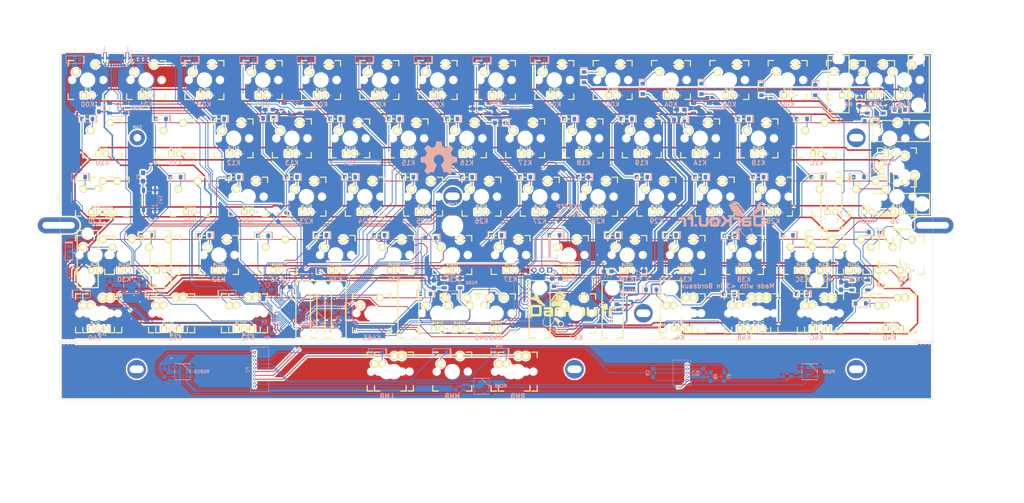
<source format=kicad_pcb>
(kicad_pcb (version 4) (host pcbnew 4.0.7+dfsg1-1)
  (title_block (title DK60TP) (date 2017-10-07) (rev B) (company DarKou))
  (layers (0 F.Cu signal) (31 B.Cu signal) (34 B.Paste user) (35 F.Paste user) (36 B.SilkS user) (37 F.SilkS user hide) (38 B.Mask user) (39 F.Mask user) (44 Edge.Cuts user))
  (net 0 "")
  (net 1 LED_CATH)
  (net 2 LED_AN)
  (net 3 XTAL1)
  (net 4 GND)
  (net 5 XTAL2)
  (net 6 VCC)
  (net 7 "Net-(C8-Pad1)")
  (net 8 "Net-(C9-Pad1)")
  (net 9 Col0)
  (net 10 "Net-(DK0-Pad1)")
  (net 11 "Net-(DK1-Pad1)")
  (net 12 "Net-(DK2-Pad1)")
  (net 13 "Net-(DK3-Pad1)")
  (net 14 "Net-(DK4-Pad1)")
  (net 15 Col6)
  (net 16 "Net-(DK6-Pad1)")
  (net 17 Col1)
  (net 18 "Net-(DK10-Pad1)")
  (net 19 "Net-(DK11-Pad1)")
  (net 20 "Net-(DK12-Pad1)")
  (net 21 "Net-(DK13-Pad1)")
  (net 22 "Net-(DK14-Pad1)")
  (net 23 Col2)
  (net 24 "Net-(DK20-Pad1)")
  (net 25 "Net-(DK21-Pad1)")
  (net 26 "Net-(DK22-Pad1)")
  (net 27 "Net-(DK23-Pad1)")
  (net 28 "Net-(DK24-Pad1)")
  (net 29 Col3)
  (net 30 "Net-(DK30-Pad1)")
  (net 31 "Net-(DK31-Pad1)")
  (net 32 "Net-(DK32-Pad1)")
  (net 33 "Net-(DK33-Pad1)")
  (net 34 /TRACKPOINT/Col3)
  (net 35 "Net-(DK34-Pad1)")
  (net 36 Col4)
  (net 37 "Net-(DK40-Pad1)")
  (net 38 "Net-(DK41-Pad1)")
  (net 39 "Net-(DK42-Pad1)")
  (net 40 "Net-(DK43-Pad1)")
  (net 41 /TRACKPOINT/Col4)
  (net 42 "Net-(DK44-Pad1)")
  (net 43 Col5)
  (net 44 "Net-(DK50-Pad1)")
  (net 45 "Net-(DK51-Pad1)")
  (net 46 "Net-(DK52-Pad1)")
  (net 47 "Net-(DK53-Pad1)")
  (net 48 "Net-(DK54-Pad1)")
  (net 49 "Net-(DK61-Pad1)")
  (net 50 "Net-(DK62-Pad1)")
  (net 51 "Net-(DK63-Pad1)")
  (net 52 "Net-(DK64-Pad1)")
  (net 53 Col7)
  (net 54 "Net-(DK70-Pad1)")
  (net 55 "Net-(DK71-Pad1)")
  (net 56 "Net-(DK72-Pad1)")
  (net 57 "Net-(DK73-Pad1)")
  (net 58 Col8)
  (net 59 "Net-(DK80-Pad1)")
  (net 60 "Net-(DK81-Pad1)")
  (net 61 "Net-(DK82-Pad1)")
  (net 62 "Net-(DK83-Pad1)")
  (net 63 Col9)
  (net 64 "Net-(DK90-Pad1)")
  (net 65 "Net-(DK91-Pad1)")
  (net 66 "Net-(DK92-Pad1)")
  (net 67 "Net-(DK93-Pad1)")
  (net 68 "Net-(DK94-Pad1)")
  (net 69 ColA)
  (net 70 "Net-(DKA0-Pad1)")
  (net 71 "Net-(DKA1-Pad1)")
  (net 72 "Net-(DKA2-Pad1)")
  (net 73 "Net-(DKA3-Pad1)")
  (net 74 "Net-(DKA4-Pad1)")
  (net 75 ColB)
  (net 76 "Net-(DKB0-Pad1)")
  (net 77 "Net-(DKB1-Pad1)")
  (net 78 "Net-(DKB2-Pad1)")
  (net 79 "Net-(DKB3-Pad1)")
  (net 80 "Net-(DKB4-Pad1)")
  (net 81 ColC)
  (net 82 "Net-(DKC1-Pad1)")
  (net 83 "Net-(DKC2-Pad1)")
  (net 84 "Net-(DKC3-Pad1)")
  (net 85 "Net-(DKC4-Pad1)")
  (net 86 ColD)
  (net 87 "Net-(DKD0-Pad1)")
  (net 88 "Net-(DKD1-Pad1)")
  (net 89 "Net-(DKD2-Pad1)")
  (net 90 "Net-(DKD3-Pad1)")
  (net 91 "Net-(DKD4-Pad1)")
  (net 92 "Net-(J1-Pad2)")
  (net 93 "Net-(J1-Pad3)")
  (net 94 DOUT)
  (net 95 Row0)
  (net 96 Row4)
  (net 97 Row1)
  (net 98 Row2)
  (net 99 Row3)
  (net 100 /TRACKPOINT/Row4)
  (net 101 "Net-(KC0-Pad1)")
  (net 102 "Net-(L1-Pad1)")
  (net 103 "Net-(J3-Pad2)")
  (net 104 D5)
  (net 105 D2)
  (net 106 /TRACKPOINT/D5)
  (net 107 /TRACKPOINT/D2)
  (net 108 /TRACKPOINT/RGB)
  (net 109 RESET)
  (net 110 "Net-(R2-Pad2)")
  (net 111 "Net-(R3-Pad1)")
  (net 112 CAPS_LED)
  (net 113 "Net-(J3-Pad1)")
  (net 114 RGB)
  (net 115 "Net-(RGB0-Pad2)")
  (net 116 "Net-(RGB1-Pad2)")
  (net 117 "Net-(RGB2-Pad2)")
  (net 118 "Net-(RGB3-Pad2)")
  (net 119 "Net-(RGB4-Pad2)")
  (net 120 "Net-(RGB5-Pad2)")
  (net 121 "Net-(RGB6-Pad2)")
  (net 122 "Net-(RGB8-Pad2)")
  (net 123 "Net-(RGB10-Pad4)")
  (net 124 BACKLIT)
  (net 125 "Net-(R4-Pad1)")
  (net 126 "Net-(DK74-Pad1)")
  (net 127 /TRACKPOINT/Col8)
  (net 128 "Net-(DK84-Pad1)")
  (module Connectors_Molex:Molex_PicoBlade_53048-0310_03x1.25mm_Angled (layer B.Cu) (at 244.005 125.25625 270)
    (fp_text reference J2 (at 1.25 2.25 270) (layer B.SilkS) (effects (justify mirror)))
    (fp_text value RGB)
    (pad 1 thru_hole rect (at 0 0 270) (size 0.85 0.85) (drill 0.5) (layers *.Cu *.Mask) (net 6 VCC))
    (pad 2 thru_hole circle (at 1.25 0 270) (size 0.85 0.85) (drill 0.5) (layers *.Cu *.Mask) (net 4 GND))
    (pad 3 thru_hole circle (at 2.5 0 270) (size 0.85 0.85) (drill 0.5) (layers *.Cu *.Mask) (net 94 DOUT))
  )
  (module Housings_DFN_QFN:QFN-44-1EP_7x7mm_Pitch0.5mm (layer B.Cu) (at 139.505 124.15625 225)
    (fp_text reference U0 (at 0 4.75 225) (layer B.SilkS) (effects (justify mirror)))
    (fp_text value ATMEGA32U4-MU)
    (pad 1 smd rect (at -3.4 2.5 225) (size 0.7 0.25) (layers B.Cu B.Paste B.Mask) (net 112 CAPS_LED))
    (pad 2 smd rect (at -3.4 2 225) (size 0.7 0.25) (layers B.Cu B.Paste B.Mask) (net 6 VCC))
    (pad 3 smd rect (at -3.4 1.5 225) (size 0.7 0.25) (layers B.Cu B.Paste B.Mask) (net 111 "Net-(R3-Pad1)"))
    (pad 4 smd rect (at -3.4 1 225) (size 0.7 0.25) (layers B.Cu B.Paste B.Mask) (net 125 "Net-(R4-Pad1)"))
    (pad 5 smd rect (at -3.4 0.5 225) (size 0.7 0.25) (layers B.Cu B.Paste B.Mask) (net 4 GND))
    (pad 6 smd rect (at -3.4 0 225) (size 0.7 0.25) (layers B.Cu B.Paste B.Mask) (net 7 "Net-(C8-Pad1)"))
    (pad 7 smd rect (at -3.4 -0.5 225) (size 0.7 0.25) (layers B.Cu B.Paste B.Mask) (net 6 VCC))
    (pad 8 smd rect (at -3.4 -1 225) (size 0.7 0.25) (layers B.Cu B.Paste B.Mask) (net 43 Col5))
    (pad 9 smd rect (at -3.4 -1.5 225) (size 0.7 0.25) (layers B.Cu B.Paste B.Mask) (net 99 Row3))
    (pad 10 smd rect (at -3.4 -2 225) (size 0.7 0.25) (layers B.Cu B.Paste B.Mask) (net 15 Col6))
    (pad 11 smd rect (at -3.4 -2.5 225) (size 0.7 0.25) (layers B.Cu B.Paste B.Mask) (net 53 Col7))
    (pad 12 smd rect (at -2.5 -3.4 135) (size 0.7 0.25) (layers B.Cu B.Paste B.Mask) (net 124 BACKLIT))
    (pad 13 smd rect (at -2 -3.4 135) (size 0.7 0.25) (layers B.Cu B.Paste B.Mask) (net 109 RESET))
    (pad 14 smd rect (at -1.5 -3.4 135) (size 0.7 0.25) (layers B.Cu B.Paste B.Mask) (net 6 VCC))
    (pad 15 smd rect (at -1 -3.4 135) (size 0.7 0.25) (layers B.Cu B.Paste B.Mask) (net 4 GND))
    (pad 16 smd rect (at -0.5 -3.4 135) (size 0.7 0.25) (layers B.Cu B.Paste B.Mask) (net 3 XTAL1))
    (pad 17 smd rect (at 0 -3.4 135) (size 0.7 0.25) (layers B.Cu B.Paste B.Mask) (net 5 XTAL2))
    (pad 18 smd rect (at 0.5 -3.4 135) (size 0.7 0.25) (layers B.Cu B.Paste B.Mask) (net 81 ColC))
    (pad 19 smd rect (at 1 -3.4 135) (size 0.7 0.25) (layers B.Cu B.Paste B.Mask) (net 75 ColB))
    (pad 20 smd rect (at 1.5 -3.4 135) (size 0.7 0.25) (layers B.Cu B.Paste B.Mask) (net 105 D2))
    (pad 21 smd rect (at 2 -3.4 135) (size 0.7 0.25) (layers B.Cu B.Paste B.Mask) (net 69 ColA))
    (pad 22 smd rect (at 2.5 -3.4 135) (size 0.7 0.25) (layers B.Cu B.Paste B.Mask) (net 104 D5))
    (pad 23 smd rect (at 3.4 -2.5 225) (size 0.7 0.25) (layers B.Cu B.Paste B.Mask) (net 4 GND))
    (pad 24 smd rect (at 3.4 -2 225) (size 0.7 0.25) (layers B.Cu B.Paste B.Mask) (net 6 VCC))
    (pad 25 smd rect (at 3.4 -1.5 225) (size 0.7 0.25) (layers B.Cu B.Paste B.Mask) (net 86 ColD))
    (pad 26 smd rect (at 3.4 -1 225) (size 0.7 0.25) (layers B.Cu B.Paste B.Mask) (net 96 Row4))
    (pad 27 smd rect (at 3.4 -0.5 225) (size 0.7 0.25) (layers B.Cu B.Paste B.Mask) (net 114 RGB))
    (pad 28 smd rect (at 3.4 0 225) (size 0.7 0.25) (layers B.Cu B.Paste B.Mask) (net 9 Col0))
    (pad 29 smd rect (at 3.4 0.5 225) (size 0.7 0.25) (layers B.Cu B.Paste B.Mask) (net 17 Col1))
    (pad 30 smd rect (at 3.4 1 225) (size 0.7 0.25) (layers B.Cu B.Paste B.Mask) (net 98 Row2))
    (pad 31 smd rect (at 3.4 1.5 225) (size 0.7 0.25) (layers B.Cu B.Paste B.Mask) (net 23 Col2))
    (pad 32 smd rect (at 3.4 2 225) (size 0.7 0.25) (layers B.Cu B.Paste B.Mask) (net 95 Row0))
    (pad 33 smd rect (at 3.4 2.5 225) (size 0.7 0.25) (layers B.Cu B.Paste B.Mask) (net 110 "Net-(R2-Pad2)"))
    (pad 34 smd rect (at 2.5 3.4 135) (size 0.7 0.25) (layers B.Cu B.Paste B.Mask) (net 6 VCC))
    (pad 35 smd rect (at 2 3.4 135) (size 0.7 0.25) (layers B.Cu B.Paste B.Mask) (net 4 GND))
    (pad 36 smd rect (at 1.5 3.4 135) (size 0.7 0.25) (layers B.Cu B.Paste B.Mask) (net 29 Col3))
    (pad 37 smd rect (at 1 3.4 135) (size 0.7 0.25) (layers B.Cu B.Paste B.Mask) (net 36 Col4))
    (pad 38 smd rect (at 0.5 3.4 135) (size 0.7 0.25) (layers B.Cu B.Paste B.Mask) (net 97 Row1))
    (pad 39 smd rect (at 0 3.4 135) (size 0.7 0.25) (layers B.Cu B.Paste B.Mask) (net 58 Col8))
    (pad 40 smd rect (at -0.5 3.4 135) (size 0.7 0.25) (layers B.Cu B.Paste B.Mask) (net 63 Col9))
    (pad 41 smd rect (at -1 3.4 135) (size 0.7 0.25) (layers B.Cu B.Paste B.Mask))
    (pad 42 smd rect (at -1.5 3.4 135) (size 0.7 0.25) (layers B.Cu B.Paste B.Mask))
    (pad 43 smd rect (at -2 3.4 135) (size 0.7 0.25) (layers B.Cu B.Paste B.Mask) (net 4 GND))
    (pad 44 smd rect (at -2.5 3.4 135) (size 0.7 0.25) (layers B.Cu B.Paste B.Mask) (net 6 VCC))
    (pad 45 smd rect (at 1.93125 -1.93125 225) (size 1.2875 1.2875) (layers B.Cu B.Paste B.Mask) (net 4 GND))
    (pad 45 smd rect (at 1.93125 -0.64375 225) (size 1.2875 1.2875) (layers B.Cu B.Paste B.Mask) (net 4 GND))
    (pad 45 smd rect (at 1.93125 0.64375 225) (size 1.2875 1.2875) (layers B.Cu B.Paste B.Mask) (net 4 GND))
    (pad 45 smd rect (at 1.93125 1.93125 225) (size 1.2875 1.2875) (layers B.Cu B.Paste B.Mask) (net 4 GND))
    (pad 45 smd rect (at 0.64375 -1.93125 225) (size 1.2875 1.2875) (layers B.Cu B.Paste B.Mask) (net 4 GND))
    (pad 45 smd rect (at 0.64375 -0.64375 225) (size 1.2875 1.2875) (layers B.Cu B.Paste B.Mask) (net 4 GND))
    (pad 45 smd rect (at 0.64375 0.64375 225) (size 1.2875 1.2875) (layers B.Cu B.Paste B.Mask) (net 4 GND))
    (pad 45 smd rect (at 0.64375 1.93125 225) (size 1.2875 1.2875) (layers B.Cu B.Paste B.Mask) (net 4 GND))
    (pad 45 smd rect (at -0.64375 -1.93125 225) (size 1.2875 1.2875) (layers B.Cu B.Paste B.Mask) (net 4 GND))
    (pad 45 smd rect (at -0.64375 -0.64375 225) (size 1.2875 1.2875) (layers B.Cu B.Paste B.Mask) (net 4 GND))
    (pad 45 smd rect (at -0.64375 0.64375 225) (size 1.2875 1.2875) (layers B.Cu B.Paste B.Mask) (net 4 GND))
    (pad 45 smd rect (at -0.64375 1.93125 225) (size 1.2875 1.2875) (layers B.Cu B.Paste B.Mask) (net 4 GND))
    (pad 45 smd rect (at -1.93125 -1.93125 225) (size 1.2875 1.2875) (layers B.Cu B.Paste B.Mask) (net 4 GND))
    (pad 45 smd rect (at -1.93125 -0.64375 225) (size 1.2875 1.2875) (layers B.Cu B.Paste B.Mask) (net 4 GND))
    (pad 45 smd rect (at -1.93125 0.64375 225) (size 1.2875 1.2875) (layers B.Cu B.Paste B.Mask) (net 4 GND))
    (pad 45 smd rect (at -1.93125 1.93125 225) (size 1.2875 1.2875) (layers B.Cu B.Paste B.Mask) (net 4 GND))
  )
  (module Footprint:MXST (layer F.Cu) (at 144.3675 125.18125 180)
    (fp_text reference 6.25U_0 hide)
    (fp_text value 6.25U hide)
    (pad "" np_thru_hole circle (at 0 -6.985 180) (size 3.048 3.048) (drill 3.048) (layers *.Cu *.Mask))
    (pad "" np_thru_hole circle (at 0 8.255 180) (size 3.9802 3.9802) (drill 3.9802) (layers *.Cu *.Mask))
  )
  (module Footprint:Mx_125 (layer F.Cu) (at 75.3375 125.18125)
    (fp_text reference K40 hide)
    (fp_text value K40 (at 0 8) (layer B.SilkS) (effects (font (thickness 0.3048)) (justify mirror)))
    (pad HOLE np_thru_hole circle (at 0 0) (size 3.9878 3.9878) (drill 3.9878) (layers *.Cu))
    (pad HOLE np_thru_hole circle (at -5.08 0) (size 1.7018 1.7018) (drill 1.7018) (layers *.Cu))
    (pad HOLE np_thru_hole circle (at 5.08 0) (size 1.7018 1.7018) (drill 1.7018) (layers *.Cu))
    (pad 1 thru_hole circle (at -3.81 -2.54 330.95) (size 2.5 2.5) (drill 1.5) (layers *.Cu *.Mask F.SilkS) (net 14 "Net-(DK4-Pad1)"))
    (pad 2 thru_hole circle (at 2.54 -5.08 356.1) (size 2.5 2.5) (drill 1.5) (layers *.Cu *.Mask F.SilkS) (net 96 Row4))
  )
  (module Footprint:LED_TH_BIVAR (layer F.Cu) (at 72.95625 53.98125)
    (fp_text reference BL0 (at 0 -1.9) (layer F.SilkS) (effects (font (size 0.8 0.8))))
    (fp_text value LED hide)
    (fp_text user + (at 3.048 0) (layer B.SilkS) (effects (justify mirror)))
    (pad 1 thru_hole rect (at -1.27 0) (size 1.9 1.9) (drill 1.1176) (layers *.Cu *.Mask F.SilkS) (net 1 LED_CATH))
    (pad 2 thru_hole circle (at 1.27 0) (size 1.9 1.9) (drill 1.1176) (layers *.Cu *.Mask F.SilkS) (net 2 LED_AN))
  )
  (module Footprint:LED_TH_BIVAR (layer F.Cu) (at 77.71875 73.03125)
    (fp_text reference BL10 (at 0 -1.9) (layer F.SilkS) (effects (font (size 0.8 0.8))))
    (fp_text value LED hide)
    (fp_text user + (at 3.048 0) (layer B.SilkS) (effects (justify mirror)))
    (pad 1 thru_hole rect (at -1.27 0) (size 1.9 1.9) (drill 1.1176) (layers *.Cu *.Mask F.SilkS) (net 1 LED_CATH))
    (pad 2 thru_hole circle (at 1.27 0) (size 1.9 1.9) (drill 1.1176) (layers *.Cu *.Mask F.SilkS) (net 2 LED_AN))
  )
  (module Footprint:LED_TH_BIVAR (layer F.Cu) (at 75.3375 92.08125)
    (fp_text reference BL20 (at 0 -1.9) (layer F.SilkS) (effects (font (size 0.8 0.8))))
    (fp_text value LED hide)
    (fp_text user + (at 3.048 0) (layer B.SilkS) (effects (justify mirror)))
    (pad 1 thru_hole rect (at -1.27 0) (size 1.9 1.9) (drill 1.1176) (layers *.Cu *.Mask F.SilkS) (net 1 LED_CATH))
    (pad 2 thru_hole circle (at 1.27 0) (size 1.9 1.9) (drill 1.1176) (layers *.Cu *.Mask F.SilkS) (net 2 LED_AN))
  )
  (module Footprint:LED_TH_BIVAR (layer F.Cu) (at 80.1 92.08125 180)
    (fp_text reference BL21 (at 0 -1.9 180) (layer F.SilkS) (effects (font (size 0.8 0.8))))
    (fp_text value LED hide)
    (fp_text user + (at 3.048 0 180) (layer B.SilkS) (effects (justify mirror)))
    (pad 1 thru_hole rect (at -1.27 0 180) (size 1.9 1.9) (drill 1.1176) (layers *.Cu *.Mask F.SilkS) (net 1 LED_CATH))
    (pad 2 thru_hole circle (at 1.27 0 180) (size 1.9 1.9) (drill 1.1176) (layers *.Cu *.Mask F.SilkS) (net 2 LED_AN))
  )
  (module Footprint:LED_TH_BIVAR (layer F.Cu) (at 75.3375 111.13125)
    (fp_text reference BL30 (at 0 -1.9) (layer F.SilkS) (effects (font (size 0.8 0.8))))
    (fp_text value LED hide)
    (fp_text user + (at 3.048 0) (layer B.SilkS) (effects (justify mirror)))
    (pad 1 thru_hole rect (at -1.27 0) (size 1.9 1.9) (drill 1.1176) (layers *.Cu *.Mask F.SilkS) (net 1 LED_CATH))
    (pad 2 thru_hole circle (at 1.27 0) (size 1.9 1.9) (drill 1.1176) (layers *.Cu *.Mask F.SilkS) (net 2 LED_AN))
  )
  (module Footprint:LED_TH_BIVAR (layer F.Cu) (at 96.76875 111.13125)
    (fp_text reference BL31 (at 0 -1.9) (layer F.SilkS) (effects (font (size 0.8 0.8))))
    (fp_text value LED hide)
    (fp_text user + (at 3.048 0) (layer B.SilkS) (effects (justify mirror)))
    (pad 1 thru_hole rect (at -1.27 0) (size 1.9 1.9) (drill 1.1176) (layers *.Cu *.Mask F.SilkS) (net 1 LED_CATH))
    (pad 2 thru_hole circle (at 1.27 0) (size 1.9 1.9) (drill 1.1176) (layers *.Cu *.Mask F.SilkS) (net 2 LED_AN))
  )
  (module Footprint:LED_TH_BIVAR (layer F.Cu) (at 75.3375 130.18125)
    (fp_text reference BL40 (at 0 -1.9) (layer F.SilkS) (effects (font (size 0.8 0.8))))
    (fp_text value LED hide)
    (fp_text user + (at 3.048 0) (layer B.SilkS) (effects (justify mirror)))
    (pad 1 thru_hole rect (at -1.27 0) (size 1.9 1.9) (drill 1.1176) (layers *.Cu *.Mask F.SilkS) (net 1 LED_CATH))
    (pad 2 thru_hole circle (at 1.27 0) (size 1.9 1.9) (drill 1.1176) (layers *.Cu *.Mask F.SilkS) (net 2 LED_AN))
  )
  (module Footprint:LED_TH_BIVAR (layer F.Cu) (at 77.71875 130.18125 180)
    (fp_text reference BL41 (at 0 -1.9 180) (layer F.SilkS) (effects (font (size 0.8 0.8))))
    (fp_text value LED hide)
    (fp_text user + (at 3.048 0 180) (layer B.SilkS) (effects (justify mirror)))
    (pad 1 thru_hole rect (at -1.27 0 180) (size 1.9 1.9) (drill 1.1176) (layers *.Cu *.Mask F.SilkS) (net 1 LED_CATH))
    (pad 2 thru_hole circle (at 1.27 0 180) (size 1.9 1.9) (drill 1.1176) (layers *.Cu *.Mask F.SilkS) (net 2 LED_AN))
  )
  (module Footprint:LED_TH_BIVAR (layer F.Cu) (at 92.00625 53.98125)
    (fp_text reference BL100 (at 0 -1.9) (layer F.SilkS) (effects (font (size 0.8 0.8))))
    (fp_text value LED hide)
    (fp_text user + (at 3.048 0) (layer B.SilkS) (effects (justify mirror)))
    (pad 1 thru_hole rect (at -1.27 0) (size 1.9 1.9) (drill 1.1176) (layers *.Cu *.Mask F.SilkS) (net 1 LED_CATH))
    (pad 2 thru_hole circle (at 1.27 0) (size 1.9 1.9) (drill 1.1176) (layers *.Cu *.Mask F.SilkS) (net 2 LED_AN))
  )
  (module Footprint:LED_TH_BIVAR (layer F.Cu) (at 101.53125 73.03125)
    (fp_text reference BL110 (at 0 -1.9) (layer F.SilkS) (effects (font (size 0.8 0.8))))
    (fp_text value LED hide)
    (fp_text user + (at 3.048 0) (layer B.SilkS) (effects (justify mirror)))
    (pad 1 thru_hole rect (at -1.27 0) (size 1.9 1.9) (drill 1.1176) (layers *.Cu *.Mask F.SilkS) (net 1 LED_CATH))
    (pad 2 thru_hole circle (at 1.27 0) (size 1.9 1.9) (drill 1.1176) (layers *.Cu *.Mask F.SilkS) (net 2 LED_AN))
  )
  (module Footprint:LED_TH_BIVAR (layer F.Cu) (at 106.29375 92.08125)
    (fp_text reference BL120 (at 0 -1.9) (layer F.SilkS) (effects (font (size 0.8 0.8))))
    (fp_text value LED hide)
    (fp_text user + (at 3.048 0) (layer B.SilkS) (effects (justify mirror)))
    (pad 1 thru_hole rect (at -1.27 0) (size 1.9 1.9) (drill 1.1176) (layers *.Cu *.Mask F.SilkS) (net 1 LED_CATH))
    (pad 2 thru_hole circle (at 1.27 0) (size 1.9 1.9) (drill 1.1176) (layers *.Cu *.Mask F.SilkS) (net 2 LED_AN))
  )
  (module Footprint:LED_TH_BIVAR (layer F.Cu) (at 84.8625 111.13125)
    (fp_text reference BL130 (at 0 -1.9) (layer F.SilkS) (effects (font (size 0.8 0.8))))
    (fp_text value LED hide)
    (fp_text user + (at 3.048 0) (layer B.SilkS) (effects (justify mirror)))
    (pad 1 thru_hole rect (at -1.27 0) (size 1.9 1.9) (drill 1.1176) (layers *.Cu *.Mask F.SilkS) (net 1 LED_CATH))
    (pad 2 thru_hole circle (at 1.27 0) (size 1.9 1.9) (drill 1.1176) (layers *.Cu *.Mask F.SilkS) (net 2 LED_AN))
  )
  (module Footprint:LED_TH_BIVAR (layer F.Cu) (at 99.15 130.18125)
    (fp_text reference BL140 (at 0 -1.9) (layer F.SilkS) (effects (font (size 0.8 0.8))))
    (fp_text value LED hide)
    (fp_text user + (at 3.048 0) (layer B.SilkS) (effects (justify mirror)))
    (pad 1 thru_hole rect (at -1.27 0) (size 1.9 1.9) (drill 1.1176) (layers *.Cu *.Mask F.SilkS) (net 1 LED_CATH))
    (pad 2 thru_hole circle (at 1.27 0) (size 1.9 1.9) (drill 1.1176) (layers *.Cu *.Mask F.SilkS) (net 2 LED_AN))
  )
  (module Footprint:LED_TH_BIVAR (layer F.Cu) (at 101.53125 130.18125 180)
    (fp_text reference BL141 (at 0 -1.9 180) (layer F.SilkS) (effects (font (size 0.8 0.8))))
    (fp_text value LED hide)
    (fp_text user + (at 3.048 0 180) (layer B.SilkS) (effects (justify mirror)))
    (pad 1 thru_hole rect (at -1.27 0 180) (size 1.9 1.9) (drill 1.1176) (layers *.Cu *.Mask F.SilkS) (net 1 LED_CATH))
    (pad 2 thru_hole circle (at 1.27 0 180) (size 1.9 1.9) (drill 1.1176) (layers *.Cu *.Mask F.SilkS) (net 2 LED_AN))
  )
  (module Footprint:LED_TH_BIVAR (layer F.Cu) (at 111.05625 53.98125)
    (fp_text reference BL200 (at 0 -1.9) (layer F.SilkS) (effects (font (size 0.8 0.8))))
    (fp_text value LED hide)
    (fp_text user + (at 3.048 0) (layer B.SilkS) (effects (justify mirror)))
    (pad 1 thru_hole rect (at -1.27 0) (size 1.9 1.9) (drill 1.1176) (layers *.Cu *.Mask F.SilkS) (net 1 LED_CATH))
    (pad 2 thru_hole circle (at 1.27 0) (size 1.9 1.9) (drill 1.1176) (layers *.Cu *.Mask F.SilkS) (net 2 LED_AN))
  )
  (module Footprint:LED_TH_BIVAR (layer F.Cu) (at 120.58125 73.03125)
    (fp_text reference BL210 (at 0 -1.9) (layer F.SilkS) (effects (font (size 0.8 0.8))))
    (fp_text value LED hide)
    (fp_text user + (at 3.048 0) (layer B.SilkS) (effects (justify mirror)))
    (pad 1 thru_hole rect (at -1.27 0) (size 1.9 1.9) (drill 1.1176) (layers *.Cu *.Mask F.SilkS) (net 1 LED_CATH))
    (pad 2 thru_hole circle (at 1.27 0) (size 1.9 1.9) (drill 1.1176) (layers *.Cu *.Mask F.SilkS) (net 2 LED_AN))
  )
  (module Footprint:LED_TH_BIVAR (layer F.Cu) (at 125.34375 92.08125)
    (fp_text reference BL220 (at 0 -1.9) (layer F.SilkS) (effects (font (size 0.8 0.8))))
    (fp_text value LED hide)
    (fp_text user + (at 3.048 0) (layer B.SilkS) (effects (justify mirror)))
    (pad 1 thru_hole rect (at -1.27 0) (size 1.9 1.9) (drill 1.1176) (layers *.Cu *.Mask F.SilkS) (net 1 LED_CATH))
    (pad 2 thru_hole circle (at 1.27 0) (size 1.9 1.9) (drill 1.1176) (layers *.Cu *.Mask F.SilkS) (net 2 LED_AN))
  )
  (module Footprint:LED_TH_BIVAR (layer F.Cu) (at 115.81875 111.13125)
    (fp_text reference BL230 (at 0 -1.9) (layer F.SilkS) (effects (font (size 0.8 0.8))))
    (fp_text value LED hide)
    (fp_text user + (at 3.048 0) (layer B.SilkS) (effects (justify mirror)))
    (pad 1 thru_hole rect (at -1.27 0) (size 1.9 1.9) (drill 1.1176) (layers *.Cu *.Mask F.SilkS) (net 1 LED_CATH))
    (pad 2 thru_hole circle (at 1.27 0) (size 1.9 1.9) (drill 1.1176) (layers *.Cu *.Mask F.SilkS) (net 2 LED_AN))
  )
  (module Footprint:LED_TH_BIVAR (layer F.Cu) (at 122.9625 130.18125)
    (fp_text reference BL240 (at 0 -1.9) (layer F.SilkS) (effects (font (size 0.8 0.8))))
    (fp_text value LED hide)
    (fp_text user + (at 3.048 0) (layer B.SilkS) (effects (justify mirror)))
    (pad 1 thru_hole rect (at -1.27 0) (size 1.9 1.9) (drill 1.1176) (layers *.Cu *.Mask F.SilkS) (net 1 LED_CATH))
    (pad 2 thru_hole circle (at 1.27 0) (size 1.9 1.9) (drill 1.1176) (layers *.Cu *.Mask F.SilkS) (net 2 LED_AN))
  )
  (module Footprint:LED_TH_BIVAR (layer F.Cu) (at 125.34375 130.18125 180)
    (fp_text reference BL241 (at 0 -1.9 180) (layer F.SilkS) (effects (font (size 0.8 0.8))))
    (fp_text value LED hide)
    (fp_text user + (at 3.048 0 180) (layer B.SilkS) (effects (justify mirror)))
    (pad 1 thru_hole rect (at -1.27 0 180) (size 1.9 1.9) (drill 1.1176) (layers *.Cu *.Mask F.SilkS) (net 1 LED_CATH))
    (pad 2 thru_hole circle (at 1.27 0 180) (size 1.9 1.9) (drill 1.1176) (layers *.Cu *.Mask F.SilkS) (net 2 LED_AN))
  )
  (module Footprint:LED_TH_BIVAR (layer F.Cu) (at 130.10625 53.98125)
    (fp_text reference BL300 (at 0 -1.9) (layer F.SilkS) (effects (font (size 0.8 0.8))))
    (fp_text value LED hide)
    (fp_text user + (at 3.048 0) (layer B.SilkS) (effects (justify mirror)))
    (pad 1 thru_hole rect (at -1.27 0) (size 1.9 1.9) (drill 1.1176) (layers *.Cu *.Mask F.SilkS) (net 1 LED_CATH))
    (pad 2 thru_hole circle (at 1.27 0) (size 1.9 1.9) (drill 1.1176) (layers *.Cu *.Mask F.SilkS) (net 2 LED_AN))
  )
  (module Footprint:LED_TH_BIVAR (layer F.Cu) (at 139.63125 73.03125)
    (fp_text reference BL310 (at 0 -1.9) (layer F.SilkS) (effects (font (size 0.8 0.8))))
    (fp_text value LED hide)
    (fp_text user + (at 3.048 0) (layer B.SilkS) (effects (justify mirror)))
    (pad 1 thru_hole rect (at -1.27 0) (size 1.9 1.9) (drill 1.1176) (layers *.Cu *.Mask F.SilkS) (net 1 LED_CATH))
    (pad 2 thru_hole circle (at 1.27 0) (size 1.9 1.9) (drill 1.1176) (layers *.Cu *.Mask F.SilkS) (net 2 LED_AN))
  )
  (module Footprint:LED_TH_BIVAR (layer F.Cu) (at 144.39375 92.08125)
    (fp_text reference BL320 (at 0 -1.9) (layer F.SilkS) (effects (font (size 0.8 0.8))))
    (fp_text value LED hide)
    (fp_text user + (at 3.048 0) (layer B.SilkS) (effects (justify mirror)))
    (pad 1 thru_hole rect (at -1.27 0) (size 1.9 1.9) (drill 1.1176) (layers *.Cu *.Mask F.SilkS) (net 1 LED_CATH))
    (pad 2 thru_hole circle (at 1.27 0) (size 1.9 1.9) (drill 1.1176) (layers *.Cu *.Mask F.SilkS) (net 2 LED_AN))
  )
  (module Footprint:LED_TH_BIVAR (layer F.Cu) (at 134.86875 111.13125)
    (fp_text reference BL330 (at 0 -1.9) (layer F.SilkS) (effects (font (size 0.8 0.8))))
    (fp_text value LED hide)
    (fp_text user + (at 3.048 0) (layer B.SilkS) (effects (justify mirror)))
    (pad 1 thru_hole rect (at -1.27 0) (size 1.9 1.9) (drill 1.1176) (layers *.Cu *.Mask F.SilkS) (net 1 LED_CATH))
    (pad 2 thru_hole circle (at 1.27 0) (size 1.9 1.9) (drill 1.1176) (layers *.Cu *.Mask F.SilkS) (net 2 LED_AN))
  )
  (module Footprint:LED_TH_BIVAR (layer F.Cu) (at 149.15625 53.98125)
    (fp_text reference BL400 (at 0 -1.9) (layer F.SilkS) (effects (font (size 0.8 0.8))))
    (fp_text value LED hide)
    (fp_text user + (at 3.048 0) (layer B.SilkS) (effects (justify mirror)))
    (pad 1 thru_hole rect (at -1.27 0) (size 1.9 1.9) (drill 1.1176) (layers *.Cu *.Mask F.SilkS) (net 1 LED_CATH))
    (pad 2 thru_hole circle (at 1.27 0) (size 1.9 1.9) (drill 1.1176) (layers *.Cu *.Mask F.SilkS) (net 2 LED_AN))
  )
  (module Footprint:LED_TH_BIVAR (layer F.Cu) (at 158.68125 73.03125)
    (fp_text reference BL410 (at 0 -1.9) (layer F.SilkS) (effects (font (size 0.8 0.8))))
    (fp_text value LED hide)
    (fp_text user + (at 3.048 0) (layer B.SilkS) (effects (justify mirror)))
    (pad 1 thru_hole rect (at -1.27 0) (size 1.9 1.9) (drill 1.1176) (layers *.Cu *.Mask F.SilkS) (net 1 LED_CATH))
    (pad 2 thru_hole circle (at 1.27 0) (size 1.9 1.9) (drill 1.1176) (layers *.Cu *.Mask F.SilkS) (net 2 LED_AN))
  )
  (module Footprint:LED_TH_BIVAR (layer F.Cu) (at 163.44375 92.08125)
    (fp_text reference BL420 (at 0 -1.9) (layer F.SilkS) (effects (font (size 0.8 0.8))))
    (fp_text value LED hide)
    (fp_text user + (at 3.048 0) (layer B.SilkS) (effects (justify mirror)))
    (pad 1 thru_hole rect (at -1.27 0) (size 1.9 1.9) (drill 1.1176) (layers *.Cu *.Mask F.SilkS) (net 1 LED_CATH))
    (pad 2 thru_hole circle (at 1.27 0) (size 1.9 1.9) (drill 1.1176) (layers *.Cu *.Mask F.SilkS) (net 2 LED_AN))
  )
  (module Footprint:LED_TH_BIVAR (layer F.Cu) (at 153.91875 111.13125)
    (fp_text reference BL430 (at 0 -1.9) (layer F.SilkS) (effects (font (size 0.8 0.8))))
    (fp_text value LED hide)
    (fp_text user + (at 3.048 0) (layer B.SilkS) (effects (justify mirror)))
    (pad 1 thru_hole rect (at -1.27 0) (size 1.9 1.9) (drill 1.1176) (layers *.Cu *.Mask F.SilkS) (net 1 LED_CATH))
    (pad 2 thru_hole circle (at 1.27 0) (size 1.9 1.9) (drill 1.1176) (layers *.Cu *.Mask F.SilkS) (net 2 LED_AN))
  )
  (module Footprint:LED_TH_BIVAR (layer F.Cu) (at 168.20625 53.98125)
    (fp_text reference BL500 (at 0 -1.9) (layer F.SilkS) (effects (font (size 0.8 0.8))))
    (fp_text value LED hide)
    (fp_text user + (at 3.048 0) (layer B.SilkS) (effects (justify mirror)))
    (pad 1 thru_hole rect (at -1.27 0) (size 1.9 1.9) (drill 1.1176) (layers *.Cu *.Mask F.SilkS) (net 1 LED_CATH))
    (pad 2 thru_hole circle (at 1.27 0) (size 1.9 1.9) (drill 1.1176) (layers *.Cu *.Mask F.SilkS) (net 2 LED_AN))
  )
  (module Footprint:LED_TH_BIVAR (layer F.Cu) (at 177.73125 73.03125)
    (fp_text reference BL510 (at 0 -1.9) (layer F.SilkS) (effects (font (size 0.8 0.8))))
    (fp_text value LED hide)
    (fp_text user + (at 3.048 0) (layer B.SilkS) (effects (justify mirror)))
    (pad 1 thru_hole rect (at -1.27 0) (size 1.9 1.9) (drill 1.1176) (layers *.Cu *.Mask F.SilkS) (net 1 LED_CATH))
    (pad 2 thru_hole circle (at 1.27 0) (size 1.9 1.9) (drill 1.1176) (layers *.Cu *.Mask F.SilkS) (net 2 LED_AN))
  )
  (module Footprint:LED_TH_BIVAR (layer F.Cu) (at 182.49375 92.08125)
    (fp_text reference BL520 (at 0 -1.9) (layer F.SilkS) (effects (font (size 0.8 0.8))))
    (fp_text value LED hide)
    (fp_text user + (at 3.048 0) (layer B.SilkS) (effects (justify mirror)))
    (pad 1 thru_hole rect (at -1.27 0) (size 1.9 1.9) (drill 1.1176) (layers *.Cu *.Mask F.SilkS) (net 1 LED_CATH))
    (pad 2 thru_hole circle (at 1.27 0) (size 1.9 1.9) (drill 1.1176) (layers *.Cu *.Mask F.SilkS) (net 2 LED_AN))
  )
  (module Footprint:LED_TH_BIVAR (layer F.Cu) (at 172.96875 111.13125)
    (fp_text reference BL530 (at 0 -1.9) (layer F.SilkS) (effects (font (size 0.8 0.8))))
    (fp_text value LED hide)
    (fp_text user + (at 3.048 0) (layer B.SilkS) (effects (justify mirror)))
    (pad 1 thru_hole rect (at -1.27 0) (size 1.9 1.9) (drill 1.1176) (layers *.Cu *.Mask F.SilkS) (net 1 LED_CATH))
    (pad 2 thru_hole circle (at 1.27 0) (size 1.9 1.9) (drill 1.1176) (layers *.Cu *.Mask F.SilkS) (net 2 LED_AN))
  )
  (module Footprint:LED_TH_BIVAR (layer F.Cu) (at 187.25625 53.98125)
    (fp_text reference BL600 (at 0 -1.9) (layer F.SilkS) (effects (font (size 0.8 0.8))))
    (fp_text value LED hide)
    (fp_text user + (at 3.048 0) (layer B.SilkS) (effects (justify mirror)))
    (pad 1 thru_hole rect (at -1.27 0) (size 1.9 1.9) (drill 1.1176) (layers *.Cu *.Mask F.SilkS) (net 1 LED_CATH))
    (pad 2 thru_hole circle (at 1.27 0) (size 1.9 1.9) (drill 1.1176) (layers *.Cu *.Mask F.SilkS) (net 2 LED_AN))
  )
  (module Footprint:LED_TH_BIVAR (layer F.Cu) (at 196.78125 73.03125)
    (fp_text reference BL610 (at 0 -1.9) (layer F.SilkS) (effects (font (size 0.8 0.8))))
    (fp_text value LED hide)
    (fp_text user + (at 3.048 0) (layer B.SilkS) (effects (justify mirror)))
    (pad 1 thru_hole rect (at -1.27 0) (size 1.9 1.9) (drill 1.1176) (layers *.Cu *.Mask F.SilkS) (net 1 LED_CATH))
    (pad 2 thru_hole circle (at 1.27 0) (size 1.9 1.9) (drill 1.1176) (layers *.Cu *.Mask F.SilkS) (net 2 LED_AN))
  )
  (module Footprint:LED_TH_BIVAR (layer F.Cu) (at 201.54375 92.08125)
    (fp_text reference BL620 (at 0 -1.9) (layer F.SilkS) (effects (font (size 0.8 0.8))))
    (fp_text value LED hide)
    (fp_text user + (at 3.048 0) (layer B.SilkS) (effects (justify mirror)))
    (pad 1 thru_hole rect (at -1.27 0) (size 1.9 1.9) (drill 1.1176) (layers *.Cu *.Mask F.SilkS) (net 1 LED_CATH))
    (pad 2 thru_hole circle (at 1.27 0) (size 1.9 1.9) (drill 1.1176) (layers *.Cu *.Mask F.SilkS) (net 2 LED_AN))
  )
  (module Footprint:LED_TH_BIVAR (layer F.Cu) (at 192.01875 111.13125)
    (fp_text reference BL630 (at 0 -1.9) (layer F.SilkS) (effects (font (size 0.8 0.8))))
    (fp_text value LED hide)
    (fp_text user + (at 3.048 0) (layer B.SilkS) (effects (justify mirror)))
    (pad 1 thru_hole rect (at -1.27 0) (size 1.9 1.9) (drill 1.1176) (layers *.Cu *.Mask F.SilkS) (net 1 LED_CATH))
    (pad 2 thru_hole circle (at 1.27 0) (size 1.9 1.9) (drill 1.1176) (layers *.Cu *.Mask F.SilkS) (net 2 LED_AN))
  )
  (module Footprint:LED_TH_BIVAR (layer F.Cu) (at 206.30625 130.18125)
    (fp_text reference BL640 (at 0 -1.9) (layer F.SilkS) (effects (font (size 0.8 0.8))))
    (fp_text value LED hide)
    (fp_text user + (at 3.048 0) (layer B.SilkS) (effects (justify mirror)))
    (pad 1 thru_hole rect (at -1.27 0) (size 1.9 1.9) (drill 1.1176) (layers *.Cu *.Mask F.SilkS) (net 1 LED_CATH))
    (pad 2 thru_hole circle (at 1.27 0) (size 1.9 1.9) (drill 1.1176) (layers *.Cu *.Mask F.SilkS) (net 2 LED_AN))
  )
  (module Footprint:LED_TH_BIVAR (layer F.Cu) (at 194.4 130.18125)
    (fp_text reference BL641 (at 0 -1.9) (layer F.SilkS) (effects (font (size 0.8 0.8))))
    (fp_text value LED hide)
    (fp_text user + (at 3.048 0) (layer B.SilkS) (effects (justify mirror)))
    (pad 1 thru_hole rect (at -1.27 0) (size 1.9 1.9) (drill 1.1176) (layers *.Cu *.Mask F.SilkS) (net 1 LED_CATH))
    (pad 2 thru_hole circle (at 1.27 0) (size 1.9 1.9) (drill 1.1176) (layers *.Cu *.Mask F.SilkS) (net 2 LED_AN))
  )
  (module Footprint:LED_TH_BIVAR (layer F.Cu) (at 187.25625 130.18125)
    (fp_text reference BL642 (at 0 -1.9) (layer F.SilkS) (effects (font (size 0.8 0.8))))
    (fp_text value LED hide)
    (fp_text user + (at 3.048 0) (layer B.SilkS) (effects (justify mirror)))
    (pad 1 thru_hole rect (at -1.27 0) (size 1.9 1.9) (drill 1.1176) (layers *.Cu *.Mask F.SilkS) (net 1 LED_CATH))
    (pad 2 thru_hole circle (at 1.27 0) (size 1.9 1.9) (drill 1.1176) (layers *.Cu *.Mask F.SilkS) (net 2 LED_AN))
  )
  (module Footprint:LED_TH_BIVAR (layer F.Cu) (at 206.30625 53.98125)
    (fp_text reference BL700 (at 0 -1.9) (layer F.SilkS) (effects (font (size 0.8 0.8))))
    (fp_text value LED hide)
    (fp_text user + (at 3.048 0) (layer B.SilkS) (effects (justify mirror)))
    (pad 1 thru_hole rect (at -1.27 0) (size 1.9 1.9) (drill 1.1176) (layers *.Cu *.Mask F.SilkS) (net 1 LED_CATH))
    (pad 2 thru_hole circle (at 1.27 0) (size 1.9 1.9) (drill 1.1176) (layers *.Cu *.Mask F.SilkS) (net 2 LED_AN))
  )
  (module Footprint:LED_TH_BIVAR (layer F.Cu) (at 215.83125 73.03125)
    (fp_text reference BL710 (at 0 -1.9) (layer F.SilkS) (effects (font (size 0.8 0.8))))
    (fp_text value LED hide)
    (fp_text user + (at 3.048 0) (layer B.SilkS) (effects (justify mirror)))
    (pad 1 thru_hole rect (at -1.27 0) (size 1.9 1.9) (drill 1.1176) (layers *.Cu *.Mask F.SilkS) (net 1 LED_CATH))
    (pad 2 thru_hole circle (at 1.27 0) (size 1.9 1.9) (drill 1.1176) (layers *.Cu *.Mask F.SilkS) (net 2 LED_AN))
  )
  (module Footprint:LED_TH_BIVAR (layer F.Cu) (at 220.59375 92.08125)
    (fp_text reference BL720 (at 0 -1.9) (layer F.SilkS) (effects (font (size 0.8 0.8))))
    (fp_text value LED hide)
    (fp_text user + (at 3.048 0) (layer B.SilkS) (effects (justify mirror)))
    (pad 1 thru_hole rect (at -1.27 0) (size 1.9 1.9) (drill 1.1176) (layers *.Cu *.Mask F.SilkS) (net 1 LED_CATH))
    (pad 2 thru_hole circle (at 1.27 0) (size 1.9 1.9) (drill 1.1176) (layers *.Cu *.Mask F.SilkS) (net 2 LED_AN))
  )
  (module Footprint:LED_TH_BIVAR (layer F.Cu) (at 211.06875 111.13125)
    (fp_text reference BL750 (at 0 -1.9) (layer F.SilkS) (effects (font (size 0.8 0.8))))
    (fp_text value LED hide)
    (fp_text user + (at 3.048 0) (layer B.SilkS) (effects (justify mirror)))
    (pad 1 thru_hole rect (at -1.27 0) (size 1.9 1.9) (drill 1.1176) (layers *.Cu *.Mask F.SilkS) (net 1 LED_CATH))
    (pad 2 thru_hole circle (at 1.27 0) (size 1.9 1.9) (drill 1.1176) (layers *.Cu *.Mask F.SilkS) (net 2 LED_AN))
  )
  (module Footprint:LED_TH_BIVAR (layer F.Cu) (at 225.35625 53.98125)
    (fp_text reference BL800 (at 0 -1.9) (layer F.SilkS) (effects (font (size 0.8 0.8))))
    (fp_text value LED hide)
    (fp_text user + (at 3.048 0) (layer B.SilkS) (effects (justify mirror)))
    (pad 1 thru_hole rect (at -1.27 0) (size 1.9 1.9) (drill 1.1176) (layers *.Cu *.Mask F.SilkS) (net 1 LED_CATH))
    (pad 2 thru_hole circle (at 1.27 0) (size 1.9 1.9) (drill 1.1176) (layers *.Cu *.Mask F.SilkS) (net 2 LED_AN))
  )
  (module Footprint:LED_TH_BIVAR (layer F.Cu) (at 234.88125 73.03125)
    (fp_text reference BL810 (at 0 -1.9) (layer F.SilkS) (effects (font (size 0.8 0.8))))
    (fp_text value LED hide)
    (fp_text user + (at 3.048 0) (layer B.SilkS) (effects (justify mirror)))
    (pad 1 thru_hole rect (at -1.27 0) (size 1.9 1.9) (drill 1.1176) (layers *.Cu *.Mask F.SilkS) (net 1 LED_CATH))
    (pad 2 thru_hole circle (at 1.27 0) (size 1.9 1.9) (drill 1.1176) (layers *.Cu *.Mask F.SilkS) (net 2 LED_AN))
  )
  (module Footprint:LED_TH_BIVAR (layer F.Cu) (at 239.64375 92.08125)
    (fp_text reference BL820 (at 0 -1.9) (layer F.SilkS) (effects (font (size 0.8 0.8))))
    (fp_text value LED hide)
    (fp_text user + (at 3.048 0) (layer B.SilkS) (effects (justify mirror)))
    (pad 1 thru_hole rect (at -1.27 0) (size 1.9 1.9) (drill 1.1176) (layers *.Cu *.Mask F.SilkS) (net 1 LED_CATH))
    (pad 2 thru_hole circle (at 1.27 0) (size 1.9 1.9) (drill 1.1176) (layers *.Cu *.Mask F.SilkS) (net 2 LED_AN))
  )
  (module Footprint:LED_TH_BIVAR (layer F.Cu) (at 230.11875 111.13125)
    (fp_text reference BL830 (at 0 -1.9) (layer F.SilkS) (effects (font (size 0.8 0.8))))
    (fp_text value LED hide)
    (fp_text user + (at 3.048 0) (layer B.SilkS) (effects (justify mirror)))
    (pad 1 thru_hole rect (at -1.27 0) (size 1.9 1.9) (drill 1.1176) (layers *.Cu *.Mask F.SilkS) (net 1 LED_CATH))
    (pad 2 thru_hole circle (at 1.27 0) (size 1.9 1.9) (drill 1.1176) (layers *.Cu *.Mask F.SilkS) (net 2 LED_AN))
  )
  (module Footprint:LED_TH_BIVAR (layer F.Cu) (at 244.40625 53.98125)
    (fp_text reference BL900 (at 0 -1.9) (layer F.SilkS) (effects (font (size 0.8 0.8))))
    (fp_text value LED hide)
    (fp_text user + (at 3.048 0) (layer B.SilkS) (effects (justify mirror)))
    (pad 1 thru_hole rect (at -1.27 0) (size 1.9 1.9) (drill 1.1176) (layers *.Cu *.Mask F.SilkS) (net 1 LED_CATH))
    (pad 2 thru_hole circle (at 1.27 0) (size 1.9 1.9) (drill 1.1176) (layers *.Cu *.Mask F.SilkS) (net 2 LED_AN))
  )
  (module Footprint:LED_TH_BIVAR (layer F.Cu) (at 253.93125 73.03125)
    (fp_text reference BL910 (at 0 -1.9) (layer F.SilkS) (effects (font (size 0.8 0.8))))
    (fp_text value LED hide)
    (fp_text user + (at 3.048 0) (layer B.SilkS) (effects (justify mirror)))
    (pad 1 thru_hole rect (at -1.27 0) (size 1.9 1.9) (drill 1.1176) (layers *.Cu *.Mask F.SilkS) (net 1 LED_CATH))
    (pad 2 thru_hole circle (at 1.27 0) (size 1.9 1.9) (drill 1.1176) (layers *.Cu *.Mask F.SilkS) (net 2 LED_AN))
  )
  (module Footprint:LED_TH_BIVAR (layer F.Cu) (at 258.69375 92.08125)
    (fp_text reference BL920 (at 0 -1.9) (layer F.SilkS) (effects (font (size 0.8 0.8))))
    (fp_text value LED hide)
    (fp_text user + (at 3.048 0) (layer B.SilkS) (effects (justify mirror)))
    (pad 1 thru_hole rect (at -1.27 0) (size 1.9 1.9) (drill 1.1176) (layers *.Cu *.Mask F.SilkS) (net 1 LED_CATH))
    (pad 2 thru_hole circle (at 1.27 0) (size 1.9 1.9) (drill 1.1176) (layers *.Cu *.Mask F.SilkS) (net 2 LED_AN))
  )
  (module Footprint:LED_TH_BIVAR (layer F.Cu) (at 249.16875 111.13125)
    (fp_text reference BL930 (at 0 -1.9) (layer F.SilkS) (effects (font (size 0.8 0.8))))
    (fp_text value LED hide)
    (fp_text user + (at 3.048 0) (layer B.SilkS) (effects (justify mirror)))
    (pad 1 thru_hole rect (at -1.27 0) (size 1.9 1.9) (drill 1.1176) (layers *.Cu *.Mask F.SilkS) (net 1 LED_CATH))
    (pad 2 thru_hole circle (at 1.27 0) (size 1.9 1.9) (drill 1.1176) (layers *.Cu *.Mask F.SilkS) (net 2 LED_AN))
  )
  (module Footprint:LED_TH_BIVAR (layer F.Cu) (at 339.65625 53.98125)
    (fp_text reference BL940 (at 0 -1.9) (layer F.SilkS) (effects (font (size 0.8 0.8))))
    (fp_text value LED hide)
    (fp_text user + (at 3.048 0) (layer B.SilkS) (effects (justify mirror)))
    (pad 1 thru_hole rect (at -1.27 0) (size 1.9 1.9) (drill 1.1176) (layers *.Cu *.Mask F.SilkS) (net 1 LED_CATH))
    (pad 2 thru_hole circle (at 1.27 0) (size 1.9 1.9) (drill 1.1176) (layers *.Cu *.Mask F.SilkS) (net 2 LED_AN))
  )
  (module Footprint:LED_TH_BIVAR (layer F.Cu) (at 263.45625 53.98125)
    (fp_text reference BLA0 (at 0 -1.9) (layer F.SilkS) (effects (font (size 0.8 0.8))))
    (fp_text value LED hide)
    (fp_text user + (at 3.048 0) (layer B.SilkS) (effects (justify mirror)))
    (pad 1 thru_hole rect (at -1.27 0) (size 1.9 1.9) (drill 1.1176) (layers *.Cu *.Mask F.SilkS) (net 1 LED_CATH))
    (pad 2 thru_hole circle (at 1.27 0) (size 1.9 1.9) (drill 1.1176) (layers *.Cu *.Mask F.SilkS) (net 2 LED_AN))
  )
  (module Footprint:LED_TH_BIVAR (layer F.Cu) (at 272.98125 73.03125)
    (fp_text reference BLA10 (at 0 -1.9) (layer F.SilkS) (effects (font (size 0.8 0.8))))
    (fp_text value LED hide)
    (fp_text user + (at 3.048 0) (layer B.SilkS) (effects (justify mirror)))
    (pad 1 thru_hole rect (at -1.27 0) (size 1.9 1.9) (drill 1.1176) (layers *.Cu *.Mask F.SilkS) (net 1 LED_CATH))
    (pad 2 thru_hole circle (at 1.27 0) (size 1.9 1.9) (drill 1.1176) (layers *.Cu *.Mask F.SilkS) (net 2 LED_AN))
  )
  (module Footprint:LED_TH_BIVAR (layer F.Cu) (at 277.74375 92.08125)
    (fp_text reference BLA20 (at 0 -1.9) (layer F.SilkS) (effects (font (size 0.8 0.8))))
    (fp_text value LED hide)
    (fp_text user + (at 3.048 0) (layer B.SilkS) (effects (justify mirror)))
    (pad 1 thru_hole rect (at -1.27 0) (size 1.9 1.9) (drill 1.1176) (layers *.Cu *.Mask F.SilkS) (net 1 LED_CATH))
    (pad 2 thru_hole circle (at 1.27 0) (size 1.9 1.9) (drill 1.1176) (layers *.Cu *.Mask F.SilkS) (net 2 LED_AN))
  )
  (module Footprint:LED_TH_BIVAR (layer F.Cu) (at 268.21875 111.13125)
    (fp_text reference BLA30 (at 0 -1.9) (layer F.SilkS) (effects (font (size 0.8 0.8))))
    (fp_text value LED hide)
    (fp_text user + (at 3.048 0) (layer B.SilkS) (effects (justify mirror)))
    (pad 1 thru_hole rect (at -1.27 0) (size 1.9 1.9) (drill 1.1176) (layers *.Cu *.Mask F.SilkS) (net 1 LED_CATH))
    (pad 2 thru_hole circle (at 1.27 0) (size 1.9 1.9) (drill 1.1176) (layers *.Cu *.Mask F.SilkS) (net 2 LED_AN))
  )
  (module Footprint:LED_TH_BIVAR (layer F.Cu) (at 265.8375 130.18125)
    (fp_text reference BLA40 (at 0 -1.9) (layer F.SilkS) (effects (font (size 0.8 0.8))))
    (fp_text value LED hide)
    (fp_text user + (at 3.048 0) (layer B.SilkS) (effects (justify mirror)))
    (pad 1 thru_hole rect (at -1.27 0) (size 1.9 1.9) (drill 1.1176) (layers *.Cu *.Mask F.SilkS) (net 1 LED_CATH))
    (pad 2 thru_hole circle (at 1.27 0) (size 1.9 1.9) (drill 1.1176) (layers *.Cu *.Mask F.SilkS) (net 2 LED_AN))
  )
  (module Footprint:LED_TH_BIVAR (layer F.Cu) (at 268.21875 130.18125 180)
    (fp_text reference BLA41 (at 0 -1.9 180) (layer F.SilkS) (effects (font (size 0.8 0.8))))
    (fp_text value LED hide)
    (fp_text user + (at 3.048 0 180) (layer B.SilkS) (effects (justify mirror)))
    (pad 1 thru_hole rect (at -1.27 0 180) (size 1.9 1.9) (drill 1.1176) (layers *.Cu *.Mask F.SilkS) (net 1 LED_CATH))
    (pad 2 thru_hole circle (at 1.27 0 180) (size 1.9 1.9) (drill 1.1176) (layers *.Cu *.Mask F.SilkS) (net 2 LED_AN))
  )
  (module Footprint:LED_TH_BIVAR (layer F.Cu) (at 282.50625 53.98125)
    (fp_text reference BLB0 (at 0 -1.9) (layer F.SilkS) (effects (font (size 0.8 0.8))))
    (fp_text value LED hide)
    (fp_text user + (at 3.048 0) (layer B.SilkS) (effects (justify mirror)))
    (pad 1 thru_hole rect (at -1.27 0) (size 1.9 1.9) (drill 1.1176) (layers *.Cu *.Mask F.SilkS) (net 1 LED_CATH))
    (pad 2 thru_hole circle (at 1.27 0) (size 1.9 1.9) (drill 1.1176) (layers *.Cu *.Mask F.SilkS) (net 2 LED_AN))
  )
  (module Footprint:LED_TH_BIVAR (layer F.Cu) (at 292.03125 73.03125)
    (fp_text reference BLB10 (at 0 -1.9) (layer F.SilkS) (effects (font (size 0.8 0.8))))
    (fp_text value LED hide)
    (fp_text user + (at 3.048 0) (layer B.SilkS) (effects (justify mirror)))
    (pad 1 thru_hole rect (at -1.27 0) (size 1.9 1.9) (drill 1.1176) (layers *.Cu *.Mask F.SilkS) (net 1 LED_CATH))
    (pad 2 thru_hole circle (at 1.27 0) (size 1.9 1.9) (drill 1.1176) (layers *.Cu *.Mask F.SilkS) (net 2 LED_AN))
  )
  (module Footprint:LED_TH_BIVAR (layer F.Cu) (at 296.79375 92.08125)
    (fp_text reference BLB20 (at 0 -1.9) (layer F.SilkS) (effects (font (size 0.8 0.8))))
    (fp_text value LED hide)
    (fp_text user + (at 3.048 0) (layer B.SilkS) (effects (justify mirror)))
    (pad 1 thru_hole rect (at -1.27 0) (size 1.9 1.9) (drill 1.1176) (layers *.Cu *.Mask F.SilkS) (net 1 LED_CATH))
    (pad 2 thru_hole circle (at 1.27 0) (size 1.9 1.9) (drill 1.1176) (layers *.Cu *.Mask F.SilkS) (net 2 LED_AN))
  )
  (module Footprint:LED_TH_BIVAR (layer F.Cu) (at 287.26875 111.13125)
    (fp_text reference BLB30 (at 0 -1.9) (layer F.SilkS) (effects (font (size 0.8 0.8))))
    (fp_text value LED hide)
    (fp_text user + (at 3.048 0) (layer B.SilkS) (effects (justify mirror)))
    (pad 1 thru_hole rect (at -1.27 0) (size 1.9 1.9) (drill 1.1176) (layers *.Cu *.Mask F.SilkS) (net 1 LED_CATH))
    (pad 2 thru_hole circle (at 1.27 0) (size 1.9 1.9) (drill 1.1176) (layers *.Cu *.Mask F.SilkS) (net 2 LED_AN))
  )
  (module Footprint:LED_TH_BIVAR (layer F.Cu) (at 287.26875 130.18125)
    (fp_text reference BLB40 (at 0 -1.9) (layer F.SilkS) (effects (font (size 0.8 0.8))))
    (fp_text value LED hide)
    (fp_text user + (at 3.048 0) (layer B.SilkS) (effects (justify mirror)))
    (pad 1 thru_hole rect (at -1.27 0) (size 1.9 1.9) (drill 1.1176) (layers *.Cu *.Mask F.SilkS) (net 1 LED_CATH))
    (pad 2 thru_hole circle (at 1.27 0) (size 1.9 1.9) (drill 1.1176) (layers *.Cu *.Mask F.SilkS) (net 2 LED_AN))
  )
  (module Footprint:LED_TH_BIVAR (layer F.Cu) (at 289.65 130.18125 180)
    (fp_text reference BLB41 (at 0 -1.9 180) (layer F.SilkS) (effects (font (size 0.8 0.8))))
    (fp_text value LED hide)
    (fp_text user + (at 3.048 0 180) (layer B.SilkS) (effects (justify mirror)))
    (pad 1 thru_hole rect (at -1.27 0 180) (size 1.9 1.9) (drill 1.1176) (layers *.Cu *.Mask F.SilkS) (net 1 LED_CATH))
    (pad 2 thru_hole circle (at 1.27 0 180) (size 1.9 1.9) (drill 1.1176) (layers *.Cu *.Mask F.SilkS) (net 2 LED_AN))
  )
  (module Footprint:LED_TH_BIVAR (layer F.Cu) (at 292.03125 130.18125)
    (fp_text reference BLB42 (at 0 -1.9) (layer F.SilkS) (effects (font (size 0.8 0.8))))
    (fp_text value LED hide)
    (fp_text user + (at 3.048 0) (layer B.SilkS) (effects (justify mirror)))
    (pad 1 thru_hole rect (at -1.27 0) (size 1.9 1.9) (drill 1.1176) (layers *.Cu *.Mask F.SilkS) (net 1 LED_CATH))
    (pad 2 thru_hole circle (at 1.27 0) (size 1.9 1.9) (drill 1.1176) (layers *.Cu *.Mask F.SilkS) (net 2 LED_AN))
  )
  (module Footprint:LED_TH_BIVAR (layer F.Cu) (at 301.55625 53.98125)
    (fp_text reference BLC0 (at 0 -1.9) (layer F.SilkS) (effects (font (size 0.8 0.8))))
    (fp_text value LED hide)
    (fp_text user + (at 3.048 0) (layer B.SilkS) (effects (justify mirror)))
    (pad 1 thru_hole rect (at -1.27 0) (size 1.9 1.9) (drill 1.1176) (layers *.Cu *.Mask F.SilkS) (net 1 LED_CATH))
    (pad 2 thru_hole circle (at 1.27 0) (size 1.9 1.9) (drill 1.1176) (layers *.Cu *.Mask F.SilkS) (net 2 LED_AN))
  )
  (module Footprint:LED_TH_BIVAR (layer F.Cu) (at 311.08125 73.03125)
    (fp_text reference BLC10 (at 0 -1.9) (layer F.SilkS) (effects (font (size 0.8 0.8))))
    (fp_text value LED hide)
    (fp_text user + (at 3.048 0) (layer B.SilkS) (effects (justify mirror)))
    (pad 1 thru_hole rect (at -1.27 0) (size 1.9 1.9) (drill 1.1176) (layers *.Cu *.Mask F.SilkS) (net 1 LED_CATH))
    (pad 2 thru_hole circle (at 1.27 0) (size 1.9 1.9) (drill 1.1176) (layers *.Cu *.Mask F.SilkS) (net 2 LED_AN))
  )
  (module Footprint:LED_TH_BIVAR (layer F.Cu) (at 315.84375 92.08125)
    (fp_text reference BLC20 (at 0 -1.9) (layer F.SilkS) (effects (font (size 0.8 0.8))))
    (fp_text value LED hide)
    (fp_text user + (at 3.048 0) (layer B.SilkS) (effects (justify mirror)))
    (pad 1 thru_hole rect (at -1.27 0) (size 1.9 1.9) (drill 1.1176) (layers *.Cu *.Mask F.SilkS) (net 1 LED_CATH))
    (pad 2 thru_hole circle (at 1.27 0) (size 1.9 1.9) (drill 1.1176) (layers *.Cu *.Mask F.SilkS) (net 2 LED_AN))
  )
  (module Footprint:LED_TH_BIVAR (layer F.Cu) (at 306.31875 111.13125)
    (fp_text reference BLC30 (at 0 -1.9) (layer F.SilkS) (effects (font (size 0.8 0.8))))
    (fp_text value LED hide)
    (fp_text user + (at 3.048 0) (layer B.SilkS) (effects (justify mirror)))
    (pad 1 thru_hole rect (at -1.27 0) (size 1.9 1.9) (drill 1.1176) (layers *.Cu *.Mask F.SilkS) (net 1 LED_CATH))
    (pad 2 thru_hole circle (at 1.27 0) (size 1.9 1.9) (drill 1.1176) (layers *.Cu *.Mask F.SilkS) (net 2 LED_AN))
  )
  (module Footprint:LED_TH_BIVAR (layer F.Cu) (at 313.4625 111.13125)
    (fp_text reference BLC31 (at 0 -1.9) (layer F.SilkS) (effects (font (size 0.8 0.8))))
    (fp_text value LED hide)
    (fp_text user + (at 3.048 0) (layer B.SilkS) (effects (justify mirror)))
    (pad 1 thru_hole rect (at -1.27 0) (size 1.9 1.9) (drill 1.1176) (layers *.Cu *.Mask F.SilkS) (net 1 LED_CATH))
    (pad 2 thru_hole circle (at 1.27 0) (size 1.9 1.9) (drill 1.1176) (layers *.Cu *.Mask F.SilkS) (net 2 LED_AN))
  )
  (module Footprint:LED_TH_BIVAR (layer F.Cu) (at 322.9875 111.13125)
    (fp_text reference BLC32 (at 0 -1.9) (layer F.SilkS) (effects (font (size 0.8 0.8))))
    (fp_text value LED hide)
    (fp_text user + (at 3.048 0) (layer B.SilkS) (effects (justify mirror)))
    (pad 1 thru_hole rect (at -1.27 0) (size 1.9 1.9) (drill 1.1176) (layers *.Cu *.Mask F.SilkS) (net 1 LED_CATH))
    (pad 2 thru_hole circle (at 1.27 0) (size 1.9 1.9) (drill 1.1176) (layers *.Cu *.Mask F.SilkS) (net 2 LED_AN))
  )
  (module Footprint:LED_TH_BIVAR (layer F.Cu) (at 311.08125 130.18125)
    (fp_text reference BLC40 (at 0 -1.9) (layer F.SilkS) (effects (font (size 0.8 0.8))))
    (fp_text value LED hide)
    (fp_text user + (at 3.048 0) (layer B.SilkS) (effects (justify mirror)))
    (pad 1 thru_hole rect (at -1.27 0) (size 1.9 1.9) (drill 1.1176) (layers *.Cu *.Mask F.SilkS) (net 1 LED_CATH))
    (pad 2 thru_hole circle (at 1.27 0) (size 1.9 1.9) (drill 1.1176) (layers *.Cu *.Mask F.SilkS) (net 2 LED_AN))
  )
  (module Footprint:LED_TH_BIVAR (layer F.Cu) (at 313.4625 130.18125 180)
    (fp_text reference BLC41 (at 0 -1.9 180) (layer F.SilkS) (effects (font (size 0.8 0.8))))
    (fp_text value LED hide)
    (fp_text user + (at 3.048 0 180) (layer B.SilkS) (effects (justify mirror)))
    (pad 1 thru_hole rect (at -1.27 0 180) (size 1.9 1.9) (drill 1.1176) (layers *.Cu *.Mask F.SilkS) (net 1 LED_CATH))
    (pad 2 thru_hole circle (at 1.27 0 180) (size 1.9 1.9) (drill 1.1176) (layers *.Cu *.Mask F.SilkS) (net 2 LED_AN))
  )
  (module Footprint:LED_TH_BIVAR (layer F.Cu) (at 320.60625 53.98125)
    (fp_text reference BLD0 (at 0 -1.9) (layer F.SilkS) (effects (font (size 0.8 0.8))))
    (fp_text value LED hide)
    (fp_text user + (at 3.048 0) (layer B.SilkS) (effects (justify mirror)))
    (pad 1 thru_hole rect (at -1.27 0) (size 1.9 1.9) (drill 1.1176) (layers *.Cu *.Mask F.SilkS) (net 1 LED_CATH))
    (pad 2 thru_hole circle (at 1.27 0) (size 1.9 1.9) (drill 1.1176) (layers *.Cu *.Mask F.SilkS) (net 2 LED_AN))
  )
  (module Footprint:LED_TH_BIVAR (layer F.Cu) (at 330.13125 53.98125)
    (fp_text reference BLD1 (at 0 -1.9) (layer F.SilkS) (effects (font (size 0.8 0.8))))
    (fp_text value LED hide)
    (fp_text user + (at 3.048 0) (layer B.SilkS) (effects (justify mirror)))
    (pad 1 thru_hole rect (at -1.27 0) (size 1.9 1.9) (drill 1.1176) (layers *.Cu *.Mask F.SilkS) (net 1 LED_CATH))
    (pad 2 thru_hole circle (at 1.27 0) (size 1.9 1.9) (drill 1.1176) (layers *.Cu *.Mask F.SilkS) (net 2 LED_AN))
  )
  (module Footprint:LED_TH_BIVAR (layer F.Cu) (at 334.89375 73.03125)
    (fp_text reference BLD10 (at 0 -1.9) (layer F.SilkS) (effects (font (size 0.8 0.8))))
    (fp_text value LED hide)
    (fp_text user + (at 3.048 0) (layer B.SilkS) (effects (justify mirror)))
    (pad 1 thru_hole rect (at -1.27 0) (size 1.9 1.9) (drill 1.1176) (layers *.Cu *.Mask F.SilkS) (net 1 LED_CATH))
    (pad 2 thru_hole circle (at 1.27 0) (size 1.9 1.9) (drill 1.1176) (layers *.Cu *.Mask F.SilkS) (net 2 LED_AN))
  )
  (module Footprint:LED_TH_BIVAR (layer F.Cu) (at 327.75 92.08125)
    (fp_text reference BLD20 (at 0 -1.9) (layer F.SilkS) (effects (font (size 0.8 0.8))))
    (fp_text value LED hide)
    (fp_text user + (at 3.048 0) (layer B.SilkS) (effects (justify mirror)))
    (pad 1 thru_hole rect (at -1.27 0) (size 1.9 1.9) (drill 1.1176) (layers *.Cu *.Mask F.SilkS) (net 1 LED_CATH))
    (pad 2 thru_hole circle (at 1.27 0) (size 1.9 1.9) (drill 1.1176) (layers *.Cu *.Mask F.SilkS) (net 2 LED_AN))
  )
  (module Footprint:LED_TH_BIVAR (layer F.Cu) (at 337.275 92.08125)
    (fp_text reference BLD21 (at 0 -1.9) (layer F.SilkS) (effects (font (size 0.8 0.8))))
    (fp_text value LED hide)
    (fp_text user + (at 3.048 0) (layer B.SilkS) (effects (justify mirror)))
    (pad 1 thru_hole rect (at -1.27 0) (size 1.9 1.9) (drill 1.1176) (layers *.Cu *.Mask F.SilkS) (net 1 LED_CATH))
    (pad 2 thru_hole circle (at 1.27 0) (size 1.9 1.9) (drill 1.1176) (layers *.Cu *.Mask F.SilkS) (net 2 LED_AN))
  )
  (module Footprint:LED_TH_BIVAR (layer F.Cu) (at 332.24875 77.55625 90)
    (fp_text reference BLD22 (at 0 -1.9 90) (layer F.SilkS) (effects (font (size 0.8 0.8))))
    (fp_text value LED hide)
    (fp_text user + (at 3.048 0 90) (layer B.SilkS) (effects (justify mirror)))
    (pad 1 thru_hole rect (at -1.27 0 90) (size 1.9 1.9) (drill 1.1176) (layers *.Cu *.Mask F.SilkS) (net 1 LED_CATH))
    (pad 2 thru_hole circle (at 1.27 0 90) (size 1.9 1.9) (drill 1.1176) (layers *.Cu *.Mask F.SilkS) (net 2 LED_AN))
  )
  (module Footprint:LED_TH_BIVAR (layer F.Cu) (at 332.5125 111.13125)
    (fp_text reference BLD30 (at 0 -1.9) (layer F.SilkS) (effects (font (size 0.8 0.8))))
    (fp_text value LED hide)
    (fp_text user + (at 3.048 0) (layer B.SilkS) (effects (justify mirror)))
    (pad 1 thru_hole rect (at -1.27 0) (size 1.9 1.9) (drill 1.1176) (layers *.Cu *.Mask F.SilkS) (net 1 LED_CATH))
    (pad 2 thru_hole circle (at 1.27 0) (size 1.9 1.9) (drill 1.1176) (layers *.Cu *.Mask F.SilkS) (net 2 LED_AN))
  )
  (module Footprint:LED_TH_BIVAR (layer F.Cu) (at 339.65625 111.13125)
    (fp_text reference BLD31 (at 0 -1.9) (layer F.SilkS) (effects (font (size 0.8 0.8))))
    (fp_text value LED hide)
    (fp_text user + (at 3.048 0) (layer B.SilkS) (effects (justify mirror)))
    (pad 1 thru_hole rect (at -1.27 0) (size 1.9 1.9) (drill 1.1176) (layers *.Cu *.Mask F.SilkS) (net 1 LED_CATH))
    (pad 2 thru_hole circle (at 1.27 0) (size 1.9 1.9) (drill 1.1176) (layers *.Cu *.Mask F.SilkS) (net 2 LED_AN))
  )
  (module Footprint:LED_TH_BIVAR (layer F.Cu) (at 334.89375 130.18125)
    (fp_text reference BLD40 (at 0 -1.9) (layer F.SilkS) (effects (font (size 0.8 0.8))))
    (fp_text value LED hide)
    (fp_text user + (at 3.048 0) (layer B.SilkS) (effects (justify mirror)))
    (pad 1 thru_hole rect (at -1.27 0) (size 1.9 1.9) (drill 1.1176) (layers *.Cu *.Mask F.SilkS) (net 1 LED_CATH))
    (pad 2 thru_hole circle (at 1.27 0) (size 1.9 1.9) (drill 1.1176) (layers *.Cu *.Mask F.SilkS) (net 2 LED_AN))
  )
  (module Footprint:LED_TH_BIVAR (layer F.Cu) (at 337.275 130.18125 180)
    (fp_text reference BLD41 (at 0 -1.9 180) (layer F.SilkS) (effects (font (size 0.8 0.8))))
    (fp_text value LED hide)
    (fp_text user + (at 3.048 0 180) (layer B.SilkS) (effects (justify mirror)))
    (pad 1 thru_hole rect (at -1.27 0 180) (size 1.9 1.9) (drill 1.1176) (layers *.Cu *.Mask F.SilkS) (net 1 LED_CATH))
    (pad 2 thru_hole circle (at 1.27 0 180) (size 1.9 1.9) (drill 1.1176) (layers *.Cu *.Mask F.SilkS) (net 2 LED_AN))
  )
  (module Capacitors_SMD:C_0805_HandSoldering (layer B.Cu) (at 153.405 127.05625)
    (fp_text reference C1 (at 0 1.75) (layer B.SilkS) (effects (justify mirror)))
    (fp_text value 22p)
    (pad 1 smd rect (at -1.25 0) (size 1.5 1.25) (layers B.Cu B.Paste B.Mask) (net 3 XTAL1))
    (pad 2 smd rect (at 1.25 0) (size 1.5 1.25) (layers B.Cu B.Paste B.Mask) (net 4 GND))
  )
  (module Capacitors_SMD:C_0805_HandSoldering (layer B.Cu) (at 152.805 129.05625)
    (fp_text reference C2 (at 0 1.75) (layer B.SilkS) (effects (justify mirror)))
    (fp_text value 22p)
    (pad 1 smd rect (at -1.25 0) (size 1.5 1.25) (layers B.Cu B.Paste B.Mask) (net 5 XTAL2))
    (pad 2 smd rect (at 1.25 0) (size 1.5 1.25) (layers B.Cu B.Paste B.Mask) (net 4 GND))
  )
  (module Capacitors_SMD:C_0805_HandSoldering (layer B.Cu) (at 137.805 116.55625 180)
    (fp_text reference C3 (at 0 1.75 180) (layer B.SilkS) (effects (justify mirror)))
    (fp_text value 0.1u)
    (pad 1 smd rect (at -1.25 0 180) (size 1.5 1.25) (layers B.Cu B.Paste B.Mask) (net 6 VCC))
    (pad 2 smd rect (at 1.25 0 180) (size 1.5 1.25) (layers B.Cu B.Paste B.Mask) (net 4 GND))
  )
  (module Capacitors_SMD:C_0805_HandSoldering (layer B.Cu) (at 130.605 129.65625 180)
    (fp_text reference C4 (at 0 1.75 180) (layer B.SilkS) (effects (justify mirror)))
    (fp_text value 0.1u)
    (pad 1 smd rect (at -1.25 0 180) (size 1.5 1.25) (layers B.Cu B.Paste B.Mask) (net 6 VCC))
    (pad 2 smd rect (at 1.25 0 180) (size 1.5 1.25) (layers B.Cu B.Paste B.Mask) (net 4 GND))
  )
  (module Capacitors_SMD:C_0805_HandSoldering (layer B.Cu) (at 154.805 125.05625)
    (fp_text reference C5 (at 0 1.75) (layer B.SilkS) (effects (justify mirror)))
    (fp_text value 0.1u)
    (pad 1 smd rect (at -1.25 0) (size 1.5 1.25) (layers B.Cu B.Paste B.Mask) (net 6 VCC))
    (pad 2 smd rect (at 1.25 0) (size 1.5 1.25) (layers B.Cu B.Paste B.Mask) (net 4 GND))
  )
  (module Capacitors_SMD:C_0805_HandSoldering (layer B.Cu) (at 150.605 120.45625)
    (fp_text reference C6 (at 0 1.75) (layer B.SilkS) (effects (justify mirror)))
    (fp_text value 0.1u)
    (pad 1 smd rect (at -1.25 0) (size 1.5 1.25) (layers B.Cu B.Paste B.Mask) (net 6 VCC))
    (pad 2 smd rect (at 1.25 0) (size 1.5 1.25) (layers B.Cu B.Paste B.Mask) (net 4 GND))
  )
  (module Capacitors_SMD:C_0805_HandSoldering (layer B.Cu) (at 131.605 117.55625 180)
    (fp_text reference C7 (at 0 1.75 180) (layer B.SilkS) (effects (justify mirror)))
    (fp_text value 4.7u)
    (pad 1 smd rect (at -1.25 0 180) (size 1.5 1.25) (layers B.Cu B.Paste B.Mask) (net 6 VCC))
    (pad 2 smd rect (at 1.25 0 180) (size 1.5 1.25) (layers B.Cu B.Paste B.Mask) (net 4 GND))
  )
  (module Capacitors_SMD:C_0805_HandSoldering (layer B.Cu) (at 144.305 113.25625)
    (fp_text reference C8 (at 0 1.75) (layer B.SilkS) (effects (justify mirror)))
    (fp_text value 1u)
    (pad 1 smd rect (at -1.25 0) (size 1.5 1.25) (layers B.Cu B.Paste B.Mask) (net 7 "Net-(C8-Pad1)"))
    (pad 2 smd rect (at 1.25 0) (size 1.5 1.25) (layers B.Cu B.Paste B.Mask) (net 4 GND))
  )
  (module Capacitors_SMD:C_0805_HandSoldering (layer B.Cu) (at 257.605 144.65625 270)
    (fp_text reference C9 (at 0 1.75 270) (layer B.SilkS) (effects (justify mirror)))
    (fp_text value 2.2u)
    (pad 1 smd rect (at -1.25 0 270) (size 1.5 1.25) (layers B.Cu B.Paste B.Mask) (net 8 "Net-(C9-Pad1)"))
    (pad 2 smd rect (at 1.25 0 270) (size 1.5 1.25) (layers B.Cu B.Paste B.Mask) (net 6 VCC))
  )
  (module Capacitors_SMD:C_0805_HandSoldering (layer B.Cu) (at 254.605 112.65625 270)
    (fp_text reference C10 (at 0 1.75 270) (layer B.SilkS) (effects (justify mirror)))
    (fp_text value 10uF)
    (pad 1 smd rect (at -1.25 0 270) (size 1.5 1.25) (layers B.Cu B.Paste B.Mask) (net 4 GND))
    (pad 2 smd rect (at 1.25 0 270) (size 1.5 1.25) (layers B.Cu B.Paste B.Mask) (net 6 VCC))
  )
  (module Capacitors_SMD:C_0805_HandSoldering (layer B.Cu) (at 242.805 111.45625)
    (fp_text reference C11 (at 0 1.75) (layer B.SilkS) (effects (justify mirror)))
    (fp_text value 10uF)
    (pad 1 smd rect (at -1.25 0) (size 1.5 1.25) (layers B.Cu B.Paste B.Mask) (net 4 GND))
    (pad 2 smd rect (at 1.25 0) (size 1.5 1.25) (layers B.Cu B.Paste B.Mask) (net 2 LED_AN))
  )
  (module Capacitors_SMD:C_0805_HandSoldering (layer B.Cu) (at 186.005 115.65625 90)
    (fp_text reference CRGB0 hide)
    (fp_text value 0.1u hide)
    (pad 1 smd rect (at -1.25 0 90) (size 1.5 1.25) (layers B.Cu B.Paste B.Mask) (net 6 VCC))
    (pad 2 smd rect (at 1.25 0 90) (size 1.5 1.25) (layers B.Cu B.Paste B.Mask) (net 4 GND))
  )
  (module Capacitors_SMD:C_0805_HandSoldering (layer B.Cu) (at 80.205 116.05625 90)
    (fp_text reference CRGB1 hide)
    (fp_text value 0.1u hide)
    (pad 1 smd rect (at -1.25 0 90) (size 1.5 1.25) (layers B.Cu B.Paste B.Mask) (net 6 VCC))
    (pad 2 smd rect (at 1.25 0 90) (size 1.5 1.25) (layers B.Cu B.Paste B.Mask) (net 4 GND))
  )
  (module Capacitors_SMD:C_0805_HandSoldering (layer B.Cu) (at 76.605 58.05625 90)
    (fp_text reference CRGB2 (at 0 1.75 90) (layer B.SilkS) (effects (justify mirror)))
    (fp_text value 0.1u hide)
    (pad 1 smd rect (at -1.25 0 90) (size 1.5 1.25) (layers B.Cu B.Paste B.Mask) (net 6 VCC))
    (pad 2 smd rect (at 1.25 0 90) (size 1.5 1.25) (layers B.Cu B.Paste B.Mask) (net 4 GND))
  )
  (module Capacitors_SMD:C_0805_HandSoldering (layer B.Cu) (at 132.205 58.65625 180)
    (fp_text reference CRGB3 hide)
    (fp_text value 0.1u hide)
    (pad 1 smd rect (at -1.25 0 180) (size 1.5 1.25) (layers B.Cu B.Paste B.Mask) (net 6 VCC))
    (pad 2 smd rect (at 1.25 0 180) (size 1.5 1.25) (layers B.Cu B.Paste B.Mask) (net 4 GND))
  )
  (module Capacitors_SMD:C_0805_HandSoldering (layer B.Cu) (at 199.905 58.35625 180)
    (fp_text reference CRGB4 hide)
    (fp_text value 0.1u hide)
    (pad 1 smd rect (at -1.25 0 180) (size 1.5 1.25) (layers B.Cu B.Paste B.Mask) (net 6 VCC))
    (pad 2 smd rect (at 1.25 0 180) (size 1.5 1.25) (layers B.Cu B.Paste B.Mask) (net 4 GND))
  )
  (module Capacitors_SMD:C_0805_HandSoldering (layer B.Cu) (at 266.605 58.65625 180)
    (fp_text reference CRGB5 hide)
    (fp_text value 0.1u hide)
    (pad 1 smd rect (at -1.25 0 180) (size 1.5 1.25) (layers B.Cu B.Paste B.Mask) (net 6 VCC))
    (pad 2 smd rect (at 1.25 0 180) (size 1.5 1.25) (layers B.Cu B.Paste B.Mask) (net 4 GND))
  )
  (module Capacitors_SMD:C_0805_HandSoldering (layer B.Cu) (at 325.005 56.25625 90)
    (fp_text reference CRGB6 hide)
    (fp_text value 0.1u hide)
    (pad 1 smd rect (at -1.25 0 90) (size 1.5 1.25) (layers B.Cu B.Paste B.Mask) (net 6 VCC))
    (pad 2 smd rect (at 1.25 0 90) (size 1.5 1.25) (layers B.Cu B.Paste B.Mask) (net 4 GND))
  )
  (module Capacitors_SMD:C_0805_HandSoldering (layer B.Cu) (at 319.005 116.25625 90)
    (fp_text reference CRGB7 hide)
    (fp_text value 0.1u hide)
    (pad 1 smd rect (at -1.25 0 90) (size 1.5 1.25) (layers B.Cu B.Paste B.Mask) (net 6 VCC))
    (pad 2 smd rect (at 1.25 0 90) (size 1.5 1.25) (layers B.Cu B.Paste B.Mask) (net 4 GND))
  )
  (module Capacitors_SMD:C_0805_HandSoldering (layer B.Cu) (at 301.405 145.85625 180)
    (fp_text reference CRGB8 hide)
    (fp_text value 0.1u hide)
    (pad 1 smd rect (at -1.25 0 180) (size 1.5 1.25) (layers B.Cu B.Paste B.Mask) (net 6 VCC))
    (pad 2 smd rect (at 1.25 0 180) (size 1.5 1.25) (layers B.Cu B.Paste B.Mask) (net 4 GND))
  )
  (module Capacitors_SMD:C_0805_HandSoldering (layer B.Cu) (at 194.405 150.05625 180)
    (fp_text reference CRGB9 hide)
    (fp_text value 0.1u hide)
    (pad 1 smd rect (at -1.25 0 180) (size 1.5 1.25) (layers B.Cu B.Paste B.Mask) (net 6 VCC))
    (pad 2 smd rect (at 1.25 0 180) (size 1.5 1.25) (layers B.Cu B.Paste B.Mask) (net 4 GND))
  )
  (module Capacitors_SMD:C_0805_HandSoldering (layer B.Cu) (at 98.03 144.68125 90)
    (fp_text reference CRGB10 hide)
    (fp_text value 0.1u hide)
    (pad 1 smd rect (at -1.25 0 90) (size 1.5 1.25) (layers B.Cu B.Paste B.Mask) (net 6 VCC))
    (pad 2 smd rect (at 1.25 0 90) (size 1.5 1.25) (layers B.Cu B.Paste B.Mask) (net 4 GND))
  )
  (module Footprint:D_SOD123 (layer B.Cu) (at 68.69375 42.3375 180)
    (fp_text reference DK0 hide)
    (fp_text value D00 hide)
    (pad 2 smd rect (at 1.7 0 180) (size 1.2 1.4) (layers B.Cu B.Paste B.Mask) (net 9 Col0))
    (pad 1 smd rect (at -1.7 0 180) (size 1.2 1.4) (layers B.Cu B.Paste B.Mask) (net 10 "Net-(DK0-Pad1)"))
  )
  (module Footprint:D_SOD123 (layer B.Cu) (at 72.805 61.65625 180)
    (fp_text reference DK1 hide)
    (fp_text value D10 hide)
    (pad 2 smd rect (at 1.7 0 180) (size 1.2 1.4) (layers B.Cu B.Paste B.Mask) (net 9 Col0))
    (pad 1 smd rect (at -1.7 0 180) (size 1.2 1.4) (layers B.Cu B.Paste B.Mask) (net 11 "Net-(DK1-Pad1)"))
  )
  (module Footprint:D_SOD123 (layer B.Cu) (at 70.405 80.65625 180)
    (fp_text reference DK2 hide)
    (fp_text value D20 hide)
    (pad 2 smd rect (at 1.7 0 180) (size 1.2 1.4) (layers B.Cu B.Paste B.Mask) (net 9 Col0))
    (pad 1 smd rect (at -1.7 0 180) (size 1.2 1.4) (layers B.Cu B.Paste B.Mask) (net 12 "Net-(DK2-Pad1)"))
  )
  (module Footprint:D_SOD123 (layer B.Cu) (at 66.805 105.05625 270)
    (fp_text reference DK3 hide)
    (fp_text value D30 hide)
    (pad 2 smd rect (at 1.7 0 270) (size 1.2 1.4) (layers B.Cu B.Paste B.Mask) (net 9 Col0))
    (pad 1 smd rect (at -1.7 0 270) (size 1.2 1.4) (layers B.Cu B.Paste B.Mask) (net 13 "Net-(DK3-Pad1)"))
  )
  (module Footprint:D_SOD123 (layer B.Cu) (at 71.005 118.85625)
    (fp_text reference DK4 hide)
    (fp_text value D40 hide)
    (pad 2 smd rect (at 1.7 0) (size 1.2 1.4) (layers B.Cu B.Paste B.Mask) (net 9 Col0))
    (pad 1 smd rect (at -1.7 0) (size 1.2 1.4) (layers B.Cu B.Paste B.Mask) (net 14 "Net-(DK4-Pad1)"))
  )
  (module Footprint:D_SOD123 (layer B.Cu) (at 182.405 42.45625 180)
    (fp_text reference DK6 hide)
    (fp_text value D60 hide)
    (pad 2 smd rect (at 1.7 0 180) (size 1.2 1.4) (layers B.Cu B.Paste B.Mask) (net 15 Col6))
    (pad 1 smd rect (at -1.7 0 180) (size 1.2 1.4) (layers B.Cu B.Paste B.Mask) (net 16 "Net-(DK6-Pad1)"))
  )
  (module Footprint:D_SOD123 (layer B.Cu) (at 90.12375 42.3375)
    (fp_text reference DK10 hide)
    (fp_text value D01 hide)
    (pad 2 smd rect (at 1.7 0) (size 1.2 1.4) (layers B.Cu B.Paste B.Mask) (net 17 Col1))
    (pad 1 smd rect (at -1.7 0) (size 1.2 1.4) (layers B.Cu B.Paste B.Mask) (net 18 "Net-(DK10-Pad1)"))
  )
  (module Footprint:D_SOD123 (layer B.Cu) (at 96.805 61.65625 180)
    (fp_text reference DK11 hide)
    (fp_text value D11 hide)
    (pad 2 smd rect (at 1.7 0 180) (size 1.2 1.4) (layers B.Cu B.Paste B.Mask) (net 17 Col1))
    (pad 1 smd rect (at -1.7 0 180) (size 1.2 1.4) (layers B.Cu B.Paste B.Mask) (net 19 "Net-(DK11-Pad1)"))
  )
  (module Footprint:D_SOD123 (layer B.Cu) (at 101.605 80.65625 180)
    (fp_text reference DK12 hide)
    (fp_text value D21 hide)
    (pad 2 smd rect (at 1.7 0 180) (size 1.2 1.4) (layers B.Cu B.Paste B.Mask) (net 17 Col1))
    (pad 1 smd rect (at -1.7 0 180) (size 1.2 1.4) (layers B.Cu B.Paste B.Mask) (net 20 "Net-(DK12-Pad1)"))
  )
  (module Footprint:D_SOD123 (layer B.Cu) (at 92.005 99.65625 180)
    (fp_text reference DK13 hide)
    (fp_text value D31 hide)
    (pad 2 smd rect (at 1.7 0 180) (size 1.2 1.4) (layers B.Cu B.Paste B.Mask) (net 17 Col1))
    (pad 1 smd rect (at -1.7 0 180) (size 1.2 1.4) (layers B.Cu B.Paste B.Mask) (net 21 "Net-(DK13-Pad1)"))
  )
  (module Footprint:D_SOD123 (layer B.Cu) (at 94.805 118.85625)
    (fp_text reference DK14 hide)
    (fp_text value D41 hide)
    (pad 2 smd rect (at 1.7 0) (size 1.2 1.4) (layers B.Cu B.Paste B.Mask) (net 17 Col1))
    (pad 1 smd rect (at -1.7 0) (size 1.2 1.4) (layers B.Cu B.Paste B.Mask) (net 22 "Net-(DK14-Pad1)"))
  )
  (module Footprint:D_SOD123 (layer B.Cu) (at 106.205 42.45625 180)
    (fp_text reference DK20 hide)
    (fp_text value D02 hide)
    (pad 2 smd rect (at 1.7 0 180) (size 1.2 1.4) (layers B.Cu B.Paste B.Mask) (net 23 Col2))
    (pad 1 smd rect (at -1.7 0 180) (size 1.2 1.4) (layers B.Cu B.Paste B.Mask) (net 24 "Net-(DK20-Pad1)"))
  )
  (module Footprint:D_SOD123 (layer B.Cu) (at 115.805 61.65625 180)
    (fp_text reference DK21 hide)
    (fp_text value D12 hide)
    (pad 2 smd rect (at 1.7 0 180) (size 1.2 1.4) (layers B.Cu B.Paste B.Mask) (net 23 Col2))
    (pad 1 smd rect (at -1.7 0 180) (size 1.2 1.4) (layers B.Cu B.Paste B.Mask) (net 25 "Net-(DK21-Pad1)"))
  )
  (module Footprint:D_SOD123 (layer B.Cu) (at 120.605 80.65625 180)
    (fp_text reference DK22 hide)
    (fp_text value D22 hide)
    (pad 2 smd rect (at 1.7 0 180) (size 1.2 1.4) (layers B.Cu B.Paste B.Mask) (net 23 Col2))
    (pad 1 smd rect (at -1.7 0 180) (size 1.2 1.4) (layers B.Cu B.Paste B.Mask) (net 26 "Net-(DK22-Pad1)"))
  )
  (module Footprint:D_SOD123 (layer B.Cu) (at 111.005 99.65625 180)
    (fp_text reference DK23 hide)
    (fp_text value D32 hide)
    (pad 2 smd rect (at 1.7 0 180) (size 1.2 1.4) (layers B.Cu B.Paste B.Mask) (net 23 Col2))
    (pad 1 smd rect (at -1.7 0 180) (size 1.2 1.4) (layers B.Cu B.Paste B.Mask) (net 27 "Net-(DK23-Pad1)"))
  )
  (module Footprint:D_SOD123 (layer B.Cu) (at 118.605 118.85625)
    (fp_text reference DK24 hide)
    (fp_text value D42 hide)
    (pad 2 smd rect (at 1.7 0) (size 1.2 1.4) (layers B.Cu B.Paste B.Mask) (net 23 Col2))
    (pad 1 smd rect (at -1.7 0) (size 1.2 1.4) (layers B.Cu B.Paste B.Mask) (net 28 "Net-(DK24-Pad1)"))
  )
  (module Footprint:D_SOD123 (layer B.Cu) (at 125.405 42.45625 180)
    (fp_text reference DK30 hide)
    (fp_text value D03 hide)
    (pad 2 smd rect (at 1.7 0 180) (size 1.2 1.4) (layers B.Cu B.Paste B.Mask) (net 29 Col3))
    (pad 1 smd rect (at -1.7 0 180) (size 1.2 1.4) (layers B.Cu B.Paste B.Mask) (net 30 "Net-(DK30-Pad1)"))
  )
  (module Footprint:D_SOD123 (layer B.Cu) (at 131.905 61.45625 180)
    (fp_text reference DK31 hide)
    (fp_text value D13 hide)
    (pad 2 smd rect (at 1.7 0 180) (size 1.2 1.4) (layers B.Cu B.Paste B.Mask) (net 29 Col3))
    (pad 1 smd rect (at -1.7 0 180) (size 1.2 1.4) (layers B.Cu B.Paste B.Mask) (net 31 "Net-(DK31-Pad1)"))
  )
  (module Footprint:D_SOD123 (layer B.Cu) (at 139.605 80.65625 180)
    (fp_text reference DK32 hide)
    (fp_text value D23 hide)
    (pad 2 smd rect (at 1.7 0 180) (size 1.2 1.4) (layers B.Cu B.Paste B.Mask) (net 29 Col3))
    (pad 1 smd rect (at -1.7 0 180) (size 1.2 1.4) (layers B.Cu B.Paste B.Mask) (net 32 "Net-(DK32-Pad1)"))
  )
  (module Footprint:D_SOD123 (layer B.Cu) (at 130.205 99.85625 180)
    (fp_text reference DK33 hide)
    (fp_text value D33 hide)
    (pad 2 smd rect (at 1.7 0 180) (size 1.2 1.4) (layers B.Cu B.Paste B.Mask) (net 29 Col3))
    (pad 1 smd rect (at -1.7 0 180) (size 1.2 1.4) (layers B.Cu B.Paste B.Mask) (net 33 "Net-(DK33-Pad1)"))
  )
  (module Footprint:D_SOD123 (layer B.Cu) (at 167.43 137.95625 180)
    (fp_text reference DK34 hide)
    (fp_text value D43 hide)
    (pad 2 smd rect (at 1.7 0 180) (size 1.2 1.4) (layers B.Cu B.Paste B.Mask) (net 34 /TRACKPOINT/Col3))
    (pad 1 smd rect (at -1.7 0 180) (size 1.2 1.4) (layers B.Cu B.Paste B.Mask) (net 35 "Net-(DK34-Pad1)"))
  )
  (module Footprint:D_SOD123 (layer B.Cu) (at 144.205 42.45625 180)
    (fp_text reference DK40 hide)
    (fp_text value D04 hide)
    (pad 2 smd rect (at 1.7 0 180) (size 1.2 1.4) (layers B.Cu B.Paste B.Mask) (net 36 Col4))
    (pad 1 smd rect (at -1.7 0 180) (size 1.2 1.4) (layers B.Cu B.Paste B.Mask) (net 37 "Net-(DK40-Pad1)"))
  )
  (module Footprint:D_SOD123 (layer B.Cu) (at 153.805 61.65625 180)
    (fp_text reference DK41 hide)
    (fp_text value D14 hide)
    (pad 2 smd rect (at 1.7 0 180) (size 1.2 1.4) (layers B.Cu B.Paste B.Mask) (net 36 Col4))
    (pad 1 smd rect (at -1.7 0 180) (size 1.2 1.4) (layers B.Cu B.Paste B.Mask) (net 38 "Net-(DK41-Pad1)"))
  )
  (module Footprint:D_SOD123 (layer B.Cu) (at 158.605 80.65625 180)
    (fp_text reference DK42 hide)
    (fp_text value D24 hide)
    (pad 2 smd rect (at 1.7 0 180) (size 1.2 1.4) (layers B.Cu B.Paste B.Mask) (net 36 Col4))
    (pad 1 smd rect (at -1.7 0 180) (size 1.2 1.4) (layers B.Cu B.Paste B.Mask) (net 39 "Net-(DK42-Pad1)"))
  )
  (module Footprint:D_SOD123 (layer B.Cu) (at 149.205 99.65625 180)
    (fp_text reference DK43 hide)
    (fp_text value D34 hide)
    (pad 2 smd rect (at 1.7 0 180) (size 1.2 1.4) (layers B.Cu B.Paste B.Mask) (net 36 Col4))
    (pad 1 smd rect (at -1.7 0 180) (size 1.2 1.4) (layers B.Cu B.Paste B.Mask) (net 40 "Net-(DK43-Pad1)"))
  )
  (module Footprint:D_SOD123 (layer B.Cu) (at 188.43 137.95625 180)
    (fp_text reference DK44 hide)
    (fp_text value D44 hide)
    (pad 2 smd rect (at 1.7 0 180) (size 1.2 1.4) (layers B.Cu B.Paste B.Mask) (net 41 /TRACKPOINT/Col4))
    (pad 1 smd rect (at -1.7 0 180) (size 1.2 1.4) (layers B.Cu B.Paste B.Mask) (net 42 "Net-(DK44-Pad1)"))
  )
  (module Footprint:D_SOD123 (layer B.Cu) (at 163.205 42.45625 180)
    (fp_text reference DK50 hide)
    (fp_text value D05 hide)
    (pad 2 smd rect (at 1.7 0 180) (size 1.2 1.4) (layers B.Cu B.Paste B.Mask) (net 43 Col5))
    (pad 1 smd rect (at -1.7 0 180) (size 1.2 1.4) (layers B.Cu B.Paste B.Mask) (net 44 "Net-(DK50-Pad1)"))
  )
  (module Footprint:D_SOD123 (layer B.Cu) (at 173.005 61.65625 180)
    (fp_text reference DK51 hide)
    (fp_text value D15 hide)
    (pad 2 smd rect (at 1.7 0 180) (size 1.2 1.4) (layers B.Cu B.Paste B.Mask) (net 43 Col5))
    (pad 1 smd rect (at -1.7 0 180) (size 1.2 1.4) (layers B.Cu B.Paste B.Mask) (net 45 "Net-(DK51-Pad1)"))
  )
  (module Footprint:D_SOD123 (layer B.Cu) (at 177.605 80.65625 180)
    (fp_text reference DK52 hide)
    (fp_text value D25 hide)
    (pad 2 smd rect (at 1.7 0 180) (size 1.2 1.4) (layers B.Cu B.Paste B.Mask) (net 43 Col5))
    (pad 1 smd rect (at -1.7 0 180) (size 1.2 1.4) (layers B.Cu B.Paste B.Mask) (net 46 "Net-(DK52-Pad1)"))
  )
  (module Footprint:D_SOD123 (layer B.Cu) (at 168.205 99.65625 180)
    (fp_text reference DK53 hide)
    (fp_text value D35 hide)
    (pad 2 smd rect (at 1.7 0 180) (size 1.2 1.4) (layers B.Cu B.Paste B.Mask) (net 43 Col5))
    (pad 1 smd rect (at -1.7 0 180) (size 1.2 1.4) (layers B.Cu B.Paste B.Mask) (net 47 "Net-(DK53-Pad1)"))
  )
  (module Footprint:D_SOD123 (layer B.Cu) (at 158.205 124.85625 270)
    (fp_text reference DK54 hide)
    (fp_text value D45 hide)
    (pad 2 smd rect (at 1.7 0 270) (size 1.2 1.4) (layers B.Cu B.Paste B.Mask) (net 43 Col5))
    (pad 1 smd rect (at -1.7 0 270) (size 1.2 1.4) (layers B.Cu B.Paste B.Mask) (net 48 "Net-(DK54-Pad1)"))
  )
  (module Footprint:D_SOD123 (layer B.Cu) (at 192.005 61.65625 180)
    (fp_text reference DK61 hide)
    (fp_text value D16 hide)
    (pad 2 smd rect (at 1.7 0 180) (size 1.2 1.4) (layers B.Cu B.Paste B.Mask) (net 15 Col6))
    (pad 1 smd rect (at -1.7 0 180) (size 1.2 1.4) (layers B.Cu B.Paste B.Mask) (net 49 "Net-(DK61-Pad1)"))
  )
  (module Footprint:D_SOD123 (layer B.Cu) (at 196.805 80.65625 180)
    (fp_text reference DK62 hide)
    (fp_text value D26 hide)
    (pad 2 smd rect (at 1.7 0 180) (size 1.2 1.4) (layers B.Cu B.Paste B.Mask) (net 15 Col6))
    (pad 1 smd rect (at -1.7 0 180) (size 1.2 1.4) (layers B.Cu B.Paste B.Mask) (net 50 "Net-(DK62-Pad1)"))
  )
  (module Footprint:D_SOD123 (layer B.Cu) (at 184.93 100.45625 180)
    (fp_text reference DK63 hide)
    (fp_text value D36 hide)
    (pad 2 smd rect (at 1.7 0 180) (size 1.2 1.4) (layers B.Cu B.Paste B.Mask) (net 15 Col6))
    (pad 1 smd rect (at -1.7 0 180) (size 1.2 1.4) (layers B.Cu B.Paste B.Mask) (net 51 "Net-(DK63-Pad1)"))
  )
  (module Footprint:D_SOD123 (layer B.Cu) (at 183.205 118.85625 180)
    (fp_text reference DK64 hide)
    (fp_text value D46 hide)
    (pad 2 smd rect (at 1.7 0 180) (size 1.2 1.4) (layers B.Cu B.Paste B.Mask) (net 15 Col6))
    (pad 1 smd rect (at -1.7 0 180) (size 1.2 1.4) (layers B.Cu B.Paste B.Mask) (net 52 "Net-(DK64-Pad1)"))
  )
  (module Footprint:D_SOD123 (layer B.Cu) (at 201.605 42.65625 180)
    (fp_text reference DK70 hide)
    (fp_text value D07 hide)
    (pad 2 smd rect (at 1.7 0 180) (size 1.2 1.4) (layers B.Cu B.Paste B.Mask) (net 53 Col7))
    (pad 1 smd rect (at -1.7 0 180) (size 1.2 1.4) (layers B.Cu B.Paste B.Mask) (net 54 "Net-(DK70-Pad1)"))
  )
  (module Footprint:D_SOD123 (layer B.Cu) (at 207.655 62.95625 180)
    (fp_text reference DK71 hide)
    (fp_text value D17 hide)
    (pad 2 smd rect (at 1.7 0 180) (size 1.2 1.4) (layers B.Cu B.Paste B.Mask) (net 53 Col7))
    (pad 1 smd rect (at -1.7 0 180) (size 1.2 1.4) (layers B.Cu B.Paste B.Mask) (net 55 "Net-(DK71-Pad1)"))
  )
  (module Footprint:D_SOD123 (layer B.Cu) (at 215.805 80.65625 180)
    (fp_text reference DK72 hide)
    (fp_text value D27 hide)
    (pad 2 smd rect (at 1.7 0 180) (size 1.2 1.4) (layers B.Cu B.Paste B.Mask) (net 53 Col7))
    (pad 1 smd rect (at -1.7 0 180) (size 1.2 1.4) (layers B.Cu B.Paste B.Mask) (net 56 "Net-(DK72-Pad1)"))
  )
  (module Footprint:D_SOD123 (layer B.Cu) (at 206.405 99.65625 180)
    (fp_text reference DK73 hide)
    (fp_text value D37 hide)
    (pad 2 smd rect (at 1.7 0 180) (size 1.2 1.4) (layers B.Cu B.Paste B.Mask) (net 53 Col7))
    (pad 1 smd rect (at -1.7 0 180) (size 1.2 1.4) (layers B.Cu B.Paste B.Mask) (net 57 "Net-(DK73-Pad1)"))
  )
  (module Footprint:D_SOD123 (layer B.Cu) (at 220.405 42.45625 180)
    (fp_text reference DK80 hide)
    (fp_text value D08 hide)
    (pad 2 smd rect (at 1.7 0 180) (size 1.2 1.4) (layers B.Cu B.Paste B.Mask) (net 58 Col8))
    (pad 1 smd rect (at -1.7 0 180) (size 1.2 1.4) (layers B.Cu B.Paste B.Mask) (net 59 "Net-(DK80-Pad1)"))
  )
  (module Footprint:D_SOD123 (layer B.Cu) (at 230.205 61.65625 180)
    (fp_text reference DK81 hide)
    (fp_text value D18 hide)
    (pad 2 smd rect (at 1.7 0 180) (size 1.2 1.4) (layers B.Cu B.Paste B.Mask) (net 58 Col8))
    (pad 1 smd rect (at -1.7 0 180) (size 1.2 1.4) (layers B.Cu B.Paste B.Mask) (net 60 "Net-(DK81-Pad1)"))
  )
  (module Footprint:D_SOD123 (layer B.Cu) (at 234.805 80.65625 180)
    (fp_text reference DK82 hide)
    (fp_text value D28 hide)
    (pad 2 smd rect (at 1.7 0 180) (size 1.2 1.4) (layers B.Cu B.Paste B.Mask) (net 58 Col8))
    (pad 1 smd rect (at -1.7 0 180) (size 1.2 1.4) (layers B.Cu B.Paste B.Mask) (net 61 "Net-(DK82-Pad1)"))
  )
  (module Footprint:D_SOD123 (layer B.Cu) (at 225.405 99.65625 180)
    (fp_text reference DK83 hide)
    (fp_text value D38 hide)
    (pad 2 smd rect (at 1.7 0 180) (size 1.2 1.4) (layers B.Cu B.Paste B.Mask) (net 58 Col8))
    (pad 1 smd rect (at -1.7 0 180) (size 1.2 1.4) (layers B.Cu B.Paste B.Mask) (net 62 "Net-(DK83-Pad1)"))
  )
  (module Footprint:D_SOD123 (layer B.Cu) (at 235.005 48.05625 270)
    (fp_text reference DK90 hide)
    (fp_text value D09 hide)
    (pad 2 smd rect (at 1.7 0 270) (size 1.2 1.4) (layers B.Cu B.Paste B.Mask) (net 63 Col9))
    (pad 1 smd rect (at -1.7 0 270) (size 1.2 1.4) (layers B.Cu B.Paste B.Mask) (net 64 "Net-(DK90-Pad1)"))
  )
  (module Footprint:D_SOD123 (layer B.Cu) (at 249.005 61.65625 180)
    (fp_text reference DK91 hide)
    (fp_text value D19 hide)
    (pad 2 smd rect (at 1.7 0 180) (size 1.2 1.4) (layers B.Cu B.Paste B.Mask) (net 63 Col9))
    (pad 1 smd rect (at -1.7 0 180) (size 1.2 1.4) (layers B.Cu B.Paste B.Mask) (net 65 "Net-(DK91-Pad1)"))
  )
  (module Footprint:D_SOD123 (layer B.Cu) (at 254.005 80.65625 180)
    (fp_text reference DK92 hide)
    (fp_text value D29 hide)
    (pad 2 smd rect (at 1.7 0 180) (size 1.2 1.4) (layers B.Cu B.Paste B.Mask) (net 63 Col9))
    (pad 1 smd rect (at -1.7 0 180) (size 1.2 1.4) (layers B.Cu B.Paste B.Mask) (net 66 "Net-(DK92-Pad1)"))
  )
  (module Footprint:D_SOD123 (layer B.Cu) (at 244.405 99.65625 180)
    (fp_text reference DK93 hide)
    (fp_text value D39 hide)
    (pad 2 smd rect (at 1.7 0 180) (size 1.2 1.4) (layers B.Cu B.Paste B.Mask) (net 63 Col9))
    (pad 1 smd rect (at -1.7 0 180) (size 1.2 1.4) (layers B.Cu B.Paste B.Mask) (net 67 "Net-(DK93-Pad1)"))
  )
  (module Footprint:D_SOD123 (layer B.Cu) (at 338.205 58.65625 180)
    (fp_text reference DK94 hide)
    (fp_text value D49 hide)
    (pad 2 smd rect (at 1.7 0 180) (size 1.2 1.4) (layers B.Cu B.Paste B.Mask) (net 63 Col9))
    (pad 1 smd rect (at -1.7 0 180) (size 1.2 1.4) (layers B.Cu B.Paste B.Mask) (net 68 "Net-(DK94-Pad1)"))
  )
  (module Footprint:D_SOD123 (layer B.Cu) (at 254.205 51.85625 270)
    (fp_text reference DKA0 hide)
    (fp_text value D0A hide)
    (pad 2 smd rect (at 1.7 0 270) (size 1.2 1.4) (layers B.Cu B.Paste B.Mask) (net 69 ColA))
    (pad 1 smd rect (at -1.7 0 270) (size 1.2 1.4) (layers B.Cu B.Paste B.Mask) (net 70 "Net-(DKA0-Pad1)"))
  )
  (module Footprint:D_SOD123 (layer B.Cu) (at 266.155 61.95625 180)
    (fp_text reference DKA1 hide)
    (fp_text value DA1 hide)
    (pad 2 smd rect (at 1.7 0 180) (size 1.2 1.4) (layers B.Cu B.Paste B.Mask) (net 69 ColA))
    (pad 1 smd rect (at -1.7 0 180) (size 1.2 1.4) (layers B.Cu B.Paste B.Mask) (net 71 "Net-(DKA1-Pad1)"))
  )
  (module Footprint:D_SOD123 (layer B.Cu) (at 273.005 80.65625 180)
    (fp_text reference DKA2 hide)
    (fp_text value D2A hide)
    (pad 2 smd rect (at 1.7 0 180) (size 1.2 1.4) (layers B.Cu B.Paste B.Mask) (net 69 ColA))
    (pad 1 smd rect (at -1.7 0 180) (size 1.2 1.4) (layers B.Cu B.Paste B.Mask) (net 72 "Net-(DKA2-Pad1)"))
  )
  (module Footprint:D_SOD123 (layer B.Cu) (at 263.405 99.65625 180)
    (fp_text reference DKA3 hide)
    (fp_text value D3A hide)
    (pad 2 smd rect (at 1.7 0 180) (size 1.2 1.4) (layers B.Cu B.Paste B.Mask) (net 69 ColA))
    (pad 1 smd rect (at -1.7 0 180) (size 1.2 1.4) (layers B.Cu B.Paste B.Mask) (net 73 "Net-(DKA3-Pad1)"))
  )
  (module Footprint:D_SOD123 (layer B.Cu) (at 257.005 117.45625 180)
    (fp_text reference DKA4 hide)
    (fp_text value D4A hide)
    (pad 2 smd rect (at 1.7 0 180) (size 1.2 1.4) (layers B.Cu B.Paste B.Mask) (net 69 ColA))
    (pad 1 smd rect (at -1.7 0 180) (size 1.2 1.4) (layers B.Cu B.Paste B.Mask) (net 74 "Net-(DKA4-Pad1)"))
  )
  (module Footprint:D_SOD123 (layer B.Cu) (at 273.405 51.85625 270)
    (fp_text reference DKB0 hide)
    (fp_text value D0B hide)
    (pad 2 smd rect (at 1.7 0 270) (size 1.2 1.4) (layers B.Cu B.Paste B.Mask) (net 75 ColB))
    (pad 1 smd rect (at -1.7 0 270) (size 1.2 1.4) (layers B.Cu B.Paste B.Mask) (net 76 "Net-(DKB0-Pad1)"))
  )
  (module Footprint:D_SOD123 (layer B.Cu) (at 287.205 61.65625 180)
    (fp_text reference DKB1 hide)
    (fp_text value D1B hide)
    (pad 2 smd rect (at 1.7 0 180) (size 1.2 1.4) (layers B.Cu B.Paste B.Mask) (net 75 ColB))
    (pad 1 smd rect (at -1.7 0 180) (size 1.2 1.4) (layers B.Cu B.Paste B.Mask) (net 77 "Net-(DKB1-Pad1)"))
  )
  (module Footprint:D_SOD123 (layer B.Cu) (at 292.005 80.65625 180)
    (fp_text reference DKB2 hide)
    (fp_text value D2B hide)
    (pad 2 smd rect (at 1.7 0 180) (size 1.2 1.4) (layers B.Cu B.Paste B.Mask) (net 75 ColB))
    (pad 1 smd rect (at -1.7 0 180) (size 1.2 1.4) (layers B.Cu B.Paste B.Mask) (net 78 "Net-(DKB2-Pad1)"))
  )
  (module Footprint:D_SOD123 (layer B.Cu) (at 282.605 99.85625 180)
    (fp_text reference DKB3 hide)
    (fp_text value D3B hide)
    (pad 2 smd rect (at 1.7 0 180) (size 1.2 1.4) (layers B.Cu B.Paste B.Mask) (net 75 ColB))
    (pad 1 smd rect (at -1.7 0 180) (size 1.2 1.4) (layers B.Cu B.Paste B.Mask) (net 79 "Net-(DKB3-Pad1)"))
  )
  (module Footprint:D_SOD123 (layer B.Cu) (at 282.405 118.85625 180)
    (fp_text reference DKB4 hide)
    (fp_text value D4B hide)
    (pad 2 smd rect (at 1.7 0 180) (size 1.2 1.4) (layers B.Cu B.Paste B.Mask) (net 75 ColB))
    (pad 1 smd rect (at -1.7 0 180) (size 1.2 1.4) (layers B.Cu B.Paste B.Mask) (net 80 "Net-(DKB4-Pad1)"))
  )
  (module Footprint:D_SOD123 (layer B.Cu) (at 306.205 61.65625 180)
    (fp_text reference DKC1 hide)
    (fp_text value D1C hide)
    (pad 2 smd rect (at 1.7 0 180) (size 1.2 1.4) (layers B.Cu B.Paste B.Mask) (net 81 ColC))
    (pad 1 smd rect (at -1.7 0 180) (size 1.2 1.4) (layers B.Cu B.Paste B.Mask) (net 82 "Net-(DKC1-Pad1)"))
  )
  (module Footprint:D_SOD123 (layer B.Cu) (at 311.005 80.65625 180)
    (fp_text reference DKC2 hide)
    (fp_text value D2C hide)
    (pad 2 smd rect (at 1.7 0 180) (size 1.2 1.4) (layers B.Cu B.Paste B.Mask) (net 81 ColC))
    (pad 1 smd rect (at -1.7 0 180) (size 1.2 1.4) (layers B.Cu B.Paste B.Mask) (net 83 "Net-(DKC2-Pad1)"))
  )
  (module Footprint:D_SOD123 (layer B.Cu) (at 301.605 99.65625 180)
    (fp_text reference DKC3 hide)
    (fp_text value D3C hide)
    (pad 2 smd rect (at 1.7 0 180) (size 1.2 1.4) (layers B.Cu B.Paste B.Mask) (net 81 ColC))
    (pad 1 smd rect (at -1.7 0 180) (size 1.2 1.4) (layers B.Cu B.Paste B.Mask) (net 84 "Net-(DKC3-Pad1)"))
  )
  (module Footprint:D_SOD123 (layer B.Cu) (at 306.205 118.85625 180)
    (fp_text reference DKC4 hide)
    (fp_text value D4C hide)
    (pad 2 smd rect (at 1.7 0 180) (size 1.2 1.4) (layers B.Cu B.Paste B.Mask) (net 81 ColC))
    (pad 1 smd rect (at -1.7 0 180) (size 1.2 1.4) (layers B.Cu B.Paste B.Mask) (net 85 "Net-(DKC4-Pad1)"))
  )
  (module Footprint:D_SOD123 (layer B.Cu) (at 310.605 52.25625 270)
    (fp_text reference DKD0 hide)
    (fp_text value DKD0 hide)
    (pad 2 smd rect (at 1.7 0 270) (size 1.2 1.4) (layers B.Cu B.Paste B.Mask) (net 86 ColD))
    (pad 1 smd rect (at -1.7 0 270) (size 1.2 1.4) (layers B.Cu B.Paste B.Mask) (net 87 "Net-(DKD0-Pad1)"))
  )
  (module Footprint:D_SOD123 (layer B.Cu) (at 328.405 62.45625 180)
    (fp_text reference DKD1 hide)
    (fp_text value D1D hide)
    (pad 2 smd rect (at 1.7 0 180) (size 1.2 1.4) (layers B.Cu B.Paste B.Mask) (net 86 ColD))
    (pad 1 smd rect (at -1.7 0 180) (size 1.2 1.4) (layers B.Cu B.Paste B.Mask) (net 88 "Net-(DKD1-Pad1)"))
  )
  (module Footprint:D_SOD123 (layer B.Cu) (at 324.805 80.65625)
    (fp_text reference DKD2 hide)
    (fp_text value D2D hide)
    (pad 2 smd rect (at 1.7 0) (size 1.2 1.4) (layers B.Cu B.Paste B.Mask) (net 86 ColD))
    (pad 1 smd rect (at -1.7 0) (size 1.2 1.4) (layers B.Cu B.Paste B.Mask) (net 89 "Net-(DKD2-Pad1)"))
  )
  (module Footprint:D_SOD123 (layer B.Cu) (at 329.805 98.65625 180)
    (fp_text reference DKD3 hide)
    (fp_text value D3D hide)
    (pad 2 smd rect (at 1.7 0 180) (size 1.2 1.4) (layers B.Cu B.Paste B.Mask) (net 86 ColD))
    (pad 1 smd rect (at -1.7 0 180) (size 1.2 1.4) (layers B.Cu B.Paste B.Mask) (net 90 "Net-(DKD3-Pad1)"))
  )
  (module Footprint:D_SOD123 (layer B.Cu) (at 325.405 121.95625 180)
    (fp_text reference DKD4 hide)
    (fp_text value D4D hide)
    (pad 2 smd rect (at 1.7 0 180) (size 1.2 1.4) (layers B.Cu B.Paste B.Mask) (net 86 ColD))
    (pad 1 smd rect (at -1.7 0 180) (size 1.2 1.4) (layers B.Cu B.Paste B.Mask) (net 91 "Net-(DKD4-Pad1)"))
  )
  (module Footprint:USB_miniB_hirose_5S8 (layer B.Cu) (at 82.23125 44.15625)
    (fp_text reference J1 hide)
    (fp_text value USB_mini_micro_B hide)
    (pad 1 smd rect (at -1.6 0) (size 0.5 1.4) (layers B.Cu B.Paste B.Mask) (net 6 VCC))
    (pad 2 smd rect (at -0.8 0) (size 0.5 1.4) (layers B.Cu B.Paste B.Mask) (net 92 "Net-(J1-Pad2)"))
    (pad 3 smd rect (at 0 0) (size 0.5 1.4) (layers B.Cu B.Paste B.Mask) (net 93 "Net-(J1-Pad3)"))
    (pad 4 smd rect (at 0.8 0) (size 0.5 1.4) (layers B.Cu B.Paste B.Mask))
    (pad 5 smd rect (at 1.6 0) (size 0.5 1.4) (layers B.Cu B.Paste B.Mask) (net 4 GND))
    (pad 6 thru_hole oval (at -3.65 -2.4) (size 1.3 3.8) (drill oval 0.7 3.2) (layers *.Cu *.Mask B.Paste) (net 4 GND))
    (pad 6 thru_hole oval (at 3.65 -2.4) (size 1.3 3.8) (drill oval 0.7 3.2) (layers *.Cu *.Mask B.Paste) (net 4 GND))
  )
  (module Footprint:Mx_100 (layer F.Cu) (at 72.93 48.98125)
    (fp_text reference K0 hide)
    (fp_text value K00 (at 0 8) (layer B.SilkS) (effects (font (thickness 0.3048)) (justify mirror)))
    (pad HOLE np_thru_hole circle (at 0 0) (size 3.9878 3.9878) (drill 3.9878) (layers *.Cu))
    (pad HOLE np_thru_hole circle (at -5.08 0) (size 1.7018 1.7018) (drill 1.7018) (layers *.Cu))
    (pad HOLE np_thru_hole circle (at 5.08 0) (size 1.7018 1.7018) (drill 1.7018) (layers *.Cu))
    (pad 1 thru_hole circle (at -3.81 -2.54 330.95) (size 2.5 2.5) (drill 1.5) (layers *.Cu *.Mask F.SilkS) (net 10 "Net-(DK0-Pad1)"))
    (pad 2 thru_hole circle (at 2.54 -5.08 356.1) (size 2.5 2.5) (drill 1.5) (layers *.Cu *.Mask F.SilkS) (net 95 Row0))
  )
  (module Footprint:Mx_125 (layer F.Cu) (at 313.4625 125.18125)
    (fp_text reference K4C1 hide)
    (fp_text value K4C hide)
    (pad HOLE np_thru_hole circle (at 0 0) (size 3.9878 3.9878) (drill 3.9878) (layers *.Cu))
    (pad HOLE np_thru_hole circle (at -5.08 0) (size 1.7018 1.7018) (drill 1.7018) (layers *.Cu))
    (pad HOLE np_thru_hole circle (at 5.08 0) (size 1.7018 1.7018) (drill 1.7018) (layers *.Cu))
    (pad 1 thru_hole circle (at -3.81 -2.54 330.95) (size 2.5 2.5) (drill 1.5) (layers *.Cu *.Mask F.SilkS) (net 85 "Net-(DKC4-Pad1)"))
    (pad 2 thru_hole circle (at 2.54 -5.08 356.1) (size 2.5 2.5) (drill 1.5) (layers *.Cu *.Mask F.SilkS) (net 96 Row4))
  )
  (module Footprint:Mx_150 (layer F.Cu) (at 77.71875 68.03125)
    (fp_text reference K10 hide)
    (fp_text value K10 (at 0 8) (layer B.SilkS) (effects (font (thickness 0.3048)) (justify mirror)))
    (pad HOLE np_thru_hole circle (at 0 0) (size 3.9878 3.9878) (drill 3.9878) (layers *.Cu))
    (pad HOLE np_thru_hole circle (at -5.08 0) (size 1.7018 1.7018) (drill 1.7018) (layers *.Cu))
    (pad HOLE np_thru_hole circle (at 5.08 0) (size 1.7018 1.7018) (drill 1.7018) (layers *.Cu))
    (pad 1 thru_hole circle (at -3.81 -2.54 330.95) (size 2.5 2.5) (drill 1.5) (layers *.Cu *.Mask F.SilkS) (net 11 "Net-(DK1-Pad1)"))
    (pad 2 thru_hole circle (at 2.54 -5.08 356.1) (size 2.5 2.5) (drill 1.5) (layers *.Cu *.Mask F.SilkS) (net 97 Row1))
  )
  (module Footprint:Mx_175 (layer F.Cu) (at 80.07375 87.08125)
    (fp_text reference K20 hide)
    (fp_text value K20 hide)
    (pad HOLE np_thru_hole circle (at 0 0) (size 3.9878 3.9878) (drill 3.9878) (layers *.Cu))
    (pad HOLE np_thru_hole circle (at -5.08 0) (size 1.7018 1.7018) (drill 1.7018) (layers *.Cu))
    (pad HOLE np_thru_hole circle (at 5.08 0) (size 1.7018 1.7018) (drill 1.7018) (layers *.Cu))
    (pad 1 thru_hole circle (at -3.81 -2.54 330.95) (size 2.5 2.5) (drill 1.5) (layers *.Cu *.Mask F.SilkS) (net 12 "Net-(DK2-Pad1)"))
    (pad 2 thru_hole circle (at 2.54 -5.08 356.1) (size 2.5 2.5) (drill 1.5) (layers *.Cu *.Mask F.SilkS) (net 98 Row2))
  )
  (module Footprint:Mx_175_STEPPED (layer F.Cu) (at 75.31125 87.08125)
    (fp_text reference K21 hide)
    (fp_text value K20 (at 0 8) (layer B.SilkS) (effects (font (thickness 0.3048)) (justify mirror)))
    (pad HOLE np_thru_hole circle (at 0 0) (size 3.9878 3.9878) (drill 3.9878) (layers *.Cu))
    (pad HOLE np_thru_hole circle (at -5.08 0) (size 1.7018 1.7018) (drill 1.7018) (layers *.Cu))
    (pad HOLE np_thru_hole circle (at 5.08 0) (size 1.7018 1.7018) (drill 1.7018) (layers *.Cu))
    (pad 1 thru_hole circle (at -3.81 -2.54 330.95) (size 2.5 2.5) (drill 1.5) (layers *.Cu *.Mask F.SilkS) (net 12 "Net-(DK2-Pad1)"))
    (pad 2 thru_hole circle (at 2.54 -5.08 356.1) (size 2.5 2.5) (drill 1.5) (layers *.Cu *.Mask F.SilkS) (net 98 Row2))
  )
  (module Footprint:Mx_150 (layer F.Cu) (at 77.71875 125.18125)
    (fp_text reference K41 hide)
    (fp_text value K40 hide)
    (pad HOLE np_thru_hole circle (at 0 0) (size 3.9878 3.9878) (drill 3.9878) (layers *.Cu))
    (pad HOLE np_thru_hole circle (at -5.08 0) (size 1.7018 1.7018) (drill 1.7018) (layers *.Cu))
    (pad HOLE np_thru_hole circle (at 5.08 0) (size 1.7018 1.7018) (drill 1.7018) (layers *.Cu))
    (pad 1 thru_hole circle (at -3.81 -2.54 330.95) (size 2.5 2.5) (drill 1.5) (layers *.Cu *.Mask F.SilkS) (net 14 "Net-(DK4-Pad1)"))
    (pad 2 thru_hole circle (at 2.54 -5.08 356.1) (size 2.5 2.5) (drill 1.5) (layers *.Cu *.Mask F.SilkS) (net 96 Row4))
  )
  (module Footprint:Mx_100 (layer F.Cu) (at 92.00625 48.98125)
    (fp_text reference K100 hide)
    (fp_text value K01 (at 0 8) (layer B.SilkS) (effects (font (thickness 0.3048)) (justify mirror)))
    (pad HOLE np_thru_hole circle (at 0 0) (size 3.9878 3.9878) (drill 3.9878) (layers *.Cu))
    (pad HOLE np_thru_hole circle (at -5.08 0) (size 1.7018 1.7018) (drill 1.7018) (layers *.Cu))
    (pad HOLE np_thru_hole circle (at 5.08 0) (size 1.7018 1.7018) (drill 1.7018) (layers *.Cu))
    (pad 1 thru_hole circle (at -3.81 -2.54 330.95) (size 2.5 2.5) (drill 1.5) (layers *.Cu *.Mask F.SilkS) (net 18 "Net-(DK10-Pad1)"))
    (pad 2 thru_hole circle (at 2.54 -5.08 356.1) (size 2.5 2.5) (drill 1.5) (layers *.Cu *.Mask F.SilkS) (net 95 Row0))
  )
  (module Footprint:Mx_100 (layer F.Cu) (at 101.53125 68.03125)
    (fp_text reference K110 hide)
    (fp_text value K11 (at 0 8) (layer B.SilkS) (effects (font (thickness 0.3048)) (justify mirror)))
    (pad HOLE np_thru_hole circle (at 0 0) (size 3.9878 3.9878) (drill 3.9878) (layers *.Cu))
    (pad HOLE np_thru_hole circle (at -5.08 0) (size 1.7018 1.7018) (drill 1.7018) (layers *.Cu))
    (pad HOLE np_thru_hole circle (at 5.08 0) (size 1.7018 1.7018) (drill 1.7018) (layers *.Cu))
    (pad 1 thru_hole circle (at -3.81 -2.54 330.95) (size 2.5 2.5) (drill 1.5) (layers *.Cu *.Mask F.SilkS) (net 19 "Net-(DK11-Pad1)"))
    (pad 2 thru_hole circle (at 2.54 -5.08 356.1) (size 2.5 2.5) (drill 1.5) (layers *.Cu *.Mask F.SilkS) (net 97 Row1))
  )
  (module Footprint:Mx_100 (layer F.Cu) (at 106.29375 87.08125)
    (fp_text reference K120 hide)
    (fp_text value K21 (at 0 8) (layer B.SilkS) (effects (font (thickness 0.3048)) (justify mirror)))
    (pad HOLE np_thru_hole circle (at 0 0) (size 3.9878 3.9878) (drill 3.9878) (layers *.Cu))
    (pad HOLE np_thru_hole circle (at -5.08 0) (size 1.7018 1.7018) (drill 1.7018) (layers *.Cu))
    (pad HOLE np_thru_hole circle (at 5.08 0) (size 1.7018 1.7018) (drill 1.7018) (layers *.Cu))
    (pad 1 thru_hole circle (at -3.81 -2.54 330.95) (size 2.5 2.5) (drill 1.5) (layers *.Cu *.Mask F.SilkS) (net 20 "Net-(DK12-Pad1)"))
    (pad 2 thru_hole circle (at 2.54 -5.08 356.1) (size 2.5 2.5) (drill 1.5) (layers *.Cu *.Mask F.SilkS) (net 98 Row2))
  )
  (module Footprint:Mx_100 (layer F.Cu) (at 96.76875 106.13125)
    (fp_text reference K130 hide)
    (fp_text value K31 (at 0 8) (layer B.SilkS) (effects (font (thickness 0.3048)) (justify mirror)))
    (pad HOLE np_thru_hole circle (at 0 0) (size 3.9878 3.9878) (drill 3.9878) (layers *.Cu))
    (pad HOLE np_thru_hole circle (at -5.08 0) (size 1.7018 1.7018) (drill 1.7018) (layers *.Cu))
    (pad HOLE np_thru_hole circle (at 5.08 0) (size 1.7018 1.7018) (drill 1.7018) (layers *.Cu))
    (pad 1 thru_hole circle (at -3.81 -2.54 330.95) (size 2.5 2.5) (drill 1.5) (layers *.Cu *.Mask F.SilkS) (net 21 "Net-(DK13-Pad1)"))
    (pad 2 thru_hole circle (at 2.54 -5.08 356.1) (size 2.5 2.5) (drill 1.5) (layers *.Cu *.Mask F.SilkS) (net 99 Row3))
  )
  (module Footprint:Mx_125 (layer F.Cu) (at 99.15 125.18125)
    (fp_text reference K140 hide)
    (fp_text value K41 hide)
    (pad HOLE np_thru_hole circle (at 0 0) (size 3.9878 3.9878) (drill 3.9878) (layers *.Cu))
    (pad HOLE np_thru_hole circle (at -5.08 0) (size 1.7018 1.7018) (drill 1.7018) (layers *.Cu))
    (pad HOLE np_thru_hole circle (at 5.08 0) (size 1.7018 1.7018) (drill 1.7018) (layers *.Cu))
    (pad 1 thru_hole circle (at -3.81 -2.54 330.95) (size 2.5 2.5) (drill 1.5) (layers *.Cu *.Mask F.SilkS) (net 22 "Net-(DK14-Pad1)"))
    (pad 2 thru_hole circle (at 2.54 -5.08 356.1) (size 2.5 2.5) (drill 1.5) (layers *.Cu *.Mask F.SilkS) (net 96 Row4))
  )
  (module Footprint:Mx_100 (layer F.Cu) (at 101.53125 125.18125)
    (fp_text reference K141 hide)
    (fp_text value K41 (at 0 8) (layer B.SilkS) (effects (font (thickness 0.3048)) (justify mirror)))
    (pad HOLE np_thru_hole circle (at 0 0) (size 3.9878 3.9878) (drill 3.9878) (layers *.Cu))
    (pad HOLE np_thru_hole circle (at -5.08 0) (size 1.7018 1.7018) (drill 1.7018) (layers *.Cu))
    (pad HOLE np_thru_hole circle (at 5.08 0) (size 1.7018 1.7018) (drill 1.7018) (layers *.Cu))
    (pad 1 thru_hole circle (at -3.81 -2.54 330.95) (size 2.5 2.5) (drill 1.5) (layers *.Cu *.Mask F.SilkS) (net 22 "Net-(DK14-Pad1)"))
    (pad 2 thru_hole circle (at 2.54 -5.08 356.1) (size 2.5 2.5) (drill 1.5) (layers *.Cu *.Mask F.SilkS) (net 96 Row4))
  )
  (module Footprint:Mx_100 (layer F.Cu) (at 111.05625 48.98125)
    (fp_text reference K200 hide)
    (fp_text value K02 (at 0 8) (layer B.SilkS) (effects (font (thickness 0.3048)) (justify mirror)))
    (pad HOLE np_thru_hole circle (at 0 0) (size 3.9878 3.9878) (drill 3.9878) (layers *.Cu))
    (pad HOLE np_thru_hole circle (at -5.08 0) (size 1.7018 1.7018) (drill 1.7018) (layers *.Cu))
    (pad HOLE np_thru_hole circle (at 5.08 0) (size 1.7018 1.7018) (drill 1.7018) (layers *.Cu))
    (pad 1 thru_hole circle (at -3.81 -2.54 330.95) (size 2.5 2.5) (drill 1.5) (layers *.Cu *.Mask F.SilkS) (net 24 "Net-(DK20-Pad1)"))
    (pad 2 thru_hole circle (at 2.54 -5.08 356.1) (size 2.5 2.5) (drill 1.5) (layers *.Cu *.Mask F.SilkS) (net 95 Row0))
  )
  (module Footprint:Mx_100 (layer F.Cu) (at 120.58125 68.03125)
    (fp_text reference K210 hide)
    (fp_text value K12 (at 0 8) (layer B.SilkS) (effects (font (thickness 0.3048)) (justify mirror)))
    (pad HOLE np_thru_hole circle (at 0 0) (size 3.9878 3.9878) (drill 3.9878) (layers *.Cu))
    (pad HOLE np_thru_hole circle (at -5.08 0) (size 1.7018 1.7018) (drill 1.7018) (layers *.Cu))
    (pad HOLE np_thru_hole circle (at 5.08 0) (size 1.7018 1.7018) (drill 1.7018) (layers *.Cu))
    (pad 1 thru_hole circle (at -3.81 -2.54 330.95) (size 2.5 2.5) (drill 1.5) (layers *.Cu *.Mask F.SilkS) (net 25 "Net-(DK21-Pad1)"))
    (pad 2 thru_hole circle (at 2.54 -5.08 356.1) (size 2.5 2.5) (drill 1.5) (layers *.Cu *.Mask F.SilkS) (net 97 Row1))
  )
  (module Footprint:Mx_100 (layer F.Cu) (at 125.34375 87.08125)
    (fp_text reference K220 hide)
    (fp_text value K22 (at 0 8) (layer B.SilkS) (effects (font (thickness 0.3048)) (justify mirror)))
    (pad HOLE np_thru_hole circle (at 0 0) (size 3.9878 3.9878) (drill 3.9878) (layers *.Cu))
    (pad HOLE np_thru_hole circle (at -5.08 0) (size 1.7018 1.7018) (drill 1.7018) (layers *.Cu))
    (pad HOLE np_thru_hole circle (at 5.08 0) (size 1.7018 1.7018) (drill 1.7018) (layers *.Cu))
    (pad 1 thru_hole circle (at -3.81 -2.54 330.95) (size 2.5 2.5) (drill 1.5) (layers *.Cu *.Mask F.SilkS) (net 26 "Net-(DK22-Pad1)"))
    (pad 2 thru_hole circle (at 2.54 -5.08 356.1) (size 2.5 2.5) (drill 1.5) (layers *.Cu *.Mask F.SilkS) (net 98 Row2))
  )
  (module Footprint:Mx_100 (layer F.Cu) (at 115.81875 106.13125)
    (fp_text reference K230 hide)
    (fp_text value K32 (at 0 8) (layer B.SilkS) (effects (font (thickness 0.3048)) (justify mirror)))
    (pad HOLE np_thru_hole circle (at 0 0) (size 3.9878 3.9878) (drill 3.9878) (layers *.Cu))
    (pad HOLE np_thru_hole circle (at -5.08 0) (size 1.7018 1.7018) (drill 1.7018) (layers *.Cu))
    (pad HOLE np_thru_hole circle (at 5.08 0) (size 1.7018 1.7018) (drill 1.7018) (layers *.Cu))
    (pad 1 thru_hole circle (at -3.81 -2.54 330.95) (size 2.5 2.5) (drill 1.5) (layers *.Cu *.Mask F.SilkS) (net 27 "Net-(DK23-Pad1)"))
    (pad 2 thru_hole circle (at 2.54 -5.08 356.1) (size 2.5 2.5) (drill 1.5) (layers *.Cu *.Mask F.SilkS) (net 99 Row3))
  )
  (module Footprint:Mx_125 (layer F.Cu) (at 122.9625 125.18125)
    (fp_text reference K240 hide)
    (fp_text value K42 hide)
    (pad HOLE np_thru_hole circle (at 0 0) (size 3.9878 3.9878) (drill 3.9878) (layers *.Cu))
    (pad HOLE np_thru_hole circle (at -5.08 0) (size 1.7018 1.7018) (drill 1.7018) (layers *.Cu))
    (pad HOLE np_thru_hole circle (at 5.08 0) (size 1.7018 1.7018) (drill 1.7018) (layers *.Cu))
    (pad 1 thru_hole circle (at -3.81 -2.54 330.95) (size 2.5 2.5) (drill 1.5) (layers *.Cu *.Mask F.SilkS) (net 28 "Net-(DK24-Pad1)"))
    (pad 2 thru_hole circle (at 2.54 -5.08 356.1) (size 2.5 2.5) (drill 1.5) (layers *.Cu *.Mask F.SilkS) (net 96 Row4))
  )
  (module Footprint:Mx_150 (layer F.Cu) (at 125.34375 125.18125)
    (fp_text reference K241 hide)
    (fp_text value K42 (at 0 8) (layer B.SilkS) (effects (font (thickness 0.3048)) (justify mirror)))
    (pad HOLE np_thru_hole circle (at 0 0) (size 3.9878 3.9878) (drill 3.9878) (layers *.Cu))
    (pad HOLE np_thru_hole circle (at -5.08 0) (size 1.7018 1.7018) (drill 1.7018) (layers *.Cu))
    (pad HOLE np_thru_hole circle (at 5.08 0) (size 1.7018 1.7018) (drill 1.7018) (layers *.Cu))
    (pad 1 thru_hole circle (at -3.81 -2.54 330.95) (size 2.5 2.5) (drill 1.5) (layers *.Cu *.Mask F.SilkS) (net 28 "Net-(DK24-Pad1)"))
    (pad 2 thru_hole circle (at 2.54 -5.08 356.1) (size 2.5 2.5) (drill 1.5) (layers *.Cu *.Mask F.SilkS) (net 96 Row4))
  )
  (module Footprint:Mx_100 (layer F.Cu) (at 130.10625 48.98125)
    (fp_text reference K300 hide)
    (fp_text value K03 (at 0 8) (layer B.SilkS) (effects (font (thickness 0.3048)) (justify mirror)))
    (pad HOLE np_thru_hole circle (at 0 0) (size 3.9878 3.9878) (drill 3.9878) (layers *.Cu))
    (pad HOLE np_thru_hole circle (at -5.08 0) (size 1.7018 1.7018) (drill 1.7018) (layers *.Cu))
    (pad HOLE np_thru_hole circle (at 5.08 0) (size 1.7018 1.7018) (drill 1.7018) (layers *.Cu))
    (pad 1 thru_hole circle (at -3.81 -2.54 330.95) (size 2.5 2.5) (drill 1.5) (layers *.Cu *.Mask F.SilkS) (net 30 "Net-(DK30-Pad1)"))
    (pad 2 thru_hole circle (at 2.54 -5.08 356.1) (size 2.5 2.5) (drill 1.5) (layers *.Cu *.Mask F.SilkS) (net 95 Row0))
  )
  (module Footprint:Mx_100 (layer F.Cu) (at 139.63125 68.03125)
    (fp_text reference K310 hide)
    (fp_text value K13 (at 0 8) (layer B.SilkS) (effects (font (thickness 0.3048)) (justify mirror)))
    (pad HOLE np_thru_hole circle (at 0 0) (size 3.9878 3.9878) (drill 3.9878) (layers *.Cu))
    (pad HOLE np_thru_hole circle (at -5.08 0) (size 1.7018 1.7018) (drill 1.7018) (layers *.Cu))
    (pad HOLE np_thru_hole circle (at 5.08 0) (size 1.7018 1.7018) (drill 1.7018) (layers *.Cu))
    (pad 1 thru_hole circle (at -3.81 -2.54 330.95) (size 2.5 2.5) (drill 1.5) (layers *.Cu *.Mask F.SilkS) (net 31 "Net-(DK31-Pad1)"))
    (pad 2 thru_hole circle (at 2.54 -5.08 356.1) (size 2.5 2.5) (drill 1.5) (layers *.Cu *.Mask F.SilkS) (net 97 Row1))
  )
  (module Footprint:Mx_100 (layer F.Cu) (at 144.39375 87.08125)
    (fp_text reference K320 hide)
    (fp_text value K23 (at 0 8) (layer B.SilkS) (effects (font (thickness 0.3048)) (justify mirror)))
    (pad HOLE np_thru_hole circle (at 0 0) (size 3.9878 3.9878) (drill 3.9878) (layers *.Cu))
    (pad HOLE np_thru_hole circle (at -5.08 0) (size 1.7018 1.7018) (drill 1.7018) (layers *.Cu))
    (pad HOLE np_thru_hole circle (at 5.08 0) (size 1.7018 1.7018) (drill 1.7018) (layers *.Cu))
    (pad 1 thru_hole circle (at -3.81 -2.54 330.95) (size 2.5 2.5) (drill 1.5) (layers *.Cu *.Mask F.SilkS) (net 32 "Net-(DK32-Pad1)"))
    (pad 2 thru_hole circle (at 2.54 -5.08 356.1) (size 2.5 2.5) (drill 1.5) (layers *.Cu *.Mask F.SilkS) (net 98 Row2))
  )
  (module Footprint:Mx_100 (layer F.Cu) (at 134.86875 106.13125)
    (fp_text reference K330 hide)
    (fp_text value K33 (at 0 8) (layer B.SilkS) (effects (font (thickness 0.3048)) (justify mirror)))
    (pad HOLE np_thru_hole circle (at 0 0) (size 3.9878 3.9878) (drill 3.9878) (layers *.Cu))
    (pad HOLE np_thru_hole circle (at -5.08 0) (size 1.7018 1.7018) (drill 1.7018) (layers *.Cu))
    (pad HOLE np_thru_hole circle (at 5.08 0) (size 1.7018 1.7018) (drill 1.7018) (layers *.Cu))
    (pad 1 thru_hole circle (at -3.81 -2.54 330.95) (size 2.5 2.5) (drill 1.5) (layers *.Cu *.Mask F.SilkS) (net 33 "Net-(DK33-Pad1)"))
    (pad 2 thru_hole circle (at 2.54 -5.08 356.1) (size 2.5 2.5) (drill 1.5) (layers *.Cu *.Mask F.SilkS) (net 99 Row3))
  )
  (module Footprint:Mx_100 (layer F.Cu) (at 172.96875 144.23125)
    (fp_text reference K340 hide)
    (fp_text value LMB hide)
    (pad HOLE np_thru_hole circle (at 0 0) (size 3.9878 3.9878) (drill 3.9878) (layers *.Cu))
    (pad HOLE np_thru_hole circle (at -5.08 0) (size 1.7018 1.7018) (drill 1.7018) (layers *.Cu))
    (pad HOLE np_thru_hole circle (at 5.08 0) (size 1.7018 1.7018) (drill 1.7018) (layers *.Cu))
    (pad 1 thru_hole circle (at -3.81 -2.54 330.95) (size 2.5 2.5) (drill 1.5) (layers *.Cu *.Mask F.SilkS) (net 35 "Net-(DK34-Pad1)"))
    (pad 2 thru_hole circle (at 2.54 -5.08 356.1) (size 2.5 2.5) (drill 1.5) (layers *.Cu *.Mask F.SilkS) (net 100 /TRACKPOINT/Row4))
  )
  (module Footprint:Mx_125 (layer F.Cu) (at 170.5875 144.23125)
    (fp_text reference K341 hide)
    (fp_text value LMB (at 0 8) (layer B.SilkS) (effects (font (thickness 0.3048)) (justify mirror)))
    (pad HOLE np_thru_hole circle (at 0 0) (size 3.9878 3.9878) (drill 3.9878) (layers *.Cu))
    (pad HOLE np_thru_hole circle (at -5.08 0) (size 1.7018 1.7018) (drill 1.7018) (layers *.Cu))
    (pad HOLE np_thru_hole circle (at 5.08 0) (size 1.7018 1.7018) (drill 1.7018) (layers *.Cu))
    (pad 1 thru_hole circle (at -3.81 -2.54 330.95) (size 2.5 2.5) (drill 1.5) (layers *.Cu *.Mask F.SilkS) (net 35 "Net-(DK34-Pad1)"))
    (pad 2 thru_hole circle (at 2.54 -5.08 356.1) (size 2.5 2.5) (drill 1.5) (layers *.Cu *.Mask F.SilkS) (net 100 /TRACKPOINT/Row4))
  )
  (module Footprint:Mx_100 (layer F.Cu) (at 149.15625 48.98125)
    (fp_text reference K400 hide)
    (fp_text value K04 (at 0 8) (layer B.SilkS) (effects (font (thickness 0.3048)) (justify mirror)))
    (pad HOLE np_thru_hole circle (at 0 0) (size 3.9878 3.9878) (drill 3.9878) (layers *.Cu))
    (pad HOLE np_thru_hole circle (at -5.08 0) (size 1.7018 1.7018) (drill 1.7018) (layers *.Cu))
    (pad HOLE np_thru_hole circle (at 5.08 0) (size 1.7018 1.7018) (drill 1.7018) (layers *.Cu))
    (pad 1 thru_hole circle (at -3.81 -2.54 330.95) (size 2.5 2.5) (drill 1.5) (layers *.Cu *.Mask F.SilkS) (net 37 "Net-(DK40-Pad1)"))
    (pad 2 thru_hole circle (at 2.54 -5.08 356.1) (size 2.5 2.5) (drill 1.5) (layers *.Cu *.Mask F.SilkS) (net 95 Row0))
  )
  (module Footprint:Mx_100 (layer F.Cu) (at 158.68125 68.03125)
    (fp_text reference K410 hide)
    (fp_text value K14 (at 0 8) (layer B.SilkS) (effects (font (thickness 0.3048)) (justify mirror)))
    (pad HOLE np_thru_hole circle (at 0 0) (size 3.9878 3.9878) (drill 3.9878) (layers *.Cu))
    (pad HOLE np_thru_hole circle (at -5.08 0) (size 1.7018 1.7018) (drill 1.7018) (layers *.Cu))
    (pad HOLE np_thru_hole circle (at 5.08 0) (size 1.7018 1.7018) (drill 1.7018) (layers *.Cu))
    (pad 1 thru_hole circle (at -3.81 -2.54 330.95) (size 2.5 2.5) (drill 1.5) (layers *.Cu *.Mask F.SilkS) (net 38 "Net-(DK41-Pad1)"))
    (pad 2 thru_hole circle (at 2.54 -5.08 356.1) (size 2.5 2.5) (drill 1.5) (layers *.Cu *.Mask F.SilkS) (net 97 Row1))
  )
  (module Footprint:Mx_100 (layer F.Cu) (at 163.44375 87.08125)
    (fp_text reference K420 hide)
    (fp_text value K24 (at 0 8) (layer B.SilkS) (effects (font (thickness 0.3048)) (justify mirror)))
    (pad HOLE np_thru_hole circle (at 0 0) (size 3.9878 3.9878) (drill 3.9878) (layers *.Cu))
    (pad HOLE np_thru_hole circle (at -5.08 0) (size 1.7018 1.7018) (drill 1.7018) (layers *.Cu))
    (pad HOLE np_thru_hole circle (at 5.08 0) (size 1.7018 1.7018) (drill 1.7018) (layers *.Cu))
    (pad 1 thru_hole circle (at -3.81 -2.54 330.95) (size 2.5 2.5) (drill 1.5) (layers *.Cu *.Mask F.SilkS) (net 39 "Net-(DK42-Pad1)"))
    (pad 2 thru_hole circle (at 2.54 -5.08 356.1) (size 2.5 2.5) (drill 1.5) (layers *.Cu *.Mask F.SilkS) (net 98 Row2))
  )
  (module Footprint:Mx_100 (layer F.Cu) (at 153.91875 106.13125)
    (fp_text reference K430 hide)
    (fp_text value K34 (at 0 8) (layer B.SilkS) (effects (font (thickness 0.3048)) (justify mirror)))
    (pad HOLE np_thru_hole circle (at 0 0) (size 3.9878 3.9878) (drill 3.9878) (layers *.Cu))
    (pad HOLE np_thru_hole circle (at -5.08 0) (size 1.7018 1.7018) (drill 1.7018) (layers *.Cu))
    (pad HOLE np_thru_hole circle (at 5.08 0) (size 1.7018 1.7018) (drill 1.7018) (layers *.Cu))
    (pad 1 thru_hole circle (at -3.81 -2.54 330.95) (size 2.5 2.5) (drill 1.5) (layers *.Cu *.Mask F.SilkS) (net 40 "Net-(DK43-Pad1)"))
    (pad 2 thru_hole circle (at 2.54 -5.08 356.1) (size 2.5 2.5) (drill 1.5) (layers *.Cu *.Mask F.SilkS) (net 99 Row3))
  )
  (module Footprint:Mx_100 (layer F.Cu) (at 192.01875 144.23125)
    (fp_text reference K440 hide)
    (fp_text value MMB (at 0 8) (layer B.SilkS) (effects (font (thickness 0.3048)) (justify mirror)))
    (pad HOLE np_thru_hole circle (at 0 0) (size 3.9878 3.9878) (drill 3.9878) (layers *.Cu))
    (pad HOLE np_thru_hole circle (at -5.08 0) (size 1.7018 1.7018) (drill 1.7018) (layers *.Cu))
    (pad HOLE np_thru_hole circle (at 5.08 0) (size 1.7018 1.7018) (drill 1.7018) (layers *.Cu))
    (pad 1 thru_hole circle (at -3.81 -2.54 330.95) (size 2.5 2.5) (drill 1.5) (layers *.Cu *.Mask F.SilkS) (net 42 "Net-(DK44-Pad1)"))
    (pad 2 thru_hole circle (at 2.54 -5.08 356.1) (size 2.5 2.5) (drill 1.5) (layers *.Cu *.Mask F.SilkS) (net 100 /TRACKPOINT/Row4))
  )
  (module Footprint:Mx_100 (layer F.Cu) (at 168.20625 48.98125)
    (fp_text reference K500 hide)
    (fp_text value K05 (at 0 8) (layer B.SilkS) (effects (font (thickness 0.3048)) (justify mirror)))
    (pad HOLE np_thru_hole circle (at 0 0) (size 3.9878 3.9878) (drill 3.9878) (layers *.Cu))
    (pad HOLE np_thru_hole circle (at -5.08 0) (size 1.7018 1.7018) (drill 1.7018) (layers *.Cu))
    (pad HOLE np_thru_hole circle (at 5.08 0) (size 1.7018 1.7018) (drill 1.7018) (layers *.Cu))
    (pad 1 thru_hole circle (at -3.81 -2.54 330.95) (size 2.5 2.5) (drill 1.5) (layers *.Cu *.Mask F.SilkS) (net 44 "Net-(DK50-Pad1)"))
    (pad 2 thru_hole circle (at 2.54 -5.08 356.1) (size 2.5 2.5) (drill 1.5) (layers *.Cu *.Mask F.SilkS) (net 95 Row0))
  )
  (module Footprint:Mx_100 (layer F.Cu) (at 177.73125 68.03125)
    (fp_text reference K510 hide)
    (fp_text value K15 (at 0 8) (layer B.SilkS) (effects (font (thickness 0.3048)) (justify mirror)))
    (pad HOLE np_thru_hole circle (at 0 0) (size 3.9878 3.9878) (drill 3.9878) (layers *.Cu))
    (pad HOLE np_thru_hole circle (at -5.08 0) (size 1.7018 1.7018) (drill 1.7018) (layers *.Cu))
    (pad HOLE np_thru_hole circle (at 5.08 0) (size 1.7018 1.7018) (drill 1.7018) (layers *.Cu))
    (pad 1 thru_hole circle (at -3.81 -2.54 330.95) (size 2.5 2.5) (drill 1.5) (layers *.Cu *.Mask F.SilkS) (net 45 "Net-(DK51-Pad1)"))
    (pad 2 thru_hole circle (at 2.54 -5.08 356.1) (size 2.5 2.5) (drill 1.5) (layers *.Cu *.Mask F.SilkS) (net 97 Row1))
  )
  (module Footprint:Mx_100 (layer F.Cu) (at 182.49375 87.08125)
    (fp_text reference K520 hide)
    (fp_text value K25 (at 0 8) (layer B.SilkS) (effects (font (thickness 0.3048)) (justify mirror)))
    (pad HOLE np_thru_hole circle (at 0 0) (size 3.9878 3.9878) (drill 3.9878) (layers *.Cu))
    (pad HOLE np_thru_hole circle (at -5.08 0) (size 1.7018 1.7018) (drill 1.7018) (layers *.Cu))
    (pad HOLE np_thru_hole circle (at 5.08 0) (size 1.7018 1.7018) (drill 1.7018) (layers *.Cu))
    (pad 1 thru_hole circle (at -3.81 -2.54 330.95) (size 2.5 2.5) (drill 1.5) (layers *.Cu *.Mask F.SilkS) (net 46 "Net-(DK52-Pad1)"))
    (pad 2 thru_hole circle (at 2.54 -5.08 356.1) (size 2.5 2.5) (drill 1.5) (layers *.Cu *.Mask F.SilkS) (net 98 Row2))
  )
  (module Footprint:Mx_100 (layer F.Cu) (at 172.96875 106.13125)
    (fp_text reference K530 hide)
    (fp_text value K35 (at 0 8) (layer B.SilkS) (effects (font (thickness 0.3048)) (justify mirror)))
    (pad HOLE np_thru_hole circle (at 0 0) (size 3.9878 3.9878) (drill 3.9878) (layers *.Cu))
    (pad HOLE np_thru_hole circle (at -5.08 0) (size 1.7018 1.7018) (drill 1.7018) (layers *.Cu))
    (pad HOLE np_thru_hole circle (at 5.08 0) (size 1.7018 1.7018) (drill 1.7018) (layers *.Cu))
    (pad 1 thru_hole circle (at -3.81 -2.54 330.95) (size 2.5 2.5) (drill 1.5) (layers *.Cu *.Mask F.SilkS) (net 47 "Net-(DK53-Pad1)"))
    (pad 2 thru_hole circle (at 2.54 -5.08 356.1) (size 2.5 2.5) (drill 1.5) (layers *.Cu *.Mask F.SilkS) (net 99 Row3))
  )
  (module Footprint:Mx_100 (layer F.Cu) (at 187.25625 48.98125)
    (fp_text reference K600 hide)
    (fp_text value K06 (at 0 8) (layer B.SilkS) (effects (font (thickness 0.3048)) (justify mirror)))
    (pad HOLE np_thru_hole circle (at 0 0) (size 3.9878 3.9878) (drill 3.9878) (layers *.Cu))
    (pad HOLE np_thru_hole circle (at -5.08 0) (size 1.7018 1.7018) (drill 1.7018) (layers *.Cu))
    (pad HOLE np_thru_hole circle (at 5.08 0) (size 1.7018 1.7018) (drill 1.7018) (layers *.Cu))
    (pad 1 thru_hole circle (at -3.81 -2.54 330.95) (size 2.5 2.5) (drill 1.5) (layers *.Cu *.Mask F.SilkS) (net 16 "Net-(DK6-Pad1)"))
    (pad 2 thru_hole circle (at 2.54 -5.08 356.1) (size 2.5 2.5) (drill 1.5) (layers *.Cu *.Mask F.SilkS) (net 95 Row0))
  )
  (module Footprint:Mx_100 (layer F.Cu) (at 196.78125 68.03125)
    (fp_text reference K610 hide)
    (fp_text value K16 (at 0 8) (layer B.SilkS) (effects (font (thickness 0.3048)) (justify mirror)))
    (pad HOLE np_thru_hole circle (at 0 0) (size 3.9878 3.9878) (drill 3.9878) (layers *.Cu))
    (pad HOLE np_thru_hole circle (at -5.08 0) (size 1.7018 1.7018) (drill 1.7018) (layers *.Cu))
    (pad HOLE np_thru_hole circle (at 5.08 0) (size 1.7018 1.7018) (drill 1.7018) (layers *.Cu))
    (pad 1 thru_hole circle (at -3.81 -2.54 330.95) (size 2.5 2.5) (drill 1.5) (layers *.Cu *.Mask F.SilkS) (net 49 "Net-(DK61-Pad1)"))
    (pad 2 thru_hole circle (at 2.54 -5.08 356.1) (size 2.5 2.5) (drill 1.5) (layers *.Cu *.Mask F.SilkS) (net 97 Row1))
  )
  (module Footprint:Mx_100 (layer F.Cu) (at 201.54375 87.08125)
    (fp_text reference K620 hide)
    (fp_text value K26 (at 0 8) (layer B.SilkS) (effects (font (thickness 0.3048)) (justify mirror)))
    (pad HOLE np_thru_hole circle (at 0 0) (size 3.9878 3.9878) (drill 3.9878) (layers *.Cu))
    (pad HOLE np_thru_hole circle (at -5.08 0) (size 1.7018 1.7018) (drill 1.7018) (layers *.Cu))
    (pad HOLE np_thru_hole circle (at 5.08 0) (size 1.7018 1.7018) (drill 1.7018) (layers *.Cu))
    (pad 1 thru_hole circle (at -3.81 -2.54 330.95) (size 2.5 2.5) (drill 1.5) (layers *.Cu *.Mask F.SilkS) (net 50 "Net-(DK62-Pad1)"))
    (pad 2 thru_hole circle (at 2.54 -5.08 356.1) (size 2.5 2.5) (drill 1.5) (layers *.Cu *.Mask F.SilkS) (net 98 Row2))
  )
  (module Footprint:Mx_100 (layer F.Cu) (at 192.01875 106.13125)
    (fp_text reference K630 hide)
    (fp_text value K36 (at 0 8) (layer B.SilkS) (effects (font (thickness 0.3048)) (justify mirror)))
    (pad HOLE np_thru_hole circle (at 0 0) (size 3.9878 3.9878) (drill 3.9878) (layers *.Cu))
    (pad HOLE np_thru_hole circle (at -5.08 0) (size 1.7018 1.7018) (drill 1.7018) (layers *.Cu))
    (pad HOLE np_thru_hole circle (at 5.08 0) (size 1.7018 1.7018) (drill 1.7018) (layers *.Cu))
    (pad 1 thru_hole circle (at -3.81 -2.54 330.95) (size 2.5 2.5) (drill 1.5) (layers *.Cu *.Mask F.SilkS) (net 51 "Net-(DK63-Pad1)"))
    (pad 2 thru_hole circle (at 2.54 -5.08 356.1) (size 2.5 2.5) (drill 1.5) (layers *.Cu *.Mask F.SilkS) (net 99 Row3))
  )
  (module Footprint:Mx_100 (layer F.Cu) (at 206.30625 48.98125)
    (fp_text reference K700 hide)
    (fp_text value K07 (at 0 8) (layer B.SilkS) (effects (font (thickness 0.3048)) (justify mirror)))
    (pad HOLE np_thru_hole circle (at 0 0) (size 3.9878 3.9878) (drill 3.9878) (layers *.Cu))
    (pad HOLE np_thru_hole circle (at -5.08 0) (size 1.7018 1.7018) (drill 1.7018) (layers *.Cu))
    (pad HOLE np_thru_hole circle (at 5.08 0) (size 1.7018 1.7018) (drill 1.7018) (layers *.Cu))
    (pad 1 thru_hole circle (at -3.81 -2.54 330.95) (size 2.5 2.5) (drill 1.5) (layers *.Cu *.Mask F.SilkS) (net 54 "Net-(DK70-Pad1)"))
    (pad 2 thru_hole circle (at 2.54 -5.08 356.1) (size 2.5 2.5) (drill 1.5) (layers *.Cu *.Mask F.SilkS) (net 95 Row0))
  )
  (module Footprint:Mx_100 (layer F.Cu) (at 215.83125 68.03125)
    (fp_text reference K710 hide)
    (fp_text value K17 (at 0 8) (layer B.SilkS) (effects (font (thickness 0.3048)) (justify mirror)))
    (pad HOLE np_thru_hole circle (at 0 0) (size 3.9878 3.9878) (drill 3.9878) (layers *.Cu))
    (pad HOLE np_thru_hole circle (at -5.08 0) (size 1.7018 1.7018) (drill 1.7018) (layers *.Cu))
    (pad HOLE np_thru_hole circle (at 5.08 0) (size 1.7018 1.7018) (drill 1.7018) (layers *.Cu))
    (pad 1 thru_hole circle (at -3.81 -2.54 330.95) (size 2.5 2.5) (drill 1.5) (layers *.Cu *.Mask F.SilkS) (net 55 "Net-(DK71-Pad1)"))
    (pad 2 thru_hole circle (at 2.54 -5.08 356.1) (size 2.5 2.5) (drill 1.5) (layers *.Cu *.Mask F.SilkS) (net 97 Row1))
  )
  (module Footprint:Mx_100 (layer F.Cu) (at 220.59375 87.08125)
    (fp_text reference K720 hide)
    (fp_text value K27 (at 0 8) (layer B.SilkS) (effects (font (thickness 0.3048)) (justify mirror)))
    (pad HOLE np_thru_hole circle (at 0 0) (size 3.9878 3.9878) (drill 3.9878) (layers *.Cu))
    (pad HOLE np_thru_hole circle (at -5.08 0) (size 1.7018 1.7018) (drill 1.7018) (layers *.Cu))
    (pad HOLE np_thru_hole circle (at 5.08 0) (size 1.7018 1.7018) (drill 1.7018) (layers *.Cu))
    (pad 1 thru_hole circle (at -3.81 -2.54 330.95) (size 2.5 2.5) (drill 1.5) (layers *.Cu *.Mask F.SilkS) (net 56 "Net-(DK72-Pad1)"))
    (pad 2 thru_hole circle (at 2.54 -5.08 356.1) (size 2.5 2.5) (drill 1.5) (layers *.Cu *.Mask F.SilkS) (net 98 Row2))
  )
  (module Footprint:Mx_100 (layer F.Cu) (at 211.06875 106.13125)
    (fp_text reference K730 hide)
    (fp_text value K37 (at 0 8) (layer B.SilkS) (effects (font (thickness 0.3048)) (justify mirror)))
    (pad HOLE np_thru_hole circle (at 0 0) (size 3.9878 3.9878) (drill 3.9878) (layers *.Cu))
    (pad HOLE np_thru_hole circle (at -5.08 0) (size 1.7018 1.7018) (drill 1.7018) (layers *.Cu))
    (pad HOLE np_thru_hole circle (at 5.08 0) (size 1.7018 1.7018) (drill 1.7018) (layers *.Cu))
    (pad 1 thru_hole circle (at -3.81 -2.54 330.95) (size 2.5 2.5) (drill 1.5) (layers *.Cu *.Mask F.SilkS) (net 57 "Net-(DK73-Pad1)"))
    (pad 2 thru_hole circle (at 2.54 -5.08 356.1) (size 2.5 2.5) (drill 1.5) (layers *.Cu *.Mask F.SilkS) (net 99 Row3))
  )
  (module Footprint:Mx_100 (layer F.Cu) (at 225.35625 48.98125)
    (fp_text reference K800 hide)
    (fp_text value K08 (at 0 8) (layer B.SilkS) (effects (font (thickness 0.3048)) (justify mirror)))
    (pad HOLE np_thru_hole circle (at 0 0) (size 3.9878 3.9878) (drill 3.9878) (layers *.Cu))
    (pad HOLE np_thru_hole circle (at -5.08 0) (size 1.7018 1.7018) (drill 1.7018) (layers *.Cu))
    (pad HOLE np_thru_hole circle (at 5.08 0) (size 1.7018 1.7018) (drill 1.7018) (layers *.Cu))
    (pad 1 thru_hole circle (at -3.81 -2.54 330.95) (size 2.5 2.5) (drill 1.5) (layers *.Cu *.Mask F.SilkS) (net 59 "Net-(DK80-Pad1)"))
    (pad 2 thru_hole circle (at 2.54 -5.08 356.1) (size 2.5 2.5) (drill 1.5) (layers *.Cu *.Mask F.SilkS) (net 95 Row0))
  )
  (module Footprint:Mx_100 (layer F.Cu) (at 234.88125 68.03125)
    (fp_text reference K810 hide)
    (fp_text value K18 (at 0 8) (layer B.SilkS) (effects (font (thickness 0.3048)) (justify mirror)))
    (pad HOLE np_thru_hole circle (at 0 0) (size 3.9878 3.9878) (drill 3.9878) (layers *.Cu))
    (pad HOLE np_thru_hole circle (at -5.08 0) (size 1.7018 1.7018) (drill 1.7018) (layers *.Cu))
    (pad HOLE np_thru_hole circle (at 5.08 0) (size 1.7018 1.7018) (drill 1.7018) (layers *.Cu))
    (pad 1 thru_hole circle (at -3.81 -2.54 330.95) (size 2.5 2.5) (drill 1.5) (layers *.Cu *.Mask F.SilkS) (net 60 "Net-(DK81-Pad1)"))
    (pad 2 thru_hole circle (at 2.54 -5.08 356.1) (size 2.5 2.5) (drill 1.5) (layers *.Cu *.Mask F.SilkS) (net 97 Row1))
  )
  (module Footprint:Mx_100 (layer F.Cu) (at 239.64375 87.08125)
    (fp_text reference K820 hide)
    (fp_text value K28 (at 0 8) (layer B.SilkS) (effects (font (thickness 0.3048)) (justify mirror)))
    (pad HOLE np_thru_hole circle (at 0 0) (size 3.9878 3.9878) (drill 3.9878) (layers *.Cu))
    (pad HOLE np_thru_hole circle (at -5.08 0) (size 1.7018 1.7018) (drill 1.7018) (layers *.Cu))
    (pad HOLE np_thru_hole circle (at 5.08 0) (size 1.7018 1.7018) (drill 1.7018) (layers *.Cu))
    (pad 1 thru_hole circle (at -3.81 -2.54 330.95) (size 2.5 2.5) (drill 1.5) (layers *.Cu *.Mask F.SilkS) (net 61 "Net-(DK82-Pad1)"))
    (pad 2 thru_hole circle (at 2.54 -5.08 356.1) (size 2.5 2.5) (drill 1.5) (layers *.Cu *.Mask F.SilkS) (net 98 Row2))
  )
  (module Footprint:Mx_100 (layer F.Cu) (at 230.11875 106.13125)
    (fp_text reference K830 hide)
    (fp_text value K38 (at 0 8) (layer B.SilkS) (effects (font (thickness 0.3048)) (justify mirror)))
    (pad HOLE np_thru_hole circle (at 0 0) (size 3.9878 3.9878) (drill 3.9878) (layers *.Cu))
    (pad HOLE np_thru_hole circle (at -5.08 0) (size 1.7018 1.7018) (drill 1.7018) (layers *.Cu))
    (pad HOLE np_thru_hole circle (at 5.08 0) (size 1.7018 1.7018) (drill 1.7018) (layers *.Cu))
    (pad 1 thru_hole circle (at -3.81 -2.54 330.95) (size 2.5 2.5) (drill 1.5) (layers *.Cu *.Mask F.SilkS) (net 62 "Net-(DK83-Pad1)"))
    (pad 2 thru_hole circle (at 2.54 -5.08 356.1) (size 2.5 2.5) (drill 1.5) (layers *.Cu *.Mask F.SilkS) (net 99 Row3))
  )
  (module Footprint:Mx_100 (layer F.Cu) (at 244.40625 48.98125)
    (fp_text reference K900 hide)
    (fp_text value K09 (at 0 8) (layer B.SilkS) (effects (font (thickness 0.3048)) (justify mirror)))
    (pad HOLE np_thru_hole circle (at 0 0) (size 3.9878 3.9878) (drill 3.9878) (layers *.Cu))
    (pad HOLE np_thru_hole circle (at -5.08 0) (size 1.7018 1.7018) (drill 1.7018) (layers *.Cu))
    (pad HOLE np_thru_hole circle (at 5.08 0) (size 1.7018 1.7018) (drill 1.7018) (layers *.Cu))
    (pad 1 thru_hole circle (at -3.81 -2.54 330.95) (size 2.5 2.5) (drill 1.5) (layers *.Cu *.Mask F.SilkS) (net 64 "Net-(DK90-Pad1)"))
    (pad 2 thru_hole circle (at 2.54 -5.08 356.1) (size 2.5 2.5) (drill 1.5) (layers *.Cu *.Mask F.SilkS) (net 95 Row0))
  )
  (module Footprint:Mx_100 (layer F.Cu) (at 253.93125 68.03125)
    (fp_text reference K910 hide)
    (fp_text value K19 (at 0 8) (layer B.SilkS) (effects (font (thickness 0.3048)) (justify mirror)))
    (pad HOLE np_thru_hole circle (at 0 0) (size 3.9878 3.9878) (drill 3.9878) (layers *.Cu))
    (pad HOLE np_thru_hole circle (at -5.08 0) (size 1.7018 1.7018) (drill 1.7018) (layers *.Cu))
    (pad HOLE np_thru_hole circle (at 5.08 0) (size 1.7018 1.7018) (drill 1.7018) (layers *.Cu))
    (pad 1 thru_hole circle (at -3.81 -2.54 330.95) (size 2.5 2.5) (drill 1.5) (layers *.Cu *.Mask F.SilkS) (net 65 "Net-(DK91-Pad1)"))
    (pad 2 thru_hole circle (at 2.54 -5.08 356.1) (size 2.5 2.5) (drill 1.5) (layers *.Cu *.Mask F.SilkS) (net 97 Row1))
  )
  (module Footprint:Mx_100 (layer F.Cu) (at 258.69375 87.08125)
    (fp_text reference K920 hide)
    (fp_text value K29 (at 0 8) (layer B.SilkS) (effects (font (thickness 0.3048)) (justify mirror)))
    (pad HOLE np_thru_hole circle (at 0 0) (size 3.9878 3.9878) (drill 3.9878) (layers *.Cu))
    (pad HOLE np_thru_hole circle (at -5.08 0) (size 1.7018 1.7018) (drill 1.7018) (layers *.Cu))
    (pad HOLE np_thru_hole circle (at 5.08 0) (size 1.7018 1.7018) (drill 1.7018) (layers *.Cu))
    (pad 1 thru_hole circle (at -3.81 -2.54 330.95) (size 2.5 2.5) (drill 1.5) (layers *.Cu *.Mask F.SilkS) (net 66 "Net-(DK92-Pad1)"))
    (pad 2 thru_hole circle (at 2.54 -5.08 356.1) (size 2.5 2.5) (drill 1.5) (layers *.Cu *.Mask F.SilkS) (net 98 Row2))
  )
  (module Footprint:Mx_100 (layer F.Cu) (at 249.16875 106.13125)
    (fp_text reference K930 hide)
    (fp_text value K39 (at 0 8) (layer B.SilkS) (effects (font (thickness 0.3048)) (justify mirror)))
    (pad HOLE np_thru_hole circle (at 0 0) (size 3.9878 3.9878) (drill 3.9878) (layers *.Cu))
    (pad HOLE np_thru_hole circle (at -5.08 0) (size 1.7018 1.7018) (drill 1.7018) (layers *.Cu))
    (pad HOLE np_thru_hole circle (at 5.08 0) (size 1.7018 1.7018) (drill 1.7018) (layers *.Cu))
    (pad 1 thru_hole circle (at -3.81 -2.54 330.95) (size 2.5 2.5) (drill 1.5) (layers *.Cu *.Mask F.SilkS) (net 67 "Net-(DK93-Pad1)"))
    (pad 2 thru_hole circle (at 2.54 -5.08 356.1) (size 2.5 2.5) (drill 1.5) (layers *.Cu *.Mask F.SilkS) (net 99 Row3))
  )
  (module Footprint:Mx_100 (layer F.Cu) (at 339.65625 48.98125)
    (fp_text reference K940 hide)
    (fp_text value K49 (at 0 8) (layer B.SilkS) (effects (font (thickness 0.3048)) (justify mirror)))
    (pad HOLE np_thru_hole circle (at 0 0) (size 3.9878 3.9878) (drill 3.9878) (layers *.Cu))
    (pad HOLE np_thru_hole circle (at -5.08 0) (size 1.7018 1.7018) (drill 1.7018) (layers *.Cu))
    (pad HOLE np_thru_hole circle (at 5.08 0) (size 1.7018 1.7018) (drill 1.7018) (layers *.Cu))
    (pad 1 thru_hole circle (at -3.81 -2.54 330.95) (size 2.5 2.5) (drill 1.5) (layers *.Cu *.Mask F.SilkS) (net 68 "Net-(DK94-Pad1)"))
    (pad 2 thru_hole circle (at 2.54 -5.08 356.1) (size 2.5 2.5) (drill 1.5) (layers *.Cu *.Mask F.SilkS) (net 96 Row4))
  )
  (module Footprint:Mx_100 (layer F.Cu) (at 263.45625 48.98125)
    (fp_text reference KA0 hide)
    (fp_text value K0A (at 0 8) (layer B.SilkS) (effects (font (thickness 0.3048)) (justify mirror)))
    (pad HOLE np_thru_hole circle (at 0 0) (size 3.9878 3.9878) (drill 3.9878) (layers *.Cu))
    (pad HOLE np_thru_hole circle (at -5.08 0) (size 1.7018 1.7018) (drill 1.7018) (layers *.Cu))
    (pad HOLE np_thru_hole circle (at 5.08 0) (size 1.7018 1.7018) (drill 1.7018) (layers *.Cu))
    (pad 1 thru_hole circle (at -3.81 -2.54 330.95) (size 2.5 2.5) (drill 1.5) (layers *.Cu *.Mask F.SilkS) (net 70 "Net-(DKA0-Pad1)"))
    (pad 2 thru_hole circle (at 2.54 -5.08 356.1) (size 2.5 2.5) (drill 1.5) (layers *.Cu *.Mask F.SilkS) (net 95 Row0))
  )
  (module Footprint:Mx_100 (layer F.Cu) (at 272.98125 68.03125)
    (fp_text reference KA10 hide)
    (fp_text value K1A (at 0 8) (layer B.SilkS) (effects (font (thickness 0.3048)) (justify mirror)))
    (pad HOLE np_thru_hole circle (at 0 0) (size 3.9878 3.9878) (drill 3.9878) (layers *.Cu))
    (pad HOLE np_thru_hole circle (at -5.08 0) (size 1.7018 1.7018) (drill 1.7018) (layers *.Cu))
    (pad HOLE np_thru_hole circle (at 5.08 0) (size 1.7018 1.7018) (drill 1.7018) (layers *.Cu))
    (pad 1 thru_hole circle (at -3.81 -2.54 330.95) (size 2.5 2.5) (drill 1.5) (layers *.Cu *.Mask F.SilkS) (net 71 "Net-(DKA1-Pad1)"))
    (pad 2 thru_hole circle (at 2.54 -5.08 356.1) (size 2.5 2.5) (drill 1.5) (layers *.Cu *.Mask F.SilkS) (net 97 Row1))
  )
  (module Footprint:Mx_100 (layer F.Cu) (at 277.74375 87.08125)
    (fp_text reference KA20 hide)
    (fp_text value K2A (at 0 8) (layer B.SilkS) (effects (font (thickness 0.3048)) (justify mirror)))
    (pad HOLE np_thru_hole circle (at 0 0) (size 3.9878 3.9878) (drill 3.9878) (layers *.Cu))
    (pad HOLE np_thru_hole circle (at -5.08 0) (size 1.7018 1.7018) (drill 1.7018) (layers *.Cu))
    (pad HOLE np_thru_hole circle (at 5.08 0) (size 1.7018 1.7018) (drill 1.7018) (layers *.Cu))
    (pad 1 thru_hole circle (at -3.81 -2.54 330.95) (size 2.5 2.5) (drill 1.5) (layers *.Cu *.Mask F.SilkS) (net 72 "Net-(DKA2-Pad1)"))
    (pad 2 thru_hole circle (at 2.54 -5.08 356.1) (size 2.5 2.5) (drill 1.5) (layers *.Cu *.Mask F.SilkS) (net 98 Row2))
  )
  (module Footprint:Mx_100 (layer F.Cu) (at 268.21875 106.13125)
    (fp_text reference KA30 hide)
    (fp_text value K3A (at 0 8) (layer B.SilkS) (effects (font (thickness 0.3048)) (justify mirror)))
    (pad HOLE np_thru_hole circle (at 0 0) (size 3.9878 3.9878) (drill 3.9878) (layers *.Cu))
    (pad HOLE np_thru_hole circle (at -5.08 0) (size 1.7018 1.7018) (drill 1.7018) (layers *.Cu))
    (pad HOLE np_thru_hole circle (at 5.08 0) (size 1.7018 1.7018) (drill 1.7018) (layers *.Cu))
    (pad 1 thru_hole circle (at -3.81 -2.54 330.95) (size 2.5 2.5) (drill 1.5) (layers *.Cu *.Mask F.SilkS) (net 73 "Net-(DKA3-Pad1)"))
    (pad 2 thru_hole circle (at 2.54 -5.08 356.1) (size 2.5 2.5) (drill 1.5) (layers *.Cu *.Mask F.SilkS) (net 99 Row3))
  )
  (module Footprint:Mx_125 (layer F.Cu) (at 265.8375 125.18125)
    (fp_text reference KA40 hide)
    (fp_text value K4A (at 0 8) (layer B.SilkS) (effects (font (thickness 0.3048)) (justify mirror)))
    (pad HOLE np_thru_hole circle (at 0 0) (size 3.9878 3.9878) (drill 3.9878) (layers *.Cu))
    (pad HOLE np_thru_hole circle (at -5.08 0) (size 1.7018 1.7018) (drill 1.7018) (layers *.Cu))
    (pad HOLE np_thru_hole circle (at 5.08 0) (size 1.7018 1.7018) (drill 1.7018) (layers *.Cu))
    (pad 1 thru_hole circle (at -3.81 -2.54 330.95) (size 2.5 2.5) (drill 1.5) (layers *.Cu *.Mask F.SilkS) (net 74 "Net-(DKA4-Pad1)"))
    (pad 2 thru_hole circle (at 2.54 -5.08 356.1) (size 2.5 2.5) (drill 1.5) (layers *.Cu *.Mask F.SilkS) (net 96 Row4))
  )
  (module Footprint:Mx_150 (layer F.Cu) (at 268.21875 125.18125)
    (fp_text reference KA41 hide)
    (fp_text value K4A hide)
    (pad HOLE np_thru_hole circle (at 0 0) (size 3.9878 3.9878) (drill 3.9878) (layers *.Cu))
    (pad HOLE np_thru_hole circle (at -5.08 0) (size 1.7018 1.7018) (drill 1.7018) (layers *.Cu))
    (pad HOLE np_thru_hole circle (at 5.08 0) (size 1.7018 1.7018) (drill 1.7018) (layers *.Cu))
    (pad 1 thru_hole circle (at -3.81 -2.54 330.95) (size 2.5 2.5) (drill 1.5) (layers *.Cu *.Mask F.SilkS) (net 74 "Net-(DKA4-Pad1)"))
    (pad 2 thru_hole circle (at 2.54 -5.08 356.1) (size 2.5 2.5) (drill 1.5) (layers *.Cu *.Mask F.SilkS) (net 96 Row4))
  )
  (module Footprint:Mx_100 (layer F.Cu) (at 282.50625 48.98125)
    (fp_text reference KB0 hide)
    (fp_text value K0B (at 0 8) (layer B.SilkS) (effects (font (thickness 0.3048)) (justify mirror)))
    (pad HOLE np_thru_hole circle (at 0 0) (size 3.9878 3.9878) (drill 3.9878) (layers *.Cu))
    (pad HOLE np_thru_hole circle (at -5.08 0) (size 1.7018 1.7018) (drill 1.7018) (layers *.Cu))
    (pad HOLE np_thru_hole circle (at 5.08 0) (size 1.7018 1.7018) (drill 1.7018) (layers *.Cu))
    (pad 1 thru_hole circle (at -3.81 -2.54 330.95) (size 2.5 2.5) (drill 1.5) (layers *.Cu *.Mask F.SilkS) (net 76 "Net-(DKB0-Pad1)"))
    (pad 2 thru_hole circle (at 2.54 -5.08 356.1) (size 2.5 2.5) (drill 1.5) (layers *.Cu *.Mask F.SilkS) (net 95 Row0))
  )
  (module Footprint:Mx_100 (layer F.Cu) (at 292.03125 68.03125)
    (fp_text reference KB10 hide)
    (fp_text value K1B (at 0 8) (layer B.SilkS) (effects (font (thickness 0.3048)) (justify mirror)))
    (pad HOLE np_thru_hole circle (at 0 0) (size 3.9878 3.9878) (drill 3.9878) (layers *.Cu))
    (pad HOLE np_thru_hole circle (at -5.08 0) (size 1.7018 1.7018) (drill 1.7018) (layers *.Cu))
    (pad HOLE np_thru_hole circle (at 5.08 0) (size 1.7018 1.7018) (drill 1.7018) (layers *.Cu))
    (pad 1 thru_hole circle (at -3.81 -2.54 330.95) (size 2.5 2.5) (drill 1.5) (layers *.Cu *.Mask F.SilkS) (net 77 "Net-(DKB1-Pad1)"))
    (pad 2 thru_hole circle (at 2.54 -5.08 356.1) (size 2.5 2.5) (drill 1.5) (layers *.Cu *.Mask F.SilkS) (net 97 Row1))
  )
  (module Footprint:Mx_100 (layer F.Cu) (at 296.79375 87.08125)
    (fp_text reference KB20 hide)
    (fp_text value K2B (at 0 8) (layer B.SilkS) (effects (font (thickness 0.3048)) (justify mirror)))
    (pad HOLE np_thru_hole circle (at 0 0) (size 3.9878 3.9878) (drill 3.9878) (layers *.Cu))
    (pad HOLE np_thru_hole circle (at -5.08 0) (size 1.7018 1.7018) (drill 1.7018) (layers *.Cu))
    (pad HOLE np_thru_hole circle (at 5.08 0) (size 1.7018 1.7018) (drill 1.7018) (layers *.Cu))
    (pad 1 thru_hole circle (at -3.81 -2.54 330.95) (size 2.5 2.5) (drill 1.5) (layers *.Cu *.Mask F.SilkS) (net 78 "Net-(DKB2-Pad1)"))
    (pad 2 thru_hole circle (at 2.54 -5.08 356.1) (size 2.5 2.5) (drill 1.5) (layers *.Cu *.Mask F.SilkS) (net 98 Row2))
  )
  (module Footprint:Mx_100 (layer F.Cu) (at 287.26875 106.13125)
    (fp_text reference KB30 hide)
    (fp_text value K3B (at 0 8) (layer B.SilkS) (effects (font (thickness 0.3048)) (justify mirror)))
    (pad HOLE np_thru_hole circle (at 0 0) (size 3.9878 3.9878) (drill 3.9878) (layers *.Cu))
    (pad HOLE np_thru_hole circle (at -5.08 0) (size 1.7018 1.7018) (drill 1.7018) (layers *.Cu))
    (pad HOLE np_thru_hole circle (at 5.08 0) (size 1.7018 1.7018) (drill 1.7018) (layers *.Cu))
    (pad 1 thru_hole circle (at -3.81 -2.54 330.95) (size 2.5 2.5) (drill 1.5) (layers *.Cu *.Mask F.SilkS) (net 79 "Net-(DKB3-Pad1)"))
    (pad 2 thru_hole circle (at 2.54 -5.08 356.1) (size 2.5 2.5) (drill 1.5) (layers *.Cu *.Mask F.SilkS) (net 99 Row3))
  )
  (module Footprint:Mx_100 (layer F.Cu) (at 292.03125 125.18125)
    (fp_text reference KB40 hide)
    (fp_text value K4B hide)
    (pad HOLE np_thru_hole circle (at 0 0) (size 3.9878 3.9878) (drill 3.9878) (layers *.Cu))
    (pad HOLE np_thru_hole circle (at -5.08 0) (size 1.7018 1.7018) (drill 1.7018) (layers *.Cu))
    (pad HOLE np_thru_hole circle (at 5.08 0) (size 1.7018 1.7018) (drill 1.7018) (layers *.Cu))
    (pad 1 thru_hole circle (at -3.81 -2.54 330.95) (size 2.5 2.5) (drill 1.5) (layers *.Cu *.Mask F.SilkS) (net 80 "Net-(DKB4-Pad1)"))
    (pad 2 thru_hole circle (at 2.54 -5.08 356.1) (size 2.5 2.5) (drill 1.5) (layers *.Cu *.Mask F.SilkS) (net 96 Row4))
  )
  (module Footprint:Mx_125 (layer F.Cu) (at 289.65 125.18125)
    (fp_text reference KB41 hide)
    (fp_text value K4B hide)
    (pad HOLE np_thru_hole circle (at 0 0) (size 3.9878 3.9878) (drill 3.9878) (layers *.Cu))
    (pad HOLE np_thru_hole circle (at -5.08 0) (size 1.7018 1.7018) (drill 1.7018) (layers *.Cu))
    (pad HOLE np_thru_hole circle (at 5.08 0) (size 1.7018 1.7018) (drill 1.7018) (layers *.Cu))
    (pad 1 thru_hole circle (at -3.81 -2.54 330.95) (size 2.5 2.5) (drill 1.5) (layers *.Cu *.Mask F.SilkS) (net 80 "Net-(DKB4-Pad1)"))
    (pad 2 thru_hole circle (at 2.54 -5.08 356.1) (size 2.5 2.5) (drill 1.5) (layers *.Cu *.Mask F.SilkS) (net 96 Row4))
  )
  (module Footprint:Mx_150 (layer F.Cu) (at 287.26875 125.18125)
    (fp_text reference KB42 hide)
    (fp_text value K4B (at 0 8) (layer B.SilkS) (effects (font (thickness 0.3048)) (justify mirror)))
    (pad HOLE np_thru_hole circle (at 0 0) (size 3.9878 3.9878) (drill 3.9878) (layers *.Cu))
    (pad HOLE np_thru_hole circle (at -5.08 0) (size 1.7018 1.7018) (drill 1.7018) (layers *.Cu))
    (pad HOLE np_thru_hole circle (at 5.08 0) (size 1.7018 1.7018) (drill 1.7018) (layers *.Cu))
    (pad 1 thru_hole circle (at -3.81 -2.54 330.95) (size 2.5 2.5) (drill 1.5) (layers *.Cu *.Mask F.SilkS) (net 80 "Net-(DKB4-Pad1)"))
    (pad 2 thru_hole circle (at 2.54 -5.08 356.1) (size 2.5 2.5) (drill 1.5) (layers *.Cu *.Mask F.SilkS) (net 96 Row4))
  )
  (module Footprint:Mx_100 (layer F.Cu) (at 301.55625 48.98125)
    (fp_text reference KC0 hide)
    (fp_text value K0C (at 0 8) (layer B.SilkS) (effects (font (thickness 0.3048)) (justify mirror)))
    (pad HOLE np_thru_hole circle (at 0 0) (size 3.9878 3.9878) (drill 3.9878) (layers *.Cu))
    (pad HOLE np_thru_hole circle (at -5.08 0) (size 1.7018 1.7018) (drill 1.7018) (layers *.Cu))
    (pad HOLE np_thru_hole circle (at 5.08 0) (size 1.7018 1.7018) (drill 1.7018) (layers *.Cu))
    (pad 1 thru_hole circle (at -3.81 -2.54 330.95) (size 2.5 2.5) (drill 1.5) (layers *.Cu *.Mask F.SilkS) (net 101 "Net-(KC0-Pad1)"))
    (pad 2 thru_hole circle (at 2.54 -5.08 356.1) (size 2.5 2.5) (drill 1.5) (layers *.Cu *.Mask F.SilkS) (net 95 Row0))
  )
  (module Footprint:Mx_100 (layer F.Cu) (at 311.08125 68.03125)
    (fp_text reference KC10 hide)
    (fp_text value K1C (at 0 8) (layer B.SilkS) (effects (font (thickness 0.3048)) (justify mirror)))
    (pad HOLE np_thru_hole circle (at 0 0) (size 3.9878 3.9878) (drill 3.9878) (layers *.Cu))
    (pad HOLE np_thru_hole circle (at -5.08 0) (size 1.7018 1.7018) (drill 1.7018) (layers *.Cu))
    (pad HOLE np_thru_hole circle (at 5.08 0) (size 1.7018 1.7018) (drill 1.7018) (layers *.Cu))
    (pad 1 thru_hole circle (at -3.81 -2.54 330.95) (size 2.5 2.5) (drill 1.5) (layers *.Cu *.Mask F.SilkS) (net 82 "Net-(DKC1-Pad1)"))
    (pad 2 thru_hole circle (at 2.54 -5.08 356.1) (size 2.5 2.5) (drill 1.5) (layers *.Cu *.Mask F.SilkS) (net 97 Row1))
  )
  (module Footprint:Mx_100 (layer F.Cu) (at 315.84375 87.08125)
    (fp_text reference KC20 hide)
    (fp_text value K2C (at 0 8) (layer B.SilkS) (effects (font (thickness 0.3048)) (justify mirror)))
    (pad HOLE np_thru_hole circle (at 0 0) (size 3.9878 3.9878) (drill 3.9878) (layers *.Cu))
    (pad HOLE np_thru_hole circle (at -5.08 0) (size 1.7018 1.7018) (drill 1.7018) (layers *.Cu))
    (pad HOLE np_thru_hole circle (at 5.08 0) (size 1.7018 1.7018) (drill 1.7018) (layers *.Cu))
    (pad 1 thru_hole circle (at -3.81 -2.54 330.95) (size 2.5 2.5) (drill 1.5) (layers *.Cu *.Mask F.SilkS) (net 83 "Net-(DKC2-Pad1)"))
    (pad 2 thru_hole circle (at 2.54 -5.08 356.1) (size 2.5 2.5) (drill 1.5) (layers *.Cu *.Mask F.SilkS) (net 98 Row2))
  )
  (module Footprint:Mx_100 (layer F.Cu) (at 306.31875 106.13125)
    (fp_text reference KC31 hide)
    (fp_text value K3C (at 0 8) (layer B.SilkS) (effects (font (thickness 0.3048)) (justify mirror)))
    (pad HOLE np_thru_hole circle (at 0 0) (size 3.9878 3.9878) (drill 3.9878) (layers *.Cu))
    (pad HOLE np_thru_hole circle (at -5.08 0) (size 1.7018 1.7018) (drill 1.7018) (layers *.Cu))
    (pad HOLE np_thru_hole circle (at 5.08 0) (size 1.7018 1.7018) (drill 1.7018) (layers *.Cu))
    (pad 1 thru_hole circle (at -3.81 -2.54 330.95) (size 2.5 2.5) (drill 1.5) (layers *.Cu *.Mask F.SilkS) (net 84 "Net-(DKC3-Pad1)"))
    (pad 2 thru_hole circle (at 2.54 -5.08 356.1) (size 2.5 2.5) (drill 1.5) (layers *.Cu *.Mask F.SilkS) (net 99 Row3))
  )
  (module Footprint:Mx_100 (layer F.Cu) (at 311.08125 125.18125)
    (fp_text reference KC40 hide)
    (fp_text value K4C (at 0 8) (layer B.SilkS) (effects (font (thickness 0.3048)) (justify mirror)))
    (pad HOLE np_thru_hole circle (at 0 0) (size 3.9878 3.9878) (drill 3.9878) (layers *.Cu))
    (pad HOLE np_thru_hole circle (at -5.08 0) (size 1.7018 1.7018) (drill 1.7018) (layers *.Cu))
    (pad HOLE np_thru_hole circle (at 5.08 0) (size 1.7018 1.7018) (drill 1.7018) (layers *.Cu))
    (pad 1 thru_hole circle (at -3.81 -2.54 330.95) (size 2.5 2.5) (drill 1.5) (layers *.Cu *.Mask F.SilkS) (net 85 "Net-(DKC4-Pad1)"))
    (pad 2 thru_hole circle (at 2.54 -5.08 356.1) (size 2.5 2.5) (drill 1.5) (layers *.Cu *.Mask F.SilkS) (net 96 Row4))
  )
  (module Footprint:Mx_100 (layer F.Cu) (at 320.58 48.98125)
    (fp_text reference KD0 hide)
    (fp_text value K0D (at 0 8) (layer B.SilkS) (effects (font (thickness 0.3048)) (justify mirror)))
    (pad HOLE np_thru_hole circle (at 0 0) (size 3.9878 3.9878) (drill 3.9878) (layers *.Cu))
    (pad HOLE np_thru_hole circle (at -5.08 0) (size 1.7018 1.7018) (drill 1.7018) (layers *.Cu))
    (pad HOLE np_thru_hole circle (at 5.08 0) (size 1.7018 1.7018) (drill 1.7018) (layers *.Cu))
    (pad 1 thru_hole circle (at -3.81 -2.54 330.95) (size 2.5 2.5) (drill 1.5) (layers *.Cu *.Mask F.SilkS) (net 87 "Net-(DKD0-Pad1)"))
    (pad 2 thru_hole circle (at 2.54 -5.08 356.1) (size 2.5 2.5) (drill 1.5) (layers *.Cu *.Mask F.SilkS) (net 95 Row0))
  )
  (module Footprint:Mx_150 (layer F.Cu) (at 334.89375 68.03125)
    (fp_text reference KD10 hide)
    (fp_text value K1D (at 0 8) (layer B.SilkS) (effects (font (thickness 0.3048)) (justify mirror)))
    (pad HOLE np_thru_hole circle (at 0 0) (size 3.9878 3.9878) (drill 3.9878) (layers *.Cu))
    (pad HOLE np_thru_hole circle (at -5.08 0) (size 1.7018 1.7018) (drill 1.7018) (layers *.Cu))
    (pad HOLE np_thru_hole circle (at 5.08 0) (size 1.7018 1.7018) (drill 1.7018) (layers *.Cu))
    (pad 1 thru_hole circle (at -3.81 -2.54 330.95) (size 2.5 2.5) (drill 1.5) (layers *.Cu *.Mask F.SilkS) (net 88 "Net-(DKD1-Pad1)"))
    (pad 2 thru_hole circle (at 2.54 -5.08 356.1) (size 2.5 2.5) (drill 1.5) (layers *.Cu *.Mask F.SilkS) (net 97 Row1))
  )
  (module Footprint:Mx_125 (layer F.Cu) (at 337.275 87.08125)
    (fp_text reference KD20 hide)
    (fp_text value K2D (at 0 8) (layer B.SilkS) (effects (font (thickness 0.3048)) (justify mirror)))
    (pad HOLE np_thru_hole circle (at 0 0) (size 3.9878 3.9878) (drill 3.9878) (layers *.Cu))
    (pad HOLE np_thru_hole circle (at -5.08 0) (size 1.7018 1.7018) (drill 1.7018) (layers *.Cu))
    (pad HOLE np_thru_hole circle (at 5.08 0) (size 1.7018 1.7018) (drill 1.7018) (layers *.Cu))
    (pad 1 thru_hole circle (at -3.81 -2.54 330.95) (size 2.5 2.5) (drill 1.5) (layers *.Cu *.Mask F.SilkS) (net 89 "Net-(DKD2-Pad1)"))
    (pad 2 thru_hole circle (at 2.54 -5.08 356.1) (size 2.5 2.5) (drill 1.5) (layers *.Cu *.Mask F.SilkS) (net 98 Row2))
  )
  (module Footprint:Mx_200 (layer F.Cu) (at 337.24875 77.55625 270)
    (fp_text reference KD22 hide)
    (fp_text value K2D (at 0 8 270) (layer B.SilkS) (effects (font (thickness 0.3048)) (justify mirror)))
    (pad HOLE np_thru_hole circle (at 0 0 270) (size 3.9878 3.9878) (drill 3.9878) (layers *.Cu))
    (pad HOLE np_thru_hole circle (at -5.08 0 270) (size 1.7018 1.7018) (drill 1.7018) (layers *.Cu))
    (pad HOLE np_thru_hole circle (at 5.08 0 270) (size 1.7018 1.7018) (drill 1.7018) (layers *.Cu))
    (pad 1 thru_hole circle (at -3.81 -2.54 240.95) (size 2.5 2.5) (drill 1.5) (layers *.Cu *.Mask F.SilkS) (net 89 "Net-(DKD2-Pad1)"))
    (pad 2 thru_hole circle (at 2.54 -5.81 266.1) (size 2.5 2.5) (drill 1.5) (layers *.Cu *.Mask F.SilkS) (net 98 Row2))
  )
  (module Footprint:Mx_100 (layer F.Cu) (at 339.65625 106.13125)
    (fp_text reference KD30 hide)
    (fp_text value K3D (at 0 8) (layer B.SilkS) (effects (font (thickness 0.3048)) (justify mirror)))
    (pad HOLE np_thru_hole circle (at 0 0) (size 3.9878 3.9878) (drill 3.9878) (layers *.Cu))
    (pad HOLE np_thru_hole circle (at -5.08 0) (size 1.7018 1.7018) (drill 1.7018) (layers *.Cu))
    (pad HOLE np_thru_hole circle (at 5.08 0) (size 1.7018 1.7018) (drill 1.7018) (layers *.Cu))
    (pad 1 thru_hole circle (at -3.81 -2.54 330.95) (size 2.5 2.5) (drill 1.5) (layers *.Cu *.Mask F.SilkS) (net 99 Row3))
    (pad 2 thru_hole circle (at 2.54 -5.08 356.1) (size 2.5 2.5) (drill 1.5) (layers *.Cu *.Mask F.SilkS) (net 90 "Net-(DKD3-Pad1)"))
  )
  (module Footprint:Mx_175 (layer F.Cu) (at 332.5125 106.13125)
    (fp_text reference KD31 hide)
    (fp_text value K3D hide)
    (pad HOLE np_thru_hole circle (at 0 0) (size 3.9878 3.9878) (drill 3.9878) (layers *.Cu))
    (pad HOLE np_thru_hole circle (at -5.08 0) (size 1.7018 1.7018) (drill 1.7018) (layers *.Cu))
    (pad HOLE np_thru_hole circle (at 5.08 0) (size 1.7018 1.7018) (drill 1.7018) (layers *.Cu))
    (pad 1 thru_hole circle (at -3.81 -2.54 330.95) (size 2.5 2.5) (drill 1.5) (layers *.Cu *.Mask F.SilkS) (net 90 "Net-(DKD3-Pad1)"))
    (pad 2 thru_hole circle (at 2.54 -5.08 356.1) (size 2.5 2.5) (drill 1.5) (layers *.Cu *.Mask F.SilkS) (net 99 Row3))
  )
  (module Footprint:Mx_125 (layer F.Cu) (at 337.275 125.18125)
    (fp_text reference KD40 hide)
    (fp_text value K4D hide)
    (pad HOLE np_thru_hole circle (at 0 0) (size 3.9878 3.9878) (drill 3.9878) (layers *.Cu))
    (pad HOLE np_thru_hole circle (at -5.08 0) (size 1.7018 1.7018) (drill 1.7018) (layers *.Cu))
    (pad HOLE np_thru_hole circle (at 5.08 0) (size 1.7018 1.7018) (drill 1.7018) (layers *.Cu))
    (pad 1 thru_hole circle (at -3.81 -2.54 330.95) (size 2.5 2.5) (drill 1.5) (layers *.Cu *.Mask F.SilkS) (net 91 "Net-(DKD4-Pad1)"))
    (pad 2 thru_hole circle (at 2.54 -5.08 356.1) (size 2.5 2.5) (drill 1.5) (layers *.Cu *.Mask F.SilkS) (net 96 Row4))
  )
  (module Footprint:Mx_150 (layer F.Cu) (at 334.89375 125.18125)
    (fp_text reference KD41 hide)
    (fp_text value K4D (at 0 8) (layer B.SilkS) (effects (font (thickness 0.3048)) (justify mirror)))
    (pad HOLE np_thru_hole circle (at 0 0) (size 3.9878 3.9878) (drill 3.9878) (layers *.Cu))
    (pad HOLE np_thru_hole circle (at -5.08 0) (size 1.7018 1.7018) (drill 1.7018) (layers *.Cu))
    (pad HOLE np_thru_hole circle (at 5.08 0) (size 1.7018 1.7018) (drill 1.7018) (layers *.Cu))
    (pad 1 thru_hole circle (at -3.81 -2.54 330.95) (size 2.5 2.5) (drill 1.5) (layers *.Cu *.Mask F.SilkS) (net 91 "Net-(DKD4-Pad1)"))
    (pad 2 thru_hole circle (at 2.54 -5.08 356.1) (size 2.5 2.5) (drill 1.5) (layers *.Cu *.Mask F.SilkS) (net 96 Row4))
  )
  (module Footprint:D_SOD123 (layer B.Cu) (at 293.005 52.25625 270)
    (fp_text reference KDC0 hide)
    (fp_text value D0C hide)
    (pad 2 smd rect (at 1.7 0 270) (size 1.2 1.4) (layers B.Cu B.Paste B.Mask) (net 81 ColC))
    (pad 1 smd rect (at -1.7 0 270) (size 1.2 1.4) (layers B.Cu B.Paste B.Mask) (net 101 "Net-(KC0-Pad1)"))
  )
  (module Footprint:Inductor_Bourn_4mmx4mm (layer B.Cu) (at 249.905 115.65625 90)
    (fp_text reference L1 (at 0.1778 -2.5654 90) (layer B.SilkS) (effects (justify mirror)))
    (fp_text value 4.7uH)
    (pad 1 smd rect (at -1.525 0 90) (size 1.5 3.6) (layers B.Cu B.Paste B.Mask) (net 102 "Net-(L1-Pad1)"))
    (pad 2 smd rect (at 1.525 0 90) (size 1.5 3.6) (layers B.Cu B.Paste B.Mask) (net 2 LED_AN))
  )
  (module LEDs:LED_PLCC_2835 (layer F.Cu) (at 65.93 87.95625 270)
    (fp_text reference LD1 (at -0.18 2.6 270) (layer F.SilkS))
    (fp_text value CAPS_LED)
    (pad 1 smd rect (at -1.13 0 90) (size 2.2 2.1) (layers F.Cu F.Paste F.Mask) (net 4 GND))
    (pad 2 smd rect (at 1.13 0 90) (size 1.3 2.1) (layers F.Cu F.Paste F.Mask) (net 103 "Net-(J3-Pad2)"))
  )
  (module Footprint:Poker_side_edge_long (layer F.Cu) (at 63.43125 96.45625)
    (fp_text reference MH1 hide)
    (fp_text value MIDDLE_LEFT hide)
    (pad "" thru_hole oval (at 0 0) (size 13.6 5.2) (drill oval 10.6 2.2) (layers *.Cu *.Mask))
  )
  (module Mounting_Holes:MountingHole_2.5mm_Pad (layer F.Cu) (at 89.13125 67.85625)
    (fp_text reference MH2 (at 0 -3.5) (layer F.SilkS))
    (fp_text value TOP_LEFT)
    (pad 1 thru_hole circle (at 0 0) (size 5 5) (drill 2.5) (layers *.Cu *.Mask))
  )
  (module Footprint:Poker_oval_hole (layer F.Cu) (at 192.13125 86.95625)
    (fp_text reference MH3 hide)
    (fp_text value CENTER hide)
    (pad "" thru_hole circle (at 0 0) (size 6.1 6.1) (drill oval 4.6 2.5) (layers *.Cu *.Mask))
  )
  (module Footprint:Poker_oval_hole (layer F.Cu) (at 254.43125 125.15625)
    (fp_text reference MH4 hide)
    (fp_text value BOTTOM_RIGHT hide)
    (pad "" thru_hole circle (at 0 0) (size 6.1 6.1) (drill oval 4.6 2.5) (layers *.Cu *.Mask))
  )
  (module Footprint:Poker_oval_hole (layer F.Cu) (at 323.98125 67.85625)
    (fp_text reference MH5 hide)
    (fp_text value TOP_RIGHT hide)
    (pad "" thru_hole circle (at 0 0) (size 6.1 6.1) (drill oval 4.6 2.5) (layers *.Cu *.Mask))
  )
  (module Footprint:Poker_side_edge_long (layer F.Cu) (at 348.93125 96.45625)
    (fp_text reference MH6 hide)
    (fp_text value MIDDLE_RIGHT hide)
    (pad "" thru_hole oval (at 0 0) (size 13.6 5.2) (drill oval 10.6 2.2) (layers *.Cu *.Mask))
  )
  (module Mounting_Holes:MountingHole_6mm (layer F.Cu) (at 192.08125 96.55625)
    (fp_text reference MH7 (at 0 -7) (layer F.SilkS))
    (fp_text value TRACKPOINT)
    (pad 1 np_thru_hole circle (at 0 0) (size 6 6) (drill 6) (layers *.Cu *.Mask))
  )
  (module Footprint:darkou (layer B.Cu) (at 280.205 94.45625 180)
    (fp_text reference MH8 hide)
    (fp_text value DARKOU-FRONT hide)
  )
  (module Footprint:darkou (layer F.Cu) (at 231.38 123.80625)
    (fp_text reference MH9 hide)
    (fp_text value DARKOU-BACK hide)
  )
  (module Footprint:OPEN-HARDWARE (layer B.Cu) (at 187.67 74.49625 180)
    (fp_text reference MH10 hide)
    (fp_text value OpenHardware hide)
  )
  (module Footprint:Poker_oval_hole (layer F.Cu) (at 88.93125 143.45625)
    (fp_text reference MH11 hide)
    (fp_text value MB_LEFT hide)
    (pad "" thru_hole circle (at 0 0) (size 6.1 6.1) (drill oval 4.6 2.5) (layers *.Cu *.Mask))
  )
  (module Footprint:Poker_oval_hole (layer F.Cu) (at 231.93125 143.45625)
    (fp_text reference MH12 hide)
    (fp_text value MB_CENTER hide)
    (pad "" thru_hole circle (at 0 0) (size 6.1 6.1) (drill oval 4.6 2.5) (layers *.Cu *.Mask))
  )
  (module Footprint:Poker_oval_hole (layer F.Cu) (at 323.93125 143.45625)
    (fp_text reference MH13 hide)
    (fp_text value MB_RIGHT hide)
    (pad "" thru_hole circle (at 0 0) (size 6.1 6.1) (drill oval 4.6 2.5) (layers *.Cu *.Mask))
  )
  (module Connectors_Molex:Molex_PicoBlade_53048-1010_10x1.25mm_Angled (layer B.Cu) (at 216.805 126.05625 90)
    (fp_text reference P1 (at 5.625 2.25 90) (layer B.SilkS) (effects (justify mirror)))
    (fp_text value MOUSE_BOARD)
    (pad 1 thru_hole rect (at 0 0 90) (size 0.85 0.85) (drill 0.5) (layers *.Cu *.Mask) (net 6 VCC))
    (pad 2 thru_hole circle (at 1.25 0 90) (size 0.85 0.85) (drill 0.5) (layers *.Cu *.Mask) (net 4 GND))
    (pad 3 thru_hole circle (at 2.5 0 90) (size 0.85 0.85) (drill 0.5) (layers *.Cu *.Mask) (net 29 Col3))
    (pad 4 thru_hole circle (at 3.75 0 90) (size 0.85 0.85) (drill 0.5) (layers *.Cu *.Mask) (net 36 Col4))
    (pad 5 thru_hole circle (at 5 0 90) (size 0.85 0.85) (drill 0.5) (layers *.Cu *.Mask) (net 58 Col8))
    (pad 6 thru_hole circle (at 6.25 0 90) (size 0.85 0.85) (drill 0.5) (layers *.Cu *.Mask) (net 104 D5))
    (pad 7 thru_hole circle (at 7.5 0 90) (size 0.85 0.85) (drill 0.5) (layers *.Cu *.Mask) (net 105 D2))
    (pad 8 thru_hole circle (at 8.75 0 90) (size 0.85 0.85) (drill 0.5) (layers *.Cu *.Mask) (net 96 Row4))
    (pad 9 thru_hole circle (at 10 0 90) (size 0.85 0.85) (drill 0.5) (layers *.Cu *.Mask))
    (pad 10 thru_hole circle (at 11.25 0 90) (size 0.85 0.85) (drill 0.5) (layers *.Cu *.Mask) (net 94 DOUT))
  )
  (module Connectors_Molex:Molex_PicoBlade_53048-1010_10x1.25mm_Angled (layer B.Cu) (at 127.43125 137.95625 270)
    (fp_text reference P2 (at 5.625 2.25 270) (layer B.SilkS) (effects (justify mirror)))
    (fp_text value MAIN_BOARD)
    (pad 1 thru_hole rect (at 0 0 270) (size 0.85 0.85) (drill 0.5) (layers *.Cu *.Mask) (net 6 VCC))
    (pad 2 thru_hole circle (at 1.25 0 270) (size 0.85 0.85) (drill 0.5) (layers *.Cu *.Mask) (net 4 GND))
    (pad 3 thru_hole circle (at 2.5 0 270) (size 0.85 0.85) (drill 0.5) (layers *.Cu *.Mask) (net 34 /TRACKPOINT/Col3))
    (pad 4 thru_hole circle (at 3.75 0 270) (size 0.85 0.85) (drill 0.5) (layers *.Cu *.Mask) (net 41 /TRACKPOINT/Col4))
    (pad 5 thru_hole circle (at 5 0 270) (size 0.85 0.85) (drill 0.5) (layers *.Cu *.Mask) (net 127 /TRACKPOINT/Col8))
    (pad 6 thru_hole circle (at 6.25 0 270) (size 0.85 0.85) (drill 0.5) (layers *.Cu *.Mask) (net 106 /TRACKPOINT/D5))
    (pad 7 thru_hole circle (at 7.5 0 270) (size 0.85 0.85) (drill 0.5) (layers *.Cu *.Mask) (net 107 /TRACKPOINT/D2))
    (pad 8 thru_hole circle (at 8.75 0 270) (size 0.85 0.85) (drill 0.5) (layers *.Cu *.Mask) (net 100 /TRACKPOINT/Row4))
    (pad 9 thru_hole circle (at 10 0 270) (size 0.85 0.85) (drill 0.5) (layers *.Cu *.Mask))
    (pad 10 thru_hole circle (at 11.25 0 270) (size 0.85 0.85) (drill 0.5) (layers *.Cu *.Mask) (net 108 /TRACKPOINT/RGB))
  )
  (module Connectors_Molex:Molex_PicoBlade_53048-0510_05x1.25mm_Angled (layer B.Cu) (at 268.71875 147.1125 90)
    (fp_text reference P3 (at 2.5 2.25 90) (layer B.SilkS) (effects (justify mirror)))
    (fp_text value TRACKPOINT)
    (pad 1 thru_hole rect (at 0 0 90) (size 0.85 0.85) (drill 0.5) (layers *.Cu *.Mask) (net 6 VCC))
    (pad 2 thru_hole circle (at 1.25 0 90) (size 0.85 0.85) (drill 0.5) (layers *.Cu *.Mask) (net 4 GND))
    (pad 3 thru_hole circle (at 2.5 0 90) (size 0.85 0.85) (drill 0.5) (layers *.Cu *.Mask) (net 107 /TRACKPOINT/D2))
    (pad 4 thru_hole circle (at 3.75 0 90) (size 0.85 0.85) (drill 0.5) (layers *.Cu *.Mask) (net 8 "Net-(C9-Pad1)"))
    (pad 5 thru_hole circle (at 5 0 90) (size 0.85 0.85) (drill 0.5) (layers *.Cu *.Mask) (net 106 /TRACKPOINT/D5))
  )
  (module Resistors_SMD:R_0805_HandSoldering (layer B.Cu) (at 91.005 80.65625 270)
    (fp_text reference R1 (at 0 1.7 270) (layer B.SilkS) (effects (justify mirror)))
    (fp_text value 10K)
    (pad 1 smd rect (at -1.35 0 270) (size 1.5 1.3) (layers B.Cu B.Paste B.Mask) (net 6 VCC))
    (pad 2 smd rect (at 1.35 0 270) (size 1.5 1.3) (layers B.Cu B.Paste B.Mask) (net 109 RESET))
  )
  (module Resistors_SMD:R_0805_HandSoldering (layer B.Cu) (at 131.605 131.65625)
    (fp_text reference R2 (at 0 1.7) (layer B.SilkS) (effects (justify mirror)))
    (fp_text value 10K)
    (pad 1 smd rect (at -1.35 0) (size 1.5 1.3) (layers B.Cu B.Paste B.Mask) (net 4 GND))
    (pad 2 smd rect (at 1.35 0) (size 1.5 1.3) (layers B.Cu B.Paste B.Mask) (net 110 "Net-(R2-Pad2)"))
  )
  (module Resistors_SMD:R_0805_HandSoldering (layer B.Cu) (at 134.205 94.25625 135)
    (fp_text reference R3 (at 0 1.7 135) (layer B.SilkS) (effects (justify mirror)))
    (fp_text value 22)
    (pad 1 smd rect (at -1.35 0 135) (size 1.5 1.3) (layers B.Cu B.Paste B.Mask) (net 111 "Net-(R3-Pad1)"))
    (pad 2 smd rect (at 1.35 0 135) (size 1.5 1.3) (layers B.Cu B.Paste B.Mask) (net 92 "Net-(J1-Pad2)"))
  )
  (module Resistors_SMD:R_0805_HandSoldering (layer B.Cu) (at 137.005 91.45625 135)
    (fp_text reference R4 (at 0 1.7 135) (layer B.SilkS) (effects (justify mirror)))
    (fp_text value 22)
    (pad 1 smd rect (at -1.35 0 135) (size 1.5 1.3) (layers B.Cu B.Paste B.Mask) (net 125 "Net-(R4-Pad1)"))
    (pad 2 smd rect (at 1.35 0 135) (size 1.5 1.3) (layers B.Cu B.Paste B.Mask) (net 93 "Net-(J1-Pad3)"))
  )
  (module Resistors_SMD:R_0805_HandSoldering (layer B.Cu) (at 244.405 122.25625)
    (fp_text reference R5 (at 0 1.7) (layer B.SilkS) (effects (justify mirror)))
    (fp_text value 0.5)
    (pad 1 smd rect (at -1.35 0) (size 1.5 1.3) (layers B.Cu B.Paste B.Mask) (net 4 GND))
    (pad 2 smd rect (at 1.35 0) (size 1.5 1.3) (layers B.Cu B.Paste B.Mask) (net 1 LED_CATH))
  )
  (module Resistors_SMD:R_0805_HandSoldering (layer B.Cu) (at 226.005 113.85625)
    (fp_text reference R6 (at 0 1.7) (layer B.SilkS) (effects (justify mirror)))
    (fp_text value R)
    (pad 1 smd rect (at -1.35 0) (size 1.5 1.3) (layers B.Cu B.Paste B.Mask) (net 112 CAPS_LED))
    (pad 2 smd rect (at 1.35 0) (size 1.5 1.3) (layers B.Cu B.Paste B.Mask) (net 113 "Net-(J3-Pad1)"))
  )
  (module Resistors_SMD:R_0805_HandSoldering (layer B.Cu) (at 280.805 145.85625 90)
    (fp_text reference R7 (at 0 1.7 90) (layer B.SilkS) (effects (justify mirror)))
    (fp_text value 4.7K)
    (pad 1 smd rect (at -1.35 0 90) (size 1.5 1.3) (layers B.Cu B.Paste B.Mask) (net 6 VCC))
    (pad 2 smd rect (at 1.35 0 90) (size 1.5 1.3) (layers B.Cu B.Paste B.Mask) (net 106 /TRACKPOINT/D5))
  )
  (module Resistors_SMD:R_0805_HandSoldering (layer B.Cu) (at 276.405 145.85625 90)
    (fp_text reference R8 (at 0 1.7 90) (layer B.SilkS) (effects (justify mirror)))
    (fp_text value 4.7K)
    (pad 1 smd rect (at -1.35 0 90) (size 1.5 1.3) (layers B.Cu B.Paste B.Mask) (net 6 VCC))
    (pad 2 smd rect (at 1.35 0 90) (size 1.5 1.3) (layers B.Cu B.Paste B.Mask) (net 107 /TRACKPOINT/D2))
  )
  (module Resistors_SMD:R_0805_HandSoldering (layer B.Cu) (at 274.005 144.65625 270)
    (fp_text reference R9 (at 0 1.7 270) (layer B.SilkS) (effects (justify mirror)))
    (fp_text value 100K)
    (pad 1 smd rect (at -1.35 0 270) (size 1.5 1.3) (layers B.Cu B.Paste B.Mask) (net 8 "Net-(C9-Pad1)"))
    (pad 2 smd rect (at 1.35 0 270) (size 1.5 1.3) (layers B.Cu B.Paste B.Mask) (net 4 GND))
  )
  (module Footprint:WS2812B (layer B.Cu) (at 192.005 115.25625)
    (fp_text reference RGB0 (at 6.35 -0.0254) (layer B.SilkS) (effects (font (thickness 0.2)) (justify mirror)))
    (fp_text value WS2812B hide)
    (pad 1 smd rect (at -2.577 1.6) (size 1.651 1) (layers B.Cu B.Paste B.Mask) (net 6 VCC))
    (pad 4 smd rect (at 2.577 1.6) (size 1.651 1) (layers B.Cu B.Paste B.Mask) (net 114 RGB))
    (pad 3 smd rect (at 2.577 -1.6) (size 1.651 1) (layers B.Cu B.Paste B.Mask) (net 4 GND))
    (pad 2 smd rect (at -2.577 -1.6) (size 1.651 1) (layers B.Cu B.Paste B.Mask) (net 115 "Net-(RGB0-Pad2)"))
  )
  (module Footprint:WS2812B (layer B.Cu) (at 87.24375 116.13125)
    (fp_text reference RGB1 (at 6.35 -0.0254) (layer B.SilkS) (effects (font (thickness 0.2)) (justify mirror)))
    (fp_text value WS2812B hide)
    (pad 1 smd rect (at -2.577 1.6) (size 1.651 1) (layers B.Cu B.Paste B.Mask) (net 6 VCC))
    (pad 4 smd rect (at 2.577 1.6) (size 1.651 1) (layers B.Cu B.Paste B.Mask) (net 115 "Net-(RGB0-Pad2)"))
    (pad 3 smd rect (at 2.577 -1.6) (size 1.651 1) (layers B.Cu B.Paste B.Mask) (net 4 GND))
    (pad 2 smd rect (at -2.577 -1.6) (size 1.651 1) (layers B.Cu B.Paste B.Mask) (net 116 "Net-(RGB1-Pad2)"))
  )
  (module Footprint:WS2812B (layer B.Cu) (at 82.655 58.20625)
    (fp_text reference RGB2 (at 6.35 -0.0254) (layer B.SilkS) (effects (font (thickness 0.2)) (justify mirror)))
    (fp_text value WS2812B hide)
    (pad 1 smd rect (at -2.577 1.6) (size 1.651 1) (layers B.Cu B.Paste B.Mask) (net 6 VCC))
    (pad 4 smd rect (at 2.577 1.6) (size 1.651 1) (layers B.Cu B.Paste B.Mask) (net 116 "Net-(RGB1-Pad2)"))
    (pad 3 smd rect (at 2.577 -1.6) (size 1.651 1) (layers B.Cu B.Paste B.Mask) (net 4 GND))
    (pad 2 smd rect (at -2.577 -1.6) (size 1.651 1) (layers B.Cu B.Paste B.Mask) (net 117 "Net-(RGB2-Pad2)"))
  )
  (module Footprint:WS2812B (layer B.Cu) (at 139.655 58.20625)
    (fp_text reference RGB3 (at 6.35 -0.0254) (layer B.SilkS) (effects (font (thickness 0.2)) (justify mirror)))
    (fp_text value WS2812B hide)
    (pad 1 smd rect (at -2.577 1.6) (size 1.651 1) (layers B.Cu B.Paste B.Mask) (net 6 VCC))
    (pad 4 smd rect (at 2.577 1.6) (size 1.651 1) (layers B.Cu B.Paste B.Mask) (net 117 "Net-(RGB2-Pad2)"))
    (pad 3 smd rect (at 2.577 -1.6) (size 1.651 1) (layers B.Cu B.Paste B.Mask) (net 4 GND))
    (pad 2 smd rect (at -2.577 -1.6) (size 1.651 1) (layers B.Cu B.Paste B.Mask) (net 118 "Net-(RGB3-Pad2)"))
  )
  (module Footprint:WS2812B (layer B.Cu) (at 206.555 58.15625)
    (fp_text reference RGB4 (at 6.35 -0.0254) (layer B.SilkS) (effects (font (thickness 0.2)) (justify mirror)))
    (fp_text value WS2812B hide)
    (pad 1 smd rect (at -2.577 1.6) (size 1.651 1) (layers B.Cu B.Paste B.Mask) (net 6 VCC))
    (pad 4 smd rect (at 2.577 1.6) (size 1.651 1) (layers B.Cu B.Paste B.Mask) (net 118 "Net-(RGB3-Pad2)"))
    (pad 3 smd rect (at 2.577 -1.6) (size 1.651 1) (layers B.Cu B.Paste B.Mask) (net 4 GND))
    (pad 2 smd rect (at -2.577 -1.6) (size 1.651 1) (layers B.Cu B.Paste B.Mask) (net 119 "Net-(RGB4-Pad2)"))
  )
  (module Footprint:WS2812B (layer B.Cu) (at 273.405 58.20625)
    (fp_text reference RGB5 (at 6.35 -0.0254) (layer B.SilkS) (effects (font (thickness 0.2)) (justify mirror)))
    (fp_text value WS2812B)
    (pad 1 smd rect (at -2.577 1.6) (size 1.651 1) (layers B.Cu B.Paste B.Mask) (net 6 VCC))
    (pad 4 smd rect (at 2.577 1.6) (size 1.651 1) (layers B.Cu B.Paste B.Mask) (net 119 "Net-(RGB4-Pad2)"))
    (pad 3 smd rect (at 2.577 -1.6) (size 1.651 1) (layers B.Cu B.Paste B.Mask) (net 4 GND))
    (pad 2 smd rect (at -2.577 -1.6) (size 1.651 1) (layers B.Cu B.Paste B.Mask) (net 120 "Net-(RGB5-Pad2)"))
  )
  (module Footprint:WS2812B (layer B.Cu) (at 330.155 58.20625)
    (fp_text reference RGB6 (at 6.35 -0.0254) (layer B.SilkS) (effects (font (thickness 0.2)) (justify mirror)))
    (fp_text value WS2812B)
    (pad 1 smd rect (at -2.577 1.6) (size 1.651 1) (layers B.Cu B.Paste B.Mask) (net 6 VCC))
    (pad 4 smd rect (at 2.577 1.6) (size 1.651 1) (layers B.Cu B.Paste B.Mask) (net 120 "Net-(RGB5-Pad2)"))
    (pad 3 smd rect (at 2.577 -1.6) (size 1.651 1) (layers B.Cu B.Paste B.Mask) (net 4 GND))
    (pad 2 smd rect (at -2.577 -1.6) (size 1.651 1) (layers B.Cu B.Paste B.Mask) (net 121 "Net-(RGB6-Pad2)"))
  )
  (module Footprint:WS2812B (layer B.Cu) (at 325.155 115.95625)
    (fp_text reference RGB7 (at 6.35 -0.0254) (layer B.SilkS) (effects (font (thickness 0.2)) (justify mirror)))
    (fp_text value WS2812B hide)
    (pad 1 smd rect (at -2.577 1.6) (size 1.651 1) (layers B.Cu B.Paste B.Mask) (net 6 VCC))
    (pad 4 smd rect (at 2.577 1.6) (size 1.651 1) (layers B.Cu B.Paste B.Mask) (net 121 "Net-(RGB6-Pad2)"))
    (pad 3 smd rect (at 2.577 -1.6) (size 1.651 1) (layers B.Cu B.Paste B.Mask) (net 4 GND))
    (pad 2 smd rect (at -2.577 -1.6) (size 1.651 1) (layers B.Cu B.Paste B.Mask) (net 94 DOUT))
  )
  (module Footprint:WS2812B (layer B.Cu) (at 308.73 144.28125)
    (fp_text reference RGB8 (at 6.35 -0.0254) (layer B.SilkS) (effects (font (thickness 0.2)) (justify mirror)))
    (fp_text value WS2812B hide)
    (pad 1 smd rect (at -2.577 1.6) (size 1.651 1) (layers B.Cu B.Paste B.Mask) (net 6 VCC))
    (pad 4 smd rect (at 2.577 1.6) (size 1.651 1) (layers B.Cu B.Paste B.Mask) (net 108 /TRACKPOINT/RGB))
    (pad 3 smd rect (at 2.577 -1.6) (size 1.651 1) (layers B.Cu B.Paste B.Mask) (net 4 GND))
    (pad 2 smd rect (at -2.577 -1.6) (size 1.651 1) (layers B.Cu B.Paste B.Mask) (net 122 "Net-(RGB8-Pad2)"))
  )
  (module Footprint:WS2812B (layer B.Cu) (at 201.54375 148.99375)
    (fp_text reference RGB9 (at 6.35 -0.0254) (layer B.SilkS) (effects (font (thickness 0.2)) (justify mirror)))
    (fp_text value WS2812B hide)
    (pad 1 smd rect (at -2.577 1.6) (size 1.651 1) (layers B.Cu B.Paste B.Mask) (net 6 VCC))
    (pad 4 smd rect (at 2.577 1.6) (size 1.651 1) (layers B.Cu B.Paste B.Mask) (net 122 "Net-(RGB8-Pad2)"))
    (pad 3 smd rect (at 2.577 -1.6) (size 1.651 1) (layers B.Cu B.Paste B.Mask) (net 4 GND))
    (pad 2 smd rect (at -2.577 -1.6) (size 1.651 1) (layers B.Cu B.Paste B.Mask) (net 123 "Net-(RGB10-Pad4)"))
  )
  (module Footprint:WS2812B (layer B.Cu) (at 103.905 144.25625)
    (fp_text reference RGB10 (at 6.35 -0.0254) (layer B.SilkS) (effects (font (thickness 0.2)) (justify mirror)))
    (fp_text value WS2812B hide)
    (pad 1 smd rect (at -2.577 1.6) (size 1.651 1) (layers B.Cu B.Paste B.Mask) (net 6 VCC))
    (pad 4 smd rect (at 2.577 1.6) (size 1.651 1) (layers B.Cu B.Paste B.Mask) (net 123 "Net-(RGB10-Pad4)"))
    (pad 3 smd rect (at 2.577 -1.6) (size 1.651 1) (layers B.Cu B.Paste B.Mask) (net 4 GND))
    (pad 2 smd rect (at -2.577 -1.6) (size 1.651 1) (layers B.Cu B.Paste B.Mask))
  )
  (module Buttons_Switches_SMD:SW_SPST_TL3342 (layer B.Cu) (at 93.05625 88.13125 90)
    (fp_text reference SW1 (at 0 3.75 90) (layer B.SilkS) (effects (justify mirror)))
    (fp_text value SW_PUSH)
    (pad 1 smd rect (at -3.15 1.9 90) (size 1.7 1) (layers B.Cu B.Paste B.Mask) (net 4 GND))
    (pad 1 smd rect (at 3.15 1.9 90) (size 1.7 1) (layers B.Cu B.Paste B.Mask) (net 4 GND))
    (pad 2 smd rect (at -3.15 -1.9 90) (size 1.7 1) (layers B.Cu B.Paste B.Mask) (net 109 RESET))
    (pad 2 smd rect (at 3.15 -1.9 90) (size 1.7 1) (layers B.Cu B.Paste B.Mask) (net 109 RESET))
  )
  (module Footprint:SOT-23-5 (layer B.Cu) (at 249.005 120.15625)
    (fp_text reference U1 (at 2.5908 -1.2573 90) (layer B.SilkS) (effects (justify mirror)))
    (fp_text value PAM2804 (at -0.05 -2.35) (layer B.SilkS) (effects (justify mirror)))
    (pad 1 smd rect (at -1.1 0.95) (size 1.06 0.65) (layers B.Cu B.Paste B.Mask) (net 124 BACKLIT))
    (pad 2 smd rect (at -1.1 0) (size 1.06 0.65) (layers B.Cu B.Paste B.Mask) (net 4 GND))
    (pad 3 smd rect (at -1.1 -0.95) (size 1.06 0.65) (layers B.Cu B.Paste B.Mask) (net 102 "Net-(L1-Pad1)"))
    (pad 4 smd rect (at 1.1 -0.95) (size 1.06 0.65) (layers B.Cu B.Paste B.Mask) (net 6 VCC))
    (pad 5 smd rect (at 1.1 0.95) (size 1.06 0.65) (layers B.Cu B.Paste B.Mask) (net 1 LED_CATH))
  )
  (module Footprint:FA-238 (layer B.Cu) (at 147.805 127.15625 315)
    (fp_text reference X1 hide)
    (fp_text value XTAL_GND hide)
    (pad 3 smd rect (at -1.1 0.8 315) (size 1.4 1.2) (drill (offset -0.1 0.05)) (layers B.Cu B.Paste B.Mask) (net 4 GND) (clearance 0.2))
    (pad 2 smd rect (at 1.1 0.8 315) (size 1.4 1.2) (drill (offset 0.1 0.05)) (layers B.Cu B.Paste B.Mask) (net 5 XTAL2) (clearance 0.2))
    (pad 1 smd rect (at -1.1 -0.8 315) (size 1.4 1.2) (drill (offset -0.1 -0.05)) (layers B.Cu B.Paste B.Mask) (net 3 XTAL1) (clearance 0.2))
    (pad 3 smd rect (at 1.1 -0.8 315) (size 1.4 1.2) (drill (offset 0.1 -0.05)) (layers B.Cu B.Paste B.Mask) (net 4 GND) (clearance 0.2))
  )
  (module Footprint:Mx_175 (layer F.Cu) (at 313.4625 106.13125)
    (fp_text reference KC32 hide)
    (fp_text value K3C (at 0 8) (layer B.SilkS) (effects (font (thickness 0.3048)) (justify mirror)))
    (pad HOLE np_thru_hole circle (at 0 0) (size 3.9878 3.9878) (drill 3.9878) (layers *.Cu))
    (pad HOLE np_thru_hole circle (at -5.08 0) (size 1.7018 1.7018) (drill 1.7018) (layers *.Cu))
    (pad HOLE np_thru_hole circle (at 5.08 0) (size 1.7018 1.7018) (drill 1.7018) (layers *.Cu))
    (pad 1 thru_hole circle (at -3.81 -2.54 330.95) (size 2.5 2.5) (drill 1.5) (layers *.Cu *.Mask F.SilkS) (net 84 "Net-(DKC3-Pad1)"))
    (pad 2 thru_hole circle (at 2.54 -5.08 356.1) (size 2.5 2.5) (drill 1.5) (layers *.Cu *.Mask F.SilkS) (net 99 Row3))
  )
  (module Pin_Headers:Pin_Header_Angled_1x03_Pitch2.54mm (layer B.Cu) (at 223.805 111.05625 90)
    (fp_text reference J3 (at 4.385 2.27 90) (layer B.SilkS) (effects (justify mirror)))
    (fp_text value CAPS_LOCK)
    (pad 1 thru_hole rect (at 0 0 90) (size 1.7 1.7) (drill 1) (layers *.Cu *.Mask) (net 113 "Net-(J3-Pad1)"))
    (pad 2 thru_hole oval (at 0 -2.54 90) (size 1.7 1.7) (drill 1) (layers *.Cu *.Mask) (net 103 "Net-(J3-Pad2)"))
    (pad 3 thru_hole oval (at 0 -5.08 90) (size 1.7 1.7) (drill 1) (layers *.Cu *.Mask) (net 4 GND))
  )
  (module Footprint:Mx_200 (layer F.Cu) (at 330.13125 48.98125)
    (fp_text reference KD1 hide)
    (fp_text value K0D (at 0 8) (layer B.SilkS) (effects (font (thickness 0.3048)) (justify mirror)))
    (pad HOLE np_thru_hole circle (at 0 0) (size 3.9878 3.9878) (drill 3.9878) (layers *.Cu))
    (pad HOLE np_thru_hole circle (at -5.08 0) (size 1.7018 1.7018) (drill 1.7018) (layers *.Cu))
    (pad HOLE np_thru_hole circle (at 5.08 0) (size 1.7018 1.7018) (drill 1.7018) (layers *.Cu))
    (pad 1 thru_hole circle (at -3.81 -2.54 330.95) (size 2.5 2.5) (drill 1.5) (layers *.Cu *.Mask F.SilkS) (net 87 "Net-(DKD0-Pad1)"))
    (pad 2 thru_hole circle (at 2.54 -5.08 356.1) (size 2.5 2.5) (drill 1.5) (layers *.Cu *.Mask F.SilkS) (net 95 Row0))
  )
  (module Footprint:Mx_225 (layer F.Cu) (at 327.75 87.08125)
    (fp_text reference KD21 hide)
    (fp_text value K2D (at 0 8) (layer B.SilkS) (effects (font (thickness 0.3048)) (justify mirror)))
    (pad HOLE np_thru_hole circle (at 0 0) (size 3.9878 3.9878) (drill 3.9878) (layers *.Cu))
    (pad HOLE np_thru_hole circle (at -5.08 0) (size 1.7018 1.7018) (drill 1.7018) (layers *.Cu))
    (pad HOLE np_thru_hole circle (at 5.08 0) (size 1.7018 1.7018) (drill 1.7018) (layers *.Cu))
    (pad 1 thru_hole circle (at -3.81 -2.54 330.95) (size 2.5 2.5) (drill 1.5) (layers *.Cu *.Mask F.SilkS) (net 89 "Net-(DKD2-Pad1)"))
    (pad 2 thru_hole circle (at 2.54 -5.08 356.1) (size 2.5 2.5) (drill 1.5) (layers *.Cu *.Mask F.SilkS) (net 98 Row2))
  )
  (module Footprint:Mx_275 (layer F.Cu) (at 322.9875 106.13125)
    (fp_text reference KC30 hide)
    (fp_text value K3C (at 0 8) (layer B.SilkS) (effects (font (thickness 0.3048)) (justify mirror)))
    (pad HOLE np_thru_hole circle (at 0 0) (size 3.9878 3.9878) (drill 3.9878) (layers *.Cu))
    (pad HOLE np_thru_hole circle (at -5.08 0) (size 1.7018 1.7018) (drill 1.7018) (layers *.Cu))
    (pad HOLE np_thru_hole circle (at 5.08 0) (size 1.7018 1.7018) (drill 1.7018) (layers *.Cu))
    (pad 1 thru_hole circle (at -3.81 -2.54 330.95) (size 2.5 2.5) (drill 1.5) (layers *.Cu *.Mask F.SilkS) (net 84 "Net-(DKC3-Pad1)"))
    (pad 2 thru_hole circle (at 2.54 -5.08 356.1) (size 2.5 2.5) (drill 1.5) (layers *.Cu *.Mask F.SilkS) (net 99 Row3))
  )
  (module Footprint:Mx_600 (layer F.Cu) (at 187.25625 125.18125)
    (fp_text reference K640 hide)
    (fp_text value K46 hide)
    (pad HOLE np_thru_hole circle (at 0 0) (size 3.9878 3.9878) (drill 3.9878) (layers *.Cu))
    (pad HOLE np_thru_hole circle (at -5.08 0) (size 1.7018 1.7018) (drill 1.7018) (layers *.Cu))
    (pad HOLE np_thru_hole circle (at 5.08 0) (size 1.7018 1.7018) (drill 1.7018) (layers *.Cu))
    (pad 1 thru_hole circle (at -3.81 -2.54 330.95) (size 2.5 2.5) (drill 1.5) (layers *.Cu *.Mask F.SilkS) (net 52 "Net-(DK64-Pad1)"))
    (pad 2 thru_hole circle (at 2.54 -5.08 356.1) (size 2.5 2.5) (drill 1.5) (layers *.Cu *.Mask F.SilkS) (net 96 Row4))
  )
  (module Footprint:Mx_625 (layer F.Cu) (at 194.4 125.18125)
    (fp_text reference K641 hide)
    (fp_text value K46 hide)
    (pad HOLE np_thru_hole circle (at 0 0) (size 3.9878 3.9878) (drill 3.9878) (layers *.Cu))
    (pad HOLE np_thru_hole circle (at -5.08 0) (size 1.7018 1.7018) (drill 1.7018) (layers *.Cu))
    (pad HOLE np_thru_hole circle (at 5.08 0) (size 1.7018 1.7018) (drill 1.7018) (layers *.Cu))
    (pad 1 thru_hole circle (at -3.81 -2.54 330.95) (size 2.5 2.5) (drill 1.5) (layers *.Cu *.Mask F.SilkS) (net 96 Row4))
    (pad 2 thru_hole circle (at 2.54 -5.08 356.1) (size 2.5 2.5) (drill 1.5) (layers *.Cu *.Mask F.SilkS) (net 52 "Net-(DK64-Pad1)"))
  )
  (module Footprint:Mx_700 (layer F.Cu) (at 206.30625 125.18125)
    (fp_text reference K642 hide)
    (fp_text value K46 (at 0 8) (layer B.SilkS) (effects (font (thickness 0.3048)) (justify mirror)))
    (pad HOLE np_thru_hole circle (at 0 0) (size 3.9878 3.9878) (drill 3.9878) (layers *.Cu))
    (pad HOLE np_thru_hole circle (at -5.08 0) (size 1.7018 1.7018) (drill 1.7018) (layers *.Cu))
    (pad HOLE np_thru_hole circle (at 5.08 0) (size 1.7018 1.7018) (drill 1.7018) (layers *.Cu))
    (pad 1 thru_hole circle (at -3.81 -2.54 330.95) (size 2.5 2.5) (drill 1.5) (layers *.Cu *.Mask F.SilkS) (net 96 Row4))
    (pad 2 thru_hole circle (at 2.54 -5.08 356.1) (size 2.5 2.5) (drill 1.5) (layers *.Cu *.Mask F.SilkS) (net 52 "Net-(DK64-Pad1)"))
  )
  (module Footprint:Mx_225 (layer F.Cu) (at 84.83625 106.13125)
    (fp_text reference K30 hide)
    (fp_text value K30 (at 0 8) (layer B.SilkS) (effects (font (thickness 0.3048)) (justify mirror)))
    (pad HOLE np_thru_hole circle (at 0 0) (size 3.9878 3.9878) (drill 3.9878) (layers *.Cu))
    (pad HOLE np_thru_hole circle (at -5.08 0) (size 1.7018 1.7018) (drill 1.7018) (layers *.Cu))
    (pad HOLE np_thru_hole circle (at 5.08 0) (size 1.7018 1.7018) (drill 1.7018) (layers *.Cu))
    (pad 1 thru_hole circle (at -3.81 -2.54 330.95) (size 2.5 2.5) (drill 1.5) (layers *.Cu *.Mask F.SilkS) (net 13 "Net-(DK3-Pad1)"))
    (pad 2 thru_hole circle (at 2.54 -5.08 356.1) (size 2.5 2.5) (drill 1.5) (layers *.Cu *.Mask F.SilkS) (net 99 Row3))
  )
  (module Footprint:Mx_125 (layer F.Cu) (at 75.31125 106.13125)
    (fp_text reference K31 hide)
    (fp_text value K30 hide)
    (pad HOLE np_thru_hole circle (at 0 0) (size 3.9878 3.9878) (drill 3.9878) (layers *.Cu))
    (pad HOLE np_thru_hole circle (at -5.08 0) (size 1.7018 1.7018) (drill 1.7018) (layers *.Cu))
    (pad HOLE np_thru_hole circle (at 5.08 0) (size 1.7018 1.7018) (drill 1.7018) (layers *.Cu))
    (pad 1 thru_hole circle (at -3.81 -2.54 330.95) (size 2.5 2.5) (drill 1.5) (layers *.Cu *.Mask F.SilkS) (net 13 "Net-(DK3-Pad1)"))
    (pad 2 thru_hole circle (at 2.54 -5.08 356.1) (size 2.5 2.5) (drill 1.5) (layers *.Cu *.Mask F.SilkS) (net 99 Row3))
  )
  (module Footprint:MXST (layer F.Cu) (at 318.19875 48.98125)
    (fp_text reference BACKSPACE_0 hide)
    (fp_text value BACKSPACE hide)
    (pad "" np_thru_hole circle (at 0 -6.985) (size 3.048 3.048) (drill 3.048) (layers *.Cu *.Mask))
    (pad "" np_thru_hole circle (at 0 8.255) (size 3.9802 3.9802) (drill 3.9802) (layers *.Cu *.Mask))
  )
  (module Footprint:MXST (layer F.Cu) (at 344.3925 48.98125)
    (fp_text reference BACKSPACE_1 hide)
    (fp_text value BACKSPACE hide)
    (pad "" np_thru_hole circle (at 0 -6.985) (size 3.048 3.048) (drill 3.048) (layers *.Cu *.Mask))
    (pad "" np_thru_hole circle (at 0 8.255) (size 3.9802 3.9802) (drill 3.9802) (layers *.Cu *.Mask))
  )
  (module Footprint:MXST (layer F.Cu) (at 315.8175 87.08125)
    (fp_text reference ENTER_ANSI_0 hide)
    (fp_text value ENTER_ANSI hide)
    (pad "" np_thru_hole circle (at 0 -6.985) (size 3.048 3.048) (drill 3.048) (layers *.Cu *.Mask))
    (pad "" np_thru_hole circle (at 0 8.255) (size 3.9802 3.9802) (drill 3.9802) (layers *.Cu *.Mask))
  )
  (module Footprint:MXST (layer F.Cu) (at 339.63 87.08125)
    (fp_text reference ENTER_ANSI_1 hide)
    (fp_text value ENTER_ANSI hide)
    (pad "" np_thru_hole circle (at 0 -6.985) (size 3.048 3.048) (drill 3.048) (layers *.Cu *.Mask))
    (pad "" np_thru_hole circle (at 0 8.255) (size 3.9802 3.9802) (drill 3.9802) (layers *.Cu *.Mask))
  )
  (module Footprint:MXST (layer F.Cu) (at 337.24875 65.65 90)
    (fp_text reference ENTER_ISO_0 hide)
    (fp_text value ENTER_ISO hide)
    (pad "" np_thru_hole circle (at 0 -6.985 90) (size 3.048 3.048) (drill 3.048) (layers *.Cu *.Mask))
    (pad "" np_thru_hole circle (at 0 8.255 90) (size 3.9802 3.9802) (drill 3.9802) (layers *.Cu *.Mask))
  )
  (module Footprint:MXST (layer F.Cu) (at 337.24875 89.4625 90)
    (fp_text reference ENTER_ISO_1 hide)
    (fp_text value ENTER_ISO hide)
    (pad "" np_thru_hole circle (at 0 -6.985 90) (size 3.048 3.048) (drill 3.048) (layers *.Cu *.Mask))
    (pad "" np_thru_hole circle (at 0 8.255 90) (size 3.9802 3.9802) (drill 3.9802) (layers *.Cu *.Mask))
  )
  (module Footprint:MXST (layer F.Cu) (at 72.93 106.13125)
    (fp_text reference L_SHIFT_0 hide)
    (fp_text value L_SHIFT hide)
    (pad "" np_thru_hole circle (at 0 -6.985) (size 3.048 3.048) (drill 3.048) (layers *.Cu *.Mask))
    (pad "" np_thru_hole circle (at 0 8.255) (size 3.9802 3.9802) (drill 3.9802) (layers *.Cu *.Mask))
  )
  (module Footprint:MXST (layer F.Cu) (at 96.7425 106.13125)
    (fp_text reference L_SHIFT_1 hide)
    (fp_text value L_SHIFT hide)
    (pad "" np_thru_hole circle (at 0 -6.985) (size 3.048 3.048) (drill 3.048) (layers *.Cu *.Mask))
    (pad "" np_thru_hole circle (at 0 8.255) (size 3.9802 3.9802) (drill 3.9802) (layers *.Cu *.Mask))
  )
  (module Footprint:MXST (layer F.Cu) (at 311.055 106.13125)
    (fp_text reference R_SHIFT_0 hide)
    (fp_text value R_SHIFT hide)
    (pad "" np_thru_hole circle (at 0 -6.985) (size 3.048 3.048) (drill 3.048) (layers *.Cu *.Mask))
    (pad "" np_thru_hole circle (at 0 8.255) (size 3.9802 3.9802) (drill 3.9802) (layers *.Cu *.Mask))
  )
  (module Footprint:MXST (layer F.Cu) (at 334.8675 106.13125)
    (fp_text reference R_SHIFT_1 hide)
    (fp_text value R_SHIFT hide)
    (pad "" np_thru_hole circle (at 0 -6.985) (size 3.048 3.048) (drill 3.048) (layers *.Cu *.Mask))
    (pad "" np_thru_hole circle (at 0 8.255) (size 3.9802 3.9802) (drill 3.9802) (layers *.Cu *.Mask))
  )
  (module Footprint:MXST (layer F.Cu) (at 244.38 125.18125 180)
    (fp_text reference 6-6.25U_0 hide)
    (fp_text value 6U/6.25U hide)
    (pad "" np_thru_hole circle (at 0 -6.985 180) (size 3.048 3.048) (drill 3.048) (layers *.Cu *.Mask))
    (pad "" np_thru_hole circle (at 0 8.255 180) (size 3.9802 3.9802) (drill 3.9802) (layers *.Cu *.Mask))
  )
  (module Footprint:MXST (layer F.Cu) (at 149.13 125.18125 180)
    (fp_text reference 6-7U_0 hide)
    (fp_text value 6U/7U hide)
    (pad "" np_thru_hole circle (at 0 -6.985 180) (size 3.048 3.048) (drill 3.048) (layers *.Cu *.Mask))
    (pad "" np_thru_hole circle (at 0 8.255 180) (size 3.9802 3.9802) (drill 3.9802) (layers *.Cu *.Mask))
  )
  (module Footprint:MXST (layer F.Cu) (at 263.43 125.18125 180)
    (fp_text reference 7U_0 hide)
    (fp_text value 7U hide)
    (pad "" np_thru_hole circle (at 0 -6.985 180) (size 3.048 3.048) (drill 3.048) (layers *.Cu *.Mask))
    (pad "" np_thru_hole circle (at 0 8.255 180) (size 3.9802 3.9802) (drill 3.9802) (layers *.Cu *.Mask))
  )
  (module Footprint:BreakHoles_small (layer F.Cu) (at 63.905 134.45625 90)
    (fp_text reference M1)
    (fp_text value MISC)
    (pad "" np_thru_hole circle (at 0 5.08 90) (size 0.8 0.8) (drill 0.7) (layers *.Cu *.Mask F.SilkS))
    (pad "" np_thru_hole circle (at 0 3.81 90) (size 0.8 0.8) (drill 0.7) (layers *.Cu *.Mask F.SilkS))
    (pad "" np_thru_hole circle (at 0 0 90) (size 0.8 0.8) (drill 0.7) (layers *.Cu *.Mask F.SilkS))
    (pad "" np_thru_hole circle (at 0 1.27 90) (size 0.8 0.8) (drill 0.7) (layers *.Cu *.Mask F.SilkS))
    (pad "" np_thru_hole circle (at 0 2.54 90) (size 0.8 0.8) (drill 0.7) (layers *.Cu *.Mask F.SilkS))
  )
  (module Footprint:BreakHoles_small (layer F.Cu) (at 348.905 134.45625 270)
    (fp_text reference M2)
    (fp_text value MISC)
    (pad "" np_thru_hole circle (at 0 5.08 270) (size 0.8 0.8) (drill 0.7) (layers *.Cu *.Mask F.SilkS))
    (pad "" np_thru_hole circle (at 0 3.81 270) (size 0.8 0.8) (drill 0.7) (layers *.Cu *.Mask F.SilkS))
    (pad "" np_thru_hole circle (at 0 0 270) (size 0.8 0.8) (drill 0.7) (layers *.Cu *.Mask F.SilkS))
    (pad "" np_thru_hole circle (at 0 1.27 270) (size 0.8 0.8) (drill 0.7) (layers *.Cu *.Mask F.SilkS))
    (pad "" np_thru_hole circle (at 0 2.54 270) (size 0.8 0.8) (drill 0.7) (layers *.Cu *.Mask F.SilkS))
  )
  (module Footprint:D_SOD123 (layer B.Cu) (at 225.205 118.05625 90)
    (fp_text reference DK74 hide)
    (fp_text value D47 (at 0 1.925 90) (layer B.SilkS) (effects (font (size 0.8 0.8)) (justify mirror)))
    (pad 2 smd rect (at 1.7 0 90) (size 1.2 1.4) (layers B.Cu B.Paste B.Mask) (net 53 Col7))
    (pad 1 smd rect (at -1.7 0 90) (size 1.2 1.4) (layers B.Cu B.Paste B.Mask) (net 126 "Net-(DK74-Pad1)"))
  )
  (module Footprint:D_SOD123 (layer B.Cu) (at 207.405 137.85625 180)
    (fp_text reference DK84 hide)
    (fp_text value D48 (at 0 1.925 180) (layer B.SilkS) (effects (font (size 0.8 0.8)) (justify mirror)))
    (pad 2 smd rect (at 1.7 0 180) (size 1.2 1.4) (layers B.Cu B.Paste B.Mask) (net 127 /TRACKPOINT/Col8))
    (pad 1 smd rect (at -1.7 0 180) (size 1.2 1.4) (layers B.Cu B.Paste B.Mask) (net 128 "Net-(DK84-Pad1)"))
  )
  (module Footprint:Mx_225 (layer F.Cu) (at 232.47375 125.18125)
    (fp_text reference K740 hide)
    (fp_text value K47 (at 0 8) (layer B.SilkS) (effects (font (thickness 0.3048)) (justify mirror)))
    (pad HOLE np_thru_hole circle (at 0 0) (size 3.9878 3.9878) (drill 3.9878) (layers *.Cu))
    (pad HOLE np_thru_hole circle (at -5.08 0) (size 1.7018 1.7018) (drill 1.7018) (layers *.Cu))
    (pad HOLE np_thru_hole circle (at 5.08 0) (size 1.7018 1.7018) (drill 1.7018) (layers *.Cu))
    (pad 1 thru_hole circle (at -3.81 -2.54 330.95) (size 2.5 2.5) (drill 1.5) (layers *.Cu *.Mask F.SilkS) (net 126 "Net-(DK74-Pad1)"))
    (pad 2 thru_hole circle (at 2.54 -5.08 356.1) (size 2.5 2.5) (drill 1.5) (layers *.Cu *.Mask F.SilkS) (net 96 Row4))
  )
  (module Footprint:Mx_100 (layer F.Cu) (at 211.0425 144.23125)
    (fp_text reference K840 hide)
    (fp_text value RMB hide)
    (pad HOLE np_thru_hole circle (at 0 0) (size 3.9878 3.9878) (drill 3.9878) (layers *.Cu))
    (pad HOLE np_thru_hole circle (at -5.08 0) (size 1.7018 1.7018) (drill 1.7018) (layers *.Cu))
    (pad HOLE np_thru_hole circle (at 5.08 0) (size 1.7018 1.7018) (drill 1.7018) (layers *.Cu))
    (pad 1 thru_hole circle (at -3.81 -2.54 330.95) (size 2.5 2.5) (drill 1.5) (layers *.Cu *.Mask F.SilkS) (net 128 "Net-(DK84-Pad1)"))
    (pad 2 thru_hole circle (at 2.54 -5.08 356.1) (size 2.5 2.5) (drill 1.5) (layers *.Cu *.Mask F.SilkS) (net 100 /TRACKPOINT/Row4))
  )
  (module Footprint:Mx_125 (layer F.Cu) (at 213.42375 144.23125)
    (fp_text reference K841 hide)
    (fp_text value RMB (at 0 8) (layer B.SilkS) (effects (font (thickness 0.3048)) (justify mirror)))
    (pad HOLE np_thru_hole circle (at 0 0) (size 3.9878 3.9878) (drill 3.9878) (layers *.Cu))
    (pad HOLE np_thru_hole circle (at -5.08 0) (size 1.7018 1.7018) (drill 1.7018) (layers *.Cu))
    (pad HOLE np_thru_hole circle (at 5.08 0) (size 1.7018 1.7018) (drill 1.7018) (layers *.Cu))
    (pad 1 thru_hole circle (at -3.81 -2.54 330.95) (size 2.5 2.5) (drill 1.5) (layers *.Cu *.Mask F.SilkS) (net 128 "Net-(DK84-Pad1)"))
    (pad 2 thru_hole circle (at 2.54 -5.08 356.1) (size 2.5 2.5) (drill 1.5) (layers *.Cu *.Mask F.SilkS) (net 100 /TRACKPOINT/Row4))
  )
  (module Footprint:MXST (layer F.Cu) (at 220.5675 125.18125 180)
    (fp_text reference SPC_225_0 hide)
    (fp_text value SPC_225_0 hide)
    (pad "" np_thru_hole circle (at 0 -6.985 180) (size 3.048 3.048) (drill 3.048) (layers *.Cu *.Mask))
    (pad "" np_thru_hole circle (at 0 8.255 180) (size 3.9802 3.9802) (drill 3.9802) (layers *.Cu *.Mask))
  )
  (module Footprint:MXST (layer F.Cu) (at 153.8925 125.18125 180)
    (fp_text reference SPC_275_0 hide)
    (fp_text value SPC_275_0 hide)
    (pad "" np_thru_hole circle (at 0 -6.985 180) (size 3.048 3.048) (drill 3.048) (layers *.Cu *.Mask))
    (pad "" np_thru_hole circle (at 0 8.255 180) (size 3.9802 3.9802) (drill 3.9802) (layers *.Cu *.Mask))
  )
  (module Footprint:MXST (layer F.Cu) (at 177.705 125.18125 180)
    (fp_text reference SPC_275_1 hide)
    (fp_text value SPC_275_1 hide)
    (pad "" np_thru_hole circle (at 0 -6.985 180) (size 3.048 3.048) (drill 3.048) (layers *.Cu *.Mask))
    (pad "" np_thru_hole circle (at 0 8.255 180) (size 3.9802 3.9802) (drill 3.9802) (layers *.Cu *.Mask))
  )
  (module Footprint:Mx_275 (layer F.Cu) (at 165.79875 125.18125)
    (fp_text reference K540 hide)
    (fp_text value K465 (at 0 8) (layer B.SilkS) (effects (font (thickness 0.3048)) (justify mirror)))
    (pad HOLE np_thru_hole circle (at 0 0) (size 3.9878 3.9878) (drill 3.9878) (layers *.Cu))
    (pad HOLE np_thru_hole circle (at -5.08 0) (size 1.7018 1.7018) (drill 1.7018) (layers *.Cu))
    (pad HOLE np_thru_hole circle (at 5.08 0) (size 1.7018 1.7018) (drill 1.7018) (layers *.Cu))
    (pad 1 thru_hole circle (at -3.81 -2.54 330.95) (size 2.5 2.5) (drill 1.5) (layers *.Cu *.Mask F.SilkS) (net 48 "Net-(DK54-Pad1)"))
    (pad 2 thru_hole circle (at 2.54 -5.08 356.1) (size 2.5 2.5) (drill 1.5) (layers *.Cu *.Mask F.SilkS) (net 96 Row4))
  )
  (module Footprint:Mx_100 (layer F.Cu) (at 201.5175 125.18125)
    (fp_text reference K643 hide)
    (fp_text value K46 (at 0 8) (layer B.SilkS) (effects (font (thickness 0.3048)) (justify mirror)))
    (pad HOLE np_thru_hole circle (at 0 0) (size 3.9878 3.9878) (drill 3.9878) (layers *.Cu))
    (pad HOLE np_thru_hole circle (at -5.08 0) (size 1.7018 1.7018) (drill 1.7018) (layers *.Cu))
    (pad HOLE np_thru_hole circle (at 5.08 0) (size 1.7018 1.7018) (drill 1.7018) (layers *.Cu))
    (pad 1 thru_hole circle (at -3.81 -2.54 330.95) (size 2.5 2.5) (drill 1.5) (layers *.Cu *.Mask F.SilkS) (net 52 "Net-(DK64-Pad1)"))
    (pad 2 thru_hole circle (at 2.54 -5.08 356.1) (size 2.5 2.5) (drill 1.5) (layers *.Cu *.Mask F.SilkS) (net 96 Row4))
  )
  (gr_line (start 343.805 135.05625) (end 343.405 135.05625) (angle 90) (layer Edge.Cuts) (width 0.1))
  (gr_line (start 343.805 133.85625) (end 343.805 135.05625) (angle 90) (layer Edge.Cuts) (width 0.1))
  (gr_line (start 343.405 133.85625) (end 343.805 133.85625) (angle 90) (layer Edge.Cuts) (width 0.1))
  (gr_line (start 343.405 133.85625) (end 69.005 133.85625) (angle 90) (layer Edge.Cuts) (width 0.1))
  (gr_line (start 69.005 135.05625) (end 343.405 135.05625) (angle 90) (layer Edge.Cuts) (width 0.1))
  (gr_line (start 69.005 133.85625) (end 69.005 135.05625) (angle 90) (layer Edge.Cuts) (width 0.1))
  (gr_text "DK60TP\nRev. B" (at 230.205 91.65625) (layer B.SilkS) (effects (font (size 1.5 1.5) (thickness 0.3)) (justify mirror)))
  (gr_text "Made with <3 in Bordeaux" (at 282.005 116.25625) (layer B.SilkS) (effects (font (size 1.5 1.5) (thickness 0.3)) (justify mirror)))
  (gr_line (start 348.93125 153.45625) (end 348.93125 134.45625) (angle 90) (layer Edge.Cuts) (width 0.1))
  (gr_line (start 63.93125 153.45625) (end 348.93125 153.45625) (angle 90) (layer Edge.Cuts) (width 0.1))
  (gr_line (start 63.93125 153.45625) (end 63.93125 134.45625) (angle 90) (layer Edge.Cuts) (width 0.1))
  (gr_line (start 63.93125 134.55625) (end 63.93125 39.95625) (angle 90) (layer Edge.Cuts) (width 0.1))
  (gr_line (start 348.93125 39.95625) (end 348.93125 134.55625) (angle 90) (layer Edge.Cuts) (width 0.1))
  (gr_line (start 63.93125 39.95625) (end 348.93125 39.95625) (angle 90) (layer Edge.Cuts) (width 0.1))
  (segment (start 160.64875 124.9) (end 160.605 124.85625) (width 0.25) (layer F.Cu) (net 0))
  (segment (start 164.205 126.25625) (end 164.405 126.45625) (width 0.25) (layer B.Cu) (net 0))
  (via (at 177.405 131.65625) (size 0.6) (drill 0.4) (layers F.Cu B.Cu) (net 0))
  (segment (start 101.3355 142.63125) (end 101.78 142.63125) (width 0.25) (layer B.Cu) (net 0))
  (segment (start 205.005 128.65625) (end 222.555426 128.65625) (width 0.5) (layer F.Cu) (net 1))
  (segment (start 225.955426 132.05625) (end 231.605 132.05625) (width 0.5) (layer F.Cu) (net 1))
  (segment (start 222.555426 128.65625) (end 225.955426 132.05625) (width 0.5) (layer F.Cu) (net 1))
  (segment (start 105.02375 92.08125) (end 105.02375 90.45625) (width 0.25) (layer F.Cu) (net 1))
  (segment (start 81.37 90.45625) (end 74.605 90.45625) (width 0.25) (layer F.Cu) (net 1))
  (segment (start 74.0675 90.99375) (end 74.0675 92.08125) (width 0.25) (layer F.Cu) (net 1))
  (segment (start 74.605 90.45625) (end 74.0675 90.99375) (width 0.25) (layer F.Cu) (net 1))
  (segment (start 81.37 92.08125) (end 81.37 90.45625) (width 0.25) (layer F.Cu) (net 1))
  (segment (start 105.02375 90.45625) (end 81.37 90.45625) (width 0.5) (layer F.Cu) (net 1))
  (segment (start 193.205 128.65625) (end 193.205 130.10625) (width 0.25) (layer F.Cu) (net 1))
  (segment (start 193.205 130.10625) (end 193.13 130.18125) (width 0.25) (layer F.Cu) (net 1))
  (segment (start 185.98625 130.18125) (end 185.98625 129.275) (width 0.25) (layer F.Cu) (net 1))
  (segment (start 185.98625 129.275) (end 186.605 128.65625) (width 0.25) (layer F.Cu) (net 1))
  (segment (start 186.605 128.65625) (end 193.205 128.65625) (width 0.25) (layer F.Cu) (net 1))
  (segment (start 193.205 128.65625) (end 205.005 128.65625) (width 0.25) (layer F.Cu) (net 1))
  (segment (start 205.005 128.65625) (end 205.03625 128.65625) (width 0.25) (layer F.Cu) (net 1))
  (segment (start 336.005 92.08125) (end 335.03 92.08125) (width 0.25) (layer B.Cu) (net 1))
  (segment (start 326.48 93.13125) (end 326.48 92.08125) (width 0.25) (layer B.Cu) (net 1))
  (segment (start 327.405 94.05625) (end 326.48 93.13125) (width 0.25) (layer B.Cu) (net 1))
  (segment (start 329.405 94.05625) (end 327.405 94.05625) (width 0.25) (layer B.Cu) (net 1))
  (segment (start 332.005 91.45625) (end 329.405 94.05625) (width 0.25) (layer B.Cu) (net 1))
  (segment (start 334.405 91.45625) (end 332.005 91.45625) (width 0.25) (layer B.Cu) (net 1))
  (segment (start 335.03 92.08125) (end 334.405 91.45625) (width 0.25) (layer B.Cu) (net 1))
  (segment (start 266.94875 111.13125) (end 264.93 111.13125) (width 0.5) (layer B.Cu) (net 1))
  (segment (start 260.405 115.65625) (end 257.505 115.65625) (width 0.5) (layer B.Cu) (net 1))
  (segment (start 264.93 111.13125) (end 260.405 115.65625) (width 0.5) (layer B.Cu) (net 1))
  (via (at 293.805 109.65625) (size 0.6) (drill 0.4) (layers F.Cu B.Cu) (net 1))
  (segment (start 298.605 128.25625) (end 298.605 109.65625) (width 0.5) (layer B.Cu) (net 1))
  (via (at 298.605 109.65625) (size 0.6) (drill 0.4) (layers F.Cu B.Cu) (net 1))
  (segment (start 331.205 109.65625) (end 336.91125 109.65625) (width 0.25) (layer F.Cu) (net 1))
  (segment (start 336.91125 109.65625) (end 338.38625 111.13125) (width 0.25) (layer F.Cu) (net 1))
  (segment (start 321.7175 109.65625) (end 331.2425 109.65625) (width 0.5) (layer F.Cu) (net 1))
  (segment (start 331.2425 109.65625) (end 331.205 109.65625) (width 0.5) (layer F.Cu) (net 1))
  (segment (start 331.205 109.65625) (end 331.2425 109.65625) (width 0.5) (layer F.Cu) (net 1))
  (segment (start 312.1925 109.65625) (end 321.7175 109.65625) (width 0.5) (layer F.Cu) (net 1))
  (segment (start 305.005 109.65625) (end 312.1925 109.65625) (width 0.5) (layer F.Cu) (net 1))
  (segment (start 285.99875 109.65625) (end 293.805 109.65625) (width 0.5) (layer F.Cu) (net 1))
  (segment (start 293.805 109.65625) (end 298.605 109.65625) (width 0.5) (layer F.Cu) (net 1))
  (segment (start 298.605 109.65625) (end 305.04875 109.65625) (width 0.5) (layer F.Cu) (net 1))
  (segment (start 305.04875 109.65625) (end 305.005 109.65625) (width 0.5) (layer F.Cu) (net 1))
  (segment (start 305.005 109.65625) (end 305.04875 109.65625) (width 0.5) (layer F.Cu) (net 1))
  (segment (start 228.84875 111.13125) (end 228.84875 109.65625) (width 0.25) (layer F.Cu) (net 1))
  (segment (start 228.84875 109.65625) (end 228.805 109.65625) (width 0.25) (layer F.Cu) (net 1))
  (segment (start 83.605 109.65625) (end 74.605 109.65625) (width 0.5) (layer F.Cu) (net 1))
  (segment (start 74.605 109.65625) (end 74.0675 110.19375) (width 0.5) (layer F.Cu) (net 1))
  (segment (start 74.0675 110.19375) (end 74.0675 111.13125) (width 0.5) (layer F.Cu) (net 1))
  (segment (start 95.605 109.65625) (end 83.5925 109.65625) (width 0.5) (layer F.Cu) (net 1))
  (segment (start 83.5925 109.65625) (end 83.605 109.65625) (width 0.5) (layer F.Cu) (net 1))
  (segment (start 83.605 109.65625) (end 83.5925 109.65625) (width 0.5) (layer F.Cu) (net 1))
  (segment (start 114.605 109.65625) (end 95.605 109.65625) (width 0.5) (layer F.Cu) (net 1))
  (segment (start 95.605 109.65625) (end 95.49875 109.65625) (width 0.5) (layer F.Cu) (net 1))
  (segment (start 133.605 109.65625) (end 114.54875 109.65625) (width 0.5) (layer F.Cu) (net 1))
  (segment (start 114.54875 109.65625) (end 114.605 109.65625) (width 0.5) (layer F.Cu) (net 1))
  (segment (start 114.605 109.65625) (end 114.54875 109.65625) (width 0.5) (layer F.Cu) (net 1))
  (segment (start 152.64875 109.65625) (end 133.59875 109.65625) (width 0.5) (layer F.Cu) (net 1))
  (segment (start 133.59875 109.65625) (end 133.605 109.65625) (width 0.5) (layer F.Cu) (net 1))
  (segment (start 133.605 109.65625) (end 133.59875 109.65625) (width 0.5) (layer F.Cu) (net 1))
  (segment (start 171.805 109.65625) (end 152.64875 109.65625) (width 0.5) (layer F.Cu) (net 1))
  (segment (start 338.38625 52.05625) (end 342.805 52.05625) (width 0.5) (layer F.Cu) (net 1))
  (segment (start 342.405 63.05625) (end 342.405 68.65625) (width 0.5) (layer F.Cu) (net 1))
  (segment (start 347.005 58.45625) (end 342.405 63.05625) (width 0.5) (layer F.Cu) (net 1))
  (segment (start 347.005 56.25625) (end 347.005 58.45625) (width 0.5) (layer F.Cu) (net 1))
  (segment (start 342.805 52.05625) (end 347.005 56.25625) (width 0.5) (layer F.Cu) (net 1))
  (segment (start 264.605 128.25625) (end 257.805 128.25625) (width 0.5) (layer F.Cu) (net 1))
  (segment (start 257.805 128.25625) (end 257.005 129.05625) (width 0.5) (layer F.Cu) (net 1))
  (segment (start 257.005 129.05625) (end 234.605 129.05625) (width 0.5) (layer F.Cu) (net 1))
  (segment (start 234.605 129.05625) (end 231.605 132.05625) (width 0.5) (layer F.Cu) (net 1))
  (segment (start 250.805 121.65625) (end 253.905 121.65625) (width 0.5) (layer B.Cu) (net 1))
  (segment (start 257.105 116.05625) (end 257.505 115.65625) (width 0.5) (layer B.Cu) (net 1))
  (segment (start 257.105 118.45625) (end 257.105 116.05625) (width 0.5) (layer B.Cu) (net 1))
  (segment (start 253.905 121.65625) (end 257.105 118.45625) (width 0.5) (layer B.Cu) (net 1))
  (segment (start 266.94875 109.65625) (end 285.99875 109.65625) (width 0.5) (layer F.Cu) (net 1))
  (segment (start 247.805 109.65625) (end 266.94875 109.65625) (width 0.5) (layer F.Cu) (net 1))
  (segment (start 228.805 109.65625) (end 247.89875 109.65625) (width 0.5) (layer F.Cu) (net 1))
  (segment (start 247.89875 109.65625) (end 247.805 109.65625) (width 0.5) (layer F.Cu) (net 1))
  (segment (start 247.805 109.65625) (end 247.89875 109.65625) (width 0.5) (layer F.Cu) (net 1))
  (segment (start 209.79875 109.65625) (end 228.805 109.65625) (width 0.5) (layer F.Cu) (net 1))
  (segment (start 190.74875 109.65625) (end 209.79875 109.65625) (width 0.5) (layer F.Cu) (net 1))
  (segment (start 171.69875 109.65625) (end 171.805 109.65625) (width 0.5) (layer F.Cu) (net 1))
  (segment (start 171.805 109.65625) (end 190.74875 109.65625) (width 0.5) (layer F.Cu) (net 1))
  (segment (start 126.61375 130.18125) (end 126.61375 129.065) (width 0.5) (layer F.Cu) (net 1))
  (segment (start 126.61375 129.065) (end 125.805 128.25625) (width 0.5) (layer F.Cu) (net 1))
  (segment (start 75.005 128.25625) (end 70.205 128.25625) (width 0.5) (layer F.Cu) (net 1))
  (segment (start 72.405 109.85625) (end 73.68 111.13125) (width 0.5) (layer B.Cu) (net 1))
  (segment (start 68.005 109.85625) (end 72.405 109.85625) (width 0.5) (layer B.Cu) (net 1))
  (via (at 68.005 109.85625) (size 0.6) (drill 0.4) (layers F.Cu B.Cu) (net 1))
  (segment (start 67.205 110.65625) (end 68.005 109.85625) (width 0.5) (layer F.Cu) (net 1))
  (segment (start 67.205 125.25625) (end 67.205 110.65625) (width 0.5) (layer F.Cu) (net 1))
  (segment (start 70.205 128.25625) (end 67.205 125.25625) (width 0.5) (layer F.Cu) (net 1))
  (segment (start 73.68 111.13125) (end 74.0675 111.13125) (width 0.5) (layer B.Cu) (net 1))
  (segment (start 124.07375 90.45625) (end 133.205 90.45625) (width 0.5) (layer F.Cu) (net 1))
  (segment (start 133.205 90.45625) (end 133.605 90.05625) (width 0.5) (layer F.Cu) (net 1))
  (segment (start 124.07375 90.45625) (end 105.02375 90.45625) (width 0.5) (layer F.Cu) (net 1))
  (segment (start 245.755 122.45625) (end 247.405 122.45625) (width 0.5) (layer B.Cu) (net 1))
  (segment (start 250.805 121.85625) (end 250.805 121.65625) (width 0.5) (layer B.Cu) (net 1))
  (segment (start 250.805 121.65625) (end 250.805 121.10625) (width 0.5) (layer B.Cu) (net 1))
  (segment (start 250.205 122.45625) (end 250.805 121.85625) (width 0.5) (layer B.Cu) (net 1))
  (via (at 250.205 122.45625) (size 0.6) (drill 0.4) (layers F.Cu B.Cu) (net 1))
  (segment (start 247.405 122.45625) (end 250.205 122.45625) (width 0.5) (layer F.Cu) (net 1))
  (via (at 247.405 122.45625) (size 0.6) (drill 0.4) (layers F.Cu B.Cu) (net 1))
  (segment (start 250.105 121.10625) (end 250.805 121.10625) (width 0.5) (layer B.Cu) (net 1))
  (via (at 298.605 128.25625) (size 0.6) (drill 0.4) (layers F.Cu B.Cu) (net 1))
  (segment (start 314.7325 130.18125) (end 314.7325 128.25625) (width 0.25) (layer F.Cu) (net 1))
  (segment (start 314.605 128.38375) (end 314.605 128.25625) (width 0.25) (layer F.Cu) (net 1))
  (segment (start 314.7325 128.25625) (end 314.605 128.38375) (width 0.25) (layer F.Cu) (net 1))
  (segment (start 309.81125 130.18125) (end 309.81125 128.25625) (width 0.25) (layer F.Cu) (net 1))
  (segment (start 309.81125 128.25625) (end 309.805 128.25625) (width 0.25) (layer F.Cu) (net 1))
  (segment (start 290.92 130.18125) (end 290.92 128.57125) (width 0.25) (layer F.Cu) (net 1))
  (segment (start 290.92 128.57125) (end 290.605 128.25625) (width 0.25) (layer F.Cu) (net 1))
  (segment (start 290.605 128.25625) (end 290.805 128.25625) (width 0.25) (layer F.Cu) (net 1))
  (segment (start 285.99875 130.18125) (end 285.99875 128.25625) (width 0.25) (layer F.Cu) (net 1))
  (segment (start 286.005 128.2625) (end 286.005 128.25625) (width 0.25) (layer F.Cu) (net 1))
  (segment (start 285.99875 128.25625) (end 286.005 128.2625) (width 0.25) (layer F.Cu) (net 1))
  (segment (start 269.48875 130.18125) (end 269.48875 128.25625) (width 0.25) (layer F.Cu) (net 1))
  (segment (start 269.405 128.34) (end 269.405 128.25625) (width 0.25) (layer F.Cu) (net 1))
  (segment (start 269.48875 128.25625) (end 269.405 128.34) (width 0.25) (layer F.Cu) (net 1))
  (segment (start 264.5675 130.18125) (end 264.5675 128.25625) (width 0.25) (layer F.Cu) (net 1))
  (segment (start 264.605 128.29375) (end 264.605 128.25625) (width 0.25) (layer F.Cu) (net 1))
  (segment (start 264.5675 128.25625) (end 264.605 128.29375) (width 0.25) (layer F.Cu) (net 1))
  (segment (start 205.03625 130.18125) (end 205.03625 128.65625) (width 0.25) (layer F.Cu) (net 1))
  (segment (start 121.6925 130.18125) (end 121.6925 128.25625) (width 0.25) (layer F.Cu) (net 1))
  (segment (start 121.605 128.34375) (end 121.605 128.25625) (width 0.25) (layer F.Cu) (net 1))
  (segment (start 121.6925 128.25625) (end 121.605 128.34375) (width 0.25) (layer F.Cu) (net 1))
  (segment (start 102.80125 130.18125) (end 102.80125 128.4525) (width 0.25) (layer F.Cu) (net 1))
  (segment (start 102.80125 128.4525) (end 102.605 128.25625) (width 0.25) (layer F.Cu) (net 1))
  (segment (start 97.88 130.18125) (end 97.88 128.25625) (width 0.25) (layer F.Cu) (net 1))
  (segment (start 97.805 128.33125) (end 97.805 128.25625) (width 0.25) (layer F.Cu) (net 1))
  (segment (start 97.88 128.25625) (end 97.805 128.33125) (width 0.25) (layer F.Cu) (net 1))
  (segment (start 78.98875 130.18125) (end 78.98875 128.25625) (width 0.25) (layer F.Cu) (net 1))
  (segment (start 78.98875 128.25625) (end 79.005 128.25625) (width 0.25) (layer F.Cu) (net 1))
  (segment (start 74.0675 130.18125) (end 74.0675 128.99375) (width 0.25) (layer F.Cu) (net 1))
  (segment (start 75.005 128.25625) (end 79.005 128.25625) (width 0.5) (layer F.Cu) (net 1))
  (segment (start 79.005 128.25625) (end 97.805 128.25625) (width 0.5) (layer F.Cu) (net 1))
  (segment (start 97.805 128.25625) (end 102.605 128.25625) (width 0.5) (layer F.Cu) (net 1))
  (segment (start 74.805 128.25625) (end 75.005 128.25625) (width 0.5) (layer F.Cu) (net 1))
  (segment (start 74.0675 128.99375) (end 74.805 128.25625) (width 0.25) (layer F.Cu) (net 1))
  (segment (start 102.605 128.25625) (end 121.605 128.25625) (width 0.5) (layer F.Cu) (net 1))
  (segment (start 121.605 128.25625) (end 125.805 128.25625) (width 0.5) (layer F.Cu) (net 1))
  (segment (start 185.98625 130.18125) (end 185.904998 130.18125) (width 0.5) (layer F.Cu) (net 1))
  (segment (start 269.405 128.25625) (end 264.605 128.25625) (width 0.5) (layer F.Cu) (net 1))
  (segment (start 290.605 128.25625) (end 290.805 128.25625) (width 0.5) (layer F.Cu) (net 1))
  (segment (start 290.805 128.25625) (end 286.005 128.25625) (width 0.5) (layer F.Cu) (net 1))
  (segment (start 286.005 128.25625) (end 269.405 128.25625) (width 0.5) (layer F.Cu) (net 1))
  (segment (start 290.605 128.25625) (end 298.605 128.25625) (width 0.5) (layer F.Cu) (net 1))
  (segment (start 298.605 128.25625) (end 309.805 128.25625) (width 0.5) (layer F.Cu) (net 1))
  (segment (start 309.805 128.25625) (end 314.605 128.25625) (width 0.5) (layer F.Cu) (net 1))
  (segment (start 314.605 128.25625) (end 333.62375 128.25625) (width 0.5) (layer F.Cu) (net 1))
  (segment (start 333.62375 130.18125) (end 333.62375 128.25625) (width 0.25) (layer F.Cu) (net 1))
  (segment (start 333.62375 128.25625) (end 337.605 128.25625) (width 0.25) (layer F.Cu) (net 1))
  (segment (start 338.545 130.18125) (end 338.545 129.19625) (width 0.25) (layer F.Cu) (net 1))
  (segment (start 338.545 129.19625) (end 337.605 128.25625) (width 0.25) (layer F.Cu) (net 1))
  (segment (start 326.48 92.08125) (end 326.48 92.53125) (width 0.25) (layer B.Cu) (net 1))
  (segment (start 83.5925 111.13125) (end 83.5925 109.65625) (width 0.25) (layer F.Cu) (net 1))
  (segment (start 95.49875 111.13125) (end 95.49875 109.65625) (width 0.25) (layer F.Cu) (net 1))
  (segment (start 114.54875 111.13125) (end 114.54875 109.65625) (width 0.25) (layer F.Cu) (net 1))
  (segment (start 133.59875 111.13125) (end 133.59875 109.65625) (width 0.25) (layer F.Cu) (net 1))
  (segment (start 152.64875 111.13125) (end 152.64875 109.65625) (width 0.25) (layer F.Cu) (net 1))
  (segment (start 171.69875 111.13125) (end 171.69875 109.65625) (width 0.25) (layer F.Cu) (net 1))
  (segment (start 190.74875 111.13125) (end 190.74875 109.65625) (width 0.25) (layer F.Cu) (net 1))
  (segment (start 209.79875 111.13125) (end 209.79875 109.65625) (width 0.25) (layer F.Cu) (net 1))
  (segment (start 247.89875 111.13125) (end 247.89875 109.65625) (width 0.25) (layer F.Cu) (net 1))
  (segment (start 266.94875 111.13125) (end 266.94875 109.65625) (width 0.25) (layer F.Cu) (net 1))
  (segment (start 293.805 90.05625) (end 293.805 109.65625) (width 0.5) (layer B.Cu) (net 1))
  (via (at 293.805 90.05625) (size 0.6) (drill 0.4) (layers F.Cu B.Cu) (net 1))
  (segment (start 285.99875 111.13125) (end 285.99875 109.65625) (width 0.25) (layer F.Cu) (net 1))
  (segment (start 305.04875 111.13125) (end 305.04875 109.65625) (width 0.25) (layer F.Cu) (net 1))
  (segment (start 312.1925 111.13125) (end 312.1925 109.65625) (width 0.25) (layer F.Cu) (net 1))
  (segment (start 321.7175 111.13125) (end 321.7175 109.65625) (width 0.25) (layer F.Cu) (net 1))
  (segment (start 331.2425 111.13125) (end 331.2425 109.65625) (width 0.25) (layer F.Cu) (net 1))
  (segment (start 338.005 110.75) (end 338.38625 111.13125) (width 0.25) (layer F.Cu) (net 1))
  (via (at 303.605 90.05625) (size 0.6) (drill 0.4) (layers F.Cu B.Cu) (net 1))
  (via (at 303.605 71.05625) (size 0.6) (drill 0.4) (layers F.Cu B.Cu) (net 1))
  (segment (start 303.605 90.05625) (end 303.605 71.05625) (width 0.5) (layer B.Cu) (net 1))
  (segment (start 124.07375 92.08125) (end 124.07375 90.45625) (width 0.25) (layer F.Cu) (net 1))
  (segment (start 143.12375 92.08125) (end 143.12375 90.05625) (width 0.25) (layer F.Cu) (net 1))
  (segment (start 143.12375 90.05625) (end 143.205 90.05625) (width 0.25) (layer F.Cu) (net 1))
  (segment (start 162.17375 92.08125) (end 162.17375 90.05625) (width 0.25) (layer F.Cu) (net 1))
  (segment (start 162.205 90.0875) (end 162.205 90.05625) (width 0.25) (layer F.Cu) (net 1))
  (segment (start 162.17375 90.05625) (end 162.205 90.0875) (width 0.25) (layer F.Cu) (net 1))
  (segment (start 181.22375 92.08125) (end 181.22375 90.05625) (width 0.25) (layer F.Cu) (net 1))
  (segment (start 181.22375 90.05625) (end 181.205 90.05625) (width 0.25) (layer F.Cu) (net 1))
  (segment (start 200.27375 92.08125) (end 200.27375 90.05625) (width 0.25) (layer F.Cu) (net 1))
  (segment (start 200.27375 90.05625) (end 200.405 90.05625) (width 0.25) (layer F.Cu) (net 1))
  (segment (start 219.32375 92.08125) (end 219.32375 90.05625) (width 0.25) (layer F.Cu) (net 1))
  (segment (start 219.405 90.1375) (end 219.405 90.05625) (width 0.25) (layer F.Cu) (net 1))
  (segment (start 219.32375 90.05625) (end 219.405 90.1375) (width 0.25) (layer F.Cu) (net 1))
  (segment (start 238.37375 92.08125) (end 238.37375 90.05625) (width 0.25) (layer F.Cu) (net 1))
  (segment (start 238.37375 90.05625) (end 238.405 90.05625) (width 0.25) (layer F.Cu) (net 1))
  (segment (start 257.42375 92.08125) (end 257.42375 90.05625) (width 0.25) (layer F.Cu) (net 1))
  (segment (start 257.42375 90.05625) (end 257.605 90.05625) (width 0.25) (layer F.Cu) (net 1))
  (segment (start 276.47375 92.08125) (end 276.47375 90.05625) (width 0.25) (layer F.Cu) (net 1))
  (segment (start 276.405 90.125) (end 276.405 90.05625) (width 0.25) (layer F.Cu) (net 1))
  (segment (start 276.47375 90.05625) (end 276.405 90.125) (width 0.25) (layer F.Cu) (net 1))
  (segment (start 295.52375 92.08125) (end 295.52375 90.05625) (width 0.25) (layer F.Cu) (net 1))
  (segment (start 295.605 90.1375) (end 295.605 90.05625) (width 0.25) (layer F.Cu) (net 1))
  (segment (start 295.52375 90.05625) (end 295.605 90.1375) (width 0.25) (layer F.Cu) (net 1))
  (segment (start 314.57375 92.08125) (end 314.57375 90.05625) (width 0.25) (layer F.Cu) (net 1))
  (segment (start 314.57375 90.05625) (end 314.605 90.05625) (width 0.25) (layer F.Cu) (net 1))
  (segment (start 325.405 90.05625) (end 325.805 90.05625) (width 0.25) (layer F.Cu) (net 1))
  (segment (start 325.805 90.05625) (end 326.48 90.73125) (width 0.25) (layer F.Cu) (net 1))
  (segment (start 326.48 90.73125) (end 326.48 92.08125) (width 0.25) (layer F.Cu) (net 1))
  (segment (start 325.405 90.05625) (end 314.605 90.05625) (width 0.5) (layer F.Cu) (net 1))
  (segment (start 314.605 90.05625) (end 303.605 90.05625) (width 0.5) (layer F.Cu) (net 1))
  (segment (start 276.405 90.05625) (end 293.805 90.05625) (width 0.5) (layer F.Cu) (net 1))
  (segment (start 293.805 90.05625) (end 295.605 90.05625) (width 0.5) (layer F.Cu) (net 1))
  (segment (start 295.605 90.05625) (end 303.605 90.05625) (width 0.5) (layer F.Cu) (net 1))
  (segment (start 257.605 90.05625) (end 276.405 90.05625) (width 0.5) (layer F.Cu) (net 1))
  (segment (start 257.605 90.05625) (end 238.405 90.05625) (width 0.5) (layer F.Cu) (net 1))
  (segment (start 238.405 90.05625) (end 219.405 90.05625) (width 0.5) (layer F.Cu) (net 1))
  (segment (start 219.405 90.05625) (end 200.405 90.05625) (width 0.5) (layer F.Cu) (net 1))
  (segment (start 200.405 90.05625) (end 196.605 90.05625) (width 0.5) (layer F.Cu) (net 1))
  (segment (start 189.005 90.05625) (end 189.805 90.85625) (width 0.5) (layer F.Cu) (net 1))
  (segment (start 189.805 90.85625) (end 195.805 90.85625) (width 0.5) (layer F.Cu) (net 1))
  (segment (start 195.805 90.85625) (end 196.605 90.05625) (width 0.5) (layer F.Cu) (net 1))
  (segment (start 181.205 90.05625) (end 162.205 90.05625) (width 0.5) (layer F.Cu) (net 1))
  (segment (start 162.205 90.05625) (end 143.205 90.05625) (width 0.5) (layer F.Cu) (net 1))
  (segment (start 143.205 90.05625) (end 133.605 90.05625) (width 0.5) (layer F.Cu) (net 1))
  (segment (start 181.205 90.05625) (end 189.005 90.05625) (width 0.5) (layer F.Cu) (net 1))
  (segment (start 100.26125 73.03125) (end 100.26125 71.05625) (width 0.25) (layer F.Cu) (net 1))
  (segment (start 100.26125 71.05625) (end 100.205 71.05625) (width 0.25) (layer F.Cu) (net 1))
  (segment (start 119.31125 73.03125) (end 119.31125 71.05625) (width 0.25) (layer F.Cu) (net 1))
  (segment (start 119.31125 71.05625) (end 119.405 71.05625) (width 0.25) (layer F.Cu) (net 1))
  (segment (start 138.36125 73.03125) (end 138.36125 71.05625) (width 0.25) (layer F.Cu) (net 1))
  (segment (start 138.36125 71.05625) (end 138.405 71.05625) (width 0.25) (layer F.Cu) (net 1))
  (segment (start 157.41125 73.03125) (end 157.41125 71.05625) (width 0.25) (layer F.Cu) (net 1))
  (segment (start 157.405 71.0625) (end 157.405 71.05625) (width 0.25) (layer F.Cu) (net 1))
  (segment (start 157.41125 71.05625) (end 157.405 71.0625) (width 0.25) (layer F.Cu) (net 1))
  (segment (start 176.46125 73.03125) (end 176.46125 71.05625) (width 0.25) (layer F.Cu) (net 1))
  (segment (start 176.46125 71.05625) (end 176.405 71.05625) (width 0.25) (layer F.Cu) (net 1))
  (segment (start 195.51125 73.03125) (end 195.51125 71.05625) (width 0.25) (layer F.Cu) (net 1))
  (segment (start 195.51125 71.05625) (end 195.405 71.05625) (width 0.25) (layer F.Cu) (net 1))
  (segment (start 214.56125 73.03125) (end 214.56125 71.05625) (width 0.25) (layer F.Cu) (net 1))
  (segment (start 214.56125 71.05625) (end 214.405 71.05625) (width 0.25) (layer F.Cu) (net 1))
  (segment (start 233.61125 73.03125) (end 233.61125 71.05625) (width 0.25) (layer F.Cu) (net 1))
  (segment (start 233.61125 71.05625) (end 233.605 71.05625) (width 0.25) (layer F.Cu) (net 1))
  (segment (start 252.66125 73.03125) (end 252.66125 71.05625) (width 0.25) (layer F.Cu) (net 1))
  (segment (start 252.66125 71.05625) (end 252.605 71.05625) (width 0.25) (layer F.Cu) (net 1))
  (segment (start 271.71125 73.03125) (end 271.71125 71.05625) (width 0.25) (layer F.Cu) (net 1))
  (segment (start 271.71125 71.05625) (end 271.805 71.05625) (width 0.25) (layer F.Cu) (net 1))
  (segment (start 290.76125 73.03125) (end 290.76125 71.05625) (width 0.25) (layer F.Cu) (net 1))
  (segment (start 290.76125 71.05625) (end 290.605 71.05625) (width 0.25) (layer F.Cu) (net 1))
  (segment (start 309.81125 73.03125) (end 309.81125 71.05625) (width 0.25) (layer F.Cu) (net 1))
  (segment (start 309.81125 71.05625) (end 309.805 71.05625) (width 0.25) (layer F.Cu) (net 1))
  (segment (start 333.62375 73.03125) (end 333.58 73.03125) (width 0.25) (layer F.Cu) (net 1))
  (segment (start 333.58 73.03125) (end 331.405 70.85625) (width 0.25) (layer F.Cu) (net 1))
  (segment (start 330.005 70.85625) (end 331.405 70.85625) (width 0.5) (layer F.Cu) (net 1))
  (segment (start 331.405 70.85625) (end 340.205 70.85625) (width 0.5) (layer F.Cu) (net 1))
  (segment (start 340.205 70.85625) (end 342.405 68.65625) (width 0.5) (layer F.Cu) (net 1))
  (segment (start 320.405 71.05625) (end 321.205 71.85625) (width 0.5) (layer F.Cu) (net 1))
  (segment (start 321.205 71.85625) (end 329.005 71.85625) (width 0.5) (layer F.Cu) (net 1))
  (segment (start 329.005 71.85625) (end 330.005 70.85625) (width 0.5) (layer F.Cu) (net 1))
  (segment (start 100.205 71.05625) (end 119.405 71.05625) (width 0.5) (layer F.Cu) (net 1))
  (segment (start 119.405 71.05625) (end 138.405 71.05625) (width 0.5) (layer F.Cu) (net 1))
  (segment (start 138.405 71.05625) (end 157.405 71.05625) (width 0.5) (layer F.Cu) (net 1))
  (segment (start 157.405 71.05625) (end 176.405 71.05625) (width 0.5) (layer F.Cu) (net 1))
  (segment (start 176.405 71.05625) (end 195.405 71.05625) (width 0.5) (layer F.Cu) (net 1))
  (segment (start 195.405 71.05625) (end 214.405 71.05625) (width 0.5) (layer F.Cu) (net 1))
  (segment (start 214.405 71.05625) (end 233.605 71.05625) (width 0.5) (layer F.Cu) (net 1))
  (segment (start 233.605 71.05625) (end 252.605 71.05625) (width 0.5) (layer F.Cu) (net 1))
  (segment (start 252.605 71.05625) (end 271.805 71.05625) (width 0.5) (layer F.Cu) (net 1))
  (segment (start 271.805 71.05625) (end 290.605 71.05625) (width 0.5) (layer F.Cu) (net 1))
  (segment (start 290.605 71.05625) (end 303.605 71.05625) (width 0.5) (layer F.Cu) (net 1))
  (segment (start 303.605 71.05625) (end 309.805 71.05625) (width 0.5) (layer F.Cu) (net 1))
  (segment (start 309.805 71.05625) (end 320.405 71.05625) (width 0.5) (layer F.Cu) (net 1))
  (segment (start 77.005 71.05625) (end 100.205 71.05625) (width 0.5) (layer F.Cu) (net 1))
  (segment (start 76.44875 71.6125) (end 77.005 71.05625) (width 0.25) (layer F.Cu) (net 1))
  (segment (start 76.44875 73.03125) (end 76.44875 71.6125) (width 0.25) (layer F.Cu) (net 1))
  (segment (start 90.73625 53.98125) (end 90.73625 52.05625) (width 0.25) (layer F.Cu) (net 1))
  (segment (start 90.73625 52.05625) (end 90.805 52.05625) (width 0.25) (layer F.Cu) (net 1))
  (segment (start 109.78625 53.98125) (end 109.78625 52.05625) (width 0.25) (layer F.Cu) (net 1))
  (segment (start 109.78625 52.05625) (end 109.805 52.05625) (width 0.25) (layer F.Cu) (net 1))
  (segment (start 128.83625 53.98125) (end 128.83625 52.05625) (width 0.25) (layer F.Cu) (net 1))
  (segment (start 128.83625 52.05625) (end 128.805 52.05625) (width 0.25) (layer F.Cu) (net 1))
  (segment (start 147.88625 53.98125) (end 147.88625 52.05625) (width 0.25) (layer F.Cu) (net 1))
  (segment (start 147.88625 52.05625) (end 147.805 52.05625) (width 0.25) (layer F.Cu) (net 1))
  (segment (start 166.93625 53.98125) (end 166.93625 52.05625) (width 0.25) (layer F.Cu) (net 1))
  (segment (start 166.93625 52.05625) (end 167.005 52.05625) (width 0.25) (layer F.Cu) (net 1))
  (segment (start 185.98625 53.98125) (end 185.98625 52.05625) (width 0.25) (layer F.Cu) (net 1))
  (segment (start 186.005 52.075) (end 186.005 52.05625) (width 0.25) (layer F.Cu) (net 1))
  (segment (start 185.98625 52.05625) (end 186.005 52.075) (width 0.25) (layer F.Cu) (net 1))
  (segment (start 205.03625 53.98125) (end 205.03625 52.05625) (width 0.25) (layer F.Cu) (net 1))
  (segment (start 205.03625 52.05625) (end 205.005 52.05625) (width 0.25) (layer F.Cu) (net 1))
  (segment (start 224.08625 53.98125) (end 224.08625 52.05625) (width 0.25) (layer F.Cu) (net 1))
  (segment (start 224.08625 52.05625) (end 224.205 52.05625) (width 0.25) (layer F.Cu) (net 1))
  (segment (start 243.13625 53.98125) (end 243.13625 52.05625) (width 0.25) (layer F.Cu) (net 1))
  (segment (start 243.13625 52.05625) (end 243.205 52.05625) (width 0.25) (layer F.Cu) (net 1))
  (segment (start 262.18625 53.98125) (end 262.18625 52.05625) (width 0.25) (layer F.Cu) (net 1))
  (segment (start 262.18625 52.05625) (end 262.205 52.05625) (width 0.25) (layer F.Cu) (net 1))
  (segment (start 281.23625 53.98125) (end 281.23625 52.05625) (width 0.25) (layer F.Cu) (net 1))
  (segment (start 281.23625 52.05625) (end 281.405 52.05625) (width 0.25) (layer F.Cu) (net 1))
  (segment (start 300.28625 53.98125) (end 300.28625 52.05625) (width 0.25) (layer F.Cu) (net 1))
  (segment (start 300.28625 52.05625) (end 300.205 52.05625) (width 0.25) (layer F.Cu) (net 1))
  (segment (start 319.33625 53.98125) (end 319.33625 52.05625) (width 0.25) (layer F.Cu) (net 1))
  (segment (start 319.33625 52.05625) (end 319.205 52.05625) (width 0.25) (layer F.Cu) (net 1))
  (segment (start 328.86125 53.98125) (end 328.86125 52.05625) (width 0.25) (layer F.Cu) (net 1))
  (segment (start 328.86125 52.05625) (end 329.005 52.05625) (width 0.25) (layer F.Cu) (net 1))
  (segment (start 338.38625 53.98125) (end 338.38625 52.05625) (width 0.25) (layer F.Cu) (net 1))
  (segment (start 338.38625 52.05625) (end 338.405 52.05625) (width 0.25) (layer F.Cu) (net 1))
  (segment (start 329.005 52.05625) (end 338.405 52.05625) (width 0.5) (layer F.Cu) (net 1))
  (segment (start 319.205 52.05625) (end 329.005 52.05625) (width 0.5) (layer F.Cu) (net 1))
  (segment (start 319.205 52.05625) (end 300.205 52.05625) (width 0.5) (layer F.Cu) (net 1))
  (segment (start 300.205 52.05625) (end 281.405 52.05625) (width 0.5) (layer F.Cu) (net 1))
  (segment (start 281.405 52.05625) (end 262.205 52.05625) (width 0.5) (layer F.Cu) (net 1))
  (segment (start 262.205 52.05625) (end 243.205 52.05625) (width 0.5) (layer F.Cu) (net 1))
  (segment (start 243.205 52.05625) (end 224.205 52.05625) (width 0.5) (layer F.Cu) (net 1))
  (segment (start 224.205 52.05625) (end 205.005 52.05625) (width 0.5) (layer F.Cu) (net 1))
  (segment (start 205.005 52.05625) (end 186.005 52.05625) (width 0.5) (layer F.Cu) (net 1))
  (segment (start 71.68625 53.98125) (end 71.68625 52.375) (width 0.25) (layer F.Cu) (net 1))
  (segment (start 71.68625 52.375) (end 72.005 52.05625) (width 0.25) (layer F.Cu) (net 1))
  (segment (start 186.005 52.05625) (end 167.005 52.05625) (width 0.5) (layer F.Cu) (net 1))
  (segment (start 167.005 52.05625) (end 147.805 52.05625) (width 0.5) (layer F.Cu) (net 1))
  (segment (start 147.805 52.05625) (end 128.805 52.05625) (width 0.5) (layer F.Cu) (net 1))
  (segment (start 128.805 52.05625) (end 109.805 52.05625) (width 0.5) (layer F.Cu) (net 1))
  (segment (start 109.805 52.05625) (end 90.805 52.05625) (width 0.5) (layer F.Cu) (net 1))
  (segment (start 90.805 52.05625) (end 72.005 52.05625) (width 0.5) (layer F.Cu) (net 1))
  (segment (start 185.98625 130.18125) (end 185.98625 129.875) (width 0.25) (layer F.Cu) (net 1))
  (segment (start 333.62375 73.03125) (end 331.03 73.03125) (width 0.25) (layer B.Cu) (net 1))
  (segment (start 330.975 78.82625) (end 332.24875 78.82625) (width 0.25) (layer B.Cu) (net 1))
  (segment (start 330.005 77.85625) (end 330.975 78.82625) (width 0.25) (layer B.Cu) (net 1))
  (segment (start 330.005 74.05625) (end 330.005 77.85625) (width 0.25) (layer B.Cu) (net 1))
  (segment (start 331.03 73.03125) (end 330.005 74.05625) (width 0.25) (layer B.Cu) (net 1))
  (segment (start 74.0675 130.18125) (end 74.0675 129.79375) (width 0.25) (layer F.Cu) (net 1))
  (segment (start 76.44875 73.03125) (end 76.44875 72.2125) (width 0.25) (layer F.Cu) (net 1))
  (segment (start 195.67 130.18125) (end 195.67 131.65625) (width 0.25) (layer F.Cu) (net 2))
  (segment (start 195.805 131.79125) (end 195.805 131.65625) (width 0.25) (layer F.Cu) (net 2))
  (segment (start 195.67 131.65625) (end 195.805 131.79125) (width 0.25) (layer F.Cu) (net 2))
  (segment (start 208.005 131.65625) (end 195.805 131.65625) (width 0.5) (layer F.Cu) (net 2))
  (segment (start 195.805 131.65625) (end 189.205 131.65625) (width 0.5) (layer F.Cu) (net 2))
  (segment (start 189.205 131.65625) (end 188.52625 130.9775) (width 0.5) (layer F.Cu) (net 2))
  (segment (start 188.52625 130.9775) (end 188.52625 130.18125) (width 0.5) (layer F.Cu) (net 2))
  (segment (start 208.005 131.65625) (end 208.405 131.65625) (width 0.5) (layer F.Cu) (net 2))
  (segment (start 225.665476 132.756252) (end 231.904998 132.756252) (width 0.5) (layer F.Cu) (net 2))
  (segment (start 222.265476 129.356252) (end 225.665476 132.756252) (width 0.5) (layer F.Cu) (net 2))
  (segment (start 210.704998 129.356252) (end 222.265476 129.356252) (width 0.5) (layer F.Cu) (net 2))
  (segment (start 208.405 131.65625) (end 210.704998 129.356252) (width 0.5) (layer F.Cu) (net 2))
  (segment (start 76.6075 131.85625) (end 72.605 131.85625) (width 0.5) (layer F.Cu) (net 2))
  (segment (start 66.504998 109.556252) (end 67.805 108.25625) (width 0.5) (layer F.Cu) (net 2))
  (segment (start 66.504998 125.756248) (end 66.504998 109.556252) (width 0.5) (layer F.Cu) (net 2))
  (segment (start 72.605 131.85625) (end 66.504998 125.756248) (width 0.5) (layer F.Cu) (net 2))
  (segment (start 100.805 131.85625) (end 76.6075 131.85625) (width 0.5) (layer F.Cu) (net 2))
  (segment (start 124.2325 130.18125) (end 124.2325 131.22875) (width 0.5) (layer F.Cu) (net 2))
  (segment (start 124.2325 131.22875) (end 123.605 131.85625) (width 0.5) (layer F.Cu) (net 2))
  (segment (start 100.435 131.85625) (end 100.42 131.84125) (width 0.5) (layer F.Cu) (net 2))
  (segment (start 123.605 131.85625) (end 100.805 131.85625) (width 0.5) (layer F.Cu) (net 2))
  (segment (start 100.805 131.85625) (end 100.435 131.85625) (width 0.5) (layer F.Cu) (net 2))
  (segment (start 77.005 93.65625) (end 72.805 93.65625) (width 0.5) (layer F.Cu) (net 2))
  (segment (start 72.805 93.65625) (end 68.805 89.65625) (width 0.5) (layer F.Cu) (net 2))
  (segment (start 68.805 80.05625) (end 73.805 75.05625) (width 0.5) (layer F.Cu) (net 2))
  (segment (start 68.805 89.65625) (end 68.805 80.05625) (width 0.5) (layer F.Cu) (net 2))
  (segment (start 244.055 111.45625) (end 245.005 111.45625) (width 0.25) (layer B.Cu) (net 2))
  (segment (start 247.68 114.13125) (end 249.905 114.13125) (width 0.25) (layer B.Cu) (net 2))
  (segment (start 245.005 111.45625) (end 247.68 114.13125) (width 0.25) (layer B.Cu) (net 2))
  (segment (start 183.76375 92.08125) (end 183.76375 93.65625) (width 0.25) (layer F.Cu) (net 2))
  (segment (start 183.76375 93.65625) (end 184.005 93.65625) (width 0.25) (layer F.Cu) (net 2))
  (segment (start 202.81375 92.08125) (end 202.81375 93.85625) (width 0.25) (layer F.Cu) (net 2))
  (segment (start 202.81375 93.85625) (end 202.805 93.8475) (width 0.25) (layer F.Cu) (net 2))
  (segment (start 202.805 93.8475) (end 202.805 93.85625) (width 0.25) (layer F.Cu) (net 2))
  (segment (start 221.86375 92.08125) (end 221.86375 93.85625) (width 0.25) (layer F.Cu) (net 2))
  (segment (start 221.86375 93.85625) (end 221.805 93.85625) (width 0.25) (layer F.Cu) (net 2))
  (segment (start 240.91375 92.08125) (end 240.91375 93.85625) (width 0.25) (layer F.Cu) (net 2))
  (segment (start 259.96375 92.08125) (end 259.96375 93.85625) (width 0.25) (layer F.Cu) (net 2))
  (segment (start 259.96375 93.85625) (end 259.805 93.85625) (width 0.25) (layer F.Cu) (net 2))
  (segment (start 279.01375 92.08125) (end 279.01375 93.85625) (width 0.25) (layer F.Cu) (net 2))
  (segment (start 279.005 93.8475) (end 279.005 93.85625) (width 0.25) (layer F.Cu) (net 2))
  (segment (start 279.01375 93.85625) (end 279.005 93.8475) (width 0.25) (layer F.Cu) (net 2))
  (segment (start 298.06375 92.08125) (end 298.06375 93.85625) (width 0.25) (layer F.Cu) (net 2))
  (segment (start 298.06375 93.85625) (end 298.005 93.85625) (width 0.25) (layer F.Cu) (net 2))
  (segment (start 298.005 93.85625) (end 309.405 93.85625) (width 0.5) (layer F.Cu) (net 2))
  (segment (start 309.405 93.85625) (end 313.805 98.25625) (width 0.5) (layer F.Cu) (net 2))
  (segment (start 279.005 93.85625) (end 298.005 93.85625) (width 0.5) (layer F.Cu) (net 2))
  (segment (start 259.96375 93.85625) (end 259.805 93.85625) (width 0.5) (layer F.Cu) (net 2))
  (segment (start 259.805 93.85625) (end 279.005 93.85625) (width 0.5) (layer F.Cu) (net 2))
  (segment (start 240.91375 93.85625) (end 259.96375 93.85625) (width 0.5) (layer F.Cu) (net 2))
  (segment (start 221.805 93.85625) (end 240.91375 93.85625) (width 0.5) (layer F.Cu) (net 2))
  (segment (start 202.81375 93.85625) (end 202.805 93.85625) (width 0.5) (layer F.Cu) (net 2))
  (segment (start 202.805 93.85625) (end 221.805 93.85625) (width 0.5) (layer F.Cu) (net 2))
  (segment (start 164.71375 93.65625) (end 184.005 93.65625) (width 0.5) (layer F.Cu) (net 2))
  (segment (start 184.005 93.65625) (end 185.005 93.65625) (width 0.5) (layer F.Cu) (net 2))
  (segment (start 198.805 93.85625) (end 202.81375 93.85625) (width 0.5) (layer F.Cu) (net 2))
  (segment (start 196.605 91.65625) (end 198.805 93.85625) (width 0.5) (layer F.Cu) (net 2))
  (segment (start 187.005 91.65625) (end 196.605 91.65625) (width 0.5) (layer F.Cu) (net 2))
  (segment (start 185.005 93.65625) (end 187.005 91.65625) (width 0.5) (layer F.Cu) (net 2))
  (segment (start 76.6075 92.08125) (end 78.83 92.08125) (width 0.5) (layer F.Cu) (net 2))
  (segment (start 81.205 93.65625) (end 81.205 94.65625) (width 0.5) (layer F.Cu) (net 2))
  (segment (start 81.205 94.65625) (end 75.605 100.25625) (width 0.5) (layer F.Cu) (net 2))
  (segment (start 145.605 93.65625) (end 164.71375 93.65625) (width 0.5) (layer F.Cu) (net 2))
  (segment (start 126.605 93.65625) (end 145.66375 93.65625) (width 0.5) (layer F.Cu) (net 2))
  (segment (start 145.66375 93.65625) (end 145.605 93.65625) (width 0.5) (layer F.Cu) (net 2))
  (segment (start 145.605 93.65625) (end 145.66375 93.65625) (width 0.5) (layer F.Cu) (net 2))
  (segment (start 107.56375 93.65625) (end 126.61375 93.65625) (width 0.5) (layer F.Cu) (net 2))
  (segment (start 126.61375 93.65625) (end 126.605 93.65625) (width 0.5) (layer F.Cu) (net 2))
  (segment (start 126.605 93.65625) (end 126.61375 93.65625) (width 0.5) (layer F.Cu) (net 2))
  (segment (start 76.6075 93.65625) (end 77.005 93.65625) (width 0.5) (layer F.Cu) (net 2))
  (segment (start 77.005 93.65625) (end 81.205 93.65625) (width 0.5) (layer F.Cu) (net 2))
  (segment (start 81.205 93.65625) (end 107.56375 93.65625) (width 0.5) (layer F.Cu) (net 2))
  (segment (start 86.1325 111.13125) (end 86.1325 112.75625) (width 0.25) (layer F.Cu) (net 2))
  (segment (start 76.905 112.75625) (end 76.905 114.15625) (width 0.5) (layer F.Cu) (net 2))
  (segment (start 76.905 114.15625) (end 73.805 117.25625) (width 0.5) (layer F.Cu) (net 2))
  (segment (start 76.905 112.75625) (end 86.1325 112.75625) (width 0.5) (layer F.Cu) (net 2))
  (segment (start 86.1325 112.75625) (end 90.505 112.75625) (width 0.5) (layer F.Cu) (net 2))
  (segment (start 90.505 112.75625) (end 94.805 117.05625) (width 0.5) (layer F.Cu) (net 2))
  (segment (start 269.48875 111.13125) (end 269.48875 112.65625) (width 0.25) (layer F.Cu) (net 2))
  (segment (start 269.48875 112.65625) (end 269.405 112.65625) (width 0.25) (layer F.Cu) (net 2))
  (segment (start 288.53875 111.13125) (end 288.53875 112.65625) (width 0.25) (layer F.Cu) (net 2))
  (segment (start 288.53875 112.65625) (end 288.405 112.65625) (width 0.25) (layer F.Cu) (net 2))
  (segment (start 307.58875 111.13125) (end 307.58875 112.65625) (width 0.25) (layer F.Cu) (net 2))
  (segment (start 307.605 112.65625) (end 303.805 112.65625) (width 0.5) (layer F.Cu) (net 2))
  (segment (start 307.58875 112.65625) (end 307.605 112.65625) (width 0.25) (layer F.Cu) (net 2))
  (segment (start 303.805 112.65625) (end 305.405 112.65625) (width 0.5) (layer F.Cu) (net 2))
  (segment (start 305.405 112.65625) (end 309.805 117.05625) (width 0.5) (layer F.Cu) (net 2))
  (segment (start 288.53875 112.65625) (end 288.405 112.65625) (width 0.5) (layer F.Cu) (net 2))
  (segment (start 288.405 112.65625) (end 303.805 112.65625) (width 0.5) (layer F.Cu) (net 2))
  (segment (start 269.405 112.65625) (end 288.53875 112.65625) (width 0.5) (layer F.Cu) (net 2))
  (segment (start 249.605 112.65625) (end 269.405 112.65625) (width 0.5) (layer F.Cu) (net 2))
  (segment (start 136.13875 111.13125) (end 136.13875 112.65625) (width 0.25) (layer F.Cu) (net 2))
  (segment (start 136.13875 112.65625) (end 136.205 112.65625) (width 0.25) (layer F.Cu) (net 2))
  (segment (start 155.18875 111.13125) (end 155.18875 112.65625) (width 0.25) (layer F.Cu) (net 2))
  (segment (start 155.18875 112.65625) (end 155.005 112.65625) (width 0.25) (layer F.Cu) (net 2))
  (segment (start 174.23875 111.13125) (end 174.23875 112.65625) (width 0.25) (layer F.Cu) (net 2))
  (segment (start 174.23875 112.65625) (end 174.205 112.65625) (width 0.25) (layer F.Cu) (net 2))
  (segment (start 193.28875 111.13125) (end 193.28875 112.65625) (width 0.25) (layer F.Cu) (net 2))
  (segment (start 212.33875 111.13125) (end 212.33875 112.65625) (width 0.25) (layer F.Cu) (net 2))
  (segment (start 231.38875 111.13125) (end 231.38875 112.65625) (width 0.25) (layer F.Cu) (net 2))
  (segment (start 231.38875 112.65625) (end 249.605 112.65625) (width 0.5) (layer F.Cu) (net 2))
  (segment (start 249.605 112.65625) (end 250.005 112.65625) (width 0.5) (layer F.Cu) (net 2))
  (segment (start 250.43875 112.2225) (end 250.43875 111.13125) (width 0.5) (layer F.Cu) (net 2))
  (segment (start 250.005 112.65625) (end 250.43875 112.2225) (width 0.5) (layer F.Cu) (net 2))
  (segment (start 212.33875 112.65625) (end 231.38875 112.65625) (width 0.5) (layer F.Cu) (net 2))
  (segment (start 193.28875 112.65625) (end 212.33875 112.65625) (width 0.5) (layer F.Cu) (net 2))
  (segment (start 174.205 112.65625) (end 193.28875 112.65625) (width 0.5) (layer F.Cu) (net 2))
  (segment (start 155.18875 112.65625) (end 155.005 112.65625) (width 0.5) (layer F.Cu) (net 2))
  (segment (start 155.005 112.65625) (end 174.205 112.65625) (width 0.5) (layer F.Cu) (net 2))
  (segment (start 117.005 112.65625) (end 136.205 112.65625) (width 0.5) (layer F.Cu) (net 2))
  (segment (start 136.205 112.65625) (end 155.18875 112.65625) (width 0.5) (layer F.Cu) (net 2))
  (segment (start 117.08875 112.65625) (end 117.005 112.65625) (width 0.5) (layer F.Cu) (net 2))
  (segment (start 117.005 112.65625) (end 102.205 112.65625) (width 0.5) (layer F.Cu) (net 2))
  (segment (start 102.205 112.65625) (end 101.005 113.85625) (width 0.5) (layer F.Cu) (net 2))
  (segment (start 207.57625 131.65625) (end 208.005 131.65625) (width 0.5) (layer F.Cu) (net 2))
  (segment (start 100.42 130.18125) (end 100.42 131.84125) (width 0.5) (layer F.Cu) (net 2))
  (segment (start 67.805 108.25625) (end 71.805 108.25625) (width 0.5) (layer F.Cu) (net 2))
  (segment (start 249.905 114.13125) (end 249.905 111.665) (width 0.5) (layer B.Cu) (net 2))
  (segment (start 249.905 111.665) (end 250.43875 111.13125) (width 0.5) (layer B.Cu) (net 2))
  (segment (start 207.57625 130.18125) (end 207.57625 131.65625) (width 0.25) (layer F.Cu) (net 2))
  (segment (start 288.53875 130.18125) (end 288.53875 131.85625) (width 0.25) (layer F.Cu) (net 2))
  (segment (start 288.53875 131.85625) (end 288.405 131.85625) (width 0.25) (layer F.Cu) (net 2))
  (segment (start 293.30125 130.18125) (end 293.30125 131.85625) (width 0.25) (layer F.Cu) (net 2))
  (segment (start 293.30125 131.85625) (end 293.405 131.85625) (width 0.25) (layer F.Cu) (net 2))
  (segment (start 312.35125 130.18125) (end 312.35125 131.85625) (width 0.25) (layer F.Cu) (net 2))
  (segment (start 312.35125 131.85625) (end 312.205 131.85625) (width 0.25) (layer F.Cu) (net 2))
  (segment (start 336.16375 130.18125) (end 336.16375 131.85625) (width 0.25) (layer F.Cu) (net 2))
  (segment (start 336.16375 131.85625) (end 336.205 131.85625) (width 0.25) (layer F.Cu) (net 2))
  (segment (start 312.205 131.85625) (end 336.205 131.85625) (width 0.5) (layer F.Cu) (net 2))
  (segment (start 336.205 131.85625) (end 340.605 131.85625) (width 0.5) (layer F.Cu) (net 2))
  (segment (start 267.605 131.85625) (end 288.405 131.85625) (width 0.5) (layer F.Cu) (net 2))
  (segment (start 288.405 131.85625) (end 293.405 131.85625) (width 0.5) (layer F.Cu) (net 2))
  (segment (start 293.405 131.85625) (end 312.205 131.85625) (width 0.5) (layer F.Cu) (net 2))
  (segment (start 341.405 117.05625) (end 337.805 117.05625) (width 0.5) (layer F.Cu) (net 2))
  (segment (start 344.005 119.65625) (end 341.405 117.05625) (width 0.5) (layer F.Cu) (net 2))
  (segment (start 344.005 128.45625) (end 344.005 119.65625) (width 0.5) (layer F.Cu) (net 2))
  (segment (start 340.605 131.85625) (end 344.005 128.45625) (width 0.5) (layer F.Cu) (net 2))
  (segment (start 267.1075 130.18125) (end 267.1075 131.35875) (width 0.5) (layer F.Cu) (net 2))
  (segment (start 267.1075 131.35875) (end 267.605 131.85625) (width 0.5) (layer F.Cu) (net 2))
  (segment (start 266.005 128.25625) (end 267.1075 129.35875) (width 0.5) (layer B.Cu) (net 2))
  (segment (start 231.904998 132.756252) (end 234.904998 129.756252) (width 0.5) (layer F.Cu) (net 2))
  (segment (start 234.904998 129.756252) (end 260.904998 129.756252) (width 0.5) (layer F.Cu) (net 2))
  (segment (start 260.904998 129.756252) (end 261.405 129.25625) (width 0.5) (layer F.Cu) (net 2))
  (via (at 261.405 129.25625) (size 0.6) (drill 0.4) (layers F.Cu B.Cu) (net 2))
  (segment (start 261.405 129.25625) (end 262.405 128.25625) (width 0.5) (layer B.Cu) (net 2))
  (segment (start 262.405 128.25625) (end 266.005 128.25625) (width 0.5) (layer B.Cu) (net 2))
  (segment (start 267.1075 129.35875) (end 267.1075 130.18125) (width 0.5) (layer B.Cu) (net 2))
  (segment (start 76.6075 111.13125) (end 76.6075 112.45875) (width 0.25) (layer F.Cu) (net 2))
  (segment (start 76.6075 112.45875) (end 76.905 112.75625) (width 0.25) (layer F.Cu) (net 2))
  (segment (start 98.03875 111.13125) (end 98.28 111.13125) (width 0.25) (layer F.Cu) (net 2))
  (segment (start 98.28 111.13125) (end 101.005 113.85625) (width 0.25) (layer F.Cu) (net 2))
  (segment (start 117.08875 111.13125) (end 117.08875 112.65625) (width 0.25) (layer F.Cu) (net 2))
  (segment (start 314.7325 111.13125) (end 314.7325 112.78375) (width 0.25) (layer F.Cu) (net 2))
  (segment (start 314.7325 112.78375) (end 315.605 113.65625) (width 0.25) (layer F.Cu) (net 2))
  (segment (start 324.2575 111.13125) (end 324.2575 112.70875) (width 0.25) (layer F.Cu) (net 2))
  (segment (start 324.2575 112.70875) (end 324.405 112.85625) (width 0.25) (layer F.Cu) (net 2))
  (segment (start 333.7825 111.13125) (end 335.28 111.13125) (width 0.25) (layer F.Cu) (net 2))
  (segment (start 339.405 115.25625) (end 339.405 115.45625) (width 0.25) (layer F.Cu) (net 2))
  (segment (start 335.28 111.13125) (end 339.405 115.25625) (width 0.25) (layer F.Cu) (net 2))
  (segment (start 340.92625 111.13125) (end 340.92625 113.935) (width 0.25) (layer F.Cu) (net 2))
  (segment (start 340.805 113.85625) (end 340.805 114.05625) (width 0.25) (layer F.Cu) (net 2))
  (segment (start 340.8475 113.85625) (end 340.805 113.85625) (width 0.25) (layer F.Cu) (net 2))
  (segment (start 340.92625 113.935) (end 340.8475 113.85625) (width 0.25) (layer F.Cu) (net 2))
  (segment (start 324.405 112.85625) (end 329.005 112.85625) (width 0.5) (layer F.Cu) (net 2))
  (segment (start 333.205 117.05625) (end 337.805 117.05625) (width 0.5) (layer F.Cu) (net 2))
  (segment (start 329.005 112.85625) (end 333.205 117.05625) (width 0.5) (layer F.Cu) (net 2))
  (segment (start 337.805 117.05625) (end 339.405 115.45625) (width 0.5) (layer F.Cu) (net 2))
  (segment (start 339.405 115.45625) (end 340.805 114.05625) (width 0.5) (layer F.Cu) (net 2))
  (segment (start 316.405 112.85625) (end 324.405 112.85625) (width 0.5) (layer F.Cu) (net 2))
  (segment (start 312.205 117.05625) (end 315.605 113.65625) (width 0.5) (layer F.Cu) (net 2))
  (segment (start 309.805 117.05625) (end 312.205 117.05625) (width 0.5) (layer F.Cu) (net 2))
  (segment (start 315.605 113.65625) (end 316.405 112.85625) (width 0.5) (layer F.Cu) (net 2))
  (segment (start 97.805 117.05625) (end 101.005 113.85625) (width 0.5) (layer F.Cu) (net 2))
  (segment (start 94.805 117.05625) (end 97.805 117.05625) (width 0.5) (layer F.Cu) (net 2))
  (segment (start 69.205 111.85625) (end 69.205 115.05625) (width 0.5) (layer F.Cu) (net 2))
  (segment (start 71.805 108.25625) (end 71.805 109.25625) (width 0.5) (layer F.Cu) (net 2))
  (segment (start 71.805 109.25625) (end 69.205 111.85625) (width 0.5) (layer F.Cu) (net 2))
  (segment (start 71.405 117.25625) (end 73.805 117.25625) (width 0.5) (layer F.Cu) (net 2))
  (segment (start 69.205 115.05625) (end 71.405 117.25625) (width 0.5) (layer F.Cu) (net 2))
  (segment (start 75.605 101.25625) (end 73.405 103.45625) (width 0.5) (layer F.Cu) (net 2))
  (segment (start 73.405 103.45625) (end 73.405 104.45625) (width 0.5) (layer F.Cu) (net 2))
  (segment (start 73.405 104.45625) (end 71.805 106.05625) (width 0.5) (layer F.Cu) (net 2))
  (segment (start 71.805 106.05625) (end 71.805 108.25625) (width 0.5) (layer F.Cu) (net 2))
  (segment (start 75.605 100.25625) (end 75.605 101.25625) (width 0.5) (layer F.Cu) (net 2))
  (segment (start 76.6075 92.08125) (end 76.6075 93.65625) (width 0.25) (layer F.Cu) (net 2))
  (segment (start 107.56375 92.08125) (end 107.56375 93.65625) (width 0.25) (layer F.Cu) (net 2))
  (segment (start 126.61375 92.08125) (end 126.61375 93.65625) (width 0.25) (layer F.Cu) (net 2))
  (segment (start 145.66375 92.08125) (end 145.66375 93.65625) (width 0.25) (layer F.Cu) (net 2))
  (segment (start 164.71375 92.08125) (end 164.71375 93.65625) (width 0.25) (layer F.Cu) (net 2))
  (segment (start 317.11375 92.08125) (end 317.11375 92.165) (width 0.25) (layer F.Cu) (net 2))
  (segment (start 317.11375 92.165) (end 320.605 95.65625) (width 0.25) (layer F.Cu) (net 2))
  (segment (start 329.02 92.08125) (end 329.02 94.05625) (width 0.25) (layer F.Cu) (net 2))
  (segment (start 329.02 94.05625) (end 329.005 94.05625) (width 0.25) (layer F.Cu) (net 2))
  (segment (start 338.545 92.08125) (end 338.545 92.51625) (width 0.25) (layer F.Cu) (net 2))
  (segment (start 338.545 92.51625) (end 337.005 94.05625) (width 0.25) (layer F.Cu) (net 2))
  (segment (start 337.005 94.05625) (end 329.005 94.05625) (width 0.5) (layer F.Cu) (net 2))
  (segment (start 322.205 94.05625) (end 329.005 94.05625) (width 0.5) (layer F.Cu) (net 2))
  (segment (start 318.005 98.25625) (end 320.605 95.65625) (width 0.5) (layer F.Cu) (net 2))
  (segment (start 313.805 98.25625) (end 318.005 98.25625) (width 0.5) (layer F.Cu) (net 2))
  (segment (start 320.605 95.65625) (end 322.205 94.05625) (width 0.5) (layer F.Cu) (net 2))
  (segment (start 335.205 75.05625) (end 330.405 75.05625) (width 0.25) (layer F.Cu) (net 2))
  (segment (start 336.16375 74.0975) (end 335.205 75.05625) (width 0.25) (layer F.Cu) (net 2))
  (segment (start 336.16375 73.03125) (end 336.16375 74.0975) (width 0.25) (layer F.Cu) (net 2))
  (segment (start 332.24875 76.28625) (end 332.975 76.28625) (width 0.25) (layer F.Cu) (net 2))
  (segment (start 314.205 75.05625) (end 330.405 75.05625) (width 0.5) (layer F.Cu) (net 2))
  (segment (start 330.405 75.05625) (end 331.01875 75.05625) (width 0.5) (layer F.Cu) (net 2))
  (segment (start 331.01875 75.05625) (end 332.24875 76.28625) (width 0.5) (layer F.Cu) (net 2))
  (segment (start 295.405 75.05625) (end 314.205 75.05625) (width 0.5) (layer F.Cu) (net 2))
  (segment (start 276.27625 75.05625) (end 295.405 75.05625) (width 0.5) (layer F.Cu) (net 2))
  (segment (start 257.205 75.05625) (end 276.27625 75.05625) (width 0.5) (layer F.Cu) (net 2))
  (segment (start 238.205 75.05625) (end 257.205 75.05625) (width 0.5) (layer F.Cu) (net 2))
  (segment (start 257.205 75.05625) (end 257.22625 75.05625) (width 0.5) (layer F.Cu) (net 2))
  (segment (start 219.205 75.05625) (end 238.205 75.05625) (width 0.5) (layer F.Cu) (net 2))
  (segment (start 200.005 75.05625) (end 219.205 75.05625) (width 0.5) (layer F.Cu) (net 2))
  (segment (start 181.02625 75.05625) (end 200.005 75.05625) (width 0.5) (layer F.Cu) (net 2))
  (segment (start 200.005 75.05625) (end 200.07625 75.05625) (width 0.5) (layer F.Cu) (net 2))
  (segment (start 162.005 75.05625) (end 181.02625 75.05625) (width 0.5) (layer F.Cu) (net 2))
  (segment (start 142.92625 75.05625) (end 162.005 75.05625) (width 0.5) (layer F.Cu) (net 2))
  (segment (start 123.840625 75.05625) (end 142.92625 75.05625) (width 0.5) (layer F.Cu) (net 2))
  (segment (start 104.605 75.05625) (end 123.840625 75.05625) (width 0.5) (layer F.Cu) (net 2))
  (segment (start 80.805 75.05625) (end 104.605 75.05625) (width 0.5) (layer F.Cu) (net 2))
  (segment (start 104.605 75.05625) (end 104.82625 75.05625) (width 0.5) (layer F.Cu) (net 2))
  (segment (start 73.805 75.05625) (end 80.805 75.05625) (width 0.5) (layer F.Cu) (net 2))
  (segment (start 80.805 75.05625) (end 81.01375 75.05625) (width 0.5) (layer F.Cu) (net 2))
  (segment (start 74.605 55.85625) (end 73.405 55.85625) (width 0.5) (layer F.Cu) (net 2))
  (segment (start 69.405 70.65625) (end 73.805 75.05625) (width 0.5) (layer F.Cu) (net 2))
  (segment (start 69.405 59.85625) (end 69.405 70.65625) (width 0.5) (layer F.Cu) (net 2))
  (segment (start 73.405 55.85625) (end 69.405 59.85625) (width 0.5) (layer F.Cu) (net 2))
  (segment (start 93.27625 53.98125) (end 93.27625 55.85625) (width 0.25) (layer F.Cu) (net 2))
  (segment (start 93.27625 55.85625) (end 93.205 55.85625) (width 0.25) (layer F.Cu) (net 2))
  (segment (start 112.32625 53.98125) (end 112.32625 55.85625) (width 0.25) (layer F.Cu) (net 2))
  (segment (start 112.32625 55.85625) (end 112.205 55.85625) (width 0.25) (layer F.Cu) (net 2))
  (segment (start 131.37625 53.98125) (end 131.37625 55.85625) (width 0.25) (layer F.Cu) (net 2))
  (segment (start 131.37625 55.85625) (end 131.405 55.85625) (width 0.25) (layer F.Cu) (net 2))
  (segment (start 150.42625 53.98125) (end 150.42625 55.835) (width 0.25) (layer F.Cu) (net 2))
  (segment (start 150.42625 55.835) (end 150.405 55.85625) (width 0.25) (layer F.Cu) (net 2))
  (segment (start 169.47625 53.98125) (end 169.47625 55.85625) (width 0.25) (layer F.Cu) (net 2))
  (segment (start 169.47625 55.85625) (end 169.605 55.85625) (width 0.25) (layer F.Cu) (net 2))
  (segment (start 188.52625 53.98125) (end 188.52625 55.85625) (width 0.25) (layer F.Cu) (net 2))
  (segment (start 188.405 55.735) (end 188.405 55.85625) (width 0.25) (layer F.Cu) (net 2))
  (segment (start 188.52625 55.85625) (end 188.405 55.735) (width 0.25) (layer F.Cu) (net 2))
  (segment (start 207.57625 53.98125) (end 207.57625 55.6275) (width 0.25) (layer F.Cu) (net 2))
  (segment (start 207.57625 55.6275) (end 207.805 55.85625) (width 0.25) (layer F.Cu) (net 2))
  (segment (start 226.62625 53.98125) (end 226.62625 55.85625) (width 0.25) (layer F.Cu) (net 2))
  (segment (start 226.62625 55.85625) (end 226.605 55.85625) (width 0.25) (layer F.Cu) (net 2))
  (segment (start 245.67625 53.98125) (end 245.67625 55.85625) (width 0.25) (layer F.Cu) (net 2))
  (segment (start 245.605 55.9275) (end 245.605 55.85625) (width 0.25) (layer F.Cu) (net 2))
  (segment (start 245.67625 55.85625) (end 245.605 55.9275) (width 0.25) (layer F.Cu) (net 2))
  (segment (start 264.72625 53.98125) (end 264.72625 55.85625) (width 0.25) (layer F.Cu) (net 2))
  (segment (start 264.72625 55.85625) (end 264.805 55.85625) (width 0.25) (layer F.Cu) (net 2))
  (segment (start 283.77625 53.98125) (end 283.77625 55.6275) (width 0.25) (layer F.Cu) (net 2))
  (segment (start 283.77625 55.6275) (end 284.005 55.85625) (width 0.25) (layer F.Cu) (net 2))
  (segment (start 302.82625 53.98125) (end 302.82625 55.85625) (width 0.25) (layer F.Cu) (net 2))
  (segment (start 302.82625 55.85625) (end 302.805 55.85625) (width 0.25) (layer F.Cu) (net 2))
  (segment (start 321.87625 53.98125) (end 321.87625 54.3275) (width 0.25) (layer F.Cu) (net 2))
  (segment (start 321.87625 54.3275) (end 323.605 56.05625) (width 0.25) (layer F.Cu) (net 2))
  (segment (start 331.40125 53.98125) (end 331.40125 55.8525) (width 0.25) (layer F.Cu) (net 2))
  (segment (start 331.40125 55.8525) (end 331.605 56.05625) (width 0.25) (layer F.Cu) (net 2))
  (segment (start 331.605 56.05625) (end 331.405 56.05625) (width 0.25) (layer F.Cu) (net 2))
  (segment (start 340.92625 53.98125) (end 340.92625 56.05625) (width 0.25) (layer F.Cu) (net 2))
  (segment (start 340.92625 56.05625) (end 340.805 56.05625) (width 0.25) (layer F.Cu) (net 2))
  (segment (start 340.805 56.05625) (end 331.405 56.05625) (width 0.5) (layer F.Cu) (net 2))
  (segment (start 331.405 56.05625) (end 331.605 56.05625) (width 0.5) (layer F.Cu) (net 2))
  (segment (start 302.805 55.85625) (end 311.805 55.85625) (width 0.5) (layer F.Cu) (net 2))
  (segment (start 331.605 56.05625) (end 323.605 56.05625) (width 0.5) (layer F.Cu) (net 2))
  (segment (start 311.805 55.85625) (end 316.005 60.05625) (width 0.5) (layer F.Cu) (net 2))
  (segment (start 316.005 60.05625) (end 319.605 60.05625) (width 0.5) (layer F.Cu) (net 2))
  (segment (start 319.605 60.05625) (end 323.605 56.05625) (width 0.5) (layer F.Cu) (net 2))
  (segment (start 302.805 55.85625) (end 284.005 55.85625) (width 0.5) (layer F.Cu) (net 2))
  (segment (start 264.805 55.85625) (end 245.605 55.85625) (width 0.5) (layer F.Cu) (net 2))
  (segment (start 245.605 55.85625) (end 226.605 55.85625) (width 0.5) (layer F.Cu) (net 2))
  (segment (start 226.605 55.85625) (end 207.805 55.85625) (width 0.5) (layer F.Cu) (net 2))
  (segment (start 207.805 55.85625) (end 188.405 55.85625) (width 0.5) (layer F.Cu) (net 2))
  (segment (start 188.405 55.85625) (end 169.605 55.85625) (width 0.5) (layer F.Cu) (net 2))
  (segment (start 150.405 55.85625) (end 131.405 55.85625) (width 0.5) (layer F.Cu) (net 2))
  (segment (start 169.605 55.85625) (end 150.405 55.85625) (width 0.5) (layer F.Cu) (net 2))
  (segment (start 284.005 55.85625) (end 264.805 55.85625) (width 0.5) (layer F.Cu) (net 2))
  (segment (start 112.205 55.85625) (end 131.405 55.85625) (width 0.5) (layer F.Cu) (net 2))
  (segment (start 112.205 55.85625) (end 93.205 55.85625) (width 0.5) (layer F.Cu) (net 2))
  (segment (start 74.22625 55.4775) (end 74.22625 53.98125) (width 0.25) (layer F.Cu) (net 2))
  (segment (start 74.22625 55.4775) (end 74.605 55.85625) (width 0.25) (layer F.Cu) (net 2))
  (segment (start 93.205 55.85625) (end 74.605 55.85625) (width 0.5) (layer F.Cu) (net 2))
  (segment (start 76.6075 130.18125) (end 76.6075 131.85625) (width 0.25) (layer F.Cu) (net 2))
  (segment (start 267.1075 129.35875) (end 267.1075 130.18125) (width 0.25) (layer B.Cu) (net 2))
  (segment (start 340.92625 111.13125) (end 340.92625 111.935) (width 0.25) (layer F.Cu) (net 2))
  (segment (start 81.01375 75.05625) (end 78.98875 73.03125) (width 0.25) (layer F.Cu) (net 2))
  (segment (start 104.82625 75.05625) (end 102.80125 73.03125) (width 0.25) (layer F.Cu) (net 2))
  (segment (start 123.840625 75.05625) (end 123.87625 75.05625) (width 0.25) (layer F.Cu) (net 2))
  (segment (start 123.87625 75.05625) (end 121.85125 73.03125) (width 0.25) (layer F.Cu) (net 2))
  (segment (start 142.92625 75.05625) (end 140.90125 73.03125) (width 0.25) (layer F.Cu) (net 2))
  (segment (start 162.005 75.05625) (end 161.97625 75.05625) (width 0.25) (layer F.Cu) (net 2))
  (segment (start 161.97625 75.05625) (end 159.95125 73.03125) (width 0.25) (layer F.Cu) (net 2))
  (segment (start 181.02625 75.05625) (end 179.00125 73.03125) (width 0.25) (layer F.Cu) (net 2))
  (segment (start 200.07625 75.05625) (end 198.05125 73.03125) (width 0.25) (layer F.Cu) (net 2))
  (segment (start 219.205 75.05625) (end 219.12625 75.05625) (width 0.25) (layer F.Cu) (net 2))
  (segment (start 219.12625 75.05625) (end 217.10125 73.03125) (width 0.25) (layer F.Cu) (net 2))
  (segment (start 238.205 75.05625) (end 238.17625 75.05625) (width 0.25) (layer F.Cu) (net 2))
  (segment (start 238.17625 75.05625) (end 236.15125 73.03125) (width 0.25) (layer F.Cu) (net 2))
  (segment (start 257.22625 75.05625) (end 255.20125 73.03125) (width 0.25) (layer F.Cu) (net 2))
  (segment (start 276.27625 75.05625) (end 274.25125 73.03125) (width 0.25) (layer F.Cu) (net 2))
  (segment (start 295.405 75.05625) (end 295.32625 75.05625) (width 0.25) (layer F.Cu) (net 2))
  (segment (start 295.32625 75.05625) (end 293.30125 73.03125) (width 0.25) (layer F.Cu) (net 2))
  (segment (start 314.205 75.05625) (end 312.35125 73.2025) (width 0.25) (layer F.Cu) (net 2))
  (segment (start 312.35125 73.2025) (end 312.35125 73.03125) (width 0.25) (layer F.Cu) (net 2))
  (segment (start 331.40125 54.4525) (end 331.40125 53.98125) (width 0.25) (layer F.Cu) (net 2))
  (segment (start 147.592868 125.812747) (end 149.461497 125.812747) (width 0.25) (layer B.Cu) (net 3))
  (segment (start 150.605 126.95625) (end 152.055 126.95625) (width 0.25) (layer B.Cu) (net 3))
  (segment (start 149.461497 125.812747) (end 150.605 126.95625) (width 0.25) (layer B.Cu) (net 3))
  (segment (start 152.055 126.95625) (end 152.155 127.05625) (width 0.25) (layer B.Cu) (net 3))
  (segment (start 142.262716 126.213966) (end 142.705 126.65625) (width 0.25) (layer B.Cu) (net 3))
  (segment (start 146.736371 124.95625) (end 147.592868 125.812747) (width 0.25) (layer B.Cu) (net 3))
  (segment (start 146.405 124.95625) (end 146.736371 124.95625) (width 0.25) (layer B.Cu) (net 3))
  (segment (start 144.705 126.65625) (end 146.405 124.95625) (width 0.25) (layer B.Cu) (net 3))
  (segment (start 142.705 126.65625) (end 144.705 126.65625) (width 0.25) (layer B.Cu) (net 3))
  (segment (start 142.262716 126.20686) (end 142.262716 126.213966) (width 0.25) (layer B.Cu) (net 3))
  (segment (start 241.555 111.45625) (end 241.555 110.70625) (width 0.25) (layer B.Cu) (net 4))
  (segment (start 218.725 112.77625) (end 218.725 111.05625) (width 0.25) (layer B.Cu) (net 4))
  (segment (start 219.605 113.65625) (end 218.725 112.77625) (width 0.25) (layer B.Cu) (net 4))
  (segment (start 221.405 113.65625) (end 219.605 113.65625) (width 0.25) (layer B.Cu) (net 4))
  (segment (start 223.605 115.85625) (end 221.405 113.65625) (width 0.25) (layer B.Cu) (net 4))
  (segment (start 223.605 117.25625) (end 223.605 115.85625) (width 0.25) (layer B.Cu) (net 4))
  (segment (start 224.005 117.65625) (end 223.605 117.25625) (width 0.25) (layer B.Cu) (net 4))
  (segment (start 229.005 117.65625) (end 224.005 117.65625) (width 0.25) (layer B.Cu) (net 4))
  (segment (start 235.405 111.25625) (end 229.005 117.65625) (width 0.25) (layer B.Cu) (net 4))
  (segment (start 235.405 108.85625) (end 235.405 111.25625) (width 0.25) (layer B.Cu) (net 4))
  (segment (start 236.405 107.85625) (end 235.405 108.85625) (width 0.25) (layer B.Cu) (net 4))
  (via (at 236.405 107.85625) (size 0.6) (drill 0.4) (layers F.Cu B.Cu) (net 4))
  (segment (start 237.605 107.85625) (end 236.405 107.85625) (width 0.25) (layer F.Cu) (net 4))
  (segment (start 239.405 106.05625) (end 237.605 107.85625) (width 0.25) (layer F.Cu) (net 4))
  (via (at 239.405 106.05625) (size 0.6) (drill 0.4) (layers F.Cu B.Cu) (net 4))
  (segment (start 241.205 106.05625) (end 239.405 106.05625) (width 0.25) (layer B.Cu) (net 4))
  (segment (start 243.005 107.85625) (end 241.205 106.05625) (width 0.25) (layer B.Cu) (net 4))
  (segment (start 243.005 109.25625) (end 243.005 107.85625) (width 0.25) (layer B.Cu) (net 4))
  (segment (start 241.555 110.70625) (end 243.005 109.25625) (width 0.25) (layer B.Cu) (net 4))
  (segment (start 216.805 124.80625) (end 219.755 124.80625) (width 0.25) (layer B.Cu) (net 4))
  (segment (start 222.605 127.65625) (end 228.005 127.65625) (width 0.25) (layer B.Cu) (net 4))
  (segment (start 219.755 124.80625) (end 222.605 127.65625) (width 0.25) (layer B.Cu) (net 4))
  (via (at 142.2362 124.15625) (size 0.6) (drill 0.4) (layers F.Cu B.Cu) (net 4))
  (segment (start 143.805 122.58745) (end 143.805 122.25625) (width 0.25) (layer F.Cu) (net 4))
  (segment (start 142.2362 124.15625) (end 143.805 122.58745) (width 0.25) (layer F.Cu) (net 4))
  (segment (start 142.61627 125.853306) (end 142.602056 125.853306) (width 0.25) (layer B.Cu) (net 4))
  (segment (start 142.602056 125.853306) (end 142.2362 125.48745) (width 0.25) (layer B.Cu) (net 4))
  (segment (start 142.2362 125.48745) (end 142.2362 124.15625) (width 0.25) (layer B.Cu) (net 4))
  (segment (start 146.492868 126.944118) (end 146.461497 126.944118) (width 0.25) (layer B.Cu) (net 4))
  (segment (start 327.732 114.35625) (end 326.505 114.35625) (width 0.25) (layer B.Cu) (net 4))
  (segment (start 326.505 114.35625) (end 324.405 116.45625) (width 0.25) (layer B.Cu) (net 4))
  (segment (start 286.805 52.25625) (end 286.405 52.25625) (width 0.25) (layer B.Cu) (net 4))
  (segment (start 299.605 65.05625) (end 286.805 52.25625) (width 0.25) (layer B.Cu) (net 4))
  (segment (start 299.605 70.25625) (end 299.605 65.05625) (width 0.25) (layer B.Cu) (net 4))
  (segment (start 296.805 73.05625) (end 299.605 70.25625) (width 0.25) (layer B.Cu) (net 4))
  (segment (start 296.805 82.65625) (end 296.805 73.05625) (width 0.25) (layer B.Cu) (net 4))
  (segment (start 300.405 86.25625) (end 296.805 82.65625) (width 0.25) (layer B.Cu) (net 4))
  (segment (start 300.405 93.25625) (end 300.405 86.25625) (width 0.25) (layer B.Cu) (net 4))
  (segment (start 299.205 94.45625) (end 300.405 93.25625) (width 0.25) (layer B.Cu) (net 4))
  (segment (start 297.205 94.45625) (end 299.205 94.45625) (width 0.25) (layer B.Cu) (net 4))
  (segment (start 296.005 95.65625) (end 297.205 94.45625) (width 0.25) (layer B.Cu) (net 4))
  (segment (start 296.005 111.25625) (end 296.005 95.65625) (width 0.25) (layer B.Cu) (net 4))
  (segment (start 292.805 114.45625) (end 296.005 111.25625) (width 0.25) (layer B.Cu) (net 4))
  (segment (start 284.605 114.45625) (end 292.805 114.45625) (width 0.25) (layer B.Cu) (net 4))
  (segment (start 282.405 116.65625) (end 284.605 114.45625) (width 0.25) (layer B.Cu) (net 4))
  (segment (start 282.405 119.85625) (end 282.405 116.65625) (width 0.25) (layer B.Cu) (net 4))
  (segment (start 278.405 123.85625) (end 282.405 119.85625) (width 0.25) (layer B.Cu) (net 4))
  (segment (start 278.405 124.45625) (end 278.405 123.85625) (width 0.25) (layer B.Cu) (net 4))
  (segment (start 282.205 128.25625) (end 278.405 124.45625) (width 0.25) (layer B.Cu) (net 4))
  (segment (start 295.605 128.25625) (end 282.205 128.25625) (width 0.25) (layer B.Cu) (net 4))
  (segment (start 297.805 130.45625) (end 295.605 128.25625) (width 0.25) (layer B.Cu) (net 4))
  (segment (start 301.005 130.45625) (end 297.805 130.45625) (width 0.25) (layer B.Cu) (net 4))
  (segment (start 303.205 128.25625) (end 301.005 130.45625) (width 0.25) (layer B.Cu) (net 4))
  (segment (start 318.205 128.25625) (end 303.205 128.25625) (width 0.25) (layer B.Cu) (net 4))
  (segment (start 321.405 125.05625) (end 318.205 128.25625) (width 0.25) (layer B.Cu) (net 4))
  (segment (start 321.405 121.05625) (end 321.405 125.05625) (width 0.25) (layer B.Cu) (net 4))
  (segment (start 321.805 120.65625) (end 321.405 121.05625) (width 0.25) (layer B.Cu) (net 4))
  (segment (start 322.605 120.65625) (end 321.805 120.65625) (width 0.25) (layer B.Cu) (net 4))
  (segment (start 324.405 118.85625) (end 322.605 120.65625) (width 0.25) (layer B.Cu) (net 4))
  (segment (start 324.405 116.45625) (end 324.405 118.85625) (width 0.25) (layer B.Cu) (net 4))
  (segment (start 142.2362 124.15625) (end 139.505 126.88745) (width 0.25) (layer B.Cu) (net 4))
  (segment (start 139.505 121.42505) (end 142.2362 124.15625) (width 0.25) (layer B.Cu) (net 4))
  (segment (start 136.7738 124.15625) (end 139.505 121.42505) (width 0.25) (layer B.Cu) (net 4))
  (segment (start 142.61627 125.853306) (end 142.61627 125.86752) (width 0.25) (layer B.Cu) (net 4))
  (segment (start 142.61627 125.86752) (end 142.805 126.05625) (width 0.25) (layer B.Cu) (net 4))
  (segment (start 142.805 126.05625) (end 142.61627 125.853306) (width 0.25) (layer B.Cu) (net 4))
  (segment (start 141.3258 123.24585) (end 140.4154 122.33545) (width 0.25) (layer B.Cu) (net 4))
  (segment (start 139.505 126.88745) (end 141.3258 125.06665) (width 0.25) (layer B.Cu) (net 4))
  (segment (start 136.7738 124.15625) (end 139.505 126.88745) (width 0.25) (layer B.Cu) (net 4))
  (segment (start 130.255 131.65625) (end 130.255 133.00625) (width 0.25) (layer B.Cu) (net 4))
  (segment (start 138.605 128.591784) (end 138.868604 128.32818) (width 0.25) (layer B.Cu) (net 4))
  (segment (start 138.605 130.05625) (end 138.605 128.591784) (width 0.25) (layer B.Cu) (net 4))
  (segment (start 135.605 133.05625) (end 138.605 130.05625) (width 0.25) (layer B.Cu) (net 4))
  (segment (start 130.305 133.05625) (end 135.605 133.05625) (width 0.25) (layer B.Cu) (net 4))
  (segment (start 130.255 133.00625) (end 130.305 133.05625) (width 0.25) (layer B.Cu) (net 4))
  (segment (start 130.155 132.35625) (end 130.155 132.80625) (width 0.25) (layer B.Cu) (net 4))
  (segment (start 142.602056 125.853306) (end 141.8154 125.06665) (width 0.25) (layer B.Cu) (net 4))
  (segment (start 141.8154 125.06665) (end 141.3258 125.06665) (width 0.25) (layer B.Cu) (net 4))
  (segment (start 151.855 120.45625) (end 153.205 120.45625) (width 0.25) (layer B.Cu) (net 4))
  (segment (start 153.205 120.45625) (end 153.405 120.65625) (width 0.25) (layer B.Cu) (net 4))
  (via (at 153.405 120.65625) (size 0.6) (drill 0.4) (layers F.Cu B.Cu) (net 4))
  (segment (start 153.405 120.65625) (end 162.805 120.65625) (width 0.25) (layer F.Cu) (net 4))
  (segment (start 162.805 120.65625) (end 163.805 121.65625) (width 0.25) (layer F.Cu) (net 4))
  (segment (start 163.805 121.65625) (end 163.805 123.85625) (width 0.25) (layer F.Cu) (net 4))
  (segment (start 163.805 123.85625) (end 162.205 125.45625) (width 0.25) (layer F.Cu) (net 4))
  (segment (start 162.205 125.45625) (end 162.205 125.85625) (width 0.25) (layer F.Cu) (net 4))
  (segment (start 162.205 125.85625) (end 161.405 126.65625) (width 0.25) (layer F.Cu) (net 4))
  (segment (start 161.405 126.65625) (end 160.205 126.65625) (width 0.25) (layer F.Cu) (net 4))
  (segment (start 160.205 126.65625) (end 158.405 124.85625) (width 0.25) (layer F.Cu) (net 4))
  (segment (start 158.405 124.85625) (end 158.005 124.85625) (width 0.25) (layer F.Cu) (net 4))
  (segment (start 157.905 124.95625) (end 155.955 124.95625) (width 0.25) (layer B.Cu) (net 4))
  (via (at 158.005 124.85625) (size 0.6) (drill 0.4) (layers F.Cu B.Cu) (net 4))
  (segment (start 158.005 124.85625) (end 157.905 124.95625) (width 0.25) (layer B.Cu) (net 4))
  (segment (start 243.055 122.25625) (end 243.055 123.20625) (width 0.25) (layer B.Cu) (net 4))
  (segment (start 243.255 126.50625) (end 244.005 126.50625) (width 0.25) (layer B.Cu) (net 4))
  (segment (start 242.605 125.85625) (end 243.255 126.50625) (width 0.25) (layer B.Cu) (net 4))
  (segment (start 242.605 123.65625) (end 242.605 125.85625) (width 0.25) (layer B.Cu) (net 4))
  (segment (start 243.055 123.20625) (end 242.605 123.65625) (width 0.25) (layer B.Cu) (net 4))
  (segment (start 218.725 111.05625) (end 218.805 111.05625) (width 0.25) (layer B.Cu) (net 4))
  (segment (start 136.555 116.55625) (end 136.405 116.55625) (width 0.25) (layer B.Cu) (net 4))
  (segment (start 136.405 116.55625) (end 135.205 115.35625) (width 0.25) (layer B.Cu) (net 4))
  (via (at 135.205 115.35625) (size 0.6) (drill 0.4) (layers F.Cu B.Cu) (net 4))
  (segment (start 129.105 115.35625) (end 103.505 115.35625) (width 0.25) (layer F.Cu) (net 4))
  (via (at 88.105 119.35625) (size 0.6) (drill 0.4) (layers F.Cu B.Cu) (net 4))
  (segment (start 99.505 119.35625) (end 88.105 119.35625) (width 0.25) (layer F.Cu) (net 4))
  (segment (start 103.505 115.35625) (end 99.505 119.35625) (width 0.25) (layer F.Cu) (net 4))
  (segment (start 88.105 119.35625) (end 88.055 119.40625) (width 0.25) (layer B.Cu) (net 4))
  (segment (start 88.105 119.35625) (end 88.105 119.45625) (width 0.25) (layer B.Cu) (net 4))
  (segment (start 130.355 116.60625) (end 130.355 117.55625) (width 0.25) (layer B.Cu) (net 4))
  (segment (start 129.105 115.35625) (end 130.355 116.60625) (width 0.25) (layer B.Cu) (net 4))
  (via (at 129.105 115.35625) (size 0.6) (drill 0.4) (layers F.Cu B.Cu) (net 4))
  (segment (start 135.205 115.35625) (end 129.105 115.35625) (width 0.25) (layer F.Cu) (net 4))
  (segment (start 130.155 132.35625) (end 90.305 132.35625) (width 0.5) (layer B.Cu) (net 4))
  (segment (start 87.205 117.147) (end 89.82075 114.53125) (width 0.5) (layer B.Cu) (net 4))
  (segment (start 87.205 118.55625) (end 87.205 117.147) (width 0.5) (layer B.Cu) (net 4))
  (segment (start 90.005 121.35625) (end 88.105 119.45625) (width 0.5) (layer B.Cu) (net 4))
  (segment (start 88.105 119.45625) (end 87.205 118.55625) (width 0.5) (layer B.Cu) (net 4))
  (via (at 90.005 121.35625) (size 0.6) (drill 0.4) (layers F.Cu B.Cu) (net 4))
  (segment (start 90.005 124.15625) (end 90.005 121.35625) (width 0.5) (layer F.Cu) (net 4))
  (segment (start 87.205 126.95625) (end 90.005 124.15625) (width 0.5) (layer F.Cu) (net 4))
  (via (at 87.205 126.95625) (size 0.6) (drill 0.4) (layers F.Cu B.Cu) (net 4))
  (segment (start 87.205 129.25625) (end 87.205 126.95625) (width 0.5) (layer B.Cu) (net 4))
  (segment (start 90.305 132.35625) (end 87.205 129.25625) (width 0.5) (layer B.Cu) (net 4))
  (segment (start 149.148503 127.368382) (end 150.417132 127.368382) (width 0.25) (layer B.Cu) (net 4))
  (segment (start 151.105 128.05625) (end 154.655 128.05625) (width 0.25) (layer B.Cu) (net 4))
  (segment (start 150.417132 127.368382) (end 151.105 128.05625) (width 0.25) (layer B.Cu) (net 4))
  (segment (start 154.655 127.05625) (end 154.655 128.05625) (width 0.25) (layer B.Cu) (net 4))
  (segment (start 154.655 128.05625) (end 154.655 128.45625) (width 0.25) (layer B.Cu) (net 4))
  (segment (start 154.655 128.45625) (end 154.055 129.05625) (width 0.25) (layer B.Cu) (net 4))
  (segment (start 155.955 124.95625) (end 155.955 125.75625) (width 0.25) (layer B.Cu) (net 4))
  (segment (start 155.955 125.75625) (end 154.655 127.05625) (width 0.25) (layer B.Cu) (net 4))
  (segment (start 155.955 125.75625) (end 154.655 127.05625) (width 0.25) (layer B.Cu) (net 4))
  (segment (start 138.868604 128.32818) (end 138.868604 128.292646) (width 0.25) (layer B.Cu) (net 4))
  (segment (start 138.868604 128.292646) (end 139.505 127.65625) (width 0.25) (layer B.Cu) (net 4))
  (segment (start 139.505 127.65625) (end 139.505 126.88745) (width 0.25) (layer B.Cu) (net 4))
  (segment (start 135.686623 123.166301) (end 135.715051 123.166301) (width 0.25) (layer B.Cu) (net 4))
  (segment (start 135.715051 123.166301) (end 136.705 124.15625) (width 0.25) (layer B.Cu) (net 4))
  (segment (start 136.705 124.15625) (end 136.7738 124.15625) (width 0.25) (layer B.Cu) (net 4))
  (segment (start 140.4154 122.33545) (end 140.618694 122.33545) (width 0.25) (layer B.Cu) (net 4))
  (segment (start 140.618694 122.33545) (end 141.55561 121.398534) (width 0.25) (layer B.Cu) (net 4))
  (segment (start 140.4154 122.33545) (end 140.4154 122.167514) (width 0.25) (layer B.Cu) (net 4))
  (segment (start 140.4154 122.167514) (end 138.550405 120.302519) (width 0.25) (layer B.Cu) (net 4))
  (segment (start 138.550405 120.302519) (end 138.515051 120.337873) (width 0.25) (layer B.Cu) (net 4))
  (segment (start 141.55561 121.398534) (end 141.55561 121.327824) (width 0.25) (layer B.Cu) (net 4))
  (segment (start 130.355 117.30625) (end 130.355 117.55625) (width 0.25) (layer B.Cu) (net 4))
  (segment (start 136.555 116.55625) (end 136.555 118.377822) (width 0.25) (layer B.Cu) (net 4))
  (segment (start 136.555 118.377822) (end 138.515051 120.337873) (width 0.25) (layer B.Cu) (net 4))
  (segment (start 146.492868 126.944118) (end 146.905 127.35625) (width 0.25) (layer B.Cu) (net 4))
  (segment (start 146.905 127.35625) (end 147.505 127.35625) (width 0.25) (layer B.Cu) (net 4))
  (segment (start 147.505 127.35625) (end 148.005 126.85625) (width 0.25) (layer B.Cu) (net 4))
  (segment (start 148.005 126.85625) (end 148.636371 126.85625) (width 0.25) (layer B.Cu) (net 4))
  (segment (start 148.636371 126.85625) (end 149.148503 127.368382) (width 0.25) (layer B.Cu) (net 4))
  (segment (start 129.355 129.65625) (end 129.355 131.55625) (width 0.25) (layer B.Cu) (net 4))
  (segment (start 129.355 131.55625) (end 130.155 132.35625) (width 0.25) (layer B.Cu) (net 4))
  (segment (start 130.455 132.05625) (end 130.155 132.35625) (width 0.25) (layer B.Cu) (net 4))
  (segment (start 325.005 55.00625) (end 325.005 53.45625) (width 0.25) (layer B.Cu) (net 4))
  (segment (start 265.355 57.30625) (end 265.355 58.65625) (width 0.25) (layer B.Cu) (net 4))
  (segment (start 270.405 52.25625) (end 265.355 57.30625) (width 0.25) (layer B.Cu) (net 4))
  (segment (start 323.805 52.25625) (end 286.405 52.25625) (width 0.25) (layer B.Cu) (net 4))
  (segment (start 286.405 52.25625) (end 270.405 52.25625) (width 0.25) (layer B.Cu) (net 4))
  (segment (start 325.005 53.45625) (end 323.805 52.25625) (width 0.25) (layer B.Cu) (net 4))
  (segment (start 78.58125 41.75625) (end 78.58125 45.88) (width 0.5) (layer B.Cu) (net 4))
  (segment (start 78.58125 45.88) (end 76.605 47.85625) (width 0.5) (layer B.Cu) (net 4))
  (segment (start 76.605 47.85625) (end 76.605 56.80625) (width 0.5) (layer B.Cu) (net 4))
  (segment (start 241.555 111.45625) (end 241.555 111.60625) (width 0.25) (layer B.Cu) (net 4))
  (segment (start 241.555 111.60625) (end 243.205 113.25625) (width 0.25) (layer B.Cu) (net 4))
  (segment (start 246.805 119.85625) (end 247.105 120.15625) (width 0.25) (layer B.Cu) (net 4))
  (segment (start 246.805 115.25625) (end 246.805 119.85625) (width 0.25) (layer B.Cu) (net 4))
  (segment (start 244.805 113.25625) (end 246.805 115.25625) (width 0.25) (layer B.Cu) (net 4))
  (segment (start 243.205 113.25625) (end 244.805 113.25625) (width 0.25) (layer B.Cu) (net 4))
  (segment (start 247.105 120.15625) (end 247.905 120.15625) (width 0.25) (layer B.Cu) (net 4))
  (segment (start 319.005 115.00625) (end 320.155 115.00625) (width 0.25) (layer B.Cu) (net 4))
  (segment (start 325.005 115.85625) (end 326.505 114.35625) (width 0.25) (layer B.Cu) (net 4))
  (segment (start 321.005 115.85625) (end 325.005 115.85625) (width 0.25) (layer B.Cu) (net 4))
  (segment (start 320.155 115.00625) (end 321.005 115.85625) (width 0.25) (layer B.Cu) (net 4))
  (segment (start 89.82075 114.53125) (end 89.82075 114.6405) (width 0.25) (layer B.Cu) (net 4))
  (segment (start 89.82075 114.6405) (end 88.805 115.65625) (width 0.25) (layer B.Cu) (net 4))
  (segment (start 81.055 115.65625) (end 80.205 114.80625) (width 0.25) (layer B.Cu) (net 4))
  (segment (start 88.805 115.65625) (end 81.055 115.65625) (width 0.25) (layer B.Cu) (net 4))
  (segment (start 327.305 114.35625) (end 327.732 114.35625) (width 0.25) (layer B.Cu) (net 4))
  (segment (start 83.83125 44.15625) (end 83.83125 52.4825) (width 0.5) (layer B.Cu) (net 4))
  (segment (start 83.83125 52.4825) (end 85.232 53.88325) (width 0.5) (layer B.Cu) (net 4))
  (segment (start 103.005 144.85625) (end 103.005 148.45625) (width 0.25) (layer B.Cu) (net 4))
  (segment (start 312.23 142.68125) (end 311.307 142.68125) (width 0.25) (layer B.Cu) (net 4))
  (segment (start 313.805 144.25625) (end 312.23 142.68125) (width 0.25) (layer B.Cu) (net 4))
  (segment (start 313.805 147.85625) (end 313.805 144.25625) (width 0.25) (layer B.Cu) (net 4))
  (segment (start 309.605 152.05625) (end 313.805 147.85625) (width 0.25) (layer B.Cu) (net 4))
  (segment (start 106.605 152.05625) (end 309.605 152.05625) (width 0.25) (layer B.Cu) (net 4))
  (segment (start 103.005 148.45625) (end 106.605 152.05625) (width 0.25) (layer B.Cu) (net 4))
  (segment (start 193.155 150.05625) (end 133.005 150.05625) (width 0.25) (layer B.Cu) (net 4))
  (segment (start 105.205 143.93325) (end 106.482 142.65625) (width 0.25) (layer B.Cu) (net 4))
  (segment (start 105.205 148.05625) (end 105.205 143.93325) (width 0.25) (layer B.Cu) (net 4))
  (segment (start 107.805 150.65625) (end 105.205 148.05625) (width 0.25) (layer B.Cu) (net 4))
  (segment (start 132.405 150.65625) (end 107.805 150.65625) (width 0.25) (layer B.Cu) (net 4))
  (segment (start 133.005 150.05625) (end 132.405 150.65625) (width 0.25) (layer B.Cu) (net 4))
  (segment (start 204.12075 147.39375) (end 202.2675 147.39375) (width 0.25) (layer B.Cu) (net 4))
  (segment (start 193.155 149.30625) (end 193.155 150.05625) (width 0.25) (layer B.Cu) (net 4))
  (segment (start 193.605 148.85625) (end 193.155 149.30625) (width 0.25) (layer B.Cu) (net 4))
  (segment (start 200.805 148.85625) (end 193.605 148.85625) (width 0.25) (layer B.Cu) (net 4))
  (segment (start 202.2675 147.39375) (end 200.805 148.85625) (width 0.25) (layer B.Cu) (net 4))
  (segment (start 98.03 143.43125) (end 99.58 143.43125) (width 0.25) (layer B.Cu) (net 4))
  (segment (start 102.405 144.25625) (end 103.005 144.85625) (width 0.25) (layer B.Cu) (net 4))
  (segment (start 100.405 144.25625) (end 102.405 144.25625) (width 0.25) (layer B.Cu) (net 4))
  (segment (start 99.58 143.43125) (end 100.405 144.25625) (width 0.25) (layer B.Cu) (net 4))
  (segment (start 203.7925 147.39375) (end 204.12075 147.39375) (width 0.25) (layer B.Cu) (net 4))
  (segment (start 325.005 55.00625) (end 326.955 55.00625) (width 0.25) (layer B.Cu) (net 4))
  (segment (start 331.582 55.45625) (end 332.732 56.60625) (width 0.25) (layer B.Cu) (net 4))
  (segment (start 327.405 55.45625) (end 331.582 55.45625) (width 0.25) (layer B.Cu) (net 4))
  (segment (start 326.955 55.00625) (end 327.405 55.45625) (width 0.25) (layer B.Cu) (net 4))
  (segment (start 324.455 55.00625) (end 325.005 55.00625) (width 0.25) (layer B.Cu) (net 4))
  (segment (start 241.405 121.65625) (end 241.405 115.65625) (width 0.25) (layer F.Cu) (net 4))
  (via (at 241.405 115.65625) (size 0.6) (drill 0.4) (layers F.Cu B.Cu) (net 4))
  (segment (start 241.555 115.50625) (end 241.555 111.45625) (width 0.25) (layer B.Cu) (net 4))
  (segment (start 241.405 115.65625) (end 241.555 115.50625) (width 0.25) (layer B.Cu) (net 4))
  (segment (start 242.205 122.45625) (end 243.055 122.45625) (width 0.25) (layer B.Cu) (net 4))
  (segment (start 241.405 121.65625) (end 242.205 122.45625) (width 0.25) (layer B.Cu) (net 4))
  (via (at 241.405 121.65625) (size 0.6) (drill 0.4) (layers F.Cu B.Cu) (net 4))
  (segment (start 80.205 114.80625) (end 80.205 111.85625) (width 0.25) (layer B.Cu) (net 4))
  (segment (start 68.505 104.15625) (end 68.605 104.05625) (width 0.25) (layer F.Cu) (net 4))
  (segment (start 68.505 105.35625) (end 68.505 104.15625) (width 0.25) (layer F.Cu) (net 4))
  (segment (start 68.605 105.45625) (end 68.505 105.35625) (width 0.25) (layer F.Cu) (net 4))
  (via (at 68.605 105.45625) (size 0.6) (drill 0.4) (layers F.Cu B.Cu) (net 4))
  (segment (start 68.605 107.05625) (end 68.605 105.45625) (width 0.25) (layer B.Cu) (net 4))
  (segment (start 70.605 109.05625) (end 68.605 107.05625) (width 0.25) (layer B.Cu) (net 4))
  (segment (start 77.405 109.05625) (end 70.605 109.05625) (width 0.25) (layer B.Cu) (net 4))
  (segment (start 80.205 111.85625) (end 77.405 109.05625) (width 0.25) (layer B.Cu) (net 4))
  (segment (start 89.82075 114.53125) (end 89.82075 114.872) (width 0.25) (layer B.Cu) (net 4))
  (segment (start 94.95625 84.98125) (end 94.95625 91.28125) (width 0.25) (layer B.Cu) (net 4))
  (segment (start 85.232 53.88325) (end 85.232 56.60625) (width 0.5) (layer B.Cu) (net 4))
  (segment (start 243.055 122.20625) (end 243.055 122.45625) (width 0.25) (layer B.Cu) (net 4))
  (segment (start 243.055 122.30625) (end 243.055 122.45625) (width 0.25) (layer B.Cu) (net 4))
  (segment (start 274.005 146.00625) (end 268.8625 146.00625) (width 0.25) (layer B.Cu) (net 4))
  (segment (start 268.8625 146.00625) (end 268.71875 145.8625) (width 0.25) (layer B.Cu) (net 4))
  (segment (start 300.155 145.85625) (end 274.155 145.85625) (width 0.25) (layer B.Cu) (net 4))
  (segment (start 274.155 145.85625) (end 274.005 146.00625) (width 0.25) (layer B.Cu) (net 4))
  (segment (start 300.14875 145.8625) (end 300.155 145.85625) (width 0.25) (layer B.Cu) (net 4))
  (segment (start 204.12075 147.39375) (end 203.8675 147.39375) (width 0.25) (layer B.Cu) (net 4))
  (segment (start 127.43125 139.20625) (end 100.855 139.20625) (width 0.25) (layer F.Cu) (net 4))
  (via (at 100.205 139.85625) (size 0.6) (drill 0.4) (layers F.Cu B.Cu) (net 4))
  (segment (start 100.855 139.20625) (end 100.205 139.85625) (width 0.25) (layer F.Cu) (net 4))
  (segment (start 98.005 143.40625) (end 98.005 142.05625) (width 0.25) (layer B.Cu) (net 4))
  (segment (start 98.005 142.05625) (end 100.205 139.85625) (width 0.25) (layer B.Cu) (net 4))
  (segment (start 106.4895 142.63125) (end 120.63 142.63125) (width 0.25) (layer B.Cu) (net 4))
  (segment (start 120.63 142.63125) (end 124.055 139.20625) (width 0.25) (layer B.Cu) (net 4))
  (segment (start 124.055 139.20625) (end 127.43125 139.20625) (width 0.25) (layer B.Cu) (net 4))
  (segment (start 78.58125 41.75625) (end 76.305 41.75625) (width 0.5) (layer F.Cu) (net 4))
  (segment (start 65.005 41.45625) (end 65.005 85.90125) (width 0.5) (layer F.Cu) (net 4))
  (segment (start 66.005 40.45625) (end 65.005 41.45625) (width 0.5) (layer F.Cu) (net 4))
  (segment (start 75.005 40.45625) (end 66.005 40.45625) (width 0.5) (layer F.Cu) (net 4))
  (segment (start 76.305 41.75625) (end 75.005 40.45625) (width 0.5) (layer F.Cu) (net 4))
  (segment (start 65.005 85.90125) (end 65.93 86.82625) (width 0.5) (layer F.Cu) (net 4))
  (segment (start 84.1575 41.75625) (end 78.58125 41.75625) (width 0.75) (layer B.Cu) (net 4))
  (segment (start 85.88125 41.75625) (end 84.1575 41.75625) (width 0.75) (layer B.Cu) (net 4))
  (segment (start 84.1575 41.75625) (end 83.83125 42.0825) (width 0.75) (layer B.Cu) (net 4))
  (segment (start 83.83125 44.15625) (end 83.83125 42.0825) (width 0.5) (layer B.Cu) (net 4))
  (segment (start 83.83125 42.0825) (end 83.805 42.05625) (width 0.5) (layer B.Cu) (net 4))
  (segment (start 148.017132 128.499753) (end 148.017132 128.568382) (width 0.25) (layer B.Cu) (net 5))
  (segment (start 148.017132 128.568382) (end 148.505 129.05625) (width 0.25) (layer B.Cu) (net 5))
  (segment (start 148.505 129.05625) (end 151.555 129.05625) (width 0.25) (layer B.Cu) (net 5))
  (segment (start 148.017132 128.499753) (end 148.148503 128.499753) (width 0.25) (layer B.Cu) (net 5))
  (segment (start 148.017132 128.499753) (end 146.348503 128.499753) (width 0.25) (layer B.Cu) (net 5))
  (segment (start 142.455002 127.106252) (end 141.909163 126.560413) (width 0.25) (layer B.Cu) (net 5))
  (segment (start 144.955002 127.106252) (end 142.455002 127.106252) (width 0.25) (layer B.Cu) (net 5))
  (segment (start 146.348503 128.499753) (end 144.955002 127.106252) (width 0.25) (layer B.Cu) (net 5))
  (segment (start 216.805 126.05625) (end 223.205 126.05625) (width 0.5) (layer F.Cu) (net 6))
  (segment (start 131.855 129.65625) (end 133.205 129.65625) (width 0.25) (layer B.Cu) (net 6))
  (segment (start 134.205 130.65625) (end 135.833428 130.65625) (width 0.25) (layer B.Cu) (net 6))
  (segment (start 133.205 129.65625) (end 134.205 130.65625) (width 0.25) (layer B.Cu) (net 6))
  (segment (start 153.755 125.05625) (end 154.023388 125.05625) (width 0.25) (layer B.Cu) (net 6))
  (segment (start 154.023388 125.05625) (end 165.423388 113.65625) (width 0.25) (layer B.Cu) (net 6))
  (segment (start 165.423388 113.65625) (end 166.205 113.65625) (width 0.25) (layer B.Cu) (net 6))
  (via (at 166.205 113.65625) (size 0.6) (drill 0.4) (layers F.Cu B.Cu) (net 6))
  (segment (start 149.705 119.35625) (end 154.905 119.35625) (width 0.25) (layer B.Cu) (net 6))
  (via (at 158.405 113.65625) (size 0.6) (drill 0.4) (layers F.Cu B.Cu) (net 6))
  (segment (start 158.405 115.85625) (end 158.405 113.65625) (width 0.25) (layer B.Cu) (net 6))
  (segment (start 154.905 119.35625) (end 158.405 115.85625) (width 0.25) (layer B.Cu) (net 6))
  (segment (start 149.355 120.45625) (end 143.912106 120.45625) (width 0.25) (layer B.Cu) (net 6))
  (segment (start 143.912106 120.45625) (end 142.262716 122.10564) (width 0.25) (layer B.Cu) (net 6))
  (segment (start 149.355 119.70625) (end 149.355 120.45625) (width 0.25) (layer B.Cu) (net 6))
  (segment (start 149.705 119.35625) (end 149.355 119.70625) (width 0.25) (layer B.Cu) (net 6))
  (segment (start 226.405 129.25625) (end 231.805 129.25625) (width 0.5) (layer F.Cu) (net 6))
  (segment (start 223.205 126.05625) (end 226.405 129.25625) (width 0.5) (layer F.Cu) (net 6))
  (segment (start 244.005 125.25625) (end 247.205 125.25625) (width 0.5) (layer B.Cu) (net 6))
  (segment (start 247.205 125.25625) (end 249.005 123.45625) (width 0.5) (layer B.Cu) (net 6))
  (segment (start 158.405 113.65625) (end 166.205 113.65625) (width 0.5) (layer F.Cu) (net 6))
  (segment (start 166.205 113.65625) (end 183.205 113.65625) (width 0.5) (layer F.Cu) (net 6))
  (segment (start 184.655 116.90625) (end 186.005 116.90625) (width 0.5) (layer B.Cu) (net 6))
  (segment (start 183.205 115.45625) (end 184.655 116.90625) (width 0.5) (layer B.Cu) (net 6))
  (segment (start 183.205 113.65625) (end 183.205 115.45625) (width 0.5) (layer B.Cu) (net 6))
  (via (at 183.205 113.65625) (size 0.6) (drill 0.4) (layers F.Cu B.Cu) (net 6))
  (segment (start 139.055 116.55625) (end 138.905 116.55625) (width 0.25) (layer B.Cu) (net 6))
  (segment (start 138.905 116.55625) (end 136.005 113.65625) (width 0.25) (layer B.Cu) (net 6))
  (via (at 136.005 113.65625) (size 0.6) (drill 0.4) (layers F.Cu B.Cu) (net 6))
  (segment (start 107.005 113.65625) (end 103.905 113.65625) (width 0.5) (layer F.Cu) (net 6))
  (via (at 83.005 119.05625) (size 0.6) (drill 0.4) (layers F.Cu B.Cu) (net 6))
  (segment (start 83.505 118.55625) (end 83.005 119.05625) (width 0.5) (layer F.Cu) (net 6))
  (segment (start 99.005 118.55625) (end 83.505 118.55625) (width 0.5) (layer F.Cu) (net 6))
  (segment (start 103.905 113.65625) (end 99.005 118.55625) (width 0.5) (layer F.Cu) (net 6))
  (segment (start 131.855 129.65625) (end 131.855 129.00625) (width 0.25) (layer B.Cu) (net 6))
  (segment (start 131.855 129.00625) (end 131.405004 128.556254) (width 0.25) (layer B.Cu) (net 6))
  (segment (start 131.405004 128.556254) (end 91.205004 128.556254) (width 0.25) (layer B.Cu) (net 6))
  (segment (start 91.205004 128.556254) (end 86.805 124.15625) (width 0.25) (layer B.Cu) (net 6))
  (via (at 86.805 124.15625) (size 0.6) (drill 0.4) (layers F.Cu B.Cu) (net 6))
  (segment (start 86.805 124.15625) (end 83.805 121.15625) (width 0.25) (layer F.Cu) (net 6))
  (via (at 83.805 121.15625) (size 0.6) (drill 0.4) (layers F.Cu B.Cu) (net 6))
  (segment (start 83.805 121.15625) (end 83.005 120.35625) (width 0.25) (layer B.Cu) (net 6))
  (segment (start 83.005 120.35625) (end 83.005 119.05625) (width 0.25) (layer B.Cu) (net 6))
  (segment (start 132.855 117.55625) (end 132.855 116.50625) (width 0.25) (layer B.Cu) (net 6))
  (via (at 130.205 113.65625) (size 0.6) (drill 0.4) (layers F.Cu B.Cu) (net 6))
  (segment (start 130.205 113.85625) (end 130.205 113.65625) (width 0.25) (layer B.Cu) (net 6))
  (segment (start 132.855 116.50625) (end 130.205 113.85625) (width 0.25) (layer B.Cu) (net 6))
  (segment (start 142.969823 125.499753) (end 142.969823 125.521073) (width 0.25) (layer B.Cu) (net 6))
  (segment (start 142.969823 125.521073) (end 143.555002 126.106252) (width 0.25) (layer B.Cu) (net 6))
  (segment (start 146.341386 124.356262) (end 152.855012 124.356262) (width 0.25) (layer B.Cu) (net 6))
  (segment (start 144.591396 126.106252) (end 146.341386 124.356262) (width 0.25) (layer B.Cu) (net 6))
  (segment (start 143.555002 126.106252) (end 144.591396 126.106252) (width 0.25) (layer B.Cu) (net 6))
  (segment (start 152.855012 124.356262) (end 153.455 124.95625) (width 0.25) (layer B.Cu) (net 6))
  (segment (start 158.405 113.65625) (end 136.005 113.65625) (width 0.5) (layer F.Cu) (net 6))
  (segment (start 136.005 113.65625) (end 130.205 113.65625) (width 0.5) (layer F.Cu) (net 6))
  (segment (start 130.205 113.65625) (end 107.005 113.65625) (width 0.5) (layer F.Cu) (net 6))
  (segment (start 142.262716 122.10564) (end 142.262716 122.034932) (width 0.25) (layer B.Cu) (net 6))
  (segment (start 139.055 116.55625) (end 139.705 116.55625) (width 0.25) (layer B.Cu) (net 6))
  (segment (start 139.705 116.55625) (end 140.405 117.25625) (width 0.25) (layer B.Cu) (net 6))
  (segment (start 141.005 119.25625) (end 141.005 119.827822) (width 0.25) (layer B.Cu) (net 6))
  (segment (start 140.405 118.65625) (end 141.005 119.25625) (width 0.25) (layer B.Cu) (net 6))
  (segment (start 140.405 117.25625) (end 140.405 118.65625) (width 0.25) (layer B.Cu) (net 6))
  (segment (start 135.833428 130.65625) (end 138.515051 127.974627) (width 0.25) (layer B.Cu) (net 6))
  (segment (start 132.855 117.55625) (end 132.855 121.041784) (width 0.25) (layer B.Cu) (net 6))
  (segment (start 132.855 121.041784) (end 135.33307 123.519854) (width 0.25) (layer B.Cu) (net 6))
  (segment (start 141.005 119.827822) (end 140.494949 120.337873) (width 0.25) (layer B.Cu) (net 6))
  (segment (start 139.055 116.55625) (end 139.055 117.50625) (width 0.25) (layer B.Cu) (net 6))
  (segment (start 138.205 119.320716) (end 138.868604 119.98432) (width 0.25) (layer B.Cu) (net 6))
  (segment (start 138.205 118.35625) (end 138.205 119.320716) (width 0.25) (layer B.Cu) (net 6))
  (segment (start 139.055 117.50625) (end 138.205 118.35625) (width 0.25) (layer B.Cu) (net 6))
  (segment (start 249.005 127.65625) (end 247.405 129.25625) (width 0.5) (layer B.Cu) (net 6))
  (segment (start 247.405 129.25625) (end 231.805 129.25625) (width 0.5) (layer B.Cu) (net 6))
  (via (at 231.805 129.25625) (size 0.6) (drill 0.4) (layers F.Cu B.Cu) (net 6))
  (segment (start 80.078 59.80625) (end 83.055 59.80625) (width 0.5) (layer B.Cu) (net 6))
  (segment (start 83.055 59.80625) (end 84.805 58.05625) (width 0.5) (layer B.Cu) (net 6))
  (segment (start 78.405 59.30625) (end 78.405 64.45625) (width 0.5) (layer B.Cu) (net 6))
  (segment (start 78.405 64.45625) (end 81.005 67.05625) (width 0.5) (layer B.Cu) (net 6))
  (segment (start 78.255 59.30625) (end 78.405 59.30625) (width 0.5) (layer B.Cu) (net 6))
  (segment (start 78.405 59.30625) (end 79.578 59.30625) (width 0.5) (layer B.Cu) (net 6))
  (segment (start 79.578 59.30625) (end 80.078 59.80625) (width 0.5) (layer B.Cu) (net 6))
  (segment (start 80.63125 44.15625) (end 80.63125 51.63) (width 0.5) (layer B.Cu) (net 6))
  (segment (start 78.255 59.30625) (end 76.605 59.30625) (width 0.5) (layer B.Cu) (net 6))
  (segment (start 78.405 59.45625) (end 78.255 59.30625) (width 0.5) (layer B.Cu) (net 6))
  (segment (start 78.405 53.85625) (end 78.405 59.45625) (width 0.5) (layer B.Cu) (net 6))
  (segment (start 80.63125 51.63) (end 78.405 53.85625) (width 0.5) (layer B.Cu) (net 6))
  (segment (start 317.405 116.85625) (end 317.405 108.85625) (width 0.25) (layer B.Cu) (net 6))
  (via (at 317.405 108.85625) (size 0.6) (drill 0.4) (layers F.Cu B.Cu) (net 6))
  (segment (start 317.405 108.85625) (end 317.405 108.75625) (width 0.25) (layer F.Cu) (net 6))
  (segment (start 317.405 108.75625) (end 317.405 108.85625) (width 0.25) (layer F.Cu) (net 6))
  (segment (start 317.405 108.85625) (end 317.405 108.75625) (width 0.25) (layer F.Cu) (net 6))
  (segment (start 319.005 117.50625) (end 318.055 117.50625) (width 0.25) (layer B.Cu) (net 6))
  (segment (start 317.405 116.85625) (end 318.055 117.50625) (width 0.25) (layer B.Cu) (net 6))
  (segment (start 132.605 60.15625) (end 133.905 60.15625) (width 0.5) (layer F.Cu) (net 6))
  (segment (start 135.405 58.65625) (end 136.005 58.65625) (width 0.5) (layer B.Cu) (net 6))
  (via (at 135.405 58.65625) (size 0.6) (drill 0.4) (layers F.Cu B.Cu) (net 6))
  (segment (start 133.905 60.15625) (end 135.405 58.65625) (width 0.5) (layer F.Cu) (net 6))
  (segment (start 133.455 58.65625) (end 136.005 58.65625) (width 0.5) (layer B.Cu) (net 6))
  (segment (start 136.005 58.65625) (end 136.605 58.65625) (width 0.5) (layer B.Cu) (net 6))
  (segment (start 136.605 58.65625) (end 137.078 59.12925) (width 0.5) (layer B.Cu) (net 6))
  (segment (start 137.078 59.12925) (end 137.078 59.80625) (width 0.5) (layer B.Cu) (net 6))
  (segment (start 81.005 117.30625) (end 84.24175 117.30625) (width 0.25) (layer B.Cu) (net 6))
  (segment (start 84.24175 117.30625) (end 84.66675 117.73125) (width 0.25) (layer B.Cu) (net 6))
  (segment (start 81.255 117.30625) (end 81.005 117.30625) (width 0.25) (layer B.Cu) (net 6))
  (segment (start 83.005 119.05625) (end 81.255 117.30625) (width 0.25) (layer B.Cu) (net 6))
  (segment (start 81.005 117.30625) (end 80.205 117.30625) (width 0.25) (layer B.Cu) (net 6))
  (segment (start 249.005 119.85625) (end 249.005 123.45625) (width 0.5) (layer B.Cu) (net 6))
  (segment (start 249.005 123.45625) (end 249.005 127.65625) (width 0.5) (layer B.Cu) (net 6))
  (via (at 258.205 108.75625) (size 0.6) (drill 0.4) (layers F.Cu B.Cu) (net 6))
  (segment (start 317.405 108.75625) (end 258.205 108.75625) (width 0.5) (layer F.Cu) (net 6))
  (via (at 92.805 58.05625) (size 0.6) (drill 0.4) (layers F.Cu B.Cu) (net 6))
  (segment (start 84.805 58.05625) (end 92.805 58.05625) (width 0.5) (layer B.Cu) (net 6))
  (segment (start 127.405 60.15625) (end 132.605 60.15625) (width 0.5) (layer F.Cu) (net 6))
  (segment (start 125.305 58.05625) (end 127.405 60.15625) (width 0.5) (layer F.Cu) (net 6))
  (segment (start 92.805 58.05625) (end 125.305 58.05625) (width 0.5) (layer F.Cu) (net 6))
  (segment (start 93.605 76.85625) (end 93.605 78.25625) (width 0.25) (layer B.Cu) (net 6))
  (segment (start 92.555 79.30625) (end 91.005 79.30625) (width 0.25) (layer B.Cu) (net 6))
  (segment (start 93.605 78.25625) (end 92.555 79.30625) (width 0.25) (layer B.Cu) (net 6))
  (segment (start 83.805 76.85625) (end 93.605 76.85625) (width 0.5) (layer F.Cu) (net 6))
  (segment (start 81.005 67.05625) (end 81.005 74.05625) (width 0.5) (layer B.Cu) (net 6))
  (segment (start 81.005 74.05625) (end 83.405 76.45625) (width 0.5) (layer B.Cu) (net 6))
  (via (at 83.405 76.45625) (size 0.6) (drill 0.4) (layers F.Cu B.Cu) (net 6))
  (segment (start 83.405 76.45625) (end 83.805 76.85625) (width 0.5) (layer F.Cu) (net 6))
  (segment (start 107.005 98.45625) (end 107.005 113.65625) (width 0.5) (layer B.Cu) (net 6))
  (segment (start 111.205 84.45625) (end 113.205 86.45625) (width 0.5) (layer B.Cu) (net 6))
  (segment (start 113.205 92.25625) (end 107.005 98.45625) (width 0.5) (layer B.Cu) (net 6))
  (segment (start 113.205 86.45625) (end 113.205 92.25625) (width 0.5) (layer B.Cu) (net 6))
  (segment (start 111.205 80.65625) (end 111.205 84.45625) (width 0.5) (layer B.Cu) (net 6))
  (segment (start 93.605 76.85625) (end 107.605 76.85625) (width 0.5) (layer F.Cu) (net 6))
  (segment (start 107.605 76.85625) (end 111.205 80.45625) (width 0.5) (layer F.Cu) (net 6))
  (segment (start 111.205 80.45625) (end 111.205 80.65625) (width 0.5) (layer F.Cu) (net 6))
  (via (at 111.205 80.65625) (size 0.6) (drill 0.4) (layers F.Cu B.Cu) (net 6))
  (via (at 107.005 113.65625) (size 0.6) (drill 0.4) (layers F.Cu B.Cu) (net 6))
  (via (at 93.605 76.85625) (size 0.6) (drill 0.4) (layers F.Cu B.Cu) (net 6))
  (segment (start 107.405 151.45625) (end 194.255 151.45625) (width 0.25) (layer B.Cu) (net 6))
  (segment (start 194.255 151.45625) (end 195.655 150.05625) (width 0.25) (layer B.Cu) (net 6))
  (segment (start 195.655 150.05625) (end 198.42925 150.05625) (width 0.25) (layer B.Cu) (net 6))
  (segment (start 198.42925 150.05625) (end 198.96675 150.59375) (width 0.25) (layer B.Cu) (net 6))
  (segment (start 202.93 149.33125) (end 201.6675 150.59375) (width 0.25) (layer B.Cu) (net 6))
  (segment (start 268.71875 147.1125) (end 268.71875 147.4925) (width 0.25) (layer F.Cu) (net 6))
  (segment (start 268.71875 147.4925) (end 266.88 149.33125) (width 0.25) (layer F.Cu) (net 6))
  (segment (start 265.68 149.33125) (end 202.93 149.33125) (width 0.25) (layer B.Cu) (net 6))
  (via (at 265.68 149.33125) (size 0.6) (drill 0.4) (layers F.Cu B.Cu) (net 6))
  (segment (start 266.88 149.33125) (end 265.68 149.33125) (width 0.25) (layer F.Cu) (net 6))
  (segment (start 250.105 119.20625) (end 249.655 119.20625) (width 0.5) (layer B.Cu) (net 6))
  (segment (start 249.655 119.20625) (end 249.005 119.85625) (width 0.5) (layer B.Cu) (net 6))
  (segment (start 254.605 113.90625) (end 254.355 113.90625) (width 0.5) (layer B.Cu) (net 6))
  (segment (start 254.355 113.90625) (end 252.805 115.45625) (width 0.5) (layer B.Cu) (net 6))
  (segment (start 252.255 119.20625) (end 250.105 119.20625) (width 0.5) (layer B.Cu) (net 6))
  (segment (start 252.805 118.65625) (end 252.255 119.20625) (width 0.5) (layer B.Cu) (net 6))
  (segment (start 252.805 115.45625) (end 252.805 118.65625) (width 0.5) (layer B.Cu) (net 6))
  (segment (start 254.605 113.90625) (end 255.155 113.90625) (width 0.5) (layer B.Cu) (net 6))
  (segment (start 255.155 113.90625) (end 258.205 110.85625) (width 0.5) (layer B.Cu) (net 6))
  (via (at 259.405 60.25625) (size 0.6) (drill 0.4) (layers F.Cu B.Cu) (net 6))
  (segment (start 261.605 62.45625) (end 259.405 60.25625) (width 0.5) (layer B.Cu) (net 6))
  (segment (start 261.605 74.25625) (end 261.605 62.45625) (width 0.5) (layer B.Cu) (net 6))
  (segment (start 268.205 80.85625) (end 261.605 74.25625) (width 0.5) (layer B.Cu) (net 6))
  (segment (start 268.205 88.25625) (end 268.205 80.85625) (width 0.5) (layer B.Cu) (net 6))
  (segment (start 258.205 98.25625) (end 268.205 88.25625) (width 0.5) (layer B.Cu) (net 6))
  (segment (start 258.205 110.85625) (end 258.205 108.75625) (width 0.5) (layer B.Cu) (net 6))
  (segment (start 258.205 108.75625) (end 258.205 98.25625) (width 0.5) (layer B.Cu) (net 6))
  (segment (start 259.405 60.25625) (end 259.405 60.15625) (width 0.5) (layer F.Cu) (net 6))
  (segment (start 259.405 60.15625) (end 259.405 60.25625) (width 0.5) (layer F.Cu) (net 6))
  (segment (start 259.405 60.25625) (end 259.405 60.15625) (width 0.5) (layer F.Cu) (net 6))
  (segment (start 268.71875 147.1125) (end 258.81125 147.1125) (width 0.25) (layer B.Cu) (net 6))
  (segment (start 258.81125 147.1125) (end 257.605 145.90625) (width 0.25) (layer B.Cu) (net 6))
  (segment (start 186.005 116.90625) (end 189.378 116.90625) (width 0.25) (layer B.Cu) (net 6))
  (segment (start 189.378 116.90625) (end 189.428 116.85625) (width 0.25) (layer B.Cu) (net 6))
  (segment (start 327.578 59.80625) (end 327.578 60.22925) (width 0.25) (layer B.Cu) (net 6))
  (segment (start 186.255 116.90625) (end 186.055 116.90625) (width 0.25) (layer B.Cu) (net 6))
  (segment (start 280.805 147.20625) (end 301.305 147.20625) (width 0.25) (layer B.Cu) (net 6))
  (segment (start 301.305 147.20625) (end 302.655 145.85625) (width 0.25) (layer B.Cu) (net 6))
  (segment (start 276.405 147.20625) (end 280.805 147.20625) (width 0.25) (layer B.Cu) (net 6))
  (segment (start 268.71875 147.1125) (end 276.31125 147.1125) (width 0.25) (layer B.Cu) (net 6))
  (segment (start 276.31125 147.1125) (end 276.405 147.20625) (width 0.25) (layer B.Cu) (net 6))
  (segment (start 198.96675 150.59375) (end 201.6675 150.59375) (width 0.25) (layer B.Cu) (net 6))
  (segment (start 302.655 145.85625) (end 306.098 145.85625) (width 0.25) (layer B.Cu) (net 6))
  (segment (start 306.098 145.85625) (end 306.123 145.83125) (width 0.25) (layer B.Cu) (net 6))
  (segment (start 112.205 137.95625) (end 107.905 137.95625) (width 0.25) (layer B.Cu) (net 6))
  (segment (start 104.205 148.25625) (end 107.405 151.45625) (width 0.25) (layer B.Cu) (net 6))
  (segment (start 104.205 141.65625) (end 104.205 148.25625) (width 0.25) (layer B.Cu) (net 6))
  (segment (start 107.905 137.95625) (end 104.205 141.65625) (width 0.25) (layer B.Cu) (net 6))
  (segment (start 195.855 150.65625) (end 198.90425 150.65625) (width 0.25) (layer B.Cu) (net 6))
  (segment (start 198.90425 150.65625) (end 198.96675 150.59375) (width 0.25) (layer B.Cu) (net 6))
  (segment (start 127.43125 137.95625) (end 112.205 137.95625) (width 0.25) (layer B.Cu) (net 6))
  (segment (start 112.205 137.95625) (end 98.905 137.95625) (width 0.25) (layer B.Cu) (net 6))
  (segment (start 97.055 145.90625) (end 98.005 145.90625) (width 0.25) (layer B.Cu) (net 6))
  (segment (start 95.605 144.45625) (end 97.055 145.90625) (width 0.25) (layer B.Cu) (net 6))
  (segment (start 95.605 141.25625) (end 95.605 144.45625) (width 0.25) (layer B.Cu) (net 6))
  (segment (start 98.905 137.95625) (end 95.605 141.25625) (width 0.25) (layer B.Cu) (net 6))
  (segment (start 98.005 145.90625) (end 101.2605 145.90625) (width 0.25) (layer B.Cu) (net 6))
  (segment (start 101.2605 145.90625) (end 101.3355 145.83125) (width 0.25) (layer B.Cu) (net 6))
  (segment (start 319.005 117.50625) (end 322.528 117.50625) (width 0.25) (layer B.Cu) (net 6))
  (segment (start 322.528 117.50625) (end 322.578 117.55625) (width 0.25) (layer B.Cu) (net 6))
  (segment (start 325.405 59.75625) (end 325.105 59.75625) (width 0.5) (layer F.Cu) (net 6))
  (segment (start 316.105 62.25625) (end 314.005 60.15625) (width 0.5) (layer F.Cu) (net 6))
  (segment (start 322.605 62.25625) (end 316.105 62.25625) (width 0.5) (layer F.Cu) (net 6))
  (segment (start 325.105 59.75625) (end 322.605 62.25625) (width 0.5) (layer F.Cu) (net 6))
  (segment (start 325.005 57.50625) (end 325.005 59.35625) (width 0.25) (layer B.Cu) (net 6))
  (segment (start 325.005 59.35625) (end 325.405 59.75625) (width 0.25) (layer B.Cu) (net 6))
  (segment (start 267.855 58.65625) (end 267.855 59.20625) (width 0.25) (layer B.Cu) (net 6))
  (segment (start 267.855 59.20625) (end 268.805 60.15625) (width 0.25) (layer B.Cu) (net 6))
  (segment (start 327.528 59.75625) (end 325.405 59.75625) (width 0.25) (layer B.Cu) (net 6))
  (via (at 325.405 59.75625) (size 0.6) (drill 0.4) (layers F.Cu B.Cu) (net 6))
  (segment (start 314.005 60.15625) (end 268.805 60.15625) (width 0.5) (layer F.Cu) (net 6))
  (segment (start 327.528 59.75625) (end 327.578 59.80625) (width 0.25) (layer B.Cu) (net 6))
  (segment (start 270.828 59.80625) (end 269.155 59.80625) (width 0.25) (layer B.Cu) (net 6))
  (via (at 268.805 60.15625) (size 0.6) (drill 0.4) (layers F.Cu B.Cu) (net 6))
  (segment (start 269.155 59.80625) (end 268.805 60.15625) (width 0.25) (layer B.Cu) (net 6))
  (segment (start 201.705 60.15625) (end 259.405 60.15625) (width 0.5) (layer F.Cu) (net 6))
  (segment (start 259.405 60.15625) (end 268.805 60.15625) (width 0.5) (layer F.Cu) (net 6))
  (segment (start 132.605 60.15625) (end 201.705 60.15625) (width 0.5) (layer F.Cu) (net 6))
  (segment (start 201.705 60.15625) (end 202.005 60.15625) (width 0.5) (layer F.Cu) (net 6))
  (segment (start 202.405 59.75625) (end 203.978 59.75625) (width 0.5) (layer B.Cu) (net 6))
  (segment (start 202.205 59.95625) (end 202.405 59.75625) (width 0.5) (layer B.Cu) (net 6))
  (via (at 202.205 59.95625) (size 0.6) (drill 0.4) (layers F.Cu B.Cu) (net 6))
  (segment (start 202.005 60.15625) (end 202.205 59.95625) (width 0.5) (layer F.Cu) (net 6))
  (segment (start 133.455 58.80625) (end 133.455 58.65625) (width 0.5) (layer B.Cu) (net 6))
  (segment (start 201.155 58.35625) (end 202.578 58.35625) (width 0.25) (layer B.Cu) (net 6))
  (segment (start 202.578 58.35625) (end 203.978 59.75625) (width 0.25) (layer B.Cu) (net 6))
  (segment (start 77.105 59.80625) (end 76.605 59.30625) (width 0.25) (layer B.Cu) (net 6))
  (segment (start 250.105 119.20625) (end 250.105 119.25625) (width 0.25) (layer B.Cu) (net 6))
  (segment (start 143.055 113.25625) (end 143.055 113.90625) (width 0.25) (layer B.Cu) (net 7))
  (segment (start 142.355006 121.306244) (end 141.944517 121.716733) (width 0.25) (layer B.Cu) (net 7))
  (segment (start 142.355006 118.697062) (end 142.355006 121.306244) (width 0.25) (layer B.Cu) (net 7))
  (segment (start 141.755006 118.097062) (end 142.355006 118.697062) (width 0.25) (layer B.Cu) (net 7))
  (segment (start 141.755006 115.206244) (end 141.755006 118.097062) (width 0.25) (layer B.Cu) (net 7))
  (segment (start 143.055 113.90625) (end 141.755006 115.206244) (width 0.25) (layer B.Cu) (net 7))
  (segment (start 141.944517 121.716733) (end 141.909163 121.752087) (width 0.25) (layer B.Cu) (net 7))
  (segment (start 257.605 143.40625) (end 268.675 143.40625) (width 0.25) (layer B.Cu) (net 8))
  (segment (start 268.675 143.40625) (end 268.71875 143.3625) (width 0.25) (layer B.Cu) (net 8))
  (segment (start 274.005 143.30625) (end 268.775 143.30625) (width 0.25) (layer B.Cu) (net 8))
  (segment (start 268.775 143.30625) (end 268.71875 143.3625) (width 0.25) (layer B.Cu) (net 8))
  (segment (start 136.004992 127.656258) (end 127.54139 127.656258) (width 0.25) (layer B.Cu) (net 9))
  (segment (start 127.54139 127.656258) (end 127.091396 128.106252) (width 0.25) (layer B.Cu) (net 9))
  (segment (start 88.705 122.45625) (end 76.305 122.45625) (width 0.25) (layer B.Cu) (net 9))
  (segment (start 94.355002 128.106252) (end 88.705 122.45625) (width 0.25) (layer B.Cu) (net 9))
  (segment (start 127.091396 128.106252) (end 94.355002 128.106252) (width 0.25) (layer B.Cu) (net 9))
  (segment (start 137.100837 126.560413) (end 136.004992 127.656258) (width 0.25) (layer B.Cu) (net 9))
  (segment (start 71.205 90.25625) (end 71.205 92.25625) (width 0.25) (layer B.Cu) (net 9))
  (segment (start 65.605 105.55625) (end 66.805 106.75625) (width 0.25) (layer B.Cu) (net 9))
  (segment (start 65.605 102.65625) (end 65.605 105.55625) (width 0.25) (layer B.Cu) (net 9))
  (segment (start 66.805 101.45625) (end 65.605 102.65625) (width 0.25) (layer B.Cu) (net 9))
  (segment (start 74.805 101.45625) (end 66.805 101.45625) (width 0.25) (layer B.Cu) (net 9))
  (segment (start 75.805 100.45625) (end 74.805 101.45625) (width 0.25) (layer B.Cu) (net 9))
  (segment (start 75.805 96.85625) (end 75.805 100.45625) (width 0.25) (layer B.Cu) (net 9))
  (segment (start 71.205 92.25625) (end 75.805 96.85625) (width 0.25) (layer B.Cu) (net 9))
  (segment (start 68.705 80.65625) (end 68.705 87.75625) (width 0.25) (layer B.Cu) (net 9))
  (segment (start 68.705 87.75625) (end 71.205 90.25625) (width 0.25) (layer B.Cu) (net 9))
  (segment (start 76.305 122.45625) (end 72.705 118.85625) (width 0.25) (layer B.Cu) (net 9))
  (segment (start 66.805 106.75625) (end 66.805 112.95625) (width 0.25) (layer B.Cu) (net 9))
  (segment (start 66.805 112.95625) (end 72.705 118.85625) (width 0.25) (layer B.Cu) (net 9))
  (segment (start 71.105 61.65625) (end 71.105 78.25625) (width 0.25) (layer B.Cu) (net 9))
  (segment (start 71.105 78.25625) (end 68.705 80.65625) (width 0.25) (layer B.Cu) (net 9))
  (segment (start 66.99375 42.3375) (end 66.99375 47.4675) (width 0.25) (layer B.Cu) (net 9))
  (segment (start 66.405 56.95625) (end 71.105 61.65625) (width 0.25) (layer B.Cu) (net 9))
  (segment (start 66.405 48.05625) (end 66.405 56.95625) (width 0.25) (layer B.Cu) (net 9))
  (segment (start 66.99375 47.4675) (end 66.405 48.05625) (width 0.25) (layer B.Cu) (net 9))
  (segment (start 70.39375 42.3375) (end 70.39375 45.19375) (width 0.25) (layer B.Cu) (net 10))
  (segment (start 70.39375 45.19375) (end 69.14625 46.44125) (width 0.25) (layer B.Cu) (net 10))
  (segment (start 74.505 61.65625) (end 74.505 64.895) (width 0.25) (layer B.Cu) (net 11))
  (segment (start 74.505 64.895) (end 73.90875 65.49125) (width 0.25) (layer B.Cu) (net 11))
  (segment (start 76.26375 84.54125) (end 71.50125 84.54125) (width 0.25) (layer B.Cu) (net 12))
  (segment (start 72.105 80.65625) (end 72.105 83.9375) (width 0.25) (layer B.Cu) (net 12))
  (segment (start 72.105 83.9375) (end 71.50125 84.54125) (width 0.25) (layer B.Cu) (net 12))
  (segment (start 71.50125 103.59125) (end 81.02625 103.59125) (width 0.25) (layer B.Cu) (net 13))
  (segment (start 66.805 103.35625) (end 71.26625 103.35625) (width 0.25) (layer B.Cu) (net 13))
  (segment (start 71.26625 103.35625) (end 71.50125 103.59125) (width 0.25) (layer B.Cu) (net 13))
  (segment (start 71.5275 122.64125) (end 73.90875 122.64125) (width 0.25) (layer B.Cu) (net 14))
  (segment (start 69.305 118.85625) (end 69.305 120.41875) (width 0.25) (layer B.Cu) (net 14))
  (segment (start 69.305 120.41875) (end 71.5275 122.64125) (width 0.25) (layer B.Cu) (net 14))
  (segment (start 178.205 108.45625) (end 178.705 107.95625) (width 0.25) (layer B.Cu) (net 15))
  (segment (start 168.077796 108.45625) (end 178.205 108.45625) (width 0.25) (layer B.Cu) (net 15))
  (segment (start 153.977792 122.556254) (end 168.077796 108.45625) (width 0.25) (layer B.Cu) (net 15))
  (segment (start 183.23 100.45625) (end 181.905 100.45625) (width 0.25) (layer B.Cu) (net 15))
  (segment (start 181.905 100.45625) (end 181.905 104.75625) (width 0.25) (layer B.Cu) (net 15))
  (segment (start 178.705 107.95625) (end 181.905 104.75625) (width 0.25) (layer F.Cu) (net 15))
  (via (at 178.705 107.95625) (size 0.6) (drill 0.4) (layers F.Cu B.Cu) (net 15))
  (via (at 181.905 104.75625) (size 0.6) (drill 0.4) (layers F.Cu B.Cu) (net 15))
  (segment (start 181.905 104.75625) (end 181.905 118.45625) (width 0.25) (layer B.Cu) (net 15))
  (segment (start 181.905 118.45625) (end 181.505 118.85625) (width 0.25) (layer B.Cu) (net 15))
  (segment (start 181.854998 118.506252) (end 181.505 118.85625) (width 0.25) (layer B.Cu) (net 15))
  (segment (start 143.933424 122.556254) (end 143.323377 123.166301) (width 0.25) (layer B.Cu) (net 15))
  (segment (start 153.977792 122.556254) (end 143.933424 122.556254) (width 0.25) (layer B.Cu) (net 15))
  (segment (start 183.23 101.03125) (end 183.23 100.45625) (width 0.25) (layer B.Cu) (net 15))
  (segment (start 195.105 80.65625) (end 190.805 80.65625) (width 0.25) (layer B.Cu) (net 15))
  (segment (start 190.805 80.65625) (end 186.005 85.45625) (width 0.25) (layer B.Cu) (net 15))
  (segment (start 186.005 85.45625) (end 186.005 97.68125) (width 0.25) (layer B.Cu) (net 15))
  (segment (start 186.005 97.68125) (end 183.23 100.45625) (width 0.25) (layer B.Cu) (net 15))
  (segment (start 190.305 61.65625) (end 190.305 75.85625) (width 0.25) (layer B.Cu) (net 15))
  (segment (start 190.305 75.85625) (end 195.105 80.65625) (width 0.25) (layer B.Cu) (net 15))
  (segment (start 180.705 42.45625) (end 180.705 52.05625) (width 0.25) (layer B.Cu) (net 15))
  (segment (start 180.705 52.05625) (end 190.305 61.65625) (width 0.25) (layer B.Cu) (net 15))
  (segment (start 184.105 42.45625) (end 184.105 45.7825) (width 0.25) (layer B.Cu) (net 16))
  (segment (start 184.105 45.7825) (end 183.44625 46.44125) (width 0.25) (layer B.Cu) (net 16))
  (segment (start 136.747284 126.20686) (end 136.747284 126.213966) (width 0.25) (layer B.Cu) (net 17))
  (segment (start 136.747284 126.213966) (end 135.754994 127.206256) (width 0.25) (layer B.Cu) (net 17))
  (segment (start 127.354994 127.206256) (end 126.905 127.65625) (width 0.25) (layer B.Cu) (net 17))
  (segment (start 135.754994 127.206256) (end 127.354994 127.206256) (width 0.25) (layer B.Cu) (net 17))
  (segment (start 136.782638 126.242214) (end 136.747284 126.20686) (width 0.25) (layer B.Cu) (net 17))
  (segment (start 108.205 122.25625) (end 100.405 122.25625) (width 0.25) (layer B.Cu) (net 17))
  (segment (start 113.605 127.65625) (end 108.205 122.25625) (width 0.25) (layer B.Cu) (net 17))
  (segment (start 126.905 127.65625) (end 113.605 127.65625) (width 0.25) (layer B.Cu) (net 17))
  (segment (start 90.305 99.65625) (end 90.305 102.95625) (width 0.25) (layer B.Cu) (net 17))
  (segment (start 93.805 113.25625) (end 93.805 116.15625) (width 0.25) (layer B.Cu) (net 17))
  (segment (start 88.405 107.85625) (end 93.805 113.25625) (width 0.25) (layer B.Cu) (net 17))
  (segment (start 88.405 104.85625) (end 88.405 107.85625) (width 0.25) (layer B.Cu) (net 17))
  (segment (start 90.305 102.95625) (end 88.405 104.85625) (width 0.25) (layer B.Cu) (net 17))
  (segment (start 93.805 116.15625) (end 96.505 118.85625) (width 0.25) (layer B.Cu) (net 17))
  (segment (start 97.005 118.85625) (end 100.405 122.25625) (width 0.25) (layer B.Cu) (net 17))
  (segment (start 91.82375 42.3375) (end 91.82375 45.2375) (width 0.25) (layer B.Cu) (net 17))
  (segment (start 94.605 48.01875) (end 94.605 61.15625) (width 0.25) (layer B.Cu) (net 17))
  (segment (start 91.82375 45.2375) (end 94.605 48.01875) (width 0.25) (layer B.Cu) (net 17))
  (segment (start 94.605 61.15625) (end 95.105 61.65625) (width 0.25) (layer B.Cu) (net 17))
  (segment (start 96.505 118.85625) (end 97.005 118.85625) (width 0.25) (layer B.Cu) (net 17))
  (segment (start 99.905 80.65625) (end 99.905 80.55625) (width 0.25) (layer B.Cu) (net 17))
  (segment (start 99.905 80.65625) (end 99.905 90.05625) (width 0.25) (layer B.Cu) (net 17))
  (segment (start 99.905 90.05625) (end 90.305 99.65625) (width 0.25) (layer B.Cu) (net 17))
  (segment (start 95.105 61.65625) (end 95.105 75.85625) (width 0.25) (layer B.Cu) (net 17))
  (segment (start 95.105 75.85625) (end 99.905 80.65625) (width 0.25) (layer B.Cu) (net 17))
  (segment (start 95.005 61.55625) (end 95.105 61.65625) (width 0.25) (layer B.Cu) (net 17))
  (segment (start 88.19625 46.44125) (end 88.19625 42.565) (width 0.25) (layer B.Cu) (net 18))
  (segment (start 88.19625 42.565) (end 88.42375 42.3375) (width 0.25) (layer B.Cu) (net 18))
  (segment (start 98.505 61.65625) (end 98.505 64.7075) (width 0.25) (layer B.Cu) (net 19))
  (segment (start 98.505 64.7075) (end 97.72125 65.49125) (width 0.25) (layer B.Cu) (net 19))
  (segment (start 103.305 80.65625) (end 103.305 83.72) (width 0.25) (layer B.Cu) (net 20))
  (segment (start 103.305 83.72) (end 102.48375 84.54125) (width 0.25) (layer B.Cu) (net 20))
  (segment (start 93.705 99.65625) (end 93.705 102.845) (width 0.25) (layer B.Cu) (net 21))
  (segment (start 93.705 102.845) (end 92.95875 103.59125) (width 0.25) (layer B.Cu) (net 21))
  (segment (start 93.105 118.85625) (end 93.105 120.40625) (width 0.25) (layer B.Cu) (net 22))
  (segment (start 93.105 120.40625) (end 95.34 122.64125) (width 0.25) (layer B.Cu) (net 22))
  (segment (start 95.34 122.64125) (end 97.72125 122.64125) (width 0.25) (layer B.Cu) (net 22))
  (segment (start 124.705 121.85625) (end 131.468602 121.85625) (width 0.25) (layer B.Cu) (net 23))
  (segment (start 132.654998 125.242646) (end 133.718604 126.306252) (width 0.25) (layer B.Cu) (net 23))
  (segment (start 132.654998 123.042646) (end 132.654998 125.242646) (width 0.25) (layer B.Cu) (net 23))
  (segment (start 131.468602 121.85625) (end 132.654998 123.042646) (width 0.25) (layer B.Cu) (net 23))
  (segment (start 133.718604 126.306252) (end 134.805 126.306252) (width 0.25) (layer B.Cu) (net 23))
  (segment (start 120.305 118.85625) (end 121.705 118.85625) (width 0.25) (layer B.Cu) (net 23))
  (segment (start 135.233678 126.306252) (end 136.040177 125.499753) (width 0.25) (layer B.Cu) (net 23))
  (segment (start 133.718604 126.306252) (end 134.805 126.306252) (width 0.25) (layer B.Cu) (net 23))
  (segment (start 134.805 126.306252) (end 135.233678 126.306252) (width 0.25) (layer B.Cu) (net 23))
  (segment (start 121.705 118.85625) (end 124.705 121.85625) (width 0.25) (layer B.Cu) (net 23))
  (segment (start 115.005 88.65625) (end 115.005 83.25625) (width 0.25) (layer F.Cu) (net 23))
  (segment (start 115.605 80.65625) (end 118.905 80.65625) (width 0.25) (layer B.Cu) (net 23))
  (segment (start 115.005 81.25625) (end 115.605 80.65625) (width 0.25) (layer B.Cu) (net 23))
  (segment (start 115.005 83.25625) (end 115.005 81.25625) (width 0.25) (layer B.Cu) (net 23))
  (via (at 115.005 83.25625) (size 0.6) (drill 0.4) (layers F.Cu B.Cu) (net 23))
  (segment (start 115.005 88.65625) (end 115.005 93.95625) (width 0.25) (layer B.Cu) (net 23))
  (segment (start 115.005 93.95625) (end 109.305 99.65625) (width 0.25) (layer B.Cu) (net 23))
  (via (at 115.005 88.65625) (size 0.6) (drill 0.4) (layers F.Cu B.Cu) (net 23))
  (segment (start 114.105 61.65625) (end 114.105 70.15625) (width 0.25) (layer B.Cu) (net 23))
  (segment (start 114.105 70.15625) (end 116.805 72.85625) (width 0.25) (layer B.Cu) (net 23))
  (segment (start 116.805 72.85625) (end 116.805 78.55625) (width 0.25) (layer B.Cu) (net 23))
  (segment (start 116.805 78.55625) (end 118.905 80.65625) (width 0.25) (layer B.Cu) (net 23))
  (segment (start 109.305 99.65625) (end 109.305 99.55625) (width 0.25) (layer B.Cu) (net 23))
  (segment (start 120.305 118.85625) (end 120.305 117.95625) (width 0.25) (layer B.Cu) (net 23))
  (segment (start 109.305 110.75625) (end 109.305 99.65625) (width 0.25) (layer B.Cu) (net 23))
  (segment (start 112.605 114.05625) (end 109.305 110.75625) (width 0.25) (layer B.Cu) (net 23))
  (segment (start 116.405 114.05625) (end 112.605 114.05625) (width 0.25) (layer B.Cu) (net 23))
  (segment (start 120.305 117.95625) (end 116.405 114.05625) (width 0.25) (layer B.Cu) (net 23))
  (segment (start 104.505 42.45625) (end 104.505 52.05625) (width 0.25) (layer B.Cu) (net 23))
  (segment (start 104.505 52.05625) (end 114.105 61.65625) (width 0.25) (layer B.Cu) (net 23))
  (segment (start 107.905 42.45625) (end 107.905 45.7825) (width 0.25) (layer B.Cu) (net 24))
  (segment (start 107.905 45.7825) (end 107.24625 46.44125) (width 0.25) (layer B.Cu) (net 24))
  (segment (start 117.505 61.65625) (end 117.505 64.7575) (width 0.25) (layer B.Cu) (net 25))
  (segment (start 117.505 64.7575) (end 116.77125 65.49125) (width 0.25) (layer B.Cu) (net 25))
  (segment (start 122.305 80.65625) (end 122.305 83.77) (width 0.25) (layer B.Cu) (net 26))
  (segment (start 122.305 83.77) (end 121.53375 84.54125) (width 0.25) (layer B.Cu) (net 26))
  (segment (start 112.705 99.65625) (end 112.705 102.895) (width 0.25) (layer B.Cu) (net 27))
  (segment (start 112.705 102.895) (end 112.00875 103.59125) (width 0.25) (layer B.Cu) (net 27))
  (segment (start 116.905 118.85625) (end 116.905 120.39375) (width 0.25) (layer B.Cu) (net 28))
  (segment (start 116.905 120.39375) (end 119.1525 122.64125) (width 0.25) (layer B.Cu) (net 28))
  (segment (start 121.53375 122.64125) (end 119.1525 122.64125) (width 0.25) (layer B.Cu) (net 28))
  (segment (start 218.954998 100.669854) (end 218.954998 107.869854) (width 0.25) (layer B.Cu) (net 29))
  (segment (start 215.105 123.55625) (end 216.805 123.55625) (width 0.25) (layer B.Cu) (net 29))
  (segment (start 214.154998 122.606248) (end 215.105 123.55625) (width 0.25) (layer B.Cu) (net 29))
  (segment (start 214.154998 112.669854) (end 214.154998 122.606248) (width 0.25) (layer B.Cu) (net 29))
  (segment (start 218.954998 107.869854) (end 214.154998 112.669854) (width 0.25) (layer B.Cu) (net 29))
  (segment (start 225.005 76.85625) (end 140.105 76.85625) (width 0.25) (layer F.Cu) (net 29))
  (segment (start 140.105 76.85625) (end 139.805 77.15625) (width 0.25) (layer F.Cu) (net 29))
  (segment (start 230.154998 89.469854) (end 218.954998 100.669854) (width 0.25) (layer B.Cu) (net 29))
  (segment (start 230.154998 82.006248) (end 230.154998 89.469854) (width 0.25) (layer B.Cu) (net 29))
  (segment (start 227.405 79.25625) (end 230.154998 82.006248) (width 0.25) (layer B.Cu) (net 29))
  (via (at 227.405 79.25625) (size 0.6) (drill 0.4) (layers F.Cu B.Cu) (net 29))
  (segment (start 225.005 76.85625) (end 227.405 79.25625) (width 0.25) (layer F.Cu) (net 29))
  (segment (start 137.905 80.65625) (end 137.905 79.05625) (width 0.25) (layer B.Cu) (net 29))
  (via (at 139.805 77.15625) (size 0.6) (drill 0.4) (layers F.Cu B.Cu) (net 29))
  (segment (start 137.905 79.05625) (end 139.805 77.15625) (width 0.25) (layer B.Cu) (net 29))
  (segment (start 134.105 116.55625) (end 134.105 120.87757) (width 0.25) (layer B.Cu) (net 29))
  (segment (start 134.105 120.87757) (end 136.040177 122.812747) (width 0.25) (layer B.Cu) (net 29))
  (segment (start 128.505 110.95625) (end 134.105 116.55625) (width 0.25) (layer B.Cu) (net 29))
  (segment (start 128.505 110.95625) (end 128.505 99.85625) (width 0.25) (layer B.Cu) (net 29))
  (segment (start 128.405 99.95625) (end 128.505 99.85625) (width 0.25) (layer B.Cu) (net 29))
  (segment (start 130.205 61.45625) (end 130.205 72.95625) (width 0.25) (layer B.Cu) (net 29))
  (segment (start 130.205 72.95625) (end 137.905 80.65625) (width 0.25) (layer B.Cu) (net 29))
  (segment (start 123.705 42.45625) (end 123.705 54.95625) (width 0.25) (layer B.Cu) (net 29))
  (segment (start 123.705 54.95625) (end 130.205 61.45625) (width 0.25) (layer B.Cu) (net 29))
  (segment (start 137.905 80.65625) (end 137.905 90.45625) (width 0.25) (layer B.Cu) (net 29))
  (segment (start 137.905 90.45625) (end 128.505 99.85625) (width 0.25) (layer B.Cu) (net 29))
  (segment (start 127.105 42.45625) (end 127.105 45.6325) (width 0.25) (layer B.Cu) (net 30))
  (segment (start 127.105 45.6325) (end 126.29625 46.44125) (width 0.25) (layer B.Cu) (net 30))
  (segment (start 133.605 61.45625) (end 133.605 63.275) (width 0.25) (layer B.Cu) (net 31))
  (segment (start 133.605 63.275) (end 135.82125 65.49125) (width 0.25) (layer B.Cu) (net 31))
  (segment (start 136.505 64.8075) (end 135.82125 65.49125) (width 0.25) (layer B.Cu) (net 31))
  (segment (start 141.305 80.65625) (end 141.305 83.82) (width 0.25) (layer B.Cu) (net 32))
  (segment (start 141.305 83.82) (end 140.58375 84.54125) (width 0.25) (layer B.Cu) (net 32))
  (segment (start 131.905 99.85625) (end 131.905 102.745) (width 0.25) (layer B.Cu) (net 33))
  (segment (start 131.905 102.745) (end 131.05875 103.59125) (width 0.25) (layer B.Cu) (net 33))
  (segment (start 165.73 137.95625) (end 135.225 137.95625) (width 0.25) (layer B.Cu) (net 34))
  (segment (start 132.725 140.45625) (end 127.43125 140.45625) (width 0.25) (layer B.Cu) (net 34))
  (segment (start 135.225 137.95625) (end 132.725 140.45625) (width 0.25) (layer B.Cu) (net 34))
  (segment (start 169.15875 141.69125) (end 169.15875 137.985) (width 0.25) (layer B.Cu) (net 35))
  (segment (start 169.15875 137.985) (end 169.13 137.95625) (width 0.25) (layer B.Cu) (net 35))
  (segment (start 166.7775 141.69125) (end 169.15875 141.69125) (width 0.25) (layer B.Cu) (net 35))
  (segment (start 219.405 100.85625) (end 219.405 108.05625) (width 0.25) (layer B.Cu) (net 36))
  (segment (start 215.255 122.30625) (end 216.805 122.30625) (width 0.25) (layer B.Cu) (net 36))
  (segment (start 214.605 121.65625) (end 215.255 122.30625) (width 0.25) (layer B.Cu) (net 36))
  (segment (start 214.605 112.85625) (end 214.605 121.65625) (width 0.25) (layer B.Cu) (net 36))
  (segment (start 219.405 108.05625) (end 214.605 112.85625) (width 0.25) (layer B.Cu) (net 36))
  (segment (start 229.005 79.45625) (end 230.605 81.05625) (width 0.25) (layer B.Cu) (net 36))
  (segment (start 230.605 89.65625) (end 219.405 100.85625) (width 0.25) (layer B.Cu) (net 36))
  (segment (start 230.605 81.05625) (end 230.605 89.65625) (width 0.25) (layer B.Cu) (net 36))
  (segment (start 152.105 72.45625) (end 152.105 75.15625) (width 0.25) (layer B.Cu) (net 36))
  (via (at 229.005 79.45625) (size 0.6) (drill 0.4) (layers F.Cu B.Cu) (net 36))
  (segment (start 225.405 75.85625) (end 229.005 79.45625) (width 0.25) (layer F.Cu) (net 36))
  (segment (start 168.005 75.85625) (end 225.405 75.85625) (width 0.25) (layer F.Cu) (net 36))
  (via (at 168.005 75.85625) (size 0.6) (drill 0.4) (layers F.Cu B.Cu) (net 36))
  (segment (start 152.805 75.85625) (end 168.005 75.85625) (width 0.25) (layer B.Cu) (net 36))
  (segment (start 152.105 75.15625) (end 152.805 75.85625) (width 0.25) (layer B.Cu) (net 36))
  (segment (start 145.005 103.65625) (end 140.805 107.85625) (width 0.25) (layer F.Cu) (net 36))
  (segment (start 140.805 107.85625) (end 137.605 107.85625) (width 0.25) (layer F.Cu) (net 36))
  (segment (start 136.805 108.65625) (end 131.905 108.65625) (width 0.25) (layer B.Cu) (net 36))
  (segment (start 137.205 108.25625) (end 136.805 108.65625) (width 0.25) (layer B.Cu) (net 36))
  (via (at 137.205 108.25625) (size 0.6) (drill 0.4) (layers F.Cu B.Cu) (net 36))
  (segment (start 137.605 107.85625) (end 137.205 108.25625) (width 0.25) (layer F.Cu) (net 36))
  (segment (start 130.605 112.419852) (end 134.555002 116.369854) (width 0.25) (layer B.Cu) (net 36))
  (segment (start 130.605 109.95625) (end 130.605 112.419852) (width 0.25) (layer B.Cu) (net 36))
  (segment (start 131.905 108.65625) (end 130.605 109.95625) (width 0.25) (layer B.Cu) (net 36))
  (segment (start 134.555002 116.369854) (end 134.555002 120.691174) (width 0.25) (layer B.Cu) (net 36))
  (segment (start 134.555002 120.691174) (end 136.323022 122.459194) (width 0.25) (layer B.Cu) (net 36))
  (segment (start 136.323022 122.459194) (end 136.39373 122.459194) (width 0.25) (layer B.Cu) (net 36))
  (segment (start 147.505 99.65625) (end 147.505 101.15625) (width 0.25) (layer B.Cu) (net 36))
  (via (at 145.005 103.65625) (size 0.6) (drill 0.4) (layers F.Cu B.Cu) (net 36))
  (segment (start 147.505 101.15625) (end 145.005 103.65625) (width 0.25) (layer B.Cu) (net 36))
  (segment (start 156.905 80.65625) (end 156.905 90.25625) (width 0.25) (layer B.Cu) (net 36))
  (segment (start 156.905 90.25625) (end 147.505 99.65625) (width 0.25) (layer B.Cu) (net 36))
  (segment (start 152.105 61.65625) (end 152.105 72.45625) (width 0.25) (layer B.Cu) (net 36))
  (segment (start 152.105 72.45625) (end 152.105 75.85625) (width 0.25) (layer B.Cu) (net 36))
  (segment (start 152.105 75.85625) (end 156.905 80.65625) (width 0.25) (layer B.Cu) (net 36))
  (segment (start 142.505 42.45625) (end 142.505 52.05625) (width 0.25) (layer B.Cu) (net 36))
  (segment (start 142.505 52.05625) (end 152.105 61.65625) (width 0.25) (layer B.Cu) (net 36))
  (segment (start 145.905 42.45625) (end 145.905 45.8825) (width 0.25) (layer B.Cu) (net 37))
  (segment (start 145.905 45.8825) (end 145.34625 46.44125) (width 0.25) (layer B.Cu) (net 37))
  (segment (start 155.505 61.65625) (end 155.505 64.8575) (width 0.25) (layer B.Cu) (net 38))
  (segment (start 155.505 64.8575) (end 154.87125 65.49125) (width 0.25) (layer B.Cu) (net 38))
  (segment (start 160.305 80.65625) (end 160.305 83.87) (width 0.25) (layer B.Cu) (net 39))
  (segment (start 160.305 83.87) (end 159.63375 84.54125) (width 0.25) (layer B.Cu) (net 39))
  (segment (start 150.905 99.65625) (end 150.905 102.795) (width 0.25) (layer B.Cu) (net 40))
  (segment (start 150.905 102.795) (end 150.10875 103.59125) (width 0.25) (layer B.Cu) (net 40))
  (segment (start 186.73 137.95625) (end 186.73 138.60125) (width 0.25) (layer B.Cu) (net 41))
  (segment (start 186.73 138.60125) (end 178.115 147.21625) (width 0.25) (layer B.Cu) (net 41))
  (segment (start 178.115 147.21625) (end 138.455 147.21625) (width 0.25) (layer B.Cu) (net 41))
  (segment (start 138.455 147.21625) (end 132.945 141.70625) (width 0.25) (layer B.Cu) (net 41))
  (segment (start 132.945 141.70625) (end 127.43125 141.70625) (width 0.25) (layer B.Cu) (net 41))
  (segment (start 188.20875 141.69125) (end 188.20875 139.8775) (width 0.25) (layer B.Cu) (net 42))
  (segment (start 188.20875 139.8775) (end 190.13 137.95625) (width 0.25) (layer B.Cu) (net 42))
  (segment (start 164.805 101.35625) (end 166.505 99.65625) (width 0.25) (layer B.Cu) (net 43))
  (segment (start 164.805 110.45625) (end 164.805 101.35625) (width 0.25) (layer B.Cu) (net 43))
  (segment (start 153.605 121.65625) (end 164.805 110.45625) (width 0.25) (layer B.Cu) (net 43))
  (segment (start 171.905 102.95625) (end 180.505 102.95625) (width 0.25) (layer F.Cu) (net 43))
  (segment (start 171.905 102.95625) (end 170.705 101.75625) (width 0.25) (layer F.Cu) (net 43))
  (segment (start 170.705 101.75625) (end 167.705 101.75625) (width 0.25) (layer F.Cu) (net 43))
  (via (at 167.705 101.75625) (size 0.6) (drill 0.4) (layers F.Cu B.Cu) (net 43))
  (segment (start 167.705 101.75625) (end 166.505 100.55625) (width 0.25) (layer B.Cu) (net 43))
  (segment (start 166.505 100.55625) (end 166.505 99.65625) (width 0.25) (layer B.Cu) (net 43))
  (segment (start 158.905 126.55625) (end 160.805 128.45625) (width 0.25) (layer B.Cu) (net 43))
  (segment (start 160.805 128.45625) (end 172.805 128.45625) (width 0.25) (layer B.Cu) (net 43))
  (segment (start 172.805 128.45625) (end 180.205 121.05625) (width 0.25) (layer B.Cu) (net 43))
  (segment (start 182.355002 106.806248) (end 182.355002 116.706252) (width 0.25) (layer B.Cu) (net 43))
  (segment (start 182.355002 116.706252) (end 183.105 117.45625) (width 0.25) (layer B.Cu) (net 43))
  (segment (start 183.105 117.45625) (end 183.105 119.75625) (width 0.25) (layer B.Cu) (net 43))
  (segment (start 181.805 121.05625) (end 183.105 119.75625) (width 0.25) (layer B.Cu) (net 43))
  (segment (start 180.205 121.05625) (end 181.805 121.05625) (width 0.25) (layer B.Cu) (net 43))
  (segment (start 180.505 102.95625) (end 181.105 102.35625) (width 0.25) (layer F.Cu) (net 43))
  (segment (start 181.105 102.35625) (end 182.505 102.35625) (width 0.25) (layer F.Cu) (net 43))
  (segment (start 182.505 102.35625) (end 183.805 103.65625) (width 0.25) (layer F.Cu) (net 43))
  (segment (start 183.805 103.65625) (end 183.805 105.35625) (width 0.25) (layer F.Cu) (net 43))
  (via (at 183.805 105.35625) (size 0.6) (drill 0.4) (layers F.Cu B.Cu) (net 43))
  (segment (start 183.805 105.35625) (end 182.355002 106.806248) (width 0.25) (layer B.Cu) (net 43))
  (segment (start 158.205 126.55625) (end 158.905 126.55625) (width 0.25) (layer B.Cu) (net 43))
  (segment (start 153.605 121.65625) (end 143.419214 121.65625) (width 0.25) (layer B.Cu) (net 43))
  (segment (start 143.419214 121.65625) (end 142.61627 122.459194) (width 0.25) (layer B.Cu) (net 43))
  (segment (start 166.405 99.75625) (end 166.505 99.65625) (width 0.25) (layer B.Cu) (net 43))
  (segment (start 171.305 61.65625) (end 171.305 61.35625) (width 0.25) (layer B.Cu) (net 43))
  (segment (start 175.905 80.65625) (end 175.905 90.25625) (width 0.25) (layer B.Cu) (net 43))
  (segment (start 175.905 90.25625) (end 166.505 99.65625) (width 0.25) (layer B.Cu) (net 43))
  (segment (start 171.305 61.65625) (end 171.305 76.05625) (width 0.25) (layer B.Cu) (net 43))
  (segment (start 171.305 76.05625) (end 175.905 80.65625) (width 0.25) (layer B.Cu) (net 43))
  (segment (start 161.505 42.45625) (end 161.505 51.85625) (width 0.25) (layer B.Cu) (net 43))
  (segment (start 161.505 51.85625) (end 171.305 61.65625) (width 0.25) (layer B.Cu) (net 43))
  (segment (start 164.905 42.45625) (end 164.905 45.9325) (width 0.25) (layer B.Cu) (net 44))
  (segment (start 164.905 45.9325) (end 164.39625 46.44125) (width 0.25) (layer B.Cu) (net 44))
  (segment (start 174.705 61.65625) (end 174.705 64.7075) (width 0.25) (layer B.Cu) (net 45))
  (segment (start 174.705 64.7075) (end 173.92125 65.49125) (width 0.25) (layer B.Cu) (net 45))
  (segment (start 179.305 80.65625) (end 179.305 83.92) (width 0.25) (layer B.Cu) (net 46))
  (segment (start 179.305 83.92) (end 178.68375 84.54125) (width 0.25) (layer B.Cu) (net 46))
  (segment (start 169.905 99.65625) (end 169.905 102.845) (width 0.25) (layer B.Cu) (net 47))
  (segment (start 169.905 102.845) (end 169.15875 103.59125) (width 0.25) (layer B.Cu) (net 47))
  (segment (start 158.205 123.15625) (end 161.47375 123.15625) (width 0.25) (layer B.Cu) (net 48))
  (segment (start 161.47375 123.15625) (end 161.98875 122.64125) (width 0.25) (layer B.Cu) (net 48))
  (segment (start 162.005 122.45625) (end 161.93625 122.525) (width 0.25) (layer F.Cu) (net 48))
  (segment (start 161.93625 122.525) (end 162.005 122.45625) (width 0.25) (layer B.Cu) (net 48))
  (via (at 162.005 122.45625) (size 0.6) (drill 0.4) (layers F.Cu B.Cu) (net 48))
  (segment (start 161.805 122.25625) (end 162.005 122.45625) (width 0.25) (layer F.Cu) (net 48))
  (segment (start 162.2925 123.25625) (end 161.93625 123.6125) (width 0.25) (layer B.Cu) (net 48))
  (segment (start 161.93625 122.325) (end 161.93625 123.6125) (width 0.25) (layer B.Cu) (net 48))
  (segment (start 193.705 61.65625) (end 193.705 64.7575) (width 0.25) (layer B.Cu) (net 49))
  (segment (start 193.705 64.7575) (end 192.97125 65.49125) (width 0.25) (layer B.Cu) (net 49))
  (segment (start 198.505 80.65625) (end 198.505 83.77) (width 0.25) (layer B.Cu) (net 50))
  (segment (start 198.505 83.77) (end 197.73375 84.54125) (width 0.25) (layer B.Cu) (net 50))
  (segment (start 186.63 100.45625) (end 186.63 102.0125) (width 0.25) (layer B.Cu) (net 51))
  (segment (start 186.63 102.0125) (end 188.20875 103.59125) (width 0.25) (layer B.Cu) (net 51))
  (segment (start 197.7075 122.64125) (end 197.7075 126.95375) (width 0.25) (layer F.Cu) (net 52))
  (segment (start 197.7075 126.95375) (end 196.905004 127.756246) (width 0.25) (layer F.Cu) (net 52))
  (segment (start 196.94 120.10125) (end 196.94 119.32125) (width 0.25) (layer B.Cu) (net 52))
  (segment (start 196.94 119.32125) (end 198.805 117.45625) (width 0.25) (layer B.Cu) (net 52))
  (segment (start 206.20125 117.45625) (end 208.84625 120.10125) (width 0.25) (layer B.Cu) (net 52))
  (segment (start 198.805 117.45625) (end 206.20125 117.45625) (width 0.25) (layer B.Cu) (net 52))
  (segment (start 196.94 120.10125) (end 196.94 121.87375) (width 0.25) (layer F.Cu) (net 52))
  (segment (start 196.94 121.87375) (end 197.7075 122.64125) (width 0.25) (layer F.Cu) (net 52))
  (segment (start 185.504996 127.756246) (end 196.905004 127.756246) (width 0.25) (layer F.Cu) (net 52))
  (segment (start 183.44625 125.6975) (end 185.504996 127.756246) (width 0.25) (layer F.Cu) (net 52))
  (segment (start 183.44625 122.64125) (end 183.44625 125.6975) (width 0.25) (layer F.Cu) (net 52))
  (segment (start 184.905 118.85625) (end 184.905 121.1825) (width 0.25) (layer B.Cu) (net 52))
  (segment (start 184.905 121.1825) (end 183.44625 122.64125) (width 0.25) (layer B.Cu) (net 52))
  (segment (start 179.254998 108.906252) (end 179.405 108.75625) (width 0.25) (layer B.Cu) (net 53))
  (segment (start 168.264192 108.906252) (end 179.254998 108.906252) (width 0.25) (layer B.Cu) (net 53))
  (segment (start 154.164188 123.006256) (end 168.264192 108.906252) (width 0.25) (layer B.Cu) (net 53))
  (segment (start 207.005 97.45625) (end 206.905 97.45625) (width 0.25) (layer B.Cu) (net 53))
  (segment (start 206.905 97.45625) (end 204.705 99.65625) (width 0.25) (layer B.Cu) (net 53))
  (segment (start 225.205 116.35625) (end 229.305 116.35625) (width 0.25) (layer B.Cu) (net 53))
  (via (at 207.005 97.45625) (size 0.6) (drill 0.4) (layers F.Cu B.Cu) (net 53))
  (segment (start 228.205 97.45625) (end 207.005 97.45625) (width 0.25) (layer F.Cu) (net 53))
  (via (at 228.205 97.45625) (size 0.6) (drill 0.4) (layers F.Cu B.Cu) (net 53))
  (segment (start 229.805 99.05625) (end 228.205 97.45625) (width 0.25) (layer B.Cu) (net 53))
  (segment (start 229.805 101.65625) (end 229.805 99.05625) (width 0.25) (layer B.Cu) (net 53))
  (segment (start 233.405 105.25625) (end 229.805 101.65625) (width 0.25) (layer B.Cu) (net 53))
  (segment (start 233.405 112.25625) (end 233.405 105.25625) (width 0.25) (layer B.Cu) (net 53))
  (segment (start 229.305 116.35625) (end 233.405 112.25625) (width 0.25) (layer B.Cu) (net 53))
  (segment (start 154.164188 123.006256) (end 144.190528 123.006256) (width 0.25) (layer B.Cu) (net 53))
  (segment (start 144.190528 123.006256) (end 143.67693 123.519854) (width 0.25) (layer B.Cu) (net 53))
  (segment (start 201.005 103.35625) (end 201.805 102.55625) (width 0.25) (layer F.Cu) (net 53))
  (segment (start 191.005 103.35625) (end 201.005 103.35625) (width 0.25) (layer F.Cu) (net 53))
  (segment (start 189.105 105.25625) (end 191.005 103.35625) (width 0.25) (layer F.Cu) (net 53))
  (segment (start 201.805 102.55625) (end 204.705 99.65625) (width 0.25) (layer B.Cu) (net 53))
  (via (at 201.805 102.55625) (size 0.6) (drill 0.4) (layers F.Cu B.Cu) (net 53))
  (via (at 179.405 108.75625) (size 0.6) (drill 0.4) (layers F.Cu B.Cu) (net 53))
  (segment (start 179.405 108.75625) (end 179.505 108.65625) (width 0.25) (layer F.Cu) (net 53))
  (segment (start 179.505 108.65625) (end 187.905 108.65625) (width 0.25) (layer F.Cu) (net 53))
  (segment (start 187.905 108.65625) (end 189.105 107.45625) (width 0.25) (layer F.Cu) (net 53))
  (segment (start 189.105 107.45625) (end 189.105 105.25625) (width 0.25) (layer F.Cu) (net 53))
  (segment (start 205.955 62.95625) (end 205.955 72.50625) (width 0.25) (layer B.Cu) (net 53))
  (segment (start 205.955 72.50625) (end 214.105 80.65625) (width 0.25) (layer B.Cu) (net 53))
  (segment (start 199.905 42.65625) (end 199.905 59.20625) (width 0.25) (layer B.Cu) (net 53))
  (segment (start 203.655 62.95625) (end 205.955 62.95625) (width 0.25) (layer B.Cu) (net 53))
  (segment (start 199.905 59.20625) (end 203.655 62.95625) (width 0.25) (layer B.Cu) (net 53))
  (segment (start 214.105 80.65625) (end 214.105 90.25625) (width 0.25) (layer B.Cu) (net 53))
  (segment (start 214.105 90.25625) (end 204.705 99.65625) (width 0.25) (layer B.Cu) (net 53))
  (segment (start 203.305 42.65625) (end 203.305 45.6325) (width 0.25) (layer B.Cu) (net 54))
  (segment (start 203.305 45.6325) (end 202.49625 46.44125) (width 0.25) (layer B.Cu) (net 54))
  (segment (start 209.355 62.95625) (end 209.48625 62.95625) (width 0.25) (layer B.Cu) (net 55))
  (segment (start 209.48625 62.95625) (end 212.02125 65.49125) (width 0.25) (layer B.Cu) (net 55))
  (segment (start 212.705 64.8075) (end 212.02125 65.49125) (width 0.25) (layer B.Cu) (net 55))
  (segment (start 217.505 80.65625) (end 217.505 83.82) (width 0.25) (layer B.Cu) (net 56))
  (segment (start 217.505 83.82) (end 216.78375 84.54125) (width 0.25) (layer B.Cu) (net 56))
  (segment (start 208.105 99.65625) (end 208.105 102.745) (width 0.25) (layer B.Cu) (net 57))
  (segment (start 208.105 102.745) (end 207.25875 103.59125) (width 0.25) (layer B.Cu) (net 57))
  (segment (start 216.805 121.05625) (end 221.605 121.05625) (width 0.25) (layer B.Cu) (net 58))
  (segment (start 229.605 118.65625) (end 238.005 110.25625) (width 0.25) (layer B.Cu) (net 58))
  (segment (start 224.005 118.65625) (end 229.605 118.65625) (width 0.25) (layer B.Cu) (net 58))
  (segment (start 221.605 121.05625) (end 224.005 118.65625) (width 0.25) (layer B.Cu) (net 58))
  (segment (start 233.105 91.15625) (end 233.105 90.25625) (width 0.25) (layer B.Cu) (net 58))
  (segment (start 238.005 96.05625) (end 233.105 91.15625) (width 0.25) (layer B.Cu) (net 58))
  (segment (start 238.005 110.25625) (end 238.005 96.05625) (width 0.25) (layer B.Cu) (net 58))
  (segment (start 173.405 77.75625) (end 221.705 77.75625) (width 0.25) (layer F.Cu) (net 58))
  (segment (start 223.405 76.05625) (end 228.505 76.05625) (width 0.25) (layer B.Cu) (net 58))
  (segment (start 221.805 77.65625) (end 223.405 76.05625) (width 0.25) (layer B.Cu) (net 58))
  (via (at 221.805 77.65625) (size 0.6) (drill 0.4) (layers F.Cu B.Cu) (net 58))
  (segment (start 221.705 77.75625) (end 221.805 77.65625) (width 0.25) (layer F.Cu) (net 58))
  (segment (start 144.305 110.55625) (end 138.605 110.55625) (width 0.25) (layer F.Cu) (net 58))
  (via (at 138.605 110.55625) (size 0.6) (drill 0.4) (layers F.Cu B.Cu) (net 58))
  (segment (start 138.605 110.55625) (end 137.905 111.25625) (width 0.25) (layer B.Cu) (net 58))
  (segment (start 137.905 111.25625) (end 137.905 111.35625) (width 0.25) (layer B.Cu) (net 58))
  (segment (start 137.905 111.35625) (end 138.005 111.45625) (width 0.25) (layer B.Cu) (net 58))
  (segment (start 138.005 111.45625) (end 137.905 111.45625) (width 0.25) (layer B.Cu) (net 58))
  (segment (start 135.705 116.65625) (end 135.705 118.15625) (width 0.25) (layer F.Cu) (net 58))
  (segment (start 137.905 114.45625) (end 135.705 116.65625) (width 0.25) (layer F.Cu) (net 58))
  (via (at 137.905 114.45625) (size 0.6) (drill 0.4) (layers F.Cu B.Cu) (net 58))
  (segment (start 137.905 111.25625) (end 137.905 111.45625) (width 0.25) (layer B.Cu) (net 58))
  (segment (start 137.905 111.45625) (end 137.905 114.45625) (width 0.25) (layer B.Cu) (net 58))
  (segment (start 138.605 110.55625) (end 137.905 111.25625) (width 0.25) (layer B.Cu) (net 58))
  (segment (start 137.100837 121.752087) (end 135.705 120.35625) (width 0.25) (layer B.Cu) (net 58))
  (via (at 144.305 110.55625) (size 0.6) (drill 0.4) (layers F.Cu B.Cu) (net 58))
  (segment (start 144.305 110.55625) (end 145.405 109.45625) (width 0.25) (layer B.Cu) (net 58))
  (segment (start 145.405 109.45625) (end 159.805 109.45625) (width 0.25) (layer B.Cu) (net 58))
  (segment (start 159.805 109.45625) (end 162.905 106.35625) (width 0.25) (layer B.Cu) (net 58))
  (segment (start 162.905 106.35625) (end 162.905 98.55625) (width 0.25) (layer B.Cu) (net 58))
  (segment (start 162.905 98.55625) (end 172.405 89.05625) (width 0.25) (layer B.Cu) (net 58))
  (segment (start 172.405 89.05625) (end 172.405 78.75625) (width 0.25) (layer B.Cu) (net 58))
  (via (at 172.405 78.75625) (size 0.6) (drill 0.4) (layers F.Cu B.Cu) (net 58))
  (segment (start 172.405 78.75625) (end 173.405 77.75625) (width 0.25) (layer F.Cu) (net 58))
  (via (at 135.705 118.15625) (size 0.6) (drill 0.4) (layers F.Cu B.Cu) (net 58))
  (segment (start 135.705 120.35625) (end 135.705 118.15625) (width 0.25) (layer B.Cu) (net 58))
  (segment (start 233.105 80.65625) (end 233.105 80.75625) (width 0.25) (layer B.Cu) (net 58))
  (segment (start 233.105 80.65625) (end 233.105 90.25625) (width 0.25) (layer B.Cu) (net 58))
  (segment (start 233.105 90.25625) (end 223.705 99.65625) (width 0.25) (layer B.Cu) (net 58))
  (segment (start 228.505 61.65625) (end 228.505 76.05625) (width 0.25) (layer B.Cu) (net 58))
  (segment (start 228.505 76.05625) (end 233.105 80.65625) (width 0.25) (layer B.Cu) (net 58))
  (segment (start 218.705 42.45625) (end 218.705 51.85625) (width 0.25) (layer B.Cu) (net 58))
  (segment (start 218.705 51.85625) (end 228.505 61.65625) (width 0.25) (layer B.Cu) (net 58))
  (segment (start 222.105 42.45625) (end 222.105 45.8825) (width 0.25) (layer B.Cu) (net 59))
  (segment (start 222.105 45.8825) (end 221.54625 46.44125) (width 0.25) (layer B.Cu) (net 59))
  (segment (start 231.905 61.65625) (end 231.905 64.6575) (width 0.25) (layer B.Cu) (net 60))
  (segment (start 231.905 64.6575) (end 231.07125 65.49125) (width 0.25) (layer B.Cu) (net 60))
  (segment (start 236.505 80.65625) (end 236.505 83.87) (width 0.25) (layer B.Cu) (net 61))
  (segment (start 236.505 83.87) (end 235.83375 84.54125) (width 0.25) (layer B.Cu) (net 61))
  (segment (start 227.105 99.65625) (end 227.105 102.795) (width 0.25) (layer B.Cu) (net 62))
  (segment (start 227.105 102.795) (end 226.30875 103.59125) (width 0.25) (layer B.Cu) (net 62))
  (segment (start 149.105 111.55625) (end 139.005 111.55625) (width 0.25) (layer F.Cu) (net 63))
  (segment (start 136.405 117.35625) (end 136.405 119.25625) (width 0.25) (layer F.Cu) (net 63))
  (segment (start 138.805 114.95625) (end 136.405 117.35625) (width 0.25) (layer F.Cu) (net 63))
  (via (at 138.805 114.95625) (size 0.6) (drill 0.4) (layers F.Cu B.Cu) (net 63))
  (segment (start 138.805 111.75625) (end 138.805 114.95625) (width 0.25) (layer B.Cu) (net 63))
  (via (at 138.805 111.75625) (size 0.6) (drill 0.4) (layers F.Cu B.Cu) (net 63))
  (segment (start 139.005 111.55625) (end 138.805 111.75625) (width 0.25) (layer F.Cu) (net 63))
  (segment (start 137.45439 121.398534) (end 137.383682 121.398534) (width 0.25) (layer B.Cu) (net 63))
  (segment (start 137.383682 121.398534) (end 136.405 120.419852) (width 0.25) (layer B.Cu) (net 63))
  (segment (start 136.405 120.419852) (end 136.405 119.25625) (width 0.25) (layer B.Cu) (net 63))
  (via (at 136.405 119.25625) (size 0.6) (drill 0.4) (layers F.Cu B.Cu) (net 63))
  (via (at 149.105 111.55625) (size 0.6) (drill 0.4) (layers F.Cu B.Cu) (net 63))
  (segment (start 149.105 111.55625) (end 150.705 113.15625) (width 0.25) (layer B.Cu) (net 63))
  (segment (start 150.705 113.15625) (end 157.405 113.15625) (width 0.25) (layer B.Cu) (net 63))
  (segment (start 157.405 113.15625) (end 164.205 106.35625) (width 0.25) (layer B.Cu) (net 63))
  (segment (start 164.205 106.35625) (end 164.205 99.45625) (width 0.25) (layer B.Cu) (net 63))
  (segment (start 164.205 99.45625) (end 173.605 90.05625) (width 0.25) (layer B.Cu) (net 63))
  (segment (start 173.605 90.05625) (end 173.605 80.05625) (width 0.25) (layer B.Cu) (net 63))
  (via (at 173.605 80.05625) (size 0.6) (drill 0.4) (layers F.Cu B.Cu) (net 63))
  (segment (start 173.605 80.05625) (end 174.905 78.75625) (width 0.25) (layer F.Cu) (net 63))
  (segment (start 174.905 78.75625) (end 191.205 78.75625) (width 0.25) (layer F.Cu) (net 63))
  (segment (start 191.205 78.75625) (end 191.605 79.15625) (width 0.25) (layer F.Cu) (net 63))
  (segment (start 191.605 79.15625) (end 223.805 79.15625) (width 0.25) (layer F.Cu) (net 63))
  (segment (start 223.805 79.15625) (end 225.405 80.75625) (width 0.25) (layer F.Cu) (net 63))
  (segment (start 225.405 80.75625) (end 238.905 80.75625) (width 0.25) (layer F.Cu) (net 63))
  (segment (start 238.905 80.75625) (end 243.005 76.65625) (width 0.25) (layer F.Cu) (net 63))
  (segment (start 243.005 76.65625) (end 244.205 76.65625) (width 0.25) (layer F.Cu) (net 63))
  (via (at 244.205 76.65625) (size 0.6) (drill 0.4) (layers F.Cu B.Cu) (net 63))
  (segment (start 330.405 51.65625) (end 332.205 51.65625) (width 0.25) (layer B.Cu) (net 63))
  (segment (start 332.205 51.65625) (end 336.405 55.85625) (width 0.25) (layer B.Cu) (net 63))
  (segment (start 330.405 51.65625) (end 332.205 51.65625) (width 0.25) (layer B.Cu) (net 63))
  (segment (start 332.205 51.65625) (end 336.405 55.85625) (width 0.25) (layer B.Cu) (net 63))
  (segment (start 336.405 55.85625) (end 336.505 55.95625) (width 0.25) (layer B.Cu) (net 63))
  (segment (start 336.505 55.95625) (end 336.505 58.65625) (width 0.25) (layer B.Cu) (net 63))
  (segment (start 235.005 49.75625) (end 235.505 49.75625) (width 0.25) (layer B.Cu) (net 63))
  (segment (start 235.505 49.75625) (end 237.405 51.65625) (width 0.25) (layer B.Cu) (net 63))
  (segment (start 237.405 51.65625) (end 330.405 51.65625) (width 0.25) (layer B.Cu) (net 63))
  (segment (start 247.305 61.65625) (end 245.805 61.65625) (width 0.25) (layer B.Cu) (net 63))
  (segment (start 248.205 80.65625) (end 252.305 80.65625) (width 0.25) (layer B.Cu) (net 63))
  (segment (start 244.205 76.65625) (end 248.205 80.65625) (width 0.25) (layer B.Cu) (net 63))
  (segment (start 244.205 63.25625) (end 244.205 76.65625) (width 0.25) (layer B.Cu) (net 63))
  (segment (start 245.805 61.65625) (end 244.205 63.25625) (width 0.25) (layer B.Cu) (net 63))
  (segment (start 235.005 49.75625) (end 235.005 49.45625) (width 0.25) (layer B.Cu) (net 63))
  (segment (start 235.005 49.75625) (end 235.405 49.75625) (width 0.25) (layer B.Cu) (net 63))
  (segment (start 235.405 49.75625) (end 247.305 61.65625) (width 0.25) (layer B.Cu) (net 63))
  (segment (start 252.305 80.65625) (end 252.305 90.05625) (width 0.25) (layer B.Cu) (net 63))
  (segment (start 252.305 90.05625) (end 242.705 99.65625) (width 0.25) (layer B.Cu) (net 63))
  (segment (start 240.59625 46.44125) (end 235.09 46.44125) (width 0.25) (layer B.Cu) (net 64))
  (segment (start 235.09 46.44125) (end 235.005 46.35625) (width 0.25) (layer B.Cu) (net 64))
  (segment (start 241.305 45.7325) (end 240.59625 46.44125) (width 0.25) (layer B.Cu) (net 64))
  (segment (start 250.705 61.65625) (end 250.705 64.9075) (width 0.25) (layer B.Cu) (net 65))
  (segment (start 250.705 64.9075) (end 250.12125 65.49125) (width 0.25) (layer B.Cu) (net 65))
  (segment (start 255.705 80.65625) (end 255.705 83.72) (width 0.25) (layer B.Cu) (net 66))
  (segment (start 255.705 83.72) (end 254.88375 84.54125) (width 0.25) (layer B.Cu) (net 66))
  (segment (start 246.105 99.65625) (end 246.105 102.845) (width 0.25) (layer B.Cu) (net 67))
  (segment (start 246.105 102.845) (end 245.35875 103.59125) (width 0.25) (layer B.Cu) (net 67))
  (segment (start 335.84625 46.44125) (end 335.84625 47.0975) (width 0.25) (layer B.Cu) (net 68))
  (segment (start 335.84625 47.0975) (end 336.805 48.05625) (width 0.25) (layer B.Cu) (net 68))
  (segment (start 336.805 55.25625) (end 339.905 58.35625) (width 0.25) (layer B.Cu) (net 68))
  (segment (start 336.805 48.05625) (end 336.805 55.25625) (width 0.25) (layer B.Cu) (net 68))
  (segment (start 339.905 58.35625) (end 339.905 58.65625) (width 0.25) (layer B.Cu) (net 68))
  (segment (start 208.605 126.85625) (end 222.205 126.85625) (width 0.25) (layer F.Cu) (net 69))
  (segment (start 225.805 130.45625) (end 232.005 130.45625) (width 0.25) (layer F.Cu) (net 69))
  (segment (start 222.205 126.85625) (end 225.805 130.45625) (width 0.25) (layer F.Cu) (net 69))
  (segment (start 146.205 120.65625) (end 143.005 120.65625) (width 0.25) (layer F.Cu) (net 69))
  (segment (start 139.805 128.05625) (end 140.905 129.15625) (width 0.25) (layer F.Cu) (net 69))
  (segment (start 139.805 123.85625) (end 139.805 128.05625) (width 0.25) (layer F.Cu) (net 69))
  (segment (start 143.005 120.65625) (end 139.805 123.85625) (width 0.25) (layer F.Cu) (net 69))
  (segment (start 253.405 120.85625) (end 252.205 120.85625) (width 0.25) (layer F.Cu) (net 69))
  (segment (start 237.605 127.65625) (end 234.805 127.65625) (width 0.25) (layer F.Cu) (net 69))
  (segment (start 241.005 124.25625) (end 237.605 127.65625) (width 0.25) (layer F.Cu) (net 69))
  (segment (start 249.405 124.25625) (end 241.005 124.25625) (width 0.25) (layer F.Cu) (net 69))
  (segment (start 251.005 122.65625) (end 249.405 124.25625) (width 0.25) (layer F.Cu) (net 69))
  (segment (start 251.005 122.05625) (end 251.005 122.65625) (width 0.25) (layer F.Cu) (net 69))
  (segment (start 252.205 120.85625) (end 251.005 122.05625) (width 0.25) (layer F.Cu) (net 69))
  (segment (start 255.305 118.95625) (end 255.305 117.45625) (width 0.25) (layer B.Cu) (net 69))
  (segment (start 253.405 120.85625) (end 255.305 118.95625) (width 0.25) (layer B.Cu) (net 69))
  (via (at 253.405 120.85625) (size 0.6) (drill 0.4) (layers F.Cu B.Cu) (net 69))
  (segment (start 165.105 119.95625) (end 146.905 119.95625) (width 0.25) (layer F.Cu) (net 69))
  (segment (start 207.805 127.65625) (end 208.605 126.85625) (width 0.25) (layer F.Cu) (net 69))
  (segment (start 232.005 130.45625) (end 234.805 127.65625) (width 0.25) (layer F.Cu) (net 69))
  (segment (start 204.455002 128.206248) (end 205.005 127.65625) (width 0.25) (layer F.Cu) (net 69))
  (segment (start 182.354998 128.206248) (end 204.455002 128.206248) (width 0.25) (layer F.Cu) (net 69))
  (segment (start 177.105 122.95625) (end 182.354998 128.206248) (width 0.25) (layer F.Cu) (net 69))
  (segment (start 205.005 127.65625) (end 207.805 127.65625) (width 0.25) (layer F.Cu) (net 69))
  (segment (start 140.905 128.35625) (end 140.905 129.15625) (width 0.25) (layer B.Cu) (net 69))
  (segment (start 140.523377 127.974627) (end 140.905 128.35625) (width 0.25) (layer B.Cu) (net 69))
  (via (at 140.905 129.15625) (size 0.6) (drill 0.4) (layers F.Cu B.Cu) (net 69))
  (segment (start 165.105 119.95625) (end 168.105 122.95625) (width 0.25) (layer F.Cu) (net 69))
  (segment (start 168.105 122.95625) (end 177.105 122.95625) (width 0.25) (layer F.Cu) (net 69))
  (segment (start 146.905 119.95625) (end 146.205 120.65625) (width 0.25) (layer F.Cu) (net 69))
  (segment (start 140.494949 127.974627) (end 140.523377 127.974627) (width 0.25) (layer B.Cu) (net 69))
  (segment (start 254.205 53.55625) (end 256.055 53.55625) (width 0.25) (layer B.Cu) (net 69))
  (segment (start 256.055 53.55625) (end 264.455 61.95625) (width 0.25) (layer B.Cu) (net 69))
  (segment (start 261.705 99.65625) (end 261.705 112.75625) (width 0.25) (layer B.Cu) (net 69))
  (segment (start 256.205 114.85625) (end 255.305 115.75625) (width 0.25) (layer B.Cu) (net 69))
  (segment (start 259.605 114.85625) (end 256.205 114.85625) (width 0.25) (layer B.Cu) (net 69))
  (segment (start 261.705 112.75625) (end 259.605 114.85625) (width 0.25) (layer B.Cu) (net 69))
  (segment (start 264.455 61.95625) (end 264.455 73.80625) (width 0.25) (layer B.Cu) (net 69))
  (segment (start 264.455 73.80625) (end 271.305 80.65625) (width 0.25) (layer B.Cu) (net 69))
  (segment (start 255.305 115.75625) (end 255.305 117.45625) (width 0.25) (layer B.Cu) (net 69))
  (segment (start 271.305 80.65625) (end 271.305 90.05625) (width 0.25) (layer B.Cu) (net 69))
  (segment (start 271.305 90.05625) (end 261.705 99.65625) (width 0.25) (layer B.Cu) (net 69))
  (segment (start 259.64625 46.44125) (end 257.92 46.44125) (width 0.25) (layer B.Cu) (net 70))
  (segment (start 257.92 46.44125) (end 254.205 50.15625) (width 0.25) (layer B.Cu) (net 70))
  (segment (start 260.305 45.7825) (end 259.64625 46.44125) (width 0.25) (layer B.Cu) (net 70))
  (segment (start 267.855 61.95625) (end 267.855 64.175) (width 0.25) (layer B.Cu) (net 71))
  (segment (start 267.855 64.175) (end 269.17125 65.49125) (width 0.25) (layer B.Cu) (net 71))
  (segment (start 269.905 64.7575) (end 269.17125 65.49125) (width 0.25) (layer B.Cu) (net 71))
  (segment (start 274.705 80.65625) (end 274.705 83.77) (width 0.25) (layer B.Cu) (net 72))
  (segment (start 274.705 83.77) (end 273.93375 84.54125) (width 0.25) (layer B.Cu) (net 72))
  (segment (start 265.105 99.65625) (end 265.105 102.895) (width 0.25) (layer B.Cu) (net 73))
  (segment (start 265.105 102.895) (end 264.40875 103.59125) (width 0.25) (layer B.Cu) (net 73))
  (segment (start 258.705 117.45625) (end 258.705 119.31875) (width 0.25) (layer B.Cu) (net 74))
  (segment (start 258.705 119.31875) (end 262.0275 122.64125) (width 0.25) (layer B.Cu) (net 74))
  (segment (start 262.0275 122.64125) (end 264.40875 122.64125) (width 0.25) (layer B.Cu) (net 74))
  (segment (start 214.205 129.85625) (end 229.805 129.85625) (width 0.25) (layer B.Cu) (net 75))
  (segment (start 240.805 122.45625) (end 242.805 122.45625) (width 0.25) (layer F.Cu) (net 75))
  (segment (start 239.405 123.85625) (end 240.805 122.45625) (width 0.25) (layer F.Cu) (net 75))
  (via (at 239.405 123.85625) (size 0.6) (drill 0.4) (layers F.Cu B.Cu) (net 75))
  (segment (start 239.405 127.05625) (end 239.405 123.85625) (width 0.25) (layer B.Cu) (net 75))
  (segment (start 238.005 128.45625) (end 239.405 127.05625) (width 0.25) (layer B.Cu) (net 75))
  (segment (start 231.205 128.45625) (end 238.005 128.45625) (width 0.25) (layer B.Cu) (net 75))
  (segment (start 229.805 129.85625) (end 231.205 128.45625) (width 0.25) (layer B.Cu) (net 75))
  (segment (start 143.505 128.45625) (end 145.268602 128.45625) (width 0.25) (layer F.Cu) (net 75))
  (segment (start 161.305 128.45625) (end 174.805 128.45625) (width 0.25) (layer F.Cu) (net 75))
  (segment (start 160.641392 127.792642) (end 161.305 128.45625) (width 0.25) (layer F.Cu) (net 75))
  (segment (start 145.93221 127.792642) (end 160.641392 127.792642) (width 0.25) (layer F.Cu) (net 75))
  (segment (start 145.268602 128.45625) (end 145.93221 127.792642) (width 0.25) (layer F.Cu) (net 75))
  (segment (start 174.805 128.45625) (end 175.405 129.05625) (width 0.25) (layer F.Cu) (net 75))
  (segment (start 185.205 132.85625) (end 208.805 132.85625) (width 0.25) (layer F.Cu) (net 75))
  (segment (start 181.405 129.05625) (end 185.205 132.85625) (width 0.25) (layer F.Cu) (net 75))
  (segment (start 175.405 129.05625) (end 181.405 129.05625) (width 0.25) (layer F.Cu) (net 75))
  (segment (start 208.805 132.85625) (end 210.405 131.25625) (width 0.25) (layer F.Cu) (net 75))
  (via (at 210.405 131.25625) (size 0.6) (drill 0.4) (layers F.Cu B.Cu) (net 75))
  (segment (start 210.405 131.25625) (end 211.005 130.65625) (width 0.25) (layer B.Cu) (net 75))
  (segment (start 211.005 130.65625) (end 213.405 130.65625) (width 0.25) (layer B.Cu) (net 75))
  (segment (start 214.205 129.85625) (end 213.405 130.65625) (width 0.25) (layer B.Cu) (net 75))
  (segment (start 141.202056 127.26752) (end 141.21627 127.26752) (width 0.25) (layer B.Cu) (net 75))
  (segment (start 141.21627 127.26752) (end 142.405 128.45625) (width 0.25) (layer B.Cu) (net 75))
  (segment (start 142.405 128.45625) (end 143.505 128.45625) (width 0.25) (layer B.Cu) (net 75))
  (via (at 143.505 128.45625) (size 0.6) (drill 0.4) (layers F.Cu B.Cu) (net 75))
  (segment (start 273.405 53.55625) (end 277.405 53.55625) (width 0.25) (layer B.Cu) (net 75))
  (segment (start 277.405 53.55625) (end 285.505 61.65625) (width 0.25) (layer B.Cu) (net 75))
  (segment (start 261.205 118.85625) (end 246.405 118.85625) (width 0.25) (layer F.Cu) (net 75))
  (segment (start 246.405 118.85625) (end 242.805 122.45625) (width 0.25) (layer F.Cu) (net 75))
  (segment (start 261.805 119.45625) (end 264.405 119.45625) (width 0.25) (layer B.Cu) (net 75))
  (segment (start 261.205 118.85625) (end 261.805 119.45625) (width 0.25) (layer B.Cu) (net 75))
  (via (at 261.205 118.85625) (size 0.6) (drill 0.4) (layers F.Cu B.Cu) (net 75))
  (segment (start 280.705 118.85625) (end 276.805 118.85625) (width 0.25) (layer B.Cu) (net 75))
  (segment (start 276.805 118.85625) (end 273.205 122.45625) (width 0.25) (layer B.Cu) (net 75))
  (segment (start 273.205 122.45625) (end 267.405 122.45625) (width 0.25) (layer B.Cu) (net 75))
  (segment (start 267.405 122.45625) (end 264.405 119.45625) (width 0.25) (layer B.Cu) (net 75))
  (segment (start 280.905 99.85625) (end 280.905 118.65625) (width 0.25) (layer B.Cu) (net 75))
  (segment (start 280.905 118.65625) (end 280.705 118.85625) (width 0.25) (layer B.Cu) (net 75))
  (segment (start 290.305 80.65625) (end 290.305 90.45625) (width 0.25) (layer B.Cu) (net 75))
  (segment (start 290.305 90.45625) (end 280.905 99.85625) (width 0.25) (layer B.Cu) (net 75))
  (segment (start 285.505 61.65625) (end 285.505 75.85625) (width 0.25) (layer B.Cu) (net 75))
  (segment (start 285.505 75.85625) (end 290.305 80.65625) (width 0.25) (layer B.Cu) (net 75))
  (segment (start 278.69625 46.44125) (end 277.12 46.44125) (width 0.25) (layer B.Cu) (net 76))
  (segment (start 277.12 46.44125) (end 273.405 50.15625) (width 0.25) (layer B.Cu) (net 76))
  (segment (start 278.61125 46.35625) (end 278.69625 46.44125) (width 0.25) (layer B.Cu) (net 76))
  (segment (start 279.305 45.8325) (end 278.69625 46.44125) (width 0.25) (layer B.Cu) (net 76))
  (segment (start 288.905 61.65625) (end 288.905 64.8075) (width 0.25) (layer B.Cu) (net 77))
  (segment (start 288.905 64.8075) (end 288.22125 65.49125) (width 0.25) (layer B.Cu) (net 77))
  (segment (start 293.705 80.65625) (end 293.705 83.82) (width 0.25) (layer B.Cu) (net 78))
  (segment (start 293.705 83.82) (end 292.98375 84.54125) (width 0.25) (layer B.Cu) (net 78))
  (segment (start 284.305 99.85625) (end 284.305 102.745) (width 0.25) (layer B.Cu) (net 79))
  (segment (start 284.305 102.745) (end 283.45875 103.59125) (width 0.25) (layer B.Cu) (net 79))
  (segment (start 284.105 118.85625) (end 284.105 121.995) (width 0.25) (layer B.Cu) (net 80))
  (segment (start 284.105 121.995) (end 283.45875 122.64125) (width 0.25) (layer B.Cu) (net 80))
  (segment (start 285.84 122.64125) (end 283.45875 122.64125) (width 0.25) (layer B.Cu) (net 80))
  (segment (start 288.22125 122.64125) (end 285.84 122.64125) (width 0.25) (layer B.Cu) (net 80))
  (segment (start 144.605 127.75625) (end 144.605 125.85625) (width 0.25) (layer F.Cu) (net 81))
  (segment (start 147.205 123.25625) (end 158.105 123.25625) (width 0.25) (layer F.Cu) (net 81))
  (segment (start 144.605 125.85625) (end 147.205 123.25625) (width 0.25) (layer F.Cu) (net 81))
  (segment (start 158.105 123.25625) (end 159.605 121.75625) (width 0.25) (layer F.Cu) (net 81))
  (segment (start 179.354998 113.306252) (end 168.054998 113.306252) (width 0.25) (layer B.Cu) (net 81))
  (segment (start 180.805 111.85625) (end 179.354998 113.306252) (width 0.25) (layer B.Cu) (net 81))
  (segment (start 168.054998 113.306252) (end 165.005 116.35625) (width 0.25) (layer B.Cu) (net 81))
  (segment (start 165.005 116.35625) (end 159.605 121.75625) (width 0.25) (layer B.Cu) (net 81))
  (via (at 159.605 121.75625) (size 0.6) (drill 0.4) (layers F.Cu B.Cu) (net 81))
  (segment (start 184.605 95.05625) (end 185.005 95.05625) (width 0.25) (layer F.Cu) (net 81))
  (segment (start 187.405 92.65625) (end 194.805 92.65625) (width 0.25) (layer F.Cu) (net 81))
  (segment (start 185.005 95.05625) (end 187.405 92.65625) (width 0.25) (layer F.Cu) (net 81))
  (segment (start 295.605 94.85625) (end 297.405 96.65625) (width 0.25) (layer F.Cu) (net 81))
  (segment (start 197.005 94.85625) (end 295.605 94.85625) (width 0.25) (layer F.Cu) (net 81))
  (segment (start 194.805 92.65625) (end 197.005 94.85625) (width 0.25) (layer F.Cu) (net 81))
  (segment (start 180.805 97.45625) (end 183.205 95.05625) (width 0.25) (layer B.Cu) (net 81))
  (via (at 184.605 95.05625) (size 0.6) (drill 0.4) (layers F.Cu B.Cu) (net 81))
  (segment (start 183.205 95.05625) (end 184.605 95.05625) (width 0.25) (layer B.Cu) (net 81))
  (segment (start 180.805 97.45625) (end 180.805 111.85625) (width 0.25) (layer B.Cu) (net 81))
  (segment (start 297.405 96.65625) (end 299.905 99.15625) (width 0.25) (layer B.Cu) (net 81))
  (via (at 297.405 96.65625) (size 0.6) (drill 0.4) (layers F.Cu B.Cu) (net 81))
  (via (at 144.605 127.75625) (size 0.6) (drill 0.4) (layers F.Cu B.Cu) (net 81))
  (segment (start 142.405 127.75625) (end 144.605 127.75625) (width 0.25) (layer B.Cu) (net 81))
  (segment (start 141.562716 126.913966) (end 142.405 127.75625) (width 0.25) (layer B.Cu) (net 81))
  (segment (start 165.005 116.35625) (end 168.054998 113.306252) (width 0.25) (layer B.Cu) (net 81))
  (segment (start 141.55561 126.913966) (end 141.562716 126.913966) (width 0.25) (layer B.Cu) (net 81))
  (segment (start 293.005 53.95625) (end 296.805 53.95625) (width 0.25) (layer B.Cu) (net 81))
  (segment (start 296.805 53.95625) (end 304.505 61.65625) (width 0.25) (layer B.Cu) (net 81))
  (segment (start 309.305 80.65625) (end 308.305 80.65625) (width 0.25) (layer B.Cu) (net 81))
  (segment (start 306.205 93.35625) (end 299.905 99.65625) (width 0.25) (layer B.Cu) (net 81))
  (segment (start 306.205 82.75625) (end 306.205 93.35625) (width 0.25) (layer B.Cu) (net 81))
  (segment (start 308.305 80.65625) (end 306.205 82.75625) (width 0.25) (layer B.Cu) (net 81))
  (segment (start 299.905 99.15625) (end 299.905 99.65625) (width 0.25) (layer B.Cu) (net 81))
  (segment (start 299.905 99.65625) (end 299.905 114.25625) (width 0.25) (layer B.Cu) (net 81))
  (segment (start 299.905 114.25625) (end 304.505 118.85625) (width 0.25) (layer B.Cu) (net 81))
  (segment (start 304.505 61.65625) (end 304.505 75.85625) (width 0.25) (layer B.Cu) (net 81))
  (segment (start 304.505 75.85625) (end 309.305 80.65625) (width 0.25) (layer B.Cu) (net 81))
  (segment (start 307.905 61.65625) (end 307.905 64.8575) (width 0.25) (layer B.Cu) (net 82))
  (segment (start 307.905 64.8575) (end 307.27125 65.49125) (width 0.25) (layer B.Cu) (net 82))
  (segment (start 312.705 80.65625) (end 312.705 83.87) (width 0.25) (layer B.Cu) (net 83))
  (segment (start 312.705 83.87) (end 312.03375 84.54125) (width 0.25) (layer B.Cu) (net 83))
  (segment (start 309.6525 103.59125) (end 319.1775 103.59125) (width 0.25) (layer F.Cu) (net 84))
  (segment (start 302.50875 103.59125) (end 309.6525 103.59125) (width 0.25) (layer F.Cu) (net 84))
  (segment (start 303.305 99.65625) (end 303.305 102.795) (width 0.25) (layer B.Cu) (net 84))
  (segment (start 303.305 102.795) (end 302.50875 103.59125) (width 0.25) (layer B.Cu) (net 84))
  (segment (start 309.6525 122.64125) (end 307.27125 122.64125) (width 0.25) (layer B.Cu) (net 85))
  (segment (start 307.905 118.85625) (end 307.905 122.0075) (width 0.25) (layer B.Cu) (net 85))
  (segment (start 307.905 122.0075) (end 307.27125 122.64125) (width 0.25) (layer B.Cu) (net 85))
  (segment (start 209.805 127.45625) (end 222.168602 127.45625) (width 0.25) (layer F.Cu) (net 86))
  (segment (start 228.405 131.25625) (end 229.205 131.25625) (width 0.25) (layer B.Cu) (net 86))
  (via (at 228.405 131.25625) (size 0.6) (drill 0.4) (layers F.Cu B.Cu) (net 86))
  (segment (start 225.968602 131.25625) (end 228.405 131.25625) (width 0.25) (layer F.Cu) (net 86))
  (segment (start 222.168602 127.45625) (end 225.968602 131.25625) (width 0.25) (layer F.Cu) (net 86))
  (segment (start 143.118604 129.606248) (end 145.3914 129.606248) (width 0.25) (layer F.Cu) (net 86))
  (segment (start 145.3914 129.606248) (end 146.305002 128.692646) (width 0.25) (layer F.Cu) (net 86))
  (segment (start 160.2686 128.692646) (end 161.182206 129.606252) (width 0.25) (layer F.Cu) (net 86))
  (segment (start 146.305002 128.692646) (end 160.2686 128.692646) (width 0.25) (layer F.Cu) (net 86))
  (segment (start 135.605 129.85625) (end 137.805 132.05625) (width 0.25) (layer F.Cu) (net 86))
  (segment (start 141.973199 130.288051) (end 142.436801 130.288051) (width 0.25) (layer F.Cu) (net 86))
  (segment (start 140.205 132.05625) (end 141.973199 130.288051) (width 0.25) (layer F.Cu) (net 86))
  (segment (start 137.805 132.05625) (end 140.205 132.05625) (width 0.25) (layer F.Cu) (net 86))
  (segment (start 168.755002 129.606252) (end 170.805 131.65625) (width 0.25) (layer F.Cu) (net 86))
  (segment (start 161.182206 129.606252) (end 168.755002 129.606252) (width 0.25) (layer F.Cu) (net 86))
  (segment (start 323.705 124.65625) (end 323.705 121.95625) (width 0.25) (layer B.Cu) (net 86))
  (segment (start 229.205 131.25625) (end 230.405 130.05625) (width 0.25) (layer B.Cu) (net 86))
  (segment (start 262.005 127.65625) (end 278.905 127.65625) (width 0.25) (layer B.Cu) (net 86))
  (segment (start 259.605 130.05625) (end 230.405 130.05625) (width 0.25) (layer B.Cu) (net 86))
  (segment (start 262.005 127.65625) (end 259.605 130.05625) (width 0.25) (layer B.Cu) (net 86))
  (segment (start 278.905 127.65625) (end 283.105 131.85625) (width 0.25) (layer B.Cu) (net 86))
  (segment (start 283.105 131.85625) (end 316.505 131.85625) (width 0.25) (layer B.Cu) (net 86))
  (segment (start 316.505 131.85625) (end 323.705 124.65625) (width 0.25) (layer B.Cu) (net 86))
  (segment (start 209.005 128.25625) (end 209.605 127.65625) (width 0.25) (layer B.Cu) (net 86))
  (via (at 209.605 127.65625) (size 0.6) (drill 0.4) (layers F.Cu B.Cu) (net 86))
  (segment (start 209.605 127.65625) (end 209.805 127.45625) (width 0.25) (layer F.Cu) (net 86))
  (segment (start 178.805 128.25625) (end 209.005 128.25625) (width 0.25) (layer B.Cu) (net 86))
  (segment (start 175.405 131.65625) (end 170.805 131.65625) (width 0.25) (layer F.Cu) (net 86))
  (segment (start 178.805 128.25625) (end 175.405 131.65625) (width 0.25) (layer B.Cu) (net 86))
  (via (at 175.405 131.65625) (size 0.6) (drill 0.4) (layers F.Cu B.Cu) (net 86))
  (segment (start 138.161497 127.621073) (end 138.140177 127.621073) (width 0.25) (layer B.Cu) (net 86))
  (segment (start 138.140177 127.621073) (end 135.905 129.85625) (width 0.25) (layer B.Cu) (net 86))
  (segment (start 142.436801 130.288051) (end 143.118604 129.606248) (width 0.25) (layer F.Cu) (net 86))
  (via (at 135.605 129.85625) (size 0.6) (drill 0.4) (layers F.Cu B.Cu) (net 86))
  (segment (start 135.905 129.85625) (end 135.605 129.85625) (width 0.25) (layer B.Cu) (net 86))
  (segment (start 310.605 53.95625) (end 310.705 53.95625) (width 0.25) (layer B.Cu) (net 86))
  (segment (start 310.705 53.95625) (end 320.005 63.25625) (width 0.25) (layer B.Cu) (net 86))
  (segment (start 320.005 62.85625) (end 326.305 62.85625) (width 0.25) (layer B.Cu) (net 86))
  (segment (start 326.305 62.85625) (end 326.705 62.45625) (width 0.25) (layer B.Cu) (net 86))
  (segment (start 328.605 115.85625) (end 327.205 115.85625) (width 0.25) (layer B.Cu) (net 86))
  (segment (start 325.805 119.85625) (end 323.705 121.95625) (width 0.25) (layer B.Cu) (net 86))
  (segment (start 325.805 117.25625) (end 325.805 119.85625) (width 0.25) (layer B.Cu) (net 86))
  (segment (start 327.205 115.85625) (end 325.805 117.25625) (width 0.25) (layer B.Cu) (net 86))
  (segment (start 329.005 111.45625) (end 329.005 115.45625) (width 0.25) (layer B.Cu) (net 86))
  (segment (start 329.005 115.45625) (end 328.605 115.85625) (width 0.25) (layer B.Cu) (net 86))
  (segment (start 325.405 104.65625) (end 325.405 107.85625) (width 0.25) (layer B.Cu) (net 86))
  (segment (start 325.405 107.85625) (end 329.005 111.45625) (width 0.25) (layer B.Cu) (net 86))
  (segment (start 328.105 98.65625) (end 323.205 98.65625) (width 0.25) (layer B.Cu) (net 86))
  (segment (start 323.205 102.45625) (end 323.205 98.65625) (width 0.25) (layer B.Cu) (net 86))
  (segment (start 323.205 102.45625) (end 325.405 104.65625) (width 0.25) (layer B.Cu) (net 86))
  (segment (start 323.205 98.65625) (end 323.205 94.45625) (width 0.25) (layer B.Cu) (net 86))
  (segment (start 320.005 78.65625) (end 320.005 85.45625) (width 0.25) (layer B.Cu) (net 86))
  (segment (start 320.005 85.45625) (end 319.305 86.15625) (width 0.25) (layer B.Cu) (net 86))
  (segment (start 319.305 86.15625) (end 319.305 90.55625) (width 0.25) (layer B.Cu) (net 86))
  (segment (start 319.305 90.55625) (end 323.205 94.45625) (width 0.25) (layer B.Cu) (net 86))
  (segment (start 326.505 80.65625) (end 326.505 79.75625) (width 0.25) (layer B.Cu) (net 86))
  (segment (start 326.505 79.75625) (end 325.405 78.65625) (width 0.25) (layer B.Cu) (net 86))
  (segment (start 325.405 78.65625) (end 320.005 78.65625) (width 0.25) (layer B.Cu) (net 86))
  (segment (start 320.005 62.85625) (end 320.005 63.25625) (width 0.25) (layer B.Cu) (net 86))
  (segment (start 320.005 63.25625) (end 320.005 78.65625) (width 0.25) (layer B.Cu) (net 86))
  (segment (start 328.105 98.65625) (end 328.105 98.35625) (width 0.25) (layer B.Cu) (net 86))
  (segment (start 316.77 46.44125) (end 313.02 46.44125) (width 0.25) (layer B.Cu) (net 87))
  (segment (start 310.605 48.85625) (end 310.605 50.55625) (width 0.25) (layer B.Cu) (net 87))
  (segment (start 313.02 46.44125) (end 310.605 48.85625) (width 0.25) (layer B.Cu) (net 87))
  (segment (start 316.485 46.15625) (end 316.77 46.44125) (width 0.25) (layer B.Cu) (net 87))
  (segment (start 316.77 46.44125) (end 326.32125 46.44125) (width 0.25) (layer F.Cu) (net 87))
  (segment (start 330.105 62.45625) (end 331.405 62.45625) (width 0.25) (layer B.Cu) (net 88))
  (segment (start 331.405 62.45625) (end 331.905 62.95625) (width 0.25) (layer B.Cu) (net 88))
  (segment (start 331.905 62.95625) (end 331.905 64.67) (width 0.25) (layer B.Cu) (net 88))
  (segment (start 331.905 64.67) (end 331.08375 65.49125) (width 0.25) (layer B.Cu) (net 88))
  (segment (start 323.94 84.54125) (end 333.465 84.54125) (width 0.25) (layer F.Cu) (net 89))
  (segment (start 339.78875 73.74625) (end 338.115 73.74625) (width 0.25) (layer B.Cu) (net 89))
  (segment (start 338.115 73.74625) (end 336.805 75.05625) (width 0.25) (layer B.Cu) (net 89))
  (segment (start 336.805 75.05625) (end 335.805 75.05625) (width 0.25) (layer B.Cu) (net 89))
  (segment (start 335.805 75.05625) (end 334.405 76.45625) (width 0.25) (layer B.Cu) (net 89))
  (segment (start 334.405 76.45625) (end 334.405 83.60125) (width 0.25) (layer B.Cu) (net 89))
  (segment (start 334.405 83.60125) (end 333.465 84.54125) (width 0.25) (layer B.Cu) (net 89))
  (segment (start 323.105 80.65625) (end 323.105 83.70625) (width 0.25) (layer B.Cu) (net 89))
  (segment (start 323.105 83.70625) (end 323.94 84.54125) (width 0.25) (layer B.Cu) (net 89))
  (segment (start 331.505 98.65625) (end 332.005 98.65625) (width 0.25) (layer B.Cu) (net 90))
  (segment (start 332.005 98.65625) (end 333.805 96.85625) (width 0.25) (layer B.Cu) (net 90))
  (segment (start 339.8 101.05125) (end 342.19625 101.05125) (width 0.25) (layer B.Cu) (net 90))
  (segment (start 335.605 96.85625) (end 339.8 101.05125) (width 0.25) (layer B.Cu) (net 90))
  (segment (start 333.805 96.85625) (end 335.605 96.85625) (width 0.25) (layer B.Cu) (net 90))
  (segment (start 331.505 98.65625) (end 331.505 100.78875) (width 0.25) (layer B.Cu) (net 90))
  (segment (start 331.505 100.78875) (end 328.7025 103.59125) (width 0.25) (layer B.Cu) (net 90))
  (segment (start 327.105 121.95625) (end 330.39875 121.95625) (width 0.25) (layer B.Cu) (net 91))
  (segment (start 330.39875 121.95625) (end 331.08375 122.64125) (width 0.25) (layer B.Cu) (net 91))
  (segment (start 331.705 122.02) (end 331.08375 122.64125) (width 0.25) (layer B.Cu) (net 91))
  (segment (start 331.08375 122.64125) (end 333.465 122.64125) (width 0.25) (layer B.Cu) (net 91))
  (segment (start 81.43125 44.15625) (end 81.43125 52.2825) (width 0.25) (layer B.Cu) (net 92))
  (segment (start 81.43125 52.2825) (end 82.805 53.65625) (width 0.25) (layer B.Cu) (net 92))
  (segment (start 82.805 53.65625) (end 82.805 58.65625) (width 0.25) (layer B.Cu) (net 92))
  (segment (start 109.805 61.65625) (end 111.405 63.25625) (width 0.25) (layer B.Cu) (net 92))
  (segment (start 111.405 77.45625) (end 113.005 79.05625) (width 0.25) (layer B.Cu) (net 92))
  (segment (start 111.405 63.25625) (end 111.405 77.45625) (width 0.25) (layer B.Cu) (net 92))
  (segment (start 84.005 59.85625) (end 108.005 59.85625) (width 0.25) (layer F.Cu) (net 92))
  (via (at 109.805 61.65625) (size 0.6) (drill 0.4) (layers F.Cu B.Cu) (net 92))
  (segment (start 108.005 59.85625) (end 109.805 61.65625) (width 0.25) (layer F.Cu) (net 92))
  (segment (start 113.005 84.05625) (end 118.605 89.65625) (width 0.25) (layer B.Cu) (net 92))
  (segment (start 82.805 58.65625) (end 84.005 59.85625) (width 0.25) (layer F.Cu) (net 92))
  (via (at 82.805 58.65625) (size 0.6) (drill 0.4) (layers F.Cu B.Cu) (net 92))
  (segment (start 113.005 79.05625) (end 113.005 84.05625) (width 0.25) (layer B.Cu) (net 92))
  (segment (start 130.205 90.25625) (end 133.250406 93.301656) (width 0.25) (layer B.Cu) (net 92))
  (segment (start 123.605 90.25625) (end 130.205 90.25625) (width 0.25) (layer B.Cu) (net 92))
  (segment (start 123.005 89.65625) (end 123.605 90.25625) (width 0.25) (layer B.Cu) (net 92))
  (segment (start 118.605 89.65625) (end 123.005 89.65625) (width 0.25) (layer B.Cu) (net 92))
  (segment (start 82.23125 44.15625) (end 82.23125 51.8825) (width 0.25) (layer B.Cu) (net 93))
  (segment (start 83.605 53.25625) (end 83.605 57.85625) (width 0.25) (layer B.Cu) (net 93))
  (segment (start 82.23125 51.8825) (end 83.605 53.25625) (width 0.25) (layer B.Cu) (net 93))
  (segment (start 84.805 59.05625) (end 108.805 59.05625) (width 0.25) (layer F.Cu) (net 93))
  (segment (start 112.205 62.45625) (end 112.205 77.25625) (width 0.25) (layer B.Cu) (net 93))
  (segment (start 111.205 61.45625) (end 112.205 62.45625) (width 0.25) (layer B.Cu) (net 93))
  (via (at 111.205 61.45625) (size 0.6) (drill 0.4) (layers F.Cu B.Cu) (net 93))
  (segment (start 108.805 59.05625) (end 111.205 61.45625) (width 0.25) (layer F.Cu) (net 93))
  (segment (start 112.205 77.25625) (end 113.605 78.65625) (width 0.25) (layer B.Cu) (net 93))
  (segment (start 113.605 83.45625) (end 118.805 88.65625) (width 0.25) (layer B.Cu) (net 93))
  (segment (start 118.805 88.65625) (end 123.005 88.65625) (width 0.25) (layer B.Cu) (net 93))
  (segment (start 113.605 78.65625) (end 113.605 83.45625) (width 0.25) (layer B.Cu) (net 93))
  (segment (start 83.605 57.85625) (end 84.805 59.05625) (width 0.25) (layer F.Cu) (net 93))
  (via (at 83.605 57.85625) (size 0.6) (drill 0.4) (layers F.Cu B.Cu) (net 93))
  (segment (start 124.005 89.65625) (end 135.205 89.65625) (width 0.25) (layer B.Cu) (net 93))
  (segment (start 123.005 88.65625) (end 124.005 89.65625) (width 0.25) (layer B.Cu) (net 93))
  (segment (start 135.205 89.65625) (end 136.050406 90.501656) (width 0.25) (layer B.Cu) (net 93))
  (segment (start 238.205 113.65625) (end 225.405 113.65625) (width 0.25) (layer F.Cu) (net 94))
  (segment (start 217.155 114.45625) (end 216.805 114.80625) (width 0.25) (layer F.Cu) (net 94))
  (segment (start 224.605 114.45625) (end 217.155 114.45625) (width 0.25) (layer F.Cu) (net 94))
  (segment (start 225.405 113.65625) (end 224.605 114.45625) (width 0.25) (layer F.Cu) (net 94))
  (segment (start 244.005 127.75625) (end 243.105 127.75625) (width 0.25) (layer B.Cu) (net 94))
  (via (at 238.205 113.65625) (size 0.6) (drill 0.4) (layers F.Cu B.Cu) (net 94))
  (segment (start 238.205 120.05625) (end 238.205 113.65625) (width 0.25) (layer B.Cu) (net 94))
  (segment (start 241.605 123.45625) (end 238.205 120.05625) (width 0.25) (layer B.Cu) (net 94))
  (segment (start 241.605 126.25625) (end 241.605 123.45625) (width 0.25) (layer B.Cu) (net 94))
  (segment (start 243.105 127.75625) (end 241.605 126.25625) (width 0.25) (layer B.Cu) (net 94))
  (segment (start 308.005 117.85625) (end 312.805 117.85625) (width 0.25) (layer F.Cu) (net 94))
  (segment (start 308.005 117.85625) (end 303.805 113.65625) (width 0.25) (layer F.Cu) (net 94))
  (segment (start 303.805 113.65625) (end 238.205 113.65625) (width 0.25) (layer F.Cu) (net 94))
  (segment (start 312.805 117.85625) (end 317.005 113.65625) (width 0.25) (layer F.Cu) (net 94))
  (segment (start 317.005 113.65625) (end 320.605 113.65625) (width 0.25) (layer F.Cu) (net 94))
  (via (at 320.605 113.65625) (size 0.6) (drill 0.4) (layers F.Cu B.Cu) (net 94))
  (segment (start 320.605 113.65625) (end 322.205 113.65625) (width 0.25) (layer B.Cu) (net 94))
  (segment (start 322.205 113.65625) (end 322.578 114.02925) (width 0.25) (layer B.Cu) (net 94))
  (segment (start 322.578 114.02925) (end 322.578 114.35625) (width 0.25) (layer B.Cu) (net 94))
  (segment (start 322.578 114.35625) (end 322.578 114.68325) (width 0.25) (layer B.Cu) (net 94))
  (segment (start 122.905 94.592648) (end 122.905 107.75625) (width 0.25) (layer B.Cu) (net 95))
  (segment (start 133.105 122.85625) (end 133.105 125.05625) (width 0.25) (layer B.Cu) (net 95))
  (segment (start 131.605 121.35625) (end 133.105 122.85625) (width 0.25) (layer B.Cu) (net 95))
  (segment (start 131.605 116.45625) (end 131.605 121.35625) (width 0.25) (layer B.Cu) (net 95))
  (segment (start 122.905 107.75625) (end 131.605 116.45625) (width 0.25) (layer B.Cu) (net 95))
  (segment (start 134.976572 125.85625) (end 135.686623 125.146199) (width 0.25) (layer B.Cu) (net 95))
  (segment (start 133.905 125.85625) (end 134.976572 125.85625) (width 0.25) (layer B.Cu) (net 95))
  (segment (start 133.105 125.05625) (end 133.905 125.85625) (width 0.25) (layer B.Cu) (net 95))
  (segment (start 109.605 63.65625) (end 109.605 76.65625) (width 0.25) (layer B.Cu) (net 95))
  (segment (start 112.554998 84.242646) (end 122.905 94.592648) (width 0.25) (layer B.Cu) (net 95))
  (segment (start 112.554998 79.606248) (end 112.554998 84.242646) (width 0.25) (layer B.Cu) (net 95))
  (segment (start 109.605 76.65625) (end 112.554998 79.606248) (width 0.25) (layer B.Cu) (net 95))
  (segment (start 101.605 45.45625) (end 101.605 55.65625) (width 0.25) (layer B.Cu) (net 95))
  (segment (start 101.605 55.65625) (end 109.605 63.65625) (width 0.25) (layer B.Cu) (net 95))
  (segment (start 94.54625 43.90125) (end 100.05 43.90125) (width 0.25) (layer B.Cu) (net 95))
  (segment (start 100.05 43.90125) (end 101.605 45.45625) (width 0.25) (layer B.Cu) (net 95))
  (segment (start 94.54625 43.90125) (end 95.45 43.90125) (width 0.25) (layer B.Cu) (net 95))
  (segment (start 208.84625 43.90125) (end 227.89625 43.90125) (width 0.25) (layer F.Cu) (net 95))
  (segment (start 75.47 43.90125) (end 77.65 43.90125) (width 0.25) (layer F.Cu) (net 95))
  (segment (start 92.90125 42.25625) (end 94.54625 43.90125) (width 0.25) (layer F.Cu) (net 95))
  (segment (start 88.405 42.25625) (end 92.90125 42.25625) (width 0.25) (layer F.Cu) (net 95))
  (segment (start 86.605 44.05625) (end 88.405 42.25625) (width 0.25) (layer F.Cu) (net 95))
  (segment (start 84.005 44.05625) (end 86.605 44.05625) (width 0.25) (layer F.Cu) (net 95))
  (segment (start 83.805 44.25625) (end 84.005 44.05625) (width 0.25) (layer F.Cu) (net 95))
  (segment (start 78.005 44.25625) (end 83.805 44.25625) (width 0.25) (layer F.Cu) (net 95))
  (segment (start 77.65 43.90125) (end 78.005 44.25625) (width 0.25) (layer F.Cu) (net 95))
  (segment (start 285.04625 43.90125) (end 304.09625 43.90125) (width 0.25) (layer F.Cu) (net 95))
  (segment (start 246.94625 43.90125) (end 265.99625 43.90125) (width 0.25) (layer F.Cu) (net 95))
  (segment (start 323.12 43.90125) (end 332.67125 43.90125) (width 0.25) (layer F.Cu) (net 95))
  (segment (start 285.04625 43.90125) (end 323.14625 43.90125) (width 0.25) (layer F.Cu) (net 95))
  (segment (start 246.94625 43.90125) (end 285.04625 43.90125) (width 0.25) (layer F.Cu) (net 95))
  (segment (start 208.84625 43.90125) (end 246.94625 43.90125) (width 0.25) (layer F.Cu) (net 95))
  (segment (start 189.79625 43.90125) (end 208.84625 43.90125) (width 0.25) (layer F.Cu) (net 95))
  (segment (start 170.74625 43.90125) (end 189.79625 43.90125) (width 0.25) (layer F.Cu) (net 95))
  (segment (start 151.69625 43.90125) (end 170.74625 43.90125) (width 0.25) (layer F.Cu) (net 95))
  (segment (start 132.64625 43.90125) (end 151.69625 43.90125) (width 0.25) (layer F.Cu) (net 95))
  (segment (start 113.59625 43.90125) (end 132.64625 43.90125) (width 0.25) (layer F.Cu) (net 95))
  (segment (start 94.54625 43.90125) (end 113.59625 43.90125) (width 0.25) (layer F.Cu) (net 95))
  (segment (start 75.49625 43.90125) (end 76.375 43.90125) (width 0.25) (layer F.Cu) (net 95))
  (segment (start 215.455 117.30625) (end 216.805 117.30625) (width 0.25) (layer F.Cu) (net 96))
  (segment (start 213.005 114.85625) (end 215.455 117.30625) (width 0.25) (layer F.Cu) (net 96))
  (segment (start 235.01375 120.10125) (end 235.01375 119.4475) (width 0.25) (layer F.Cu) (net 96))
  (segment (start 235.01375 119.4475) (end 240.205 114.25625) (width 0.25) (layer F.Cu) (net 96))
  (segment (start 216.805 117.30625) (end 217.455 117.30625) (width 0.25) (layer F.Cu) (net 96))
  (segment (start 217.455 117.30625) (end 219.605 119.45625) (width 0.25) (layer F.Cu) (net 96))
  (segment (start 219.605 119.45625) (end 221.405 119.45625) (width 0.25) (layer F.Cu) (net 96))
  (segment (start 221.405 119.45625) (end 222.805 118.05625) (width 0.25) (layer F.Cu) (net 96))
  (segment (start 222.805 118.05625) (end 232.96875 118.05625) (width 0.25) (layer F.Cu) (net 96))
  (segment (start 232.96875 118.05625) (end 235.01375 120.10125) (width 0.25) (layer F.Cu) (net 96))
  (segment (start 204.0575 120.10125) (end 204.0575 114.85625) (width 0.25) (layer F.Cu) (net 96))
  (segment (start 204.0575 114.85625) (end 204.005 114.85625) (width 0.25) (layer F.Cu) (net 96))
  (segment (start 189.79625 120.10125) (end 189.79625 119.465) (width 0.25) (layer F.Cu) (net 96))
  (segment (start 189.79625 119.465) (end 194.405 114.85625) (width 0.25) (layer F.Cu) (net 96))
  (segment (start 194.405 114.85625) (end 204.005 114.85625) (width 0.25) (layer F.Cu) (net 96))
  (segment (start 204.005 114.85625) (end 213.005 114.85625) (width 0.25) (layer F.Cu) (net 96))
  (segment (start 204.0575 120.10125) (end 204.0575 121.08) (width 0.25) (layer F.Cu) (net 96))
  (segment (start 204.0575 121.08) (end 202.49625 122.64125) (width 0.25) (layer F.Cu) (net 96))
  (segment (start 268.3775 116.62875) (end 268.3775 120.10125) (width 0.25) (layer F.Cu) (net 96))
  (segment (start 266.005 114.25625) (end 268.3775 116.62875) (width 0.25) (layer F.Cu) (net 96))
  (segment (start 240.205 114.25625) (end 266.005 114.25625) (width 0.25) (layer F.Cu) (net 96))
  (segment (start 127.88375 120.10125) (end 143.66 120.10125) (width 0.25) (layer F.Cu) (net 96))
  (segment (start 144.505 119.25625) (end 167.49375 119.25625) (width 0.25) (layer F.Cu) (net 96))
  (segment (start 143.66 120.10125) (end 144.505 119.25625) (width 0.25) (layer F.Cu) (net 96))
  (segment (start 167.49375 119.25625) (end 168.33875 120.10125) (width 0.25) (layer F.Cu) (net 96))
  (segment (start 189.79625 120.10125) (end 189.79625 119.365) (width 0.25) (layer F.Cu) (net 96))
  (segment (start 168.33875 120.10125) (end 189.79625 120.10125) (width 0.25) (layer F.Cu) (net 96))
  (segment (start 137.807944 127.26752) (end 137.79373 127.26752) (width 0.25) (layer B.Cu) (net 96))
  (segment (start 137.79373 127.26752) (end 136.005 129.05625) (width 0.25) (layer B.Cu) (net 96))
  (segment (start 133.405 128.45625) (end 133.405 125.65625) (width 0.25) (layer F.Cu) (net 96))
  (via (at 133.405 128.45625) (size 0.6) (drill 0.4) (layers F.Cu B.Cu) (net 96))
  (segment (start 134.005 129.05625) (end 133.405 128.45625) (width 0.25) (layer B.Cu) (net 96))
  (segment (start 136.005 129.05625) (end 134.005 129.05625) (width 0.25) (layer B.Cu) (net 96))
  (segment (start 127.88375 120.10125) (end 127.88375 120.135) (width 0.25) (layer F.Cu) (net 96))
  (segment (start 127.88375 120.135) (end 133.405 125.65625) (width 0.25) (layer F.Cu) (net 96))
  (segment (start 316.405 103.45625) (end 316.405 119.69875) (width 0.25) (layer B.Cu) (net 96))
  (segment (start 316.405 119.69875) (end 316.0025 120.10125) (width 0.25) (layer B.Cu) (net 96))
  (segment (start 330.205 95.05625) (end 324.805 95.05625) (width 0.25) (layer F.Cu) (net 96))
  (segment (start 324.805 95.05625) (end 320.205 99.65625) (width 0.25) (layer F.Cu) (net 96))
  (segment (start 342.19625 48.6475) (end 348.005 54.45625) (width 0.25) (layer F.Cu) (net 96))
  (via (at 332.605 92.65625) (size 0.6) (drill 0.4) (layers F.Cu B.Cu) (net 96))
  (segment (start 335.405 89.85625) (end 332.605 92.65625) (width 0.25) (layer F.Cu) (net 96))
  (segment (start 339.005 89.85625) (end 335.405 89.85625) (width 0.25) (layer F.Cu) (net 96))
  (segment (start 340.405 88.45625) (end 339.005 89.85625) (width 0.25) (layer F.Cu) (net 96))
  (segment (start 340.405 86.65625) (end 340.405 88.45625) (width 0.25) (layer F.Cu) (net 96))
  (segment (start 348.005 79.05625) (end 340.405 86.65625) (width 0.25) (layer F.Cu) (net 96))
  (segment (start 348.005 54.45625) (end 348.005 79.05625) (width 0.25) (layer F.Cu) (net 96))
  (segment (start 268.3325 120.05625) (end 268.3775 120.10125) (width 0.25) (layer F.Cu) (net 96))
  (segment (start 189.79625 120.10125) (end 189.79625 119.8475) (width 0.25) (layer F.Cu) (net 96))
  (segment (start 128.05 120.10125) (end 127.88375 120.10125) (width 0.25) (layer F.Cu) (net 96))
  (via (at 320.205 99.65625) (size 0.6) (drill 0.4) (layers F.Cu B.Cu) (net 96))
  (segment (start 320.205 99.65625) (end 316.405 103.45625) (width 0.25) (layer B.Cu) (net 96))
  (via (at 330.205 95.05625) (size 0.6) (drill 0.4) (layers F.Cu B.Cu) (net 96))
  (segment (start 332.605 92.65625) (end 330.205 95.05625) (width 0.25) (layer B.Cu) (net 96))
  (segment (start 342.19625 43.90125) (end 342.19625 48.6475) (width 0.25) (layer F.Cu) (net 96))
  (segment (start 337.43375 120.10125) (end 339.815 120.10125) (width 0.25) (layer F.Cu) (net 96))
  (segment (start 316.0025 120.10125) (end 337.43375 120.10125) (width 0.25) (layer F.Cu) (net 96))
  (segment (start 313.62125 120.10125) (end 316.0025 120.10125) (width 0.25) (layer F.Cu) (net 96))
  (segment (start 294.57125 120.10125) (end 313.62125 120.10125) (width 0.25) (layer F.Cu) (net 96))
  (segment (start 292.19 120.10125) (end 294.57125 120.10125) (width 0.25) (layer F.Cu) (net 96))
  (segment (start 289.80875 120.10125) (end 292.19 120.10125) (width 0.25) (layer F.Cu) (net 96))
  (segment (start 270.75875 120.10125) (end 289.80875 120.10125) (width 0.25) (layer F.Cu) (net 96))
  (segment (start 268.3425 120.13625) (end 268.3775 120.10125) (width 0.25) (layer F.Cu) (net 96))
  (segment (start 268.3775 120.10125) (end 270.75875 120.10125) (width 0.25) (layer F.Cu) (net 96))
  (segment (start 191.125 122.10625) (end 190.59 122.64125) (width 0.25) (layer F.Cu) (net 96))
  (segment (start 189.79625 120.10125) (end 189.79625 121.8475) (width 0.25) (layer F.Cu) (net 96))
  (segment (start 189.79625 121.8475) (end 190.59 122.64125) (width 0.25) (layer F.Cu) (net 96))
  (segment (start 125.5025 120.10125) (end 127.88375 120.10125) (width 0.25) (layer F.Cu) (net 96))
  (segment (start 104.07125 120.10125) (end 125.5025 120.10125) (width 0.25) (layer F.Cu) (net 96))
  (segment (start 101.69 120.10125) (end 104.07125 120.10125) (width 0.25) (layer F.Cu) (net 96))
  (segment (start 80.25875 120.10125) (end 101.69 120.10125) (width 0.25) (layer F.Cu) (net 96))
  (segment (start 77.8775 120.10125) (end 80.25875 120.10125) (width 0.25) (layer F.Cu) (net 96))
  (segment (start 136.705 109.15625) (end 136.705 109.106252) (width 0.25) (layer B.Cu) (net 97))
  (segment (start 136.754998 109.106252) (end 136.705 109.15625) (width 0.25) (layer B.Cu) (net 97))
  (segment (start 137.654998 109.106252) (end 136.754998 109.106252) (width 0.25) (layer B.Cu) (net 97))
  (segment (start 138.005 108.75625) (end 137.654998 109.106252) (width 0.25) (layer B.Cu) (net 97))
  (via (at 138.005 108.75625) (size 0.6) (drill 0.4) (layers F.Cu B.Cu) (net 97))
  (segment (start 138.105 108.65625) (end 138.005 108.75625) (width 0.25) (layer F.Cu) (net 97))
  (segment (start 135.005004 116.183458) (end 135.005004 120.36336) (width 0.25) (layer B.Cu) (net 97))
  (segment (start 131.055002 112.233456) (end 135.005004 116.183458) (width 0.25) (layer B.Cu) (net 97))
  (segment (start 131.055002 110.142646) (end 131.055002 112.233456) (width 0.25) (layer B.Cu) (net 97))
  (segment (start 132.091396 109.106252) (end 131.055002 110.142646) (width 0.25) (layer B.Cu) (net 97))
  (segment (start 136.705 109.106252) (end 132.091396 109.106252) (width 0.25) (layer B.Cu) (net 97))
  (segment (start 135.005004 120.36336) (end 136.747284 122.10564) (width 0.25) (layer B.Cu) (net 97))
  (segment (start 138.105 108.65625) (end 151.405 108.65625) (width 0.25) (layer F.Cu) (net 97))
  (segment (start 151.405 108.65625) (end 159.005 108.65625) (width 0.25) (layer B.Cu) (net 97))
  (via (at 151.405 108.65625) (size 0.6) (drill 0.4) (layers F.Cu B.Cu) (net 97))
  (segment (start 161.22125 62.95125) (end 162.3 62.95125) (width 0.25) (layer B.Cu) (net 97))
  (segment (start 162.3 62.95125) (end 170.005 70.65625) (width 0.25) (layer B.Cu) (net 97))
  (segment (start 170.005 70.65625) (end 170.005 89.85625) (width 0.25) (layer B.Cu) (net 97))
  (segment (start 170.005 89.85625) (end 161.605 98.25625) (width 0.25) (layer B.Cu) (net 97))
  (segment (start 161.605 98.25625) (end 161.605 106.05625) (width 0.25) (layer B.Cu) (net 97))
  (segment (start 161.605 106.05625) (end 159.005 108.65625) (width 0.25) (layer B.Cu) (net 97))
  (segment (start 275.52125 62.95125) (end 294.57125 62.95125) (width 0.25) (layer F.Cu) (net 97))
  (segment (start 313.62125 62.95125) (end 337.43375 62.95125) (width 0.25) (layer F.Cu) (net 97))
  (segment (start 275.52125 62.95125) (end 313.62125 62.95125) (width 0.25) (layer F.Cu) (net 97))
  (segment (start 256.47125 62.95125) (end 275.52125 62.95125) (width 0.25) (layer F.Cu) (net 97))
  (segment (start 237.42125 62.95125) (end 256.47125 62.95125) (width 0.25) (layer F.Cu) (net 97))
  (segment (start 218.37125 62.95125) (end 237.42125 62.95125) (width 0.25) (layer F.Cu) (net 97))
  (segment (start 199.32125 62.95125) (end 218.37125 62.95125) (width 0.25) (layer F.Cu) (net 97))
  (segment (start 180.27125 62.95125) (end 199.32125 62.95125) (width 0.25) (layer F.Cu) (net 97))
  (segment (start 161.22125 62.95125) (end 180.27125 62.95125) (width 0.25) (layer F.Cu) (net 97))
  (segment (start 142.17125 62.95125) (end 161.22125 62.95125) (width 0.25) (layer F.Cu) (net 97))
  (segment (start 123.12125 62.95125) (end 142.17125 62.95125) (width 0.25) (layer F.Cu) (net 97))
  (segment (start 104.07125 62.95125) (end 123.12125 62.95125) (width 0.25) (layer F.Cu) (net 97))
  (segment (start 80.25875 62.95125) (end 104.07125 62.95125) (width 0.25) (layer F.Cu) (net 97))
  (segment (start 120.005 120.65625) (end 122.868602 120.65625) (width 0.25) (layer B.Cu) (net 98))
  (segment (start 132.204996 125.429042) (end 133.532208 126.756254) (width 0.25) (layer B.Cu) (net 98))
  (segment (start 132.204996 123.229042) (end 132.204996 125.429042) (width 0.25) (layer B.Cu) (net 98))
  (segment (start 131.282206 122.306252) (end 132.204996 123.229042) (width 0.25) (layer B.Cu) (net 98))
  (segment (start 124.518604 122.306252) (end 131.282206 122.306252) (width 0.25) (layer B.Cu) (net 98))
  (segment (start 122.868602 120.65625) (end 124.518604 122.306252) (width 0.25) (layer B.Cu) (net 98))
  (segment (start 135.490782 126.756254) (end 136.39373 125.853306) (width 0.25) (layer B.Cu) (net 98))
  (segment (start 133.532208 126.756254) (end 135.490782 126.756254) (width 0.25) (layer B.Cu) (net 98))
  (segment (start 108.205 116.45625) (end 116.605 116.45625) (width 0.25) (layer B.Cu) (net 98))
  (segment (start 118.805 119.45625) (end 120.005 120.65625) (width 0.25) (layer B.Cu) (net 98))
  (segment (start 118.805 118.65625) (end 118.805 119.45625) (width 0.25) (layer B.Cu) (net 98))
  (segment (start 116.605 116.45625) (end 118.805 118.65625) (width 0.25) (layer B.Cu) (net 98))
  (segment (start 108.83375 82.00125) (end 108.83375 83.485) (width 0.25) (layer B.Cu) (net 98))
  (segment (start 109.805 84.45625) (end 109.805 94.45625) (width 0.25) (layer B.Cu) (net 98))
  (segment (start 108.83375 83.485) (end 109.805 84.45625) (width 0.25) (layer B.Cu) (net 98))
  (segment (start 109.805 94.45625) (end 106.205 98.05625) (width 0.25) (layer B.Cu) (net 98))
  (segment (start 106.205 98.05625) (end 106.205 114.45625) (width 0.25) (layer B.Cu) (net 98))
  (segment (start 106.205 114.45625) (end 108.205 116.45625) (width 0.25) (layer B.Cu) (net 98))
  (segment (start 330.29 82.00125) (end 333.75 82.00125) (width 0.25) (layer F.Cu) (net 98))
  (segment (start 338.605 84.25625) (end 339.815 83.04625) (width 0.25) (layer F.Cu) (net 98))
  (segment (start 336.005 84.25625) (end 338.605 84.25625) (width 0.25) (layer F.Cu) (net 98))
  (segment (start 333.75 82.00125) (end 336.005 84.25625) (width 0.25) (layer F.Cu) (net 98))
  (segment (start 339.815 83.04625) (end 339.815 82.00125) (width 0.25) (layer F.Cu) (net 98))
  (segment (start 343.05875 80.09625) (end 343.05875 81.4025) (width 0.25) (layer F.Cu) (net 98))
  (segment (start 342.46 82.00125) (end 339.815 82.00125) (width 0.25) (layer F.Cu) (net 98))
  (segment (start 343.05875 81.4025) (end 342.46 82.00125) (width 0.25) (layer F.Cu) (net 98))
  (segment (start 318.38375 82.00125) (end 330.29 82.00125) (width 0.25) (layer F.Cu) (net 98))
  (segment (start 299.33375 82.00125) (end 318.38375 82.00125) (width 0.25) (layer F.Cu) (net 98))
  (segment (start 280.28375 82.00125) (end 299.33375 82.00125) (width 0.25) (layer F.Cu) (net 98))
  (segment (start 261.23375 82.00125) (end 280.28375 82.00125) (width 0.25) (layer F.Cu) (net 98))
  (segment (start 242.18375 82.00125) (end 261.23375 82.00125) (width 0.25) (layer F.Cu) (net 98))
  (segment (start 223.13375 82.00125) (end 242.18375 82.00125) (width 0.25) (layer F.Cu) (net 98))
  (segment (start 204.08375 82.00125) (end 223.13375 82.00125) (width 0.25) (layer F.Cu) (net 98))
  (segment (start 185.03375 82.00125) (end 204.08375 82.00125) (width 0.25) (layer F.Cu) (net 98))
  (segment (start 165.98375 82.00125) (end 185.03375 82.00125) (width 0.25) (layer F.Cu) (net 98))
  (segment (start 146.93375 82.00125) (end 165.98375 82.00125) (width 0.25) (layer F.Cu) (net 98))
  (segment (start 127.88375 82.00125) (end 146.93375 82.00125) (width 0.25) (layer F.Cu) (net 98))
  (segment (start 108.83375 82.00125) (end 127.88375 82.00125) (width 0.25) (layer F.Cu) (net 98))
  (segment (start 82.64 82.00125) (end 108.83375 82.00125) (width 0.25) (layer F.Cu) (net 98))
  (segment (start 77.8775 82.00125) (end 82.64 82.00125) (width 0.25) (layer F.Cu) (net 98))
  (segment (start 168.441398 107.45625) (end 169.359408 107.45625) (width 0.25) (layer B.Cu) (net 99))
  (segment (start 153.791396 122.106252) (end 168.441398 107.45625) (width 0.25) (layer B.Cu) (net 99))
  (segment (start 170.105 106.710658) (end 170.105 105.792648) (width 0.25) (layer B.Cu) (net 99))
  (segment (start 169.359408 107.45625) (end 170.105 106.710658) (width 0.25) (layer B.Cu) (net 99))
  (segment (start 170.805 105.092648) (end 170.805 103.85625) (width 0.25) (layer B.Cu) (net 99))
  (segment (start 170.105 105.792648) (end 170.805 105.092648) (width 0.25) (layer B.Cu) (net 99))
  (segment (start 175.50875 101.05125) (end 173.61 101.05125) (width 0.25) (layer B.Cu) (net 99))
  (segment (start 173.61 101.05125) (end 170.805 103.85625) (width 0.25) (layer B.Cu) (net 99))
  (segment (start 153.791396 122.106252) (end 143.676318 122.106252) (width 0.25) (layer B.Cu) (net 99))
  (segment (start 143.676318 122.106252) (end 142.969823 122.812747) (width 0.25) (layer B.Cu) (net 99))
  (segment (start 335.0525 101.05125) (end 335.0525 102.7975) (width 0.25) (layer F.Cu) (net 99))
  (segment (start 335.0525 102.7975) (end 335.84625 103.59125) (width 0.25) (layer F.Cu) (net 99))
  (segment (start 325.5275 101.05125) (end 335.0525 101.05125) (width 0.25) (layer F.Cu) (net 99))
  (segment (start 316.0025 101.05125) (end 325.5275 101.05125) (width 0.25) (layer F.Cu) (net 99))
  (segment (start 308.85875 101.05125) (end 316.0025 101.05125) (width 0.25) (layer F.Cu) (net 99))
  (segment (start 289.80875 101.05125) (end 308.85875 101.05125) (width 0.25) (layer F.Cu) (net 99))
  (segment (start 270.75875 101.05125) (end 289.80875 101.05125) (width 0.25) (layer F.Cu) (net 99))
  (segment (start 251.70875 101.05125) (end 270.75875 101.05125) (width 0.25) (layer F.Cu) (net 99))
  (segment (start 232.65875 101.05125) (end 251.70875 101.05125) (width 0.25) (layer F.Cu) (net 99))
  (segment (start 213.60875 101.05125) (end 232.65875 101.05125) (width 0.25) (layer F.Cu) (net 99))
  (segment (start 194.55875 101.05125) (end 213.60875 101.05125) (width 0.25) (layer F.Cu) (net 99))
  (segment (start 175.50875 101.05125) (end 194.55875 101.05125) (width 0.25) (layer F.Cu) (net 99))
  (segment (start 156.45875 101.05125) (end 175.50875 101.05125) (width 0.25) (layer F.Cu) (net 99))
  (segment (start 137.40875 101.05125) (end 156.45875 101.05125) (width 0.25) (layer F.Cu) (net 99))
  (segment (start 99.30875 101.05125) (end 118.35875 101.05125) (width 0.25) (layer F.Cu) (net 99))
  (segment (start 118.35875 101.05125) (end 137.40875 101.05125) (width 0.25) (layer F.Cu) (net 99))
  (segment (start 87.4025 101.05125) (end 99.30875 101.05125) (width 0.25) (layer F.Cu) (net 99))
  (segment (start 77.8775 101.05125) (end 87.4025 101.05125) (width 0.25) (layer F.Cu) (net 99))
  (segment (start 213.60875 139.15125) (end 215.99 139.15125) (width 0.25) (layer F.Cu) (net 100))
  (segment (start 173.1275 139.15125) (end 144.5 139.15125) (width 0.25) (layer F.Cu) (net 100))
  (segment (start 136.945 146.70625) (end 127.43125 146.70625) (width 0.25) (layer F.Cu) (net 100))
  (segment (start 144.5 139.15125) (end 136.945 146.70625) (width 0.25) (layer F.Cu) (net 100))
  (segment (start 194.55875 139.15125) (end 213.60875 139.15125) (width 0.25) (layer F.Cu) (net 100))
  (segment (start 175.50875 139.15125) (end 194.55875 139.15125) (width 0.25) (layer F.Cu) (net 100))
  (segment (start 173.1275 139.15125) (end 175.50875 139.15125) (width 0.25) (layer F.Cu) (net 100))
  (segment (start 297.74625 46.44125) (end 297.12 46.44125) (width 0.25) (layer B.Cu) (net 101))
  (segment (start 297.12 46.44125) (end 293.005 50.55625) (width 0.25) (layer B.Cu) (net 101))
  (segment (start 297.66125 46.35625) (end 297.74625 46.44125) (width 0.25) (layer B.Cu) (net 101))
  (segment (start 298.505 45.6825) (end 297.74625 46.44125) (width 0.25) (layer B.Cu) (net 101))
  (segment (start 249.905 117.18125) (end 248.78 117.18125) (width 0.5) (layer B.Cu) (net 102))
  (segment (start 248.78 117.18125) (end 247.905 118.05625) (width 0.5) (layer B.Cu) (net 102))
  (segment (start 247.905 118.05625) (end 247.905 119.20625) (width 0.5) (layer B.Cu) (net 102))
  (segment (start 221.265 111.05625) (end 221.265 99.99625) (width 0.25) (layer B.Cu) (net 103))
  (via (at 225.605 95.65625) (size 0.6) (drill 0.4) (layers F.Cu B.Cu) (net 103))
  (segment (start 221.265 99.99625) (end 225.605 95.65625) (width 0.25) (layer B.Cu) (net 103))
  (segment (start 81.405 96.05625) (end 78.405 96.05625) (width 0.25) (layer B.Cu) (net 103))
  (segment (start 72.805 96.05625) (end 65.93 89.18125) (width 0.25) (layer F.Cu) (net 103))
  (segment (start 78.405 96.05625) (end 72.805 96.05625) (width 0.25) (layer F.Cu) (net 103))
  (via (at 78.405 96.05625) (size 0.6) (drill 0.4) (layers F.Cu B.Cu) (net 103))
  (segment (start 196.605 95.65625) (end 225.605 95.65625) (width 0.25) (layer F.Cu) (net 103))
  (via (at 81.405 96.05625) (size 0.6) (drill 0.4) (layers F.Cu B.Cu) (net 103))
  (segment (start 81.405 96.05625) (end 185.405 96.05625) (width 0.25) (layer F.Cu) (net 103))
  (segment (start 194.055002 93.106252) (end 196.605 95.65625) (width 0.25) (layer F.Cu) (net 103))
  (segment (start 188.354998 93.106252) (end 194.055002 93.106252) (width 0.25) (layer F.Cu) (net 103))
  (segment (start 185.405 96.05625) (end 188.354998 93.106252) (width 0.25) (layer F.Cu) (net 103))
  (segment (start 65.93 89.08625) (end 65.93 89.18125) (width 0.25) (layer F.Cu) (net 103))
  (segment (start 216.805 119.80625) (end 215.255 119.80625) (width 0.25) (layer F.Cu) (net 104))
  (segment (start 213.805 125.45625) (end 213.805 126.25625) (width 0.25) (layer B.Cu) (net 104))
  (via (at 213.805 125.45625) (size 0.6) (drill 0.4) (layers F.Cu B.Cu) (net 104))
  (segment (start 213.805 121.25625) (end 213.805 125.45625) (width 0.25) (layer F.Cu) (net 104))
  (segment (start 215.255 119.80625) (end 213.805 121.25625) (width 0.25) (layer F.Cu) (net 104))
  (segment (start 146.905 129.95625) (end 159.805 129.95625) (width 0.25) (layer F.Cu) (net 104))
  (segment (start 159.805 129.95625) (end 160.705 130.85625) (width 0.25) (layer F.Cu) (net 104))
  (segment (start 208.405 131.65625) (end 213.805 126.25625) (width 0.25) (layer B.Cu) (net 104))
  (segment (start 171.705 130.85625) (end 172.105 130.45625) (width 0.25) (layer F.Cu) (net 104))
  (via (at 171.705 130.85625) (size 0.6) (drill 0.4) (layers F.Cu B.Cu) (net 104))
  (segment (start 160.705 130.85625) (end 171.705 130.85625) (width 0.25) (layer B.Cu) (net 104))
  (via (at 160.705 130.85625) (size 0.6) (drill 0.4) (layers F.Cu B.Cu) (net 104))
  (segment (start 179.805 130.45625) (end 181.005 131.65625) (width 0.25) (layer F.Cu) (net 104))
  (segment (start 181.005 131.65625) (end 181.605 131.65625) (width 0.25) (layer F.Cu) (net 104))
  (via (at 181.605 131.65625) (size 0.6) (drill 0.4) (layers F.Cu B.Cu) (net 104))
  (segment (start 181.605 131.65625) (end 208.405 131.65625) (width 0.25) (layer B.Cu) (net 104))
  (segment (start 172.105 130.45625) (end 179.805 130.45625) (width 0.25) (layer F.Cu) (net 104))
  (segment (start 140.141396 128.32818) (end 140.141396 129.492646) (width 0.25) (layer B.Cu) (net 104))
  (via (at 146.905 129.95625) (size 0.6) (drill 0.4) (layers F.Cu B.Cu) (net 104))
  (segment (start 140.605 129.95625) (end 146.905 129.95625) (width 0.25) (layer B.Cu) (net 104))
  (segment (start 140.141396 129.492646) (end 140.605 129.95625) (width 0.25) (layer B.Cu) (net 104))
  (segment (start 216.805 118.55625) (end 214.705 118.55625) (width 0.25) (layer F.Cu) (net 105))
  (segment (start 213.005 124.45625) (end 213.005 125.85625) (width 0.25) (layer B.Cu) (net 105))
  (via (at 213.005 124.45625) (size 0.6) (drill 0.4) (layers F.Cu B.Cu) (net 105))
  (segment (start 213.005 120.25625) (end 213.005 124.45625) (width 0.25) (layer F.Cu) (net 105))
  (segment (start 214.705 118.55625) (end 213.005 120.25625) (width 0.25) (layer F.Cu) (net 105))
  (segment (start 142.605004 129.156246) (end 145.205004 129.156246) (width 0.25) (layer F.Cu) (net 105))
  (segment (start 145.205004 129.156246) (end 146.118606 128.242644) (width 0.25) (layer F.Cu) (net 105))
  (segment (start 160.454996 128.242644) (end 161.368602 129.15625) (width 0.25) (layer F.Cu) (net 105))
  (segment (start 146.118606 128.242644) (end 160.454996 128.242644) (width 0.25) (layer F.Cu) (net 105))
  (segment (start 161.368602 129.15625) (end 165.205 129.15625) (width 0.25) (layer F.Cu) (net 105))
  (segment (start 165.205 129.15625) (end 165.205 129.156246) (width 0.25) (layer F.Cu) (net 105))
  (segment (start 210.005 128.85625) (end 213.005 125.85625) (width 0.25) (layer B.Cu) (net 105))
  (segment (start 163.905 129.15625) (end 163.905 129.156246) (width 0.25) (layer F.Cu) (net 105))
  (segment (start 161.368602 129.15625) (end 163.905 129.15625) (width 0.25) (layer F.Cu) (net 105))
  (segment (start 140.848503 127.621073) (end 140.869823 127.621073) (width 0.25) (layer B.Cu) (net 105))
  (segment (start 140.869823 127.621073) (end 142.405 129.15625) (width 0.25) (layer B.Cu) (net 105))
  (segment (start 142.405 129.15625) (end 142.605 129.15625) (width 0.25) (layer B.Cu) (net 105))
  (via (at 142.605 129.15625) (size 0.6) (drill 0.4) (layers F.Cu B.Cu) (net 105))
  (segment (start 142.605 129.15625) (end 142.605004 129.156246) (width 0.25) (layer F.Cu) (net 105))
  (segment (start 163.905 129.156246) (end 165.205 129.156246) (width 0.25) (layer F.Cu) (net 105))
  (segment (start 165.205 129.156246) (end 171.804996 129.156246) (width 0.25) (layer F.Cu) (net 105))
  (segment (start 171.804996 129.156246) (end 172.505 129.85625) (width 0.25) (layer F.Cu) (net 105))
  (segment (start 181.805 128.85625) (end 210.005 128.85625) (width 0.25) (layer B.Cu) (net 105))
  (segment (start 172.505 129.85625) (end 180.805 129.85625) (width 0.25) (layer F.Cu) (net 105))
  (segment (start 180.805 129.85625) (end 181.805 128.85625) (width 0.25) (layer B.Cu) (net 105))
  (via (at 180.805 129.85625) (size 0.6) (drill 0.4) (layers F.Cu B.Cu) (net 105))
  (segment (start 268.71875 142.1125) (end 241.66125 142.1125) (width 0.25) (layer B.Cu) (net 106))
  (segment (start 133.655 144.20625) (end 127.43125 144.20625) (width 0.25) (layer F.Cu) (net 106))
  (segment (start 140.805 137.05625) (end 133.655 144.20625) (width 0.25) (layer F.Cu) (net 106))
  (via (at 140.805 137.05625) (size 0.6) (drill 0.4) (layers F.Cu B.Cu) (net 106))
  (segment (start 142.205 135.65625) (end 140.805 137.05625) (width 0.25) (layer B.Cu) (net 106))
  (segment (start 235.205 135.65625) (end 142.205 135.65625) (width 0.25) (layer B.Cu) (net 106))
  (segment (start 241.66125 142.1125) (end 235.205 135.65625) (width 0.25) (layer B.Cu) (net 106))
  (segment (start 268.71875 142.1125) (end 279.46125 142.1125) (width 0.25) (layer B.Cu) (net 106))
  (segment (start 280.805 143.45625) (end 280.805 144.50625) (width 0.25) (layer B.Cu) (net 106))
  (segment (start 279.46125 142.1125) (end 280.805 143.45625) (width 0.25) (layer B.Cu) (net 106))
  (segment (start 127.43125 145.45625) (end 133.605 145.45625) (width 0.25) (layer F.Cu) (net 107))
  (segment (start 243.36125 144.6125) (end 268.71875 144.6125) (width 0.25) (layer B.Cu) (net 107))
  (segment (start 235.005 136.25625) (end 243.36125 144.6125) (width 0.25) (layer B.Cu) (net 107))
  (segment (start 142.805 136.25625) (end 235.005 136.25625) (width 0.25) (layer B.Cu) (net 107))
  (segment (start 142.005 137.05625) (end 142.805 136.25625) (width 0.25) (layer B.Cu) (net 107))
  (via (at 142.005 137.05625) (size 0.6) (drill 0.4) (layers F.Cu B.Cu) (net 107))
  (segment (start 133.605 145.45625) (end 142.005 137.05625) (width 0.25) (layer F.Cu) (net 107))
  (segment (start 268.71875 144.6125) (end 276.29875 144.6125) (width 0.25) (layer B.Cu) (net 107))
  (segment (start 276.29875 144.6125) (end 276.405 144.50625) (width 0.25) (layer B.Cu) (net 107))
  (segment (start 128.28125 148.35625) (end 178.905 148.35625) (width 0.25) (layer B.Cu) (net 108))
  (segment (start 193.83 147.45625) (end 194.93 146.35625) (width 0.25) (layer B.Cu) (net 108))
  (segment (start 179.805 147.45625) (end 193.83 147.45625) (width 0.25) (layer B.Cu) (net 108))
  (segment (start 178.905 148.35625) (end 179.805 147.45625) (width 0.25) (layer B.Cu) (net 108))
  (segment (start 208.805 146.35625) (end 194.93 146.35625) (width 0.25) (layer B.Cu) (net 108))
  (segment (start 311.307 145.88125) (end 309.155 145.88125) (width 0.25) (layer B.Cu) (net 108))
  (segment (start 210.955 148.50625) (end 208.805 146.35625) (width 0.25) (layer B.Cu) (net 108))
  (segment (start 306.53 148.50625) (end 210.955 148.50625) (width 0.25) (layer B.Cu) (net 108))
  (segment (start 309.155 145.88125) (end 306.53 148.50625) (width 0.25) (layer B.Cu) (net 108))
  (segment (start 128.28125 148.35625) (end 127.43125 149.20625) (width 0.25) (layer B.Cu) (net 108))
  (segment (start 127.606252 149.031248) (end 127.43125 149.20625) (width 0.25) (layer B.Cu) (net 108))
  (segment (start 146.15499 123.90626) (end 154.53698 123.90626) (width 0.25) (layer B.Cu) (net 109))
  (segment (start 165.58699 112.85625) (end 179.154998 112.85625) (width 0.25) (layer B.Cu) (net 109))
  (segment (start 154.53698 123.90626) (end 165.58699 112.85625) (width 0.25) (layer B.Cu) (net 109))
  (segment (start 179.154998 112.85625) (end 180.205 111.806248) (width 0.25) (layer B.Cu) (net 109))
  (segment (start 143.833428 125.65625) (end 143.323377 125.146199) (width 0.25) (layer B.Cu) (net 109))
  (segment (start 144.405 125.65625) (end 143.833428 125.65625) (width 0.25) (layer B.Cu) (net 109))
  (segment (start 146.15499 123.90626) (end 144.405 125.65625) (width 0.25) (layer B.Cu) (net 109))
  (segment (start 91.15625 91.28125) (end 91.15625 92.8075) (width 0.25) (layer B.Cu) (net 109))
  (segment (start 93.405 95.05625) (end 176.605 95.05625) (width 0.25) (layer F.Cu) (net 109))
  (via (at 93.405 95.05625) (size 0.6) (drill 0.4) (layers F.Cu B.Cu) (net 109))
  (segment (start 91.15625 92.8075) (end 93.405 95.05625) (width 0.25) (layer B.Cu) (net 109))
  (via (at 176.605 95.05625) (size 0.6) (drill 0.4) (layers F.Cu B.Cu) (net 109))
  (segment (start 180.205 98.65625) (end 176.605 95.05625) (width 0.25) (layer B.Cu) (net 109))
  (segment (start 180.205 111.806248) (end 180.205 98.65625) (width 0.25) (layer B.Cu) (net 109))
  (segment (start 91.15625 84.98125) (end 91.15625 91.28125) (width 0.25) (layer B.Cu) (net 109))
  (segment (start 91.005 82.00625) (end 91.005 84.83) (width 0.25) (layer B.Cu) (net 109))
  (segment (start 91.005 84.83) (end 91.15625 84.98125) (width 0.25) (layer B.Cu) (net 109))
  (segment (start 132.955 131.65625) (end 134.605 131.65625) (width 0.25) (layer B.Cu) (net 110))
  (segment (start 134.805 131.45625) (end 134.105 130.75625) (width 0.25) (layer F.Cu) (net 110))
  (via (at 134.805 131.45625) (size 0.6) (drill 0.4) (layers F.Cu B.Cu) (net 110))
  (segment (start 134.605 131.65625) (end 134.805 131.45625) (width 0.25) (layer B.Cu) (net 110))
  (segment (start 134.105 130.75625) (end 134.105 129.55625) (width 0.25) (layer F.Cu) (net 110))
  (segment (start 134.105 129.55625) (end 134.205 129.45625) (width 0.25) (layer F.Cu) (net 110))
  (segment (start 134.205 129.45625) (end 134.105 129.45625) (width 0.25) (layer F.Cu) (net 110))
  (segment (start 135.33307 124.792646) (end 134.468604 124.792646) (width 0.25) (layer B.Cu) (net 110))
  (segment (start 134.105 125.15625) (end 134.105 129.45625) (width 0.25) (layer F.Cu) (net 110))
  (segment (start 134.105 129.45625) (end 134.105 130.75625) (width 0.25) (layer F.Cu) (net 110))
  (via (at 134.105 125.15625) (size 0.6) (drill 0.4) (layers F.Cu B.Cu) (net 110))
  (segment (start 134.468604 124.792646) (end 134.105 125.15625) (width 0.25) (layer B.Cu) (net 110))
  (segment (start 141.405 101.45625) (end 141.405 109.65625) (width 0.25) (layer B.Cu) (net 111))
  (segment (start 141.455002 119.069854) (end 141.455002 120.084928) (width 0.25) (layer B.Cu) (net 111))
  (segment (start 140.855002 118.469854) (end 141.455002 119.069854) (width 0.25) (layer B.Cu) (net 111))
  (segment (start 140.855002 116.506252) (end 140.855002 118.469854) (width 0.25) (layer B.Cu) (net 111))
  (segment (start 140.605 116.25625) (end 140.855002 116.506252) (width 0.25) (layer B.Cu) (net 111))
  (segment (start 140.605 110.45625) (end 140.605 116.25625) (width 0.25) (layer B.Cu) (net 111))
  (segment (start 141.405 109.65625) (end 140.605 110.45625) (width 0.25) (layer B.Cu) (net 111))
  (segment (start 141.455002 120.084928) (end 140.848503 120.691427) (width 0.25) (layer B.Cu) (net 111))
  (segment (start 135.159594 95.210844) (end 141.405 101.45625) (width 0.25) (layer B.Cu) (net 111))
  (segment (start 186.305 113.65625) (end 223.005 113.65625) (width 0.25) (layer F.Cu) (net 112))
  (segment (start 223.205 113.85625) (end 224.655 113.85625) (width 0.25) (layer B.Cu) (net 112))
  (segment (start 223.005 113.65625) (end 223.205 113.85625) (width 0.25) (layer B.Cu) (net 112))
  (via (at 223.005 113.65625) (size 0.6) (drill 0.4) (layers F.Cu B.Cu) (net 112))
  (segment (start 186.305 113.65625) (end 185.405 114.55625) (width 0.25) (layer F.Cu) (net 112))
  (segment (start 185.405 114.55625) (end 140.205 114.55625) (width 0.25) (layer F.Cu) (net 112))
  (segment (start 140.205 114.55625) (end 139.605 115.15625) (width 0.25) (layer F.Cu) (net 112))
  (segment (start 139.605 115.15625) (end 139.605 118.25625) (width 0.25) (layer F.Cu) (net 112))
  (segment (start 140.141396 119.792646) (end 140.141396 119.98432) (width 0.25) (layer B.Cu) (net 112))
  (segment (start 139.605 119.25625) (end 140.141396 119.792646) (width 0.25) (layer B.Cu) (net 112))
  (segment (start 139.605 118.25625) (end 139.605 119.25625) (width 0.25) (layer B.Cu) (net 112))
  (via (at 139.605 118.25625) (size 0.6) (drill 0.4) (layers F.Cu B.Cu) (net 112))
  (segment (start 223.805 111.05625) (end 225.405 111.05625) (width 0.25) (layer B.Cu) (net 113))
  (segment (start 227.355 113.00625) (end 227.355 113.85625) (width 0.25) (layer B.Cu) (net 113))
  (segment (start 225.405 111.05625) (end 227.355 113.00625) (width 0.25) (layer B.Cu) (net 113))
  (segment (start 146.491398 129.142648) (end 160.082204 129.142648) (width 0.25) (layer F.Cu) (net 114))
  (segment (start 160.082204 129.142648) (end 160.99581 130.056254) (width 0.25) (layer F.Cu) (net 114))
  (segment (start 134.905 128.35625) (end 134.905 130.35625) (width 0.25) (layer F.Cu) (net 114))
  (segment (start 143.605 130.05625) (end 145.577796 130.05625) (width 0.25) (layer F.Cu) (net 114))
  (segment (start 142.923197 130.738053) (end 143.605 130.05625) (width 0.25) (layer F.Cu) (net 114))
  (segment (start 142.159595 130.738053) (end 142.923197 130.738053) (width 0.25) (layer F.Cu) (net 114))
  (segment (start 140.391396 132.506252) (end 142.159595 130.738053) (width 0.25) (layer F.Cu) (net 114))
  (segment (start 137.055002 132.506252) (end 140.391396 132.506252) (width 0.25) (layer F.Cu) (net 114))
  (segment (start 134.905 130.35625) (end 137.055002 132.506252) (width 0.25) (layer F.Cu) (net 114))
  (segment (start 170.805 132.45625) (end 173.505 132.45625) (width 0.25) (layer B.Cu) (net 114))
  (via (at 170.805 132.45625) (size 0.6) (drill 0.4) (layers F.Cu B.Cu) (net 114))
  (segment (start 170.204996 132.45625) (end 170.805 132.45625) (width 0.25) (layer F.Cu) (net 114))
  (segment (start 167.805 130.056254) (end 170.204996 132.45625) (width 0.25) (layer F.Cu) (net 114))
  (segment (start 160.99581 130.056254) (end 167.805 130.056254) (width 0.25) (layer F.Cu) (net 114))
  (segment (start 145.577796 130.05625) (end 146.491398 129.142648) (width 0.25) (layer F.Cu) (net 114))
  (segment (start 173.505 132.45625) (end 178.305 127.65625) (width 0.25) (layer B.Cu) (net 114))
  (segment (start 137.45439 126.913966) (end 137.447284 126.913966) (width 0.25) (layer B.Cu) (net 114))
  (segment (start 137.447284 126.913966) (end 136.005 128.35625) (width 0.25) (layer B.Cu) (net 114))
  (via (at 134.905 128.35625) (size 0.6) (drill 0.4) (layers F.Cu B.Cu) (net 114))
  (segment (start 136.005 128.35625) (end 134.905 128.35625) (width 0.25) (layer B.Cu) (net 114))
  (segment (start 178.305 127.65625) (end 196.805 127.65625) (width 0.25) (layer B.Cu) (net 114))
  (segment (start 197.805 126.65625) (end 197.805 124.25625) (width 0.25) (layer B.Cu) (net 114))
  (segment (start 196.805 127.65625) (end 197.805 126.65625) (width 0.25) (layer B.Cu) (net 114))
  (segment (start 194.59575 121.047) (end 194.59575 118.047) (width 0.25) (layer B.Cu) (net 114))
  (segment (start 194.582 116.85625) (end 194.582 118.03325) (width 0.25) (layer B.Cu) (net 114))
  (segment (start 194.582 118.03325) (end 194.59575 118.047) (width 0.25) (layer B.Cu) (net 114))
  (segment (start 197.805 124.25625) (end 194.59575 121.047) (width 0.25) (layer B.Cu) (net 114))
  (segment (start 181.405 96.65625) (end 87.805 96.65625) (width 0.25) (layer F.Cu) (net 115))
  (segment (start 87.805 96.65625) (end 85.005 99.45625) (width 0.25) (layer F.Cu) (net 115))
  (segment (start 85.005 99.45625) (end 85.005 101.65625) (width 0.25) (layer B.Cu) (net 115))
  (via (at 85.005 99.45625) (size 0.6) (drill 0.4) (layers F.Cu B.Cu) (net 115))
  (segment (start 87.954998 104.606248) (end 87.954998 109.006248) (width 0.25) (layer B.Cu) (net 115))
  (segment (start 87.954998 109.006248) (end 92.605 113.65625) (width 0.25) (layer B.Cu) (net 115))
  (segment (start 92.605 113.65625) (end 92.605 116.85625) (width 0.25) (layer B.Cu) (net 115))
  (segment (start 92.605 116.85625) (end 91.73 117.73125) (width 0.25) (layer B.Cu) (net 115))
  (segment (start 91.73 117.73125) (end 89.82075 117.73125) (width 0.25) (layer B.Cu) (net 115))
  (segment (start 85.005 101.65625) (end 87.954998 104.606248) (width 0.25) (layer B.Cu) (net 115))
  (segment (start 89.82075 117.73125) (end 90.53 117.73125) (width 0.25) (layer B.Cu) (net 115))
  (via (at 185.005 100.25625) (size 0.6) (drill 0.4) (layers F.Cu B.Cu) (net 115))
  (segment (start 185.005 109.23325) (end 189.428 113.65625) (width 0.25) (layer B.Cu) (net 115))
  (segment (start 185.005 100.25625) (end 185.005 109.23325) (width 0.25) (layer B.Cu) (net 115))
  (segment (start 181.405 96.65625) (end 185.005 100.25625) (width 0.25) (layer F.Cu) (net 115))
  (segment (start 189.428 114.05625) (end 189.428 113.67925) (width 0.25) (layer B.Cu) (net 115))
  (segment (start 85.405 59.97925) (end 85.405 84.25625) (width 0.25) (layer B.Cu) (net 116))
  (segment (start 87.005 95.65625) (end 83.605 99.05625) (width 0.25) (layer B.Cu) (net 116))
  (segment (start 87.005 85.85625) (end 87.005 95.65625) (width 0.25) (layer B.Cu) (net 116))
  (segment (start 85.405 84.25625) (end 87.005 85.85625) (width 0.25) (layer B.Cu) (net 116))
  (segment (start 83.605 99.05625) (end 83.605 101.05625) (width 0.25) (layer B.Cu) (net 116))
  (segment (start 86.73 114.53125) (end 84.66675 114.53125) (width 0.25) (layer B.Cu) (net 116))
  (segment (start 88.005 113.25625) (end 86.73 114.53125) (width 0.25) (layer B.Cu) (net 116))
  (segment (start 88.005 110.45625) (end 88.005 113.25625) (width 0.25) (layer B.Cu) (net 116))
  (segment (start 87.405 109.85625) (end 88.005 110.45625) (width 0.25) (layer B.Cu) (net 116))
  (segment (start 87.405 104.85625) (end 87.405 109.85625) (width 0.25) (layer B.Cu) (net 116))
  (segment (start 83.605 101.05625) (end 87.405 104.85625) (width 0.25) (layer B.Cu) (net 116))
  (segment (start 85.405 59.97925) (end 85.232 59.80625) (width 0.25) (layer B.Cu) (net 116))
  (segment (start 80.078 56.60625) (end 81.555 56.60625) (width 0.25) (layer B.Cu) (net 117))
  (segment (start 81.805 56.85625) (end 126.805 56.85625) (width 0.25) (layer F.Cu) (net 117))
  (via (at 81.805 56.85625) (size 0.6) (drill 0.4) (layers F.Cu B.Cu) (net 117))
  (segment (start 81.555 56.60625) (end 81.805 56.85625) (width 0.25) (layer B.Cu) (net 117))
  (segment (start 126.805 56.85625) (end 134.805 56.85625) (width 0.25) (layer B.Cu) (net 117))
  (via (at 126.805 56.85625) (size 0.6) (drill 0.4) (layers F.Cu B.Cu) (net 117))
  (segment (start 134.805 56.85625) (end 135.805 57.85625) (width 0.25) (layer B.Cu) (net 117))
  (segment (start 135.805 57.85625) (end 138.405 57.85625) (width 0.25) (layer B.Cu) (net 117))
  (segment (start 138.405 57.85625) (end 140.355 59.80625) (width 0.25) (layer B.Cu) (net 117))
  (segment (start 140.355 59.80625) (end 142.232 59.80625) (width 0.25) (layer B.Cu) (net 117))
  (segment (start 206.605 58.25625) (end 207.205 58.85625) (width 0.25) (layer F.Cu) (net 118))
  (segment (start 137.078 56.60625) (end 138.955 56.60625) (width 0.25) (layer B.Cu) (net 118))
  (segment (start 146.805 58.25625) (end 206.605 58.25625) (width 0.25) (layer F.Cu) (net 118))
  (via (at 146.805 58.25625) (size 0.6) (drill 0.4) (layers F.Cu B.Cu) (net 118))
  (segment (start 140.605 58.25625) (end 146.805 58.25625) (width 0.25) (layer B.Cu) (net 118))
  (segment (start 138.955 56.60625) (end 140.605 58.25625) (width 0.25) (layer B.Cu) (net 118))
  (segment (start 208.105 59.75625) (end 209.132 59.75625) (width 0.25) (layer B.Cu) (net 118))
  (via (at 207.205 58.85625) (size 0.6) (drill 0.4) (layers F.Cu B.Cu) (net 118))
  (segment (start 207.205 58.85625) (end 208.105 59.75625) (width 0.25) (layer B.Cu) (net 118))
  (segment (start 203.978 56.55625) (end 206.305 56.55625) (width 0.25) (layer B.Cu) (net 119))
  (segment (start 217.605 57.65625) (end 273.805 57.65625) (width 0.25) (layer F.Cu) (net 119))
  (via (at 217.605 57.65625) (size 0.6) (drill 0.4) (layers F.Cu B.Cu) (net 119))
  (segment (start 207.405 57.65625) (end 217.605 57.65625) (width 0.25) (layer B.Cu) (net 119))
  (segment (start 206.305 56.55625) (end 207.405 57.65625) (width 0.25) (layer B.Cu) (net 119))
  (segment (start 273.805 57.65625) (end 275.955 59.80625) (width 0.25) (layer B.Cu) (net 119))
  (via (at 273.805 57.65625) (size 0.6) (drill 0.4) (layers F.Cu B.Cu) (net 119))
  (segment (start 275.955 59.80625) (end 275.982 59.80625) (width 0.25) (layer B.Cu) (net 119))
  (segment (start 316.205 61.25625) (end 320.005 61.25625) (width 0.25) (layer F.Cu) (net 120))
  (segment (start 330.205 57.45625) (end 332.555 59.80625) (width 0.25) (layer B.Cu) (net 120))
  (via (at 330.205 57.45625) (size 0.6) (drill 0.4) (layers F.Cu B.Cu) (net 120))
  (segment (start 323.805 57.45625) (end 330.205 57.45625) (width 0.25) (layer F.Cu) (net 120))
  (segment (start 320.005 61.25625) (end 323.805 57.45625) (width 0.25) (layer F.Cu) (net 120))
  (segment (start 332.555 59.80625) (end 332.732 59.80625) (width 0.25) (layer B.Cu) (net 120))
  (segment (start 280.205 57.85625) (end 312.805 57.85625) (width 0.25) (layer F.Cu) (net 120))
  (segment (start 312.805 57.85625) (end 316.205 61.25625) (width 0.25) (layer F.Cu) (net 120))
  (segment (start 332.482 60.05625) (end 332.732 59.80625) (width 0.25) (layer B.Cu) (net 120))
  (segment (start 270.828 56.60625) (end 273.755 56.60625) (width 0.25) (layer B.Cu) (net 120))
  (via (at 280.205 57.85625) (size 0.6) (drill 0.4) (layers F.Cu B.Cu) (net 120))
  (segment (start 275.005 57.85625) (end 280.205 57.85625) (width 0.25) (layer B.Cu) (net 120))
  (segment (start 273.755 56.60625) (end 275.005 57.85625) (width 0.25) (layer B.Cu) (net 120))
  (segment (start 328.705 117.55625) (end 327.732 117.55625) (width 0.25) (layer B.Cu) (net 121))
  (segment (start 329.605 116.65625) (end 328.705 117.55625) (width 0.25) (layer B.Cu) (net 121))
  (segment (start 329.805 99.45625) (end 326.205 103.05625) (width 0.25) (layer B.Cu) (net 121))
  (segment (start 328.205 82.65625) (end 324.805 86.05625) (width 0.25) (layer B.Cu) (net 121))
  (segment (start 324.805 86.05625) (end 324.805 93.25625) (width 0.25) (layer B.Cu) (net 121))
  (segment (start 324.805 93.25625) (end 329.805 98.25625) (width 0.25) (layer B.Cu) (net 121))
  (segment (start 329.805 98.25625) (end 329.805 99.45625) (width 0.25) (layer B.Cu) (net 121))
  (segment (start 328.205 62.05625) (end 328.205 82.65625) (width 0.25) (layer B.Cu) (net 121))
  (segment (start 329.605 110.25625) (end 329.605 116.65625) (width 0.25) (layer B.Cu) (net 121))
  (segment (start 326.205 106.85625) (end 329.605 110.25625) (width 0.25) (layer B.Cu) (net 121))
  (segment (start 326.205 103.05625) (end 326.205 106.85625) (width 0.25) (layer B.Cu) (net 121))
  (segment (start 328.305 117.55625) (end 327.732 117.55625) (width 0.25) (layer B.Cu) (net 121))
  (segment (start 327.578 56.60625) (end 327.578 57.02925) (width 0.25) (layer B.Cu) (net 121))
  (segment (start 327.578 57.02925) (end 329.205 58.65625) (width 0.25) (layer B.Cu) (net 121))
  (segment (start 329.205 61.05625) (end 328.205 62.05625) (width 0.25) (layer B.Cu) (net 121))
  (segment (start 329.205 58.65625) (end 329.205 61.05625) (width 0.25) (layer B.Cu) (net 121))
  (segment (start 327.732 117.55625) (end 327.732 117.52925) (width 0.25) (layer B.Cu) (net 121))
  (segment (start 204.12075 150.59375) (end 309.6175 150.59375) (width 0.25) (layer B.Cu) (net 122))
  (segment (start 312.955 145.05625) (end 312.03 144.13125) (width 0.25) (layer B.Cu) (net 122))
  (segment (start 312.955 147.25625) (end 312.955 145.05625) (width 0.25) (layer B.Cu) (net 122))
  (segment (start 309.6175 150.59375) (end 312.955 147.25625) (width 0.25) (layer B.Cu) (net 122))
  (segment (start 307.603 144.13125) (end 306.153 142.68125) (width 0.25) (layer B.Cu) (net 122))
  (segment (start 312.03 144.13125) (end 307.603 144.13125) (width 0.25) (layer B.Cu) (net 122))
  (segment (start 132.155 149.33125) (end 179.13 149.33125) (width 0.25) (layer B.Cu) (net 123))
  (segment (start 194.405 148.05625) (end 194.405 148.08125) (width 0.25) (layer B.Cu) (net 123))
  (segment (start 180.405 148.05625) (end 194.405 148.05625) (width 0.25) (layer B.Cu) (net 123))
  (segment (start 179.13 149.33125) (end 180.405 148.05625) (width 0.25) (layer B.Cu) (net 123))
  (segment (start 198.96675 147.39375) (end 195.0925 147.39375) (width 0.25) (layer B.Cu) (net 123))
  (segment (start 195.0925 147.39375) (end 194.405 148.08125) (width 0.25) (layer B.Cu) (net 123))
  (segment (start 106.482 147.35825) (end 106.482 145.85625) (width 0.25) (layer B.Cu) (net 123))
  (segment (start 109.255 150.13125) (end 106.482 147.35825) (width 0.25) (layer B.Cu) (net 123))
  (segment (start 131.355 150.13125) (end 109.255 150.13125) (width 0.25) (layer B.Cu) (net 123))
  (segment (start 132.155 149.33125) (end 131.355 150.13125) (width 0.25) (layer B.Cu) (net 123))
  (segment (start 178.005004 109.356254) (end 179.205 110.55625) (width 0.25) (layer B.Cu) (net 124))
  (segment (start 168.450588 109.356254) (end 178.005004 109.356254) (width 0.25) (layer B.Cu) (net 124))
  (segment (start 154.350584 123.456258) (end 168.450588 109.356254) (width 0.25) (layer B.Cu) (net 124))
  (segment (start 239.805 116.05625) (end 244.855 121.10625) (width 0.25) (layer B.Cu) (net 124))
  (segment (start 247.905 121.10625) (end 244.855 121.10625) (width 0.25) (layer B.Cu) (net 124))
  (via (at 179.205 110.55625) (size 0.6) (drill 0.4) (layers F.Cu B.Cu) (net 124))
  (segment (start 179.205 110.55625) (end 188.105 110.55625) (width 0.25) (layer F.Cu) (net 124))
  (via (at 188.105 110.55625) (size 0.6) (drill 0.4) (layers F.Cu B.Cu) (net 124))
  (segment (start 188.105 110.55625) (end 189.505 109.15625) (width 0.25) (layer B.Cu) (net 124))
  (segment (start 189.505 109.15625) (end 212.105 109.15625) (width 0.25) (layer B.Cu) (net 124))
  (segment (start 212.105 109.15625) (end 213.105 108.15625) (width 0.25) (layer B.Cu) (net 124))
  (via (at 213.105 108.15625) (size 0.6) (drill 0.4) (layers F.Cu B.Cu) (net 124))
  (segment (start 213.105 108.15625) (end 226.605 108.15625) (width 0.25) (layer F.Cu) (net 124))
  (segment (start 226.605 108.15625) (end 227.205 108.75625) (width 0.25) (layer F.Cu) (net 124))
  (segment (start 227.205 108.75625) (end 241.605 108.75625) (width 0.25) (layer F.Cu) (net 124))
  (via (at 241.605 108.75625) (size 0.6) (drill 0.4) (layers F.Cu B.Cu) (net 124))
  (segment (start 241.605 108.75625) (end 239.805 110.55625) (width 0.25) (layer B.Cu) (net 124))
  (segment (start 239.805 110.55625) (end 239.805 116.05625) (width 0.25) (layer B.Cu) (net 124))
  (segment (start 144.405 124.05625) (end 144.405 124.064576) (width 0.25) (layer B.Cu) (net 124))
  (segment (start 145.004992 123.456258) (end 144.405 124.05625) (width 0.25) (layer B.Cu) (net 124))
  (segment (start 145.004992 123.456258) (end 154.350584 123.456258) (width 0.25) (layer B.Cu) (net 124))
  (segment (start 144.405 124.064576) (end 143.67693 124.792646) (width 0.25) (layer B.Cu) (net 124))
  (segment (start 141.905004 118.883458) (end 141.905004 120.342032) (width 0.25) (layer B.Cu) (net 125))
  (segment (start 141.305004 118.283458) (end 141.905004 118.883458) (width 0.25) (layer B.Cu) (net 125))
  (segment (start 141.305004 116.319856) (end 141.305004 118.283458) (width 0.25) (layer B.Cu) (net 125))
  (segment (start 141.055002 116.069854) (end 141.305004 116.319856) (width 0.25) (layer B.Cu) (net 125))
  (segment (start 141.055002 110.642646) (end 141.055002 116.069854) (width 0.25) (layer B.Cu) (net 125))
  (segment (start 142.605 109.092648) (end 141.055002 110.642646) (width 0.25) (layer B.Cu) (net 125))
  (segment (start 141.905004 120.342032) (end 141.202056 121.04498) (width 0.25) (layer B.Cu) (net 125))
  (segment (start 137.959594 92.410844) (end 142.605 97.05625) (width 0.25) (layer B.Cu) (net 125))
  (segment (start 142.605 97.05625) (end 142.605 109.092648) (width 0.25) (layer B.Cu) (net 125))
  (segment (start 225.005 119.95625) (end 225.97875 119.95625) (width 0.25) (layer B.Cu) (net 126))
  (segment (start 225.97875 119.95625) (end 228.66375 122.64125) (width 0.25) (layer B.Cu) (net 126))
  (segment (start 133.555 142.95625) (end 127.43125 142.95625) (width 0.25) (layer B.Cu) (net 127))
  (segment (start 138.265002 147.666252) (end 178.594998 147.666252) (width 0.25) (layer B.Cu) (net 127))
  (segment (start 138.265002 147.666252) (end 133.555 142.95625) (width 0.25) (layer B.Cu) (net 127))
  (segment (start 179.405 146.85625) (end 178.594998 147.666252) (width 0.25) (layer B.Cu) (net 127))
  (segment (start 193.405 146.85625) (end 179.405 146.85625) (width 0.25) (layer B.Cu) (net 127))
  (segment (start 194.63 145.63125) (end 193.405 146.85625) (width 0.25) (layer B.Cu) (net 127))
  (segment (start 198.29 145.63125) (end 194.63 145.63125) (width 0.25) (layer B.Cu) (net 127))
  (segment (start 205.73 137.95625) (end 205.73 138.19125) (width 0.25) (layer B.Cu) (net 127))
  (segment (start 205.73 138.19125) (end 198.29 145.63125) (width 0.25) (layer B.Cu) (net 127))
  (segment (start 209.64 141.69125) (end 209.64 138.46625) (width 0.25) (layer B.Cu) (net 128))
  (segment (start 209.64 138.46625) (end 209.13 137.95625) (width 0.25) (layer B.Cu) (net 128))
  (segment (start 207.25875 141.69125) (end 209.64 141.69125) (width 0.25) (layer B.Cu) (net 128))
  (zone (net 4) (net_name GND) (layer F.Cu) (connect_pads (clearance 0.508)) (min_thickness 0.254) (fill yes (arc_segments 16) (thermal_gap 0.508) (thermal_bridge_width 0.508))
    (polygon (pts (xy 63.93125 39.95625) (xy 348.93125 39.95625) (xy 348.93125 153.45625) (xy 63.93125 153.45625)))
  )
  (zone (net 4) (net_name GND) (layer B.Cu) (connect_pads (clearance 0.508)) (min_thickness 0.254) (fill yes (arc_segments 16) (thermal_gap 0.508) (thermal_bridge_width 0.508))
    (polygon (pts (xy 63.93125 39.95625) (xy 348.93125 39.95625) (xy 348.93125 153.35625) (xy 63.93125 153.35625)))
  )
)
</source>
